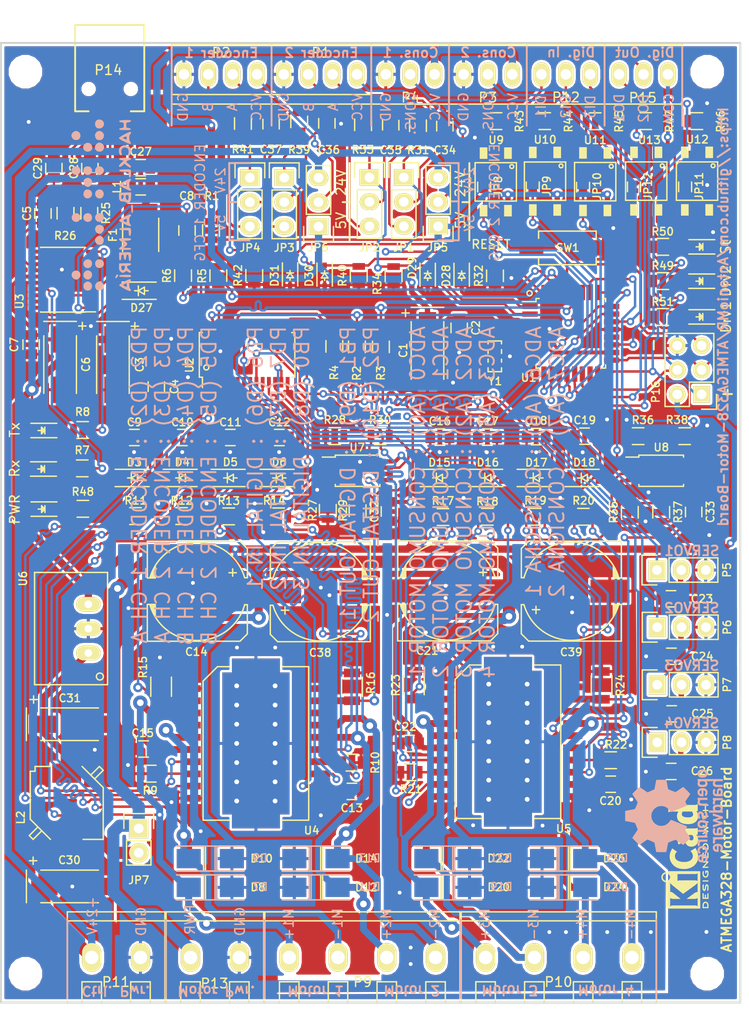
<source format=kicad_pcb>
(kicad_pcb (version 20240108) (generator "pcbnew") (generator_version "8.0")
  (layers (0 "F.Cu" signal) (31 "B.Cu" signal) (34 "B.Paste" user) (35 "F.Paste" user) (36 "B.SilkS" user "B.Silkscreen") (37 "F.SilkS" user "F.Silkscreen") (38 "B.Mask" user) (39 "F.Mask" user) (44 "Edge.Cuts" user))
  (net 0 "")
  (net 1 "GND")
  (net 2 "+5V")
  (net 3 "Net-(C5-Pad1)")
  (net 4 "RESET")
  (net 5 "Net-(C8-Pad2)")
  (net 6 "/Potencia/Motor1_A_in")
  (net 7 "MOTOR1_A")
  (net 8 "/Potencia/Motor1_B_in")
  (net 9 "MOTOR1_B")
  (net 10 "/Potencia/Motor2_A_in")
  (net 11 "MOTOR2_A")
  (net 12 "/Potencia/Motor2_B_in")
  (net 13 "MOTOR2_B")
  (net 14 "VSS")
  (net 15 "/Potencia/Motor3_A_in")
  (net 16 "MOTOR3_A")
  (net 17 "/Potencia/Motor3_B_in")
  (net 18 "MOTOR3_B")
  (net 19 "/Potencia/Motor4_A_in")
  (net 20 "MOTOR4_A")
  (net 21 "/Potencia/Motor4_B_in")
  (net 22 "MOTOR4_B")
  (net 23 "/Pines/XUSB")
  (net 24 "Net-(C28-Pad1)")
  (net 25 "Net-(C29-Pad1)")
  (net 26 "Net-(C31-Pad1)")
  (net 27 "ENC1_A")
  (net 28 "ENC1_B")
  (net 29 "ENC2_A")
  (net 30 "ENC2_B")
  (net 31 "Net-(D1-Pad1)")
  (net 32 "Net-(D2-Pad1)")
  (net 33 "Motor1+")
  (net 34 "Motor1-")
  (net 35 "Motor2+")
  (net 36 "Motor2-")
  (net 37 "Motor3+")
  (net 38 "Motor3-")
  (net 39 "Motor4+")
  (net 40 "Motor4-")
  (net 41 "VUSB")
  (net 42 "ENC1_A2")
  (net 43 "ENC1_B2")
  (net 44 "ENC2_A2")
  (net 45 "ENC2_B2")
  (net 46 "Net-(F1-Pad1)")
  (net 47 "Net-(JP1-Pad3)")
  (net 48 "Net-(JP2-Pad3)")
  (net 49 "Net-(JP3-Pad3)")
  (net 50 "Net-(JP4-Pad3)")
  (net 51 "ENC1_PWR")
  (net 52 "+24V")
  (net 53 "ENC2_PWR")
  (net 54 "CONSIGNA1")
  (net 55 "CONSIGNA2")
  (net 56 "SERVO1")
  (net 57 "SERVO2")
  (net 58 "SERVO3")
  (net 59 "SERVO4")
  (net 60 "DI3")
  (net 61 "DI2")
  (net 62 "DI1")
  (net 63 "Net-(P14-Pad4)")
  (net 64 "Net-(P14-Pad6)")
  (net 65 "DO1")
  (net 66 "DO2")
  (net 67 "MISO")
  (net 68 "SCK")
  (net 69 "MOSI")
  (net 70 "/Control/SDA")
  (net 71 "/Control/SCL")
  (net 72 "/Control/Rx")
  (net 73 "Net-(R5-Pad2)")
  (net 74 "/Control/Tx")
  (net 75 "Net-(R6-Pad2)")
  (net 76 "Net-(R7-Pad2)")
  (net 77 "Net-(R8-Pad1)")
  (net 78 "MOTOR1_EN")
  (net 79 "MOTOR2_EN")
  (net 80 "MOTOR1_SENSE")
  (net 81 "MOTOR2_SENSE")
  (net 82 "MOTOR3_EN")
  (net 83 "MOTOR4_EN")
  (net 84 "MOTOR3_SENSE")
  (net 85 "MOTOR4_SENSE")
  (net 86 "D-")
  (net 87 "D+")
  (net 88 "Net-(R27-Pad1)")
  (net 89 "Net-(R28-Pad1)")
  (net 90 "MOTOR1_CURRENT")
  (net 91 "MOTOR2_CURRENT")
  (net 92 "Net-(R35-Pad1)")
  (net 93 "Net-(R36-Pad1)")
  (net 94 "MOTOR3_CURRENT")
  (net 95 "MOTOR4_CURRENT")
  (net 96 "Net-(U1-Pad7)")
  (net 97 "Net-(U1-Pad8)")
  (net 98 "Net-(U1-Pad20)")
  (net 99 "Net-(U3-Pad2)")
  (net 100 "Net-(U3-Pad5)")
  (net 101 "Net-(U3-Pad7)")
  (net 102 "Net-(U3-Pad8)")
  (net 103 "Net-(U3-Pad9)")
  (net 104 "Net-(U3-Pad18)")
  (net 105 "Net-(U3-Pad19)")
  (net 106 "Net-(U4-Pad3)")
  (net 107 "Net-(U4-Pad18)")
  (net 108 "Net-(U5-Pad3)")
  (net 109 "Net-(U5-Pad18)")
  (net 110 "Net-(JP8-Pad1)")
  (net 111 "uC_DI1")
  (net 112 "Net-(JP9-Pad1)")
  (net 113 "uC_DI2")
  (net 114 "Net-(JP10-Pad1)")
  (net 115 "uC_DI3")
  (net 116 "Net-(JP11-Pad1)")
  (net 117 "Net-(JP12-Pad1)")
  (net 118 "uC_DO1")
  (net 119 "uC_DO2")
  (net 120 "Net-(D32-Pad1)")
  (net 121 "DO_COM")
  (net 122 "Net-(D33-Pad2)")
  (net 123 "Net-(D34-Pad2)")
  (net 124 "Net-(D35-Pad2)")
  (net 125 "Net-(R4-Pad1)")
  (footprint "Capacitors_SMD:C_0805" (layer "F.Cu") (at 156.17 69.7 -90)
    (property "Reference" "C2")
    (property "Value" "100n")
  )
  (footprint "Capacitors_SMD:C_0805" (layer "F.Cu") (at 124.63 75.82 -90)
    (property "Reference" "C4")
    (property "Value" "100n")
  )
  (footprint "Capacitors_SMD:C_0805" (layer "F.Cu") (at 112.825 57.775 90)
    (property "Reference" "C5")
    (property "Value" "100n")
  )
  (footprint "Capacitors_SMD:C_0805" (layer "F.Cu") (at 111.59 71.44 -90)
    (property "Reference" "C7")
    (property "Value" "100n")
  )
  (footprint "Capacitors_SMD:C_0805" (layer "F.Cu") (at 127.825 59.55 90)
    (property "Reference" "C8")
    (property "Value" "100n")
  )
  (footprint "Capacitors_SMD:C_0805" (layer "F.Cu") (at 122.34 81.12 180)
    (property "Reference" "C9")
    (property "Value" "1,5n")
  )
  (footprint "Capacitors_SMD:C_0805" (layer "F.Cu") (at 127.34 81.12 180)
    (property "Reference" "C10")
    (property "Value" "1,5n")
  )
  (footprint "Capacitors_SMD:C_0805" (layer "F.Cu") (at 132.34 81.12 180)
    (property "Reference" "C11")
    (property "Value" "1,5n")
  )
  (footprint "Capacitors_SMD:C_0805" (layer "F.Cu") (at 137.44 81.12 180)
    (property "Reference" "C12")
    (property "Value" "1,5n")
  )
  (footprint "Capacitors_SMD:C_0805" (layer "F.Cu") (at 145 118 180)
    (property "Reference" "C13")
    (property "Value" "100n")
  )
  (footprint "Condensadores:c_elec_10x10" (layer "F.Cu") (at 128.9 97.145)
    (property "Reference" "C14")
    (property "Value" "220u")
  )
  (footprint "Capacitors_SMD:C_0805" (layer "F.Cu") (at 123.31 113.58 180)
    (property "Reference" "C15")
    (property "Value" "100n")
  )
  (footprint "Capacitors_SMD:C_0805" (layer "F.Cu") (at 154.16 81.08 180)
    (property "Reference" "C16")
    (property "Value" "1,5n")
  )
  (footprint "Capacitors_SMD:C_0805" (layer "F.Cu") (at 159.11 81.08 180)
    (property "Reference" "C17")
    (property "Value" "1,5n")
  )
  (footprint "Capacitors_SMD:C_0805" (layer "F.Cu") (at 164.19 81.03 180)
    (property "Reference" "C18")
    (property "Value" "1,5n")
  )
  (footprint "Capacitors_SMD:C_0805" (layer "F.Cu") (at 169.23 80.98 180)
    (property "Reference" "C19")
    (property "Value" "1,5n")
  )
  (footprint "Capacitors_SMD:C_0805" (layer "F.Cu") (at 171.95 117.25 180)
    (property "Reference" "C20")
    (property "Value" "100n")
  )
  (footprint "Condensadores:c_elec_10x10" (layer "F.Cu") (at 154.98 97.105)
    (property "Reference" "C21")
    (property "Value" "220u")
  )
  (footprint "Capacitors_SMD:C_0805" (layer "F.Cu") (at 151 113 180)
    (property "Reference" "C22")
    (property "Value" "100n")
  )
  (footprint "Capacitors_SMD:C_0805" (layer "F.Cu") (at 178.23 97.93 180)
    (property "Reference" "C23")
    (property "Value" "100n")
  )
  (footprint "Capacitors_SMD:C_0805" (layer "F.Cu") (at 178.27 103.92 180)
    (property "Reference" "C24")
    (property "Value" "100n")
  )
  (footprint "Capacitors_SMD:C_0805" (layer "F.Cu") (at 178.3 109.92 180)
    (property "Reference" "C25")
    (property "Value" "100n")
  )
  (footprint "Capacitors_SMD:C_0805" (layer "F.Cu") (at 178.25 115.92 180)
    (property "Reference" "C26")
    (property "Value" "100n")
  )
  (footprint "Capacitors_SMD:C_0805" (layer "F.Cu") (at 123 53)
    (property "Reference" "C27")
    (property "Value" "10n")
  )
  (footprint "Capacitors_SMD:C_0805" (layer "F.Cu") (at 117.71 53.06 90)
    (property "Reference" "C28")
    (property "Value" "0,047n")
  )
  (footprint "Capacitors_SMD:C_0805" (layer "F.Cu") (at 113.96 53.06 90)
    (property "Reference" "C29")
    (property "Value" "0,047n")
  )
  (footprint "Capacitors_SMD:C_0805" (layer "F.Cu") (at 148.9 88.83 -90)
    (property "Reference" "C32")
    (property "Value" "100n")
  )
  (footprint "Capacitors_SMD:C_0805" (layer "F.Cu") (at 180.59 88.88 -90)
    (property "Reference" "C33")
    (property "Value" "100n")
  )
  (footprint "Capacitors_SMD:C_0805" (layer "F.Cu") (at 154.68 48.67 90)
    (property "Reference" "C34")
    (property "Value" "100n")
  )
  (footprint "Capacitors_SMD:C_0805" (layer "F.Cu") (at 149.04 48.57 90)
    (property "Reference" "C35")
    (property "Value" "100n")
  )
  (footprint "Capacitors_SMD:C_0805" (layer "F.Cu") (at 142.39 48.38 90)
    (property "Reference" "C36")
    (property "Value" "100n")
  )
  (footprint "Capacitors_SMD:C_0805" (layer "F.Cu") (at 136.58 48.46 90)
    (property "Reference" "C37")
    (property "Value" "100n")
  )
  (footprint "Leds:LED_0805" (layer "F.Cu") (at 112.63098 84.4 180)
    (property "Reference" "D1" (hide yes))
    (property "Value" "Rojo")
  )
  (footprint "Leds:LED_0805" (layer "F.Cu") (at 112.67 80.39 180)
    (property "Reference" "D2" (hide yes))
    (property "Value" "Rojo")
  )
  (footprint "Diodos:SOD-123" (layer "F.Cu") (at 122.34 85.335)
    (property "Reference" "D3")
    (property "Value" "1N4148")
  )
  (footprint "Diodos:SOD-123" (layer "F.Cu") (at 127.34 85.335)
    (property "Reference" "D4")
    (property "Value" "1N4148")
  )
  (footprint "Diodos:SOD-123" (layer "F.Cu") (at 132.34 85.335)
    (property "Reference" "D5")
    (property "Value" "1N4148")
  )
  (footprint "Diodos:SOD-123" (layer "F.Cu") (at 137.44 85.335)
    (property "Reference" "D6")
    (property "Value" "1N4148")
  )
  (footprint "Diodos:DO-214AC" (layer "F.Cu") (at 130.25 128)
    (property "Reference" "D8")
    (property "Value" "10MQ100")
  )
  (footprint "Diodos:DO-214AC" (layer "F.Cu") (at 130.25 125)
    (property "Reference" "D10")
    (property "Value" "10MQ100")
  )
  (footprint "Diodos:DO-214AC" (layer "F.Cu") (at 141.25 128 180)
    (property "Reference" "D12")
    (property "Value" "10MQ100")
  )
  (footprint "Diodos:DO-214AC" (layer "F.Cu") (at 141.25 125 180)
    (property "Reference" "D14")
    (property "Value" "10MQ100")
  )
  (footprint "Diodos:SOD-123" (layer "F.Cu") (at 154.11 85.335)
    (property "Reference" "D15")
    (property "Value" "1N4148")
  )
  (footprint "Diodos:SOD-123" (layer "F.Cu") (at 159.155 85.335)
    (property "Reference" "D16")
    (property "Value" "1N4148")
  )
  (footprint "Diodos:SOD-123" (layer "F.Cu") (at 164.205 85.335)
    (property "Reference" "D17")
    (property "Value" "1N4148")
  )
  (footprint "Diodos:SOD-123" (layer "F.Cu") (at 169.205 85.335)
    (property "Reference" "D18")
    (property "Value" "1N4148")
  )
  (footprint "Diodos:DO-214AC" (layer "F.Cu") (at 155 128)
    (property "Reference" "D20")
    (property "Value" "10MQ100")
  )
  (footprint "Diodos:DO-214AC" (layer "F.Cu") (at 155 125)
    (property "Reference" "D22")
    (property "Value" "10MQ100")
  )
  (footprint "Diodos:DO-214AC" (layer "F.Cu") (at 167.05 128 180)
    (property "Reference" "D24")
    (property "Value" "10MQ100")
  )
  (footprint "Diodos:DO-214AC" (layer "F.Cu") (at 167.05 125 180)
    (property "Reference" "D26")
    (property "Value" "10MQ100")
  )
  (footprint "Diodos:SOD-123" (layer "F.Cu") (at 123.075 65.825)
    (property "Reference" "D27")
    (property "Value" "MBR0520")
  )
  (footprint "Diodos:SOD-323" (layer "F.Cu") (at 156.43 64.26 -90)
    (property "Reference" "D28")
    (property "Value" "PDZ5")
  )
  (footprint "Diodos:SOD-323" (layer "F.Cu") (at 152.89 64.26 -90)
    (property "Reference" "D29")
    (property "Value" "PDZ5")
  )
  (footprint "Diodos:SOD-323" (layer "F.Cu") (at 142.16 64.24 -90)
    (property "Reference" "D30")
    (property "Value" "PDZ5")
  )
  (footprint "Diodos:SOD-323" (layer "F.Cu") (at 138.56 64.22 -90)
    (property "Reference" "D31")
    (property "Value" "PDZ5")
  )
  (footprint "Resistencias:R_1812" (layer "F.Cu") (at 123 60 -90)
    (property "Reference" "F1")
    (property "Value" "500 mA")
  )
  (footprint "Conectores:Pin_Header_Straight_1x03" (layer "F.Cu") (at 150.405 54.02)
    (property "Reference" "JP1")
    (property "Value" "JUMPER_3")
  )
  (footprint "Conectores:Pin_Header_Straight_1x03" (layer "F.Cu") (at 146.83 54.02)
    (property "Reference" "JP2")
    (property "Value" "JUMPER_3")
  )
  (footprint "Conectores:Pin_Header_Straight_1x03" (layer "F.Cu") (at 137.95 54.05)
    (property "Reference" "JP3")
    (property "Value" "JUMPER_3")
  )
  (footprint "Conectores:Pin_Header_Straight_1x03" (layer "F.Cu") (at 134.375 54.05)
    (property "Reference" "JP4")
    (property "Value" "JUMPER_3")
  )
  (footprint "Conectores:Pin_Header_Straight_1x03" (layer "F.Cu") (at 153.98 59.115 180)
    (property "Reference" "JP5")
    (property "Value" "JUMPER_3")
  )
  (footprint "Conectores:Pin_Header_Straight_1x03" (layer "F.Cu") (at 141.525 59.13 180)
    (property "Reference" "JP6")
    (property "Value" "JUMPER_3")
  )
  (footprint "Conectores:Pin_Header_Straight_1x02" (layer "F.Cu") (at 122.8 121.86)
    (property "Reference" "JP7")
    (property "Value" "JUMPER_2")
  )
  (footprint "Capacitors_SMD:C_0805" (layer "F.Cu") (at 123 55 180)
    (property "Reference" "L1")
    (property "Value" "BLM21")
  )
  (footprint "Conectores:Pin_Header_Straight_1x03" (layer "F.Cu") (at 176.76 94.93 90)
    (property "Reference" "P5")
    (property "Value" "CONN_01X03")
  )
  (footprint "Conectores:Pin_Header_Straight_1x03" (layer "F.Cu") (at 176.79 100.89 90)
    (property "Reference" "P6")
    (property "Value" "CONN_01X03")
  )
  (footprint "Conectores:Pin_Header_Straight_1x03" (layer "F.Cu") (at 176.79 106.89 90)
    (property "Reference" "P7")
    (property "Value" "CONN_01X03")
  )
  (footprint "Conectores:Pin_Header_Straight_1x03" (layer "F.Cu") (at 176.79 112.89 90)
    (property "Reference" "P8")
    (property "Value" "CONN_01X03")
  )
  (footprint "Conectores:usb_mini_molex_675031020" (layer "F.Cu") (at 119.775 47.125 -90)
    (property "Reference" "P14")
    (property "Value" "USB_MINI")
  )
  (footprint "Conectores:Pin_Header_Straight_2x03" (layer "F.Cu") (at 181.42 76.62 180)
    (property "Reference" "P16")
    (property "Value" "CONN_02X03")
  )
  (footprint "Resistors_SMD:R_0805" (layer "F.Cu") (at 130.325 59.55 -90)
    (property "Reference" "R1")
    (property "Value" "1K")
  )
  (footprint "Resistors_SMD:R_0805" (layer "F.Cu") (at 145.52 71.675 90)
    (property "Reference" "R2")
    (property "Value" "1K")
  )
  (footprint "Resistors_SMD:R_0805" (layer "F.Cu") (at 148.02 71.675 90)
    (property "Reference" "R3")
    (property "Value" "1K")
  )
  (footprint "Resistors_SMD:R_0805" (layer "F.Cu") (at 143.17 71.625 -90)
    (property "Reference" "R4")
    (property "Value" "10K")
  )
  (footprint "Resistors_SMD:R_0805" (layer "F.Cu") (at 131.09 64.25 -90)
    (property "Reference" "R5")
    (property "Value" "1K")
  )
  (footprint "Resistors_SMD:R_0805" (layer "F.Cu") (at 127.415 64.25 -90)
    (property "Reference" "R6")
    (property "Value" "1K")
  )
  (footprint "Resistors_SMD:R_0805" (layer "F.Cu") (at 116.915 84.335)
    (property "Reference" "R7")
    (property "Value" "270")
  )
  (footprint "Resistors_SMD:R_0805" (layer "F.Cu") (at 116.955 80.335 180)
    (property "Reference" "R8")
    (property "Value" "270")
  )
  (footprint "Resistors_SMD:R_0805" (layer "F.Cu") (at 124 116.15 180)
    (property "Reference" "R9")
    (property "Value" "10K")
  )
  (footprint "Resistors_SMD:R_0805" (layer "F.Cu") (at 145 115)
    (property "Reference" "R10")
    (property "Value" "10K")
  )
  (footprint "Resistors_SMD:R_0805" (layer "F.Cu") (at 122.46 89.31 180)
    (property "Reference" "R11")
    (property "Value" "10K")
  )
  (footprint "Resistors_SMD:R_0805" (layer "F.Cu") (at 127.265 89.31 180)
    (property "Reference" "R12")
    (property "Value" "10K")
  )
  (footprint "Resistors_SMD:R_0805" (layer "F.Cu") (at 132.165 89.34 180)
    (property "Reference" "R13")
    (property "Value" "10K")
  )
  (footprint "Resistors_SMD:R_0805" (layer "F.Cu") (at 137.365 89.34 180)
    (property "Reference" "R14")
    (property "Value" "10K")
  )
  (footprint "Resistors_SMD:R_1206" (layer "F.Cu") (at 125.13 107.09 90)
    (property "Reference" "R15")
    (property "Value" "0.02")
  )
  (footprint "Resistors_SMD:R_1206" (layer "F.Cu") (at 145 107.1 90)
    (property "Reference" "R16")
    (property "Value" "0.02")
  )
  (footprint "Resistors_SMD:R_0805" (layer "F.Cu") (at 154.485 89.41 180)
    (property "Reference" "R17")
    (property "Value" "10K")
  )
  (footprint "Resistors_SMD:R_0805" (layer "F.Cu") (at 159.105 89.38 180)
    (property "Reference" "R18")
    (property "Value" "10K")
  )
  (footprint "Resistors_SMD:R_0805" (layer "F.Cu") (at 164.105 89.38 180)
    (property "Reference" "R19")
    (property "Value" "10K")
  )
  (footprint "Resistors_SMD:R_0805" (layer "F.Cu") (at 169.105 89.38 180)
    (property "Reference" "R20")
    (property "Value" "10K")
  )
  (footprint "Resistors_SMD:R_0805" (layer "F.Cu") (at 151.05 116 180)
    (property "Reference" "R21")
    (property "Value" "10K")
  )
  (footprint "Resistors_SMD:R_0805" (layer "F.Cu") (at 171.95 114.75)
    (property "Reference" "R22")
    (property "Value" "10K")
  )
  (footprint "Resistors_SMD:R_1206" (layer "F.Cu") (at 151.45 106.93 90)
    (property "Reference" "R23")
    (property "Value" "0.02")
  )
  (footprint "Resistors_SMD:R_1206" (layer "F.Cu") (at 171 106.95 90)
    (property "Reference" "R24")
    (property "Value" "0.02")
  )
  (footprint "Resistors_SMD:R_0805" (layer "F.Cu") (at 117.65 57.75 90)
    (property "Reference" "R25")
    (property "Value" "22R")
  )
  (footprint "Resistors_SMD:R_0805" (layer "F.Cu") (at 115.17 57.75 90)
    (property "Reference" "R26")
    (property "Value" "22R")
  )
  (footprint "Resistors_SMD:R_0805" (layer "F.Cu") (at 142.49 88.7 -90)
    (property "Reference" "R27")
    (property "Value" "10K")
  )
  (footprint "Resistors_SMD:R_0805" (layer "F.Cu") (at 143.21 80.97 180)
    (property "Reference" "R28")
    (property "Value" "10K")
  )
  (footprint "Resistors_SMD:R_0805" (layer "F.Cu") (at 145.59 88.74 90)
    (property "Reference" "R29")
    (property "Value" "23K2")
  )
  (footprint "Resistors_SMD:R_0805" (layer "F.Cu") (at 147.94 80.97 180)
    (property "Reference" "R30")
    (property "Value" "23K2")
  )
  (footprint "Resistors_SMD:R_0805" (layer "F.Cu") (at 151.88 48.63 90)
    (property "Reference" "R31")
    (property "Value" "38K3")
  )
  (footprint "Resistors_SMD:R_0805" (layer "F.Cu") (at 159.9 64.27 -90)
    (property "Reference" "R32")
    (property "Value" "10K")
  )
  (footprint "Resistors_SMD:R_0805" (layer "F.Cu") (at 146.16 48.53 90)
    (property "Reference" "R33")
    (property "Value" "38K3")
  )
  (footprint "Resistors_SMD:R_0805" (layer "F.Cu") (at 149.34 64.26 -90)
    (property "Reference" "R34")
    (property "Value" "10K")
  )
  (footprint "Resistors_SMD:R_0805" (layer "F.Cu") (at 173.94 88.91 -90)
    (property "Reference" "R35")
    (property "Value" "10K")
  )
  (footprint "Resistors_SMD:R_0805" (layer "F.Cu") (at 174.81 80.98 180)
    (property "Reference" "R36")
    (property "Value" "10K")
  )
  (footprint "Resistors_SMD:R_0805" (layer "F.Cu") (at 177.21 88.91 90)
    (property "Reference" "R37")
    (property "Value" "23K2")
  )
  (footprint "Resistors_SMD:R_0805" (layer "F.Cu") (at 179.65 80.98 180)
    (property "Reference" "R38")
    (property "Value" "23K2")
  )
  (footprint "Resistors_SMD:R_0805" (layer "F.Cu") (at 139.51 48.23 90)
    (property "Reference" "R39")
    (property "Value" "38K3")
  )
  (footprint "Resistors_SMD:R_0805" (layer "F.Cu") (at 145.71 64.24 -90)
    (property "Reference" "R40")
    (property "Value" "10K")
  )
  (footprint "Resistors_SMD:R_0805" (layer "F.Cu") (at 133.65 48.4 90)
    (property "Reference" "R41")
    (property "Value" "38K3")
  )
  (footprint "Resistors_SMD:R_0805" (layer "F.Cu") (at 134.83 64.22 -90)
    (property "Reference" "R42")
    (property "Value" "10K")
  )
  (footprint "Housings_QFP:TQFP-32_7x7mm_Pitch0.8mm" (layer "F.Cu") (at 167.8 70.26)
    (property "Reference" "U1")
    (property "Value" "ATMEGA328")
  )
  (footprint "Housings_SSOP:TSSOP-28_4.4x9.7mm_Pitch0.65mm" (layer "F.Cu") (at 134.08 72.51 90)
    (property "Reference" "U2")
    (property "Value" "PCA9685")
  )
  (footprint "Housings_SSOP:SSOP-20_4.4x6.5mm_Pitch0.65mm" (layer "F.Cu") (at 114.9 64.675 180)
    (property "Reference" "U3")
    (property "Value" "FT231X")
  )
  (footprint "MotorDrivers:L298_PowerSO20" (layer "F.Cu") (at 135 113 -90)
    (property "Reference" "U4")
    (property "Value" "L298P")
  )
  (footprint "MotorDrivers:L298_PowerSO20" (layer "F.Cu") (at 161.25 112.825 -90)
    (property "Reference" "U5")
    (property "Value" "L298P")
  )
  (footprint "Traco:TSR-1" (layer "F.Cu") (at 119.55 106.88 90)
    (property "Reference" "U6")
    (property "Value" "TSR_1")
  )
  (footprint "Condensadores:TantalC_SizeC_EIA-6032_Wave" (layer "F.Cu") (at 152.87 72.05 -90)
    (property "Reference" "C1")
    (property "Value" "4,7u")
  )
  (footprint "Condensadores:TantalC_SizeC_EIA-6032_Wave" (layer "F.Cu") (at 120.11 73.53 -90)
    (property "Reference" "C3")
    (property "Value" "4,7u")
  )
  (footprint "Condensadores:TantalC_SizeC_EIA-6032_Wave" (layer "F.Cu") (at 114.61 73.52 -90)
    (property "Reference" "C6")
    (property "Value" "4,7u")
  )
  (footprint "Condensadores:TantalC_SizeC_EIA-6032_Wave" (layer "F.Cu") (at 115.6 127.9)
    (property "Reference" "C30")
    (property "Value" "4,7u")
  )
  (footprint "Condensadores:TantalC_SizeC_EIA-6032_Wave" (layer "F.Cu") (at 115.6 111)
    (property "Reference" "C31")
    (property "Value" "4,7u")
  )
  (footprint "PhoenixContact:PhoenixContact_MPT_0,5_4-2,54" (layer "F.Cu") (at 145.525 43.275 180)
    (property "Reference" "P1")
    (property "Value" "CONN_01X04")
  )
  (footprint "PhoenixContact:PhoenixContact_MPT_0,5_4-2,54" (layer "F.Cu") (at 135.125 43.275 180)
    (property "Reference" "P2")
    (property "Value" "CONN_01X04")
  )
  (footprint "PhoenixContact:PhoenixContact_MPT_0,5_3-2,54" (layer "F.Cu") (at 161.705 43.275 180)
    (property "Reference" "P3")
    (property "Value" "CONN_01X03")
  )
  (footprint "PhoenixContact:PhoenixContact_MPT_0,5_3-2,54" (layer "F.Cu") (at 153.605 43.275 180)
    (property "Reference" "P4")
    (property "Value" "CONN_01X03")
  )
  (footprint "PhoenixContact:PhoenixContact_mkdsn_4_5.08" (layer "F.Cu") (at 138.47 135.3)
    (property "Reference" "P9")
    (property "Value" "CONN_01X04")
  )
  (footprint "PhoenixContact:PhoenixContact_mkdsn_4_5.08" (layer "F.Cu") (at 158.92 135.3)
    (property "Reference" "P10")
    (property "Value" "CONN_01X04")
  )
  (footprint "PhoenixContact:PhoenixContact_mkdsn_2_5.08" (layer "F.Cu") (at 117.9 135.3)
    (property "Reference" "P11")
    (property "Value" "CONN_01X02")
  )
  (footprint "PhoenixContact:PhoenixContact_MPT_0,5_3-2,54" (layer "F.Cu") (at 169.815 43.275 180)
    (property "Reference" "P12")
    (property "Value" "CONN_01X03")
  )
  (footprint "PhoenixContact:PhoenixContact_mkdsn_2_5.08" (layer "F.Cu") (at 128.19 135.3)
    (property "Reference" "P13")
    (property "Value" "CONN_01X02")
  )
  (footprint "PhoenixContact:PhoenixContact_MPT_0,5_3-2,54" (layer "F.Cu") (at 177.905 43.275 180)
    (property "Reference" "P15")
    (property "Value" "CONN_01X03")
  )
  (footprint "Soportes_PCB:BOPLA_ABP_800_0100" (layer "F.Cu") (at 146.95 90)
    (property "Reference" "REF**" (hide yes))
    (property "Value" "BOPLA_ABP_800_0100")
    (fp_line (start -38.5 -50) (end -38.5 50) (stroke (width 0.2)) (layer "Edge.Cuts"))
    (fp_line (start -38.5 -50) (end 38.5 -50) (stroke (width 0.2)) (layer "Edge.Cuts"))
    (fp_line (start -38.5 50) (end 38.5 50) (stroke (width 0.2)) (layer "Edge.Cuts"))
    (fp_line (start 38.5 -50) (end 38.5 50) (stroke (width 0.2)) (layer "Edge.Cuts"))
  )
  (footprint "Magneticos:FERROCORE_SMD_0703" (layer "F.Cu") (at 115.3 119.2 90)
    (property "Reference" "L2")
    (property "Value" "10u")
  )
  (footprint "Vias:JMP_0603" (layer "F.Cu") (at 158.77 55.01 -90)
    (property "Reference" "JP8")
    (property "Value" "Jumper_NO_Small")
  )
  (footprint "Vias:JMP_0603" (layer "F.Cu") (at 163.83 55 -90)
    (property "Reference" "JP9")
    (property "Value" "Jumper_NO_Small")
  )
  (footprint "Vias:JMP_0603" (layer "F.Cu") (at 169.07 55.03 -90)
    (property "Reference" "JP10")
    (property "Value" "Jumper_NO_Small")
  )
  (footprint "Vias:JMP_0603" (layer "F.Cu") (at 179.7 55 -90)
    (property "Reference" "JP11")
    (property "Value" "Jumper_NO_Small")
  )
  (footprint "Vias:JMP_0603" (layer "F.Cu") (at 174.37 55 -90)
    (property "Reference" "JP12")
    (property "Value" "Jumper_NO_Small")
  )
  (footprint "Resistors_SMD:R_0805" (layer "F.Cu") (at 160.01 48.15)
    (property "Reference" "R43")
    (property "Value" "R")
  )
  (footprint "Resistors_SMD:R_0805" (layer "F.Cu") (at 165.08 48.15)
    (property "Reference" "R44")
    (property "Value" "R")
  )
  (footprint "Resistors_SMD:R_0805" (layer "F.Cu") (at 170.34 48.16)
    (property "Reference" "R45")
    (property "Value" "R")
  )
  (footprint "Resistors_SMD:R_0805" (layer "F.Cu") (at 180.93 48.15 180)
    (property "Reference" "R46")
    (property "Value" "R")
  )
  (footprint "Resistors_SMD:R_0805" (layer "F.Cu") (at 175.6 48.15 180)
    (property "Reference" "R47")
    (property "Value" "R")
  )
  (footprint "SOP:SOP-4" (layer "F.Cu") (at 161.25 51.481738 180)
    (property "Reference" "U9")
    (property "Value" "VOM617A")
  )
  (footprint "SOP:SOP-4" (layer "F.Cu") (at 166.38 51.41 180)
    (property "Reference" "U10")
    (property "Value" "VOM617A")
  )
  (footprint "SOP:SOP-4" (layer "F.Cu") (at 171.605 51.46 180)
    (property "Reference" "U11")
    (property "Value" "VOM617A")
  )
  (footprint "SOP:SOP-4" (layer "F.Cu") (at 182.21 51.4 180)
    (property "Reference" "U12")
    (property "Value" "ASSR-1218")
  )
  (footprint "SOP:SOP-4" (layer "F.Cu") (at 176.92 51.4 180)
    (property "Reference" "U13")
    (property "Value" "ASSR-1218")
  )
  (footprint "Cristal:Murata_CSTCE_V_A" (layer "F.Cu") (at 159.88 72.66 -90)
    (property "Reference" "Y1")
    (property "Value" "16MHz")
  )
  (footprint "Relays_and_Contacts:CANAL_ELECTRONIC_DTSM-31N-B" (layer "F.Cu") (at 167.44 61.36 180)
    (property "Reference" "SW1")
    (property "Value" "Pulsador_2p")
  )
  (footprint "Vias:Gnd-Via" (layer "F.Cu") (at 154.76 96.57)
    (property "Reference" "Gnd-Via" (hide yes))
    (property "Value" "VAL**" (hide yes))
  )
  (footprint "Vias:Gnd-Via" (layer "F.Cu") (at 141.76 96.76)
    (property "Reference" "Gnd-Via" (hide yes))
    (property "Value" "VAL**" (hide yes))
  )
  (footprint "Vias:Gnd-Via" (layer "F.Cu") (at 128.44 96.27)
    (property "Reference" "Gnd-Via" (hide yes))
    (property "Value" "VAL**" (hide yes))
  )
  (footprint "Vias:Gnd-Via" (layer "F.Cu") (at 121.725 98.9)
    (property "Reference" "Gnd-Via" (hide yes))
    (property "Value" "VAL**" (hide yes))
  )
  (footprint "Vias:Gnd-Via" (layer "F.Cu") (at 111 137)
    (property "Reference" "Gnd-Via" (hide yes))
    (property "Value" "VAL**" (hide yes))
  )
  (footprint "Vias:Gnd-Via" (layer "F.Cu") (at 111 43)
    (property "Reference" "Gnd-Via" (hide yes))
    (property "Value" "VAL**" (hide yes))
  )
  (footprint "Vias:Gnd-Via" (layer "F.Cu") (at 182 43)
    (property "Reference" "Gnd-Via" (hide yes))
    (property "Value" "VAL**" (hide yes))
  )
  (footprint "Vias:Gnd-Via" (layer "F.Cu") (at 182 137)
    (property "Reference" "Gnd-Via" (hide yes))
    (property "Value" "VAL**" (hide yes))
  )
  (footprint "Condensadores:c_elec_10x10" (layer "F.Cu") (at 141.71 97.19 180)
    (property "Reference" "C38")
    (property "Value" "220u")
  )
  (footprint "Condensadores:c_elec_10x10" (layer "F.Cu") (at 167.85 97.13 180)
    (property "Reference" "C39")
    (property "Value" "220u")
  )
  (footprint "Leds:LED_0805" (layer "F.Cu") (at 112.68 88.58 180)
    (property "Reference" "D32" (hide yes))
    (property "Value" "LED")
  )
  (footprint "Resistors_SMD:R_0805" (layer "F.Cu") (at 116.98 88.55)
    (property "Reference" "R48")
    (property "Value" "R")
  )
  (footprint "Housings_SSOP:TSSOP-8_4.4x3mm_Pitch0.65mm" (layer "F.Cu") (at 145.59 84.585)
    (property "Reference" "U7")
    (property "Value" "LM2903")
  )
  (footprint "Housings_SSOP:TSSOP-8_4.4x3mm_Pitch0.65mm" (layer "F.Cu") (at 177.21 84.585)
    (property "Reference" "U8")
    (property "Value" "LM2903")
  )
  (footprint "Vias:Gnd-Via" (layer "F.Cu") (at 161.45 72.66)
    (property "Reference" "Gnd-Via" (hide yes))
    (property "Value" "VAL**" (hide yes))
  )
  (footprint "Vias:Gnd-Via" (layer "F.Cu") (at 154.76 97.84)
    (property "Reference" "Gnd-Via" (hide yes))
    (property "Value" "VAL**" (hide yes))
  )
  (footprint "Vias:Gnd-Via" (layer "F.Cu") (at 153.7 105.44)
    (property "Reference" "Gnd-Via" (hide yes))
    (property "Value" "VAL**" (hide yes))
  )
  (footprint "Vias:Gnd-Via" (layer "F.Cu") (at 175.64 97.95)
    (property "Reference" "Gnd-Via" (hide yes))
    (property "Value" "VAL**" (hide yes))
  )
  (footprint "Vias:Gnd-Via" (layer "F.Cu") (at 175.64 103.92)
    (property "Reference" "Gnd-Via" (hide yes))
    (property "Value" "VAL**" (hide yes))
  )
  (footprint "Vias:Gnd-Via" (layer "F.Cu") (at 175.64 109.92)
    (property "Reference" "Gnd-Via" (hide yes))
    (property "Value" "VAL**" (hide yes))
  )
  (footprint "Vias:Gnd-Via" (layer "F.Cu") (at 175.61 115.94)
    (property "Reference" "Gnd-Via" (hide yes))
    (property "Value" "VAL**" (hide yes))
  )
  (footprint "Vias:Gnd-Via" (layer "F.Cu") (at 126.18 70.83)
    (property "Reference" "Gnd-Via" (hide yes))
    (property "Value" "VAL**" (hide yes))
  )
  (footprint "Vias:Gnd-Via" (layer "F.Cu") (at 164.19 82.66)
    (property "Reference" "Gnd-Via" (hide yes))
    (property "Value" "VAL**" (hide yes))
  )
  (footprint "Vias:Gnd-Via" (layer "F.Cu") (at 159.05 82.66)
    (property "Reference" "Gnd-Via" (hide yes))
    (property "Value" "VAL**" (hide yes))
  )
  (footprint "Vias:Gnd-Via" (layer "F.Cu") (at 154.15 82.65)
    (property "Reference" "Gnd-Via" (hide yes))
    (property "Value" "VAL**" (hide yes))
  )
  (footprint "Vias:Gnd-Via" (layer "F.Cu") (at 131.3 72.13)
    (property "Reference" "Gnd-Via" (hide yes))
    (property "Value" "VAL**" (hide yes))
  )
  (footprint "Vias:Gnd-Via" (layer "F.Cu") (at 146.25 90.97)
    (property "Reference" "Gnd-Via" (hide yes))
    (property "Value" "VAL**" (hide yes))
  )
  (footprint "Vias:Gnd-Via" (layer "F.Cu") (at 155.53 75.4)
    (property "Reference" "Gnd-Via" (hide yes))
    (property "Value" "VAL**" (hide yes))
  )
  (footprint "Vias:Gnd-Via" (layer "F.Cu") (at 156.17 72.26)
    (property "Reference" "Gnd-Via" (hide yes))
    (property "Value" "VAL**" (hide yes))
  )
  (footprint "Vias:Gnd-Via" (layer "F.Cu") (at 125 104.04)
    (property "Reference" "Gnd-Via" (hide yes))
    (property "Value" "VAL**" (hide yes))
  )
  (footprint "Vias:Gnd-Via" (layer "F.Cu") (at 129.25 122.15)
    (property "Reference" "Gnd-Via" (hide yes))
    (property "Value" "VAL**" (hide yes))
  )
  (footprint "Vias:Gnd-Via" (layer "F.Cu") (at 141.76 120.49)
    (property "Reference" "Gnd-Via" (hide yes))
    (property "Value" "VAL**" (hide yes))
  )
  (footprint "Vias:Gnd-Via" (layer "F.Cu") (at 151.12 134.27)
    (property "Reference" "Gnd-Via" (hide yes))
    (property "Value" "VAL**" (hide yes))
  )
  (footprint "Vias:Gnd-Via" (layer "F.Cu") (at 151.12 135.99)
    (property "Reference" "Gnd-Via" (hide yes))
    (property "Value" "VAL**" (hide yes))
  )
  (footprint "Vias:Gnd-Via" (layer "F.Cu") (at 141.38 86.57)
    (property "Reference" "Gnd-Via" (hide yes))
    (property "Value" "VAL**" (hide yes))
  )
  (footprint "Vias:Gnd-Via" (layer "F.Cu") (at 145.84 83.65)
    (property "Reference" "Gnd-Via" (hide yes))
    (property "Value" "VAL**" (hide yes))
  )
  (footprint "Vias:Gnd-Via" (layer "F.Cu") (at 149.97 128.55)
    (property "Reference" "Gnd-Via" (hide yes))
    (property "Value" "VAL**" (hide yes))
  )
  (footprint "Vias:Gnd-Via" (layer "F.Cu") (at 182.22 91.29)
    (property "Reference" "Gnd-Via" (hide yes))
    (property "Value" "VAL**" (hide yes))
  )
  (footprint "Vias:Gnd-Via" (layer "F.Cu") (at 175.58 89.86)
    (property "Reference" "Gnd-Via" (hide yes))
    (property "Value" "VAL**" (hide yes))
  )
  (footprint "Vias:Gnd-Via" (layer "F.Cu") (at 135.78 90.99)
    (property "Reference" "Gnd-Via" (hide yes))
    (property "Value" "VAL**" (hide yes))
  )
  (footprint "Vias:Gnd-Via" (layer "F.Cu") (at 174.09 118.84)
    (property "Reference" "Gnd-Via" (hide yes))
    (property "Value" "VAL**" (hide yes))
  )
  (footprint "Vias:Gnd-Via" (layer "F.Cu") (at 174.04 113.21)
    (property "Reference" "Gnd-Via" (hide yes))
    (property "Value" "VAL**" (hide yes))
  )
  (footprint "Vias:Gnd-Via" (layer "F.Cu") (at 169.72 119.96)
    (property "Reference" "Gnd-Via" (hide yes))
    (property "Value" "VAL**" (hide yes))
  )
  (footprint "Vias:Gnd-Via" (layer "F.Cu") (at 173.61 79.27)
    (property "Reference" "Gnd-Via" (hide yes))
    (property "Value" "VAL**" (hide yes))
  )
  (footprint "Vias:Gnd-Via" (layer "F.Cu") (at 171.57 79.24)
    (property "Reference" "Gnd-Via" (hide yes))
    (property "Value" "VAL**" (hide yes))
  )
  (footprint "Vias:Gnd-Via" (layer "F.Cu") (at 181.99 46.28)
    (property "Reference" "Gnd-Via" (hide yes))
    (property "Value" "VAL**" (hide yes))
  )
  (footprint "Vias:Gnd-Via" (layer "F.Cu") (at 182 54.81)
    (property "Reference" "Gnd-Via" (hide yes))
    (property "Value" "VAL**" (hide yes))
  )
  (footprint "Vias:Gnd-Via" (layer "F.Cu") (at 182.61 59.72)
    (property "Reference" "Gnd-Via" (hide yes))
    (property "Value" "VAL**" (hide yes))
  )
  (footprint "Vias:Gnd-Via" (layer "F.Cu") (at 172.22 59.3)
    (property "Reference" "Gnd-Via" (hide yes))
    (property "Value" "VAL**" (hide yes))
  )
  (footprint "Vias:Gnd-Via" (layer "F.Cu") (at 121.68 115.25)
    (property "Reference" "Gnd-Via" (hide yes))
    (property "Value" "VAL**" (hide yes))
  )
  (footprint "Vias:Gnd-Via" (layer "F.Cu") (at 157.8 49.87)
    (property "Reference" "Gnd-Via" (hide yes))
    (property "Value" "VAL**" (hide yes))
  )
  (footprint "Vias:Gnd-Via" (layer "F.Cu") (at 143.87 48.42)
    (property "Reference" "Gnd-Via" (hide yes))
    (property "Value" "VAL**" (hide yes))
  )
  (footprint "Vias:Gnd-Via" (layer "F.Cu") (at 114.79 63.62)
    (property "Reference" "Gnd-Via" (hide yes))
    (property "Value" "VAL**" (hide yes))
  )
  (footprint "Vias:Gnd-Via" (layer "F.Cu") (at 117.82 69.51)
    (property "Reference" "Gnd-Via" (hide yes))
    (property "Value" "VAL**" (hide yes))
  )
  (footprint "Vias:Gnd-Via" (layer "F.Cu") (at 111.34 48.23)
    (property "Reference" "Gnd-Via" (hide yes))
    (property "Value" "VAL**" (hide yes))
  )
  (footprint "Vias:Gnd-Via" (layer "F.Cu") (at 165.58 69.8)
    (property "Reference" "Gnd-Via" (hide yes))
    (property "Value" "VAL**" (hide yes))
  )
  (footprint "Vias:Gnd-Via" (layer "F.Cu") (at 161.61 64.5)
    (property "Reference" "Gnd-Via" (hide yes))
    (property "Value" "VAL**" (hide yes))
  )
  (footprint "Vias:Gnd-Via" (layer "F.Cu") (at 152.7 101.44)
    (property "Reference" "Gnd-Via" (hide yes))
    (property "Value" "VAL**" (hide yes))
  )
  (footprint "Vias:Gnd-Via" (layer "F.Cu") (at 167.93 97.8)
    (property "Reference" "Gnd-Via" (hide yes))
    (property "Value" "VAL**" (hide yes))
  )
  (footprint "Vias:Gnd-Via" (layer "F.Cu") (at 167.93 99.34)
    (property "Reference" "Gnd-Via" (hide yes))
    (property "Value" "VAL**" (hide yes))
  )
  (footprint "Vias:Gnd-Via" (layer "F.Cu") (at 128.43 97.74)
    (property "Reference" "Gnd-Via" (hide yes))
    (property "Value" "VAL**" (hide yes))
  )
  (footprint "Vias:Gnd-Via" (layer "F.Cu") (at 175.89 86.83)
    (property "Reference" "Gnd-Via" (hide yes))
    (property "Value" "VAL**" (hide yes))
  )
  (footprint "Vias:Gnd-Via" (layer "F.Cu") (at 137.42 82.64)
    (property "Reference" "Gnd-Via" (hide yes))
    (property "Value" "VAL**" (hide yes))
  )
  (footprint "Vias:Gnd-Via" (layer "F.Cu") (at 132.32 82.64)
    (property "Reference" "Gnd-Via" (hide yes))
    (property "Value" "VAL**" (hide yes))
  )
  (footprint "Vias:Gnd-Via" (layer "F.Cu") (at 127.33 82.64)
    (property "Reference" "Gnd-Via" (hide yes))
    (property "Value" "VAL**" (hide yes))
  )
  (footprint "Vias:Gnd-Via" (layer "F.Cu") (at 122.31 82.64)
    (property "Reference" "Gnd-Via" (hide yes))
    (property "Value" "VAL**" (hide yes))
  )
  (footprint "Vias:Gnd-Via" (layer "F.Cu") (at 133.03 103.01)
    (property "Reference" "Gnd-Via" (hide yes))
    (property "Value" "VAL**" (hide yes))
  )
  (footprint "Vias:Gnd-Via" (layer "F.Cu") (at 137.01 103.01)
    (property "Reference" "Gnd-Via" (hide yes))
    (property "Value" "VAL**" (hide yes))
  )
  (footprint "Vias:Gnd-Via" (layer "F.Cu") (at 159.71 102.92)
    (property "Reference" "Gnd-Via" (hide yes))
    (property "Value" "VAL**" (hide yes))
  )
  (footprint "Vias:Gnd-Via" (layer "F.Cu") (at 162.73 102.92)
    (property "Reference" "Gnd-Via" (hide yes))
    (property "Value" "VAL**" (hide yes))
  )
  (footprint "Vias:Gnd-Via" (layer "F.Cu") (at 157.62 121.53)
    (property "Reference" "Gnd-Via" (hide yes))
    (property "Value" "VAL**" (hide yes))
  )
  (footprint "Vias:Gnd-Via" (layer "F.Cu") (at 164.85 121.56)
    (property "Reference" "Gnd-Via" (hide yes))
    (property "Value" "VAL**" (hide yes))
  )
  (footprint "Vias:Gnd-Via" (layer "F.Cu") (at 169.03 82.66)
    (property "Reference" "Gnd-Via" (hide yes))
    (property "Value" "VAL**" (hide yes))
  )
  (footprint "Vias:Gnd-Via" (layer "F.Cu") (at 156.63 87.41)
    (property "Reference" "Gnd-Via" (hide yes))
    (property "Value" "VAL**" (hide yes))
  )
  (footprint "Vias:Gnd-Via" (layer "F.Cu") (at 166.7 87.41)
    (property "Reference" "Gnd-Via" (hide yes))
    (property "Value" "VAL**" (hide yes))
  )
  (footprint "Vias:Gnd-Via" (layer "F.Cu") (at 124.83 88)
    (property "Reference" "Gnd-Via" (hide yes))
    (property "Value" "VAL**" (hide yes))
  )
  (footprint "Vias:Gnd-Via" (layer "F.Cu") (at 129.86 88)
    (property "Reference" "Gnd-Via" (hide yes))
    (property "Value" "VAL**" (hide yes))
  )
  (footprint "Vias:Gnd-Via" (layer "F.Cu") (at 134.88 88)
    (property "Reference" "Gnd-Via" (hide yes))
    (property "Value" "VAL**" (hide yes))
  )
  (footprint "Vias:Gnd-Via" (layer "F.Cu") (at 126.21 119.12)
    (property "Reference" "Gnd-Via" (hide yes))
    (property "Value" "VAL**" (hide yes))
  )
  (footprint "Vias:Gnd-Via" (layer "F.Cu") (at 118.22 113.66)
    (property "Reference" "Gnd-Via" (hide yes))
    (property "Value" "VAL**" (hide yes))
  )
  (footprint "Vias:Gnd-Via" (layer "F.Cu") (at 115.88 127.91)
    (property "Reference" "Gnd-Via" (hide yes))
    (property "Value" "VAL**" (hide yes))
  )
  (footprint "Vias:Gnd-Via" (layer "F.Cu") (at 165.56 132.66)
    (property "Reference" "Gnd-Via" (hide yes))
    (property "Value" "VAL**" (hide yes))
  )
  (footprint "Vias:Gnd-Via" (layer "F.Cu") (at 167.29 132.66)
    (property "Reference" "Gnd-Via" (hide yes))
    (property "Value" "VAL**" (hide yes))
  )
  (footprint "Vias:Gnd-Via" (layer "F.Cu") (at 171.59 132.66)
    (property "Reference" "Gnd-Via" (hide yes))
    (property "Value" "VAL**" (hide yes))
  )
  (footprint "Vias:Gnd-Via" (layer "F.Cu") (at 176.13 132.66)
    (property "Reference" "Gnd-Via" (hide yes))
    (property "Value" "VAL**" (hide yes))
  )
  (footprint "Vias:Gnd-Via" (layer "F.Cu") (at 181.92 132.64)
    (property "Reference" "Gnd-Via" (hide yes))
    (property "Value" "VAL**" (hide yes))
  )
  (footprint "Vias:Gnd-Via" (layer "F.Cu") (at 182 79.87)
    (property "Reference" "Gnd-Via" (hide yes))
    (property "Value" "VAL**" (hide yes))
  )
  (footprint "Leds:LED_0805" (layer "F.Cu") (at 181.18 64.83 180)
    (property "Reference" "D33" (hide yes))
    (property "Value" "Rojo")
  )
  (footprint "Leds:LED_0805" (layer "F.Cu") (at 181.19098 61.25 180)
    (property "Reference" "D34" (hide yes))
    (property "Value" "Rojo")
  )
  (footprint "Leds:LED_0805" (layer "F.Cu") (at 181.19 68.55 180)
    (property "Reference" "D35" (hide yes))
    (property "Value" "Rojo")
  )
  (footprint "Resistors_SMD:R_0805" (layer "F.Cu") (at 177.38 64.82)
    (property "Reference" "R49")
    (property "Value" "270")
  )
  (footprint "Resistors_SMD:R_0805" (layer "F.Cu") (at 177.38 61.25)
    (property "Reference" "R50")
    (property "Value" "270")
  )
  (footprint "Resistors_SMD:R_0805" (layer "F.Cu") (at 177.38 68.56)
    (property "Reference" "R51")
    (property "Value" "270")
  )
  (footprint "Vias:Gnd-Via" (layer "F.Cu") (at 148.66 99.6)
    (property "Reference" "Gnd-Via" (hide yes))
    (property "Value" "VAL**" (hide yes))
  )
  (footprint "Vias:Gnd-Via" (layer "F.Cu") (at 142.66 97.56)
    (property "Reference" "Gnd-Via" (hide yes))
    (property "Value" "VAL**" (hide yes))
  )
  (footprint "logos:KiCad-Logo_11mmx5mm" (layer "F.Cu") (at 179.25 124.77 90)
    (property "Reference" "G***")
    (property "Value" "KiCad Logo" (hide yes))
  )
  (footprint "Vias:Gnd-Via" (layer "F.Cu") (at 127.92 74.84)
    (property "Reference" "Gnd-Via" (hide yes))
    (property "Value" "VAL**" (hide yes))
  )
  (footprint "Diodos:DO-214AC" (layer "B.Cu") (at 130.25 128 180)
    (property "Reference" "D7")
    (property "Value" "10MQ100")
  )
  (footprint "Diodos:DO-214AC" (layer "B.Cu") (at 130.25 125 180)
    (property "Reference" "D9")
    (property "Value" "10MQ100")
  )
  (footprint "Diodos:DO-214AC" (layer "B.Cu") (at 141.25 128)
    (property "Reference" "D11")
    (property "Value" "10MQ100")
  )
  (footprint "Diodos:DO-214AC" (layer "B.Cu") (at 141.25 125)
    (property "Reference" "D13")
    (property "Value" "10MQ100")
  )
  (footprint "Diodos:DO-214AC" (layer "B.Cu") (at 155 128 180)
    (property "Reference" "D19")
    (property "Value" "10MQ100")
  )
  (footprint "Diodos:DO-214AC" (layer "B.Cu") (at 155 125 180)
    (property "Reference" "D21")
    (property "Value" "10MQ100")
  )
  (footprint "Diodos:DO-214AC" (layer "B.Cu") (at 167.05 128)
    (property "Reference" "D23")
    (property "Value" "10MQ100")
  )
  (footprint "Diodos:DO-214AC" (layer "B.Cu") (at 167.05 125)
    (property "Reference" "D25")
    (property "Value" "10MQ100")
  )
  (footprint "logos:osh-logo" (layer "B.Cu") (at 178.54 120.55 -90)
    (property "Reference" "G***" (hide yes))
    (property "Value" "LOGO" (hide yes))
  )
  (footprint "logos:logo_HackLabAl" (layer "B.Cu") (at 118.89 57.11 -90)
    (property "Reference" "G***" (hide yes))
    (property "Value" "LOGO" (hide yes))
  )
  (gr_line (start 136.63 40.43) (end 136.63 48.62) (stroke (width 0.2)) (layer "B.SilkS"))
  (gr_line (start 147.01 40.44) (end 147.01 48.63) (stroke (width 0.2)) (layer "B.SilkS"))
  (gr_line (start 155.11 40.41) (end 155.11 48.6) (stroke (width 0.2)) (layer "B.SilkS"))
  (gr_line (start 163.21 40.43) (end 163.21 48.62) (stroke (width 0.2)) (layer "B.SilkS"))
  (gr_line (start 171.31 40.43) (end 171.31 48.62) (stroke (width 0.2)) (layer "B.SilkS"))
  (gr_line (start 179.4 40.44) (end 179.4 48.63) (stroke (width 0.2)) (layer "B.SilkS"))
  (gr_line (start 126.23 40.42) (end 126.23 48.61) (stroke (width 0.2)) (layer "B.SilkS"))
  (gr_line (start 176.7 131.35) (end 176.7 139.54) (stroke (width 0.2)) (layer "B.SilkS"))
  (gr_line (start 156.32 131.34) (end 156.32 139.53) (stroke (width 0.2)) (layer "B.SilkS"))
  (gr_line (start 135.87 131.35) (end 135.87 139.54) (stroke (width 0.2)) (layer "B.SilkS"))
  (gr_line (start 115.36 131.35) (end 115.36 139.54) (stroke (width 0.2)) (layer "B.SilkS"))
  (gr_line (start 125.59 131.36) (end 125.59 139.55) (stroke (width 0.2)) (layer "B.SilkS"))
  (gr_line (start 156.13 60.57) (end 153.98 60.57) (stroke (width 0.2)) (layer "B.SilkS"))
  (gr_line (start 156.11 56.51) (end 156.13 60.57) (stroke (width 0.2)) (layer "B.SilkS"))
  (gr_line (start 155.39 56.51) (end 156.11 56.51) (stroke (width 0.2)) (layer "B.SilkS"))
  (gr_line (start 156.11 56.52) (end 156.11 52.52) (stroke (width 0.2)) (layer "B.SilkS"))
  (gr_line (start 156.11 52.52) (end 154.03 52.52) (stroke (width 0.2)) (layer "B.SilkS"))
  (gr_line (start 132.96 56.58) (end 132.24 56.58) (stroke (width 0.2)) (layer "B.SilkS"))
  (gr_line (start 132.24 56.57) (end 132.24 60.57) (stroke (width 0.2)) (layer "B.SilkS"))
  (gr_line (start 132.24 56.58) (end 132.22 52.52) (stroke (width 0.2)) (layer "B.SilkS"))
  (gr_line (start 132.22 52.52) (end 134.37 52.52) (stroke (width 0.2)) (layer "B.SilkS"))
  (gr_line (start 132.24 60.57) (end 134.32 60.57) (stroke (width 0.2)) (layer "B.SilkS"))
  (gr_line (start 157.23 56.58) (end 157.23 60.58) (stroke (width 0.2)) (layer "F.SilkS"))
  (gr_line (start 156.51 56.59) (end 157.23 56.59) (stroke (width 0.2)) (layer "F.SilkS"))
  (gr_line (start 157.23 56.59) (end 157.23 52.52) (stroke (width 0.2)) (layer "F.SilkS"))
  (gr_line (start 144.76 56.59) (end 144.76 52.52) (stroke (width 0.2)) (layer "F.SilkS"))
  (gr_line (start 144.04 56.59) (end 144.76 56.59) (stroke (width 0.2)) (layer "F.SilkS"))
  (gr_line (start 144.76 56.58) (end 144.76 60.58) (stroke (width 0.2)) (layer "F.SilkS"))
  (gr_text "Encoder 2" (at 141.82 41.03 0) (layer "B.SilkS") (effects (font (size 1 1) (thickness 0.2)) (justify mirror)))
  (gr_text "Cons. 1" (at 151.11 41.02 0) (layer "B.SilkS") (effects (font (size 1 1) (thickness 0.2)) (justify mirror)))
  (gr_text "Cons. 2" (at 159.21 41 0) (layer "B.SilkS") (effects (font (size 1 1) (thickness 0.2)) (justify mirror)))
  (gr_text "Dig. In" (at 167.82 40.97 0) (layer "B.SilkS") (effects (font (size 1 1) (thickness 0.2)) (justify mirror)))
  (gr_text "Dig. Out" (at 175.52 41 0) (layer "B.SilkS") (effects (font (size 1 1) (thickness 0.2)) (justify mirror)))
  (gr_text "B" (at 130.01 46.68 90) (layer "B.SilkS") (effects (font (size 1 1)) (justify mirror)))
  (gr_text "A" (at 132.55 46.68 90) (layer "B.SilkS") (effects (font (size 1 1)) (justify mirror)))
  (gr_text "VCC" (at 135.06 46.68 90) (layer "B.SilkS") (effects (font (size 1 1)) (justify mirror)))
  (gr_text "GND" (at 137.91 46.69 90) (layer "B.SilkS") (effects (font (size 1 1)) (justify mirror)))
  (gr_text "B" (at 140.52 46.68 90) (layer "B.SilkS") (effects (font (size 1 1)) (justify mirror)))
  (gr_text "A" (at 143.06 46.68 90) (layer "B.SilkS") (effects (font (size 1 1)) (justify mirror)))
  (gr_text "VCC" (at 145.57 46.68 90) (layer "B.SilkS") (effects (font (size 1 1)) (justify mirror)))
  (gr_text "GND" (at 148.53 46.69 90) (layer "B.SilkS") (effects (font (size 1 1)) (justify mirror)))
  (gr_text "CONS." (at 151.13 47.32 90) (layer "B.SilkS") (effects (font (size 1 1)) (justify mirror)))
  (gr_text "VCC" (at 153.68 46.68 90) (layer "B.SilkS") (effects (font (size 1 1)) (justify mirror)))
  (gr_text "GND" (at 156.62 46.66 90) (layer "B.SilkS") (effects (font (size 1 1)) (justify mirror)))
  (gr_text "CONS." (at 159.22 47.29 90) (layer "B.SilkS") (effects (font (size 1 1)) (justify mirror)))
  (gr_text "VCC" (at 161.77 46.65 90) (layer "B.SilkS") (effects (font (size 1 1)) (justify mirror)))
  (gr_text "DI1" (at 164.69 46.66 90) (layer "B.SilkS") (effects (font (size 1 1)) (justify mirror)))
  (gr_text "DI2" (at 167.29 46.66 90) (layer "B.SilkS") (effects (font (size 1 1)) (justify mirror)))
  (gr_text "DI3" (at 169.84 46.65 90) (layer "B.SilkS") (effects (font (size 1 1)) (justify mirror)))
  (gr_text "DO1" (at 172.85 46.79 90) (layer "B.SilkS") (effects (font (size 1 1)) (justify mirror)))
  (gr_text "DO2" (at 175.37 46.81 90) (layer "B.SilkS") (effects (font (size 1 1)) (justify mirror)))
  (gr_text "COM" (at 178.02 46.84 90) (layer "B.SilkS") (effects (font (size 1 1)) (justify mirror)))
  (gr_text "Ctrl. Pwr." (at 120.41 138.79 180) (layer "B.SilkS") (effects (font (size 1 1) (thickness 0.2)) (justify mirror)))
  (gr_text "Motor Pwr." (at 130.87 138.79 180) (layer "B.SilkS") (effects (font (size 1 1) (thickness 0.2)) (justify mirror)))
  (gr_text "Motor 1" (at 141.22 138.78 180) (layer "B.SilkS") (effects (font (size 1 1) (thickness 0.2)) (justify mirror)))
  (gr_text "Motor 2" (at 151.24 138.74 180) (layer "B.SilkS") (effects (font (size 1 1) (thickness 0.2)) (justify mirror)))
  (gr_text "Motor 3" (at 161.44 138.72 180) (layer "B.SilkS") (effects (font (size 1 1) (thickness 0.2)) (justify mirror)))
  (gr_text "Motor 4" (at 171.46 138.68 180) (layer "B.SilkS") (effects (font (size 1 1) (thickness 0.2)) (justify mirror)))
  (gr_text "+24V" (at 117.96 130.97 90) (layer "B.SilkS") (effects (font (size 1 1)) (justify mirror)))
  (gr_text "GND" (at 123.05 131.56 90) (layer "B.SilkS") (effects (font (size 1 1)) (justify mirror)))
  (gr_text "PWR" (at 128.14 131.36 90) (layer "B.SilkS") (effects (font (size 1 1)) (justify mirror)))
  (gr_text "GND" (at 133.34 131.56 90) (layer "B.SilkS") (effects (font (size 1 1)) (justify mirror)))
  (gr_text "M1+" (at 138.42 131.83 90) (layer "B.SilkS") (effects (font (size 1 1)) (justify mirror)))
  (gr_text "M1-" (at 143.51 131.83 90) (layer "B.SilkS") (effects (font (size 1 1)) (justify mirror)))
  (gr_text "M2-" (at 153.65 131.83 90) (layer "B.SilkS") (effects (font (size 1 1)) (justify mirror)))
  (gr_text "M2+" (at 148.56 131.83 90) (layer "B.SilkS") (effects (font (size 1 1)) (justify mirror)))
  (gr_text "M3+" (at 158.83 131.83 90) (layer "B.SilkS") (effects (font (size 1 1)) (justify mirror)))
  (gr_text "M3-" (at 163.92 131.83 90) (layer "B.SilkS") (effects (font (size 1 1)) (justify mirror)))
  (gr_text "M4+" (at 168.97 131.83 90) (layer "B.SilkS") (effects (font (size 1 1)) (justify mirror)))
  (gr_text "M4-" (at 174.06 131.83 90) (layer "B.SilkS") (effects (font (size 1 1)) (justify mirror)))
  (gr_text "24V" (at 131.31 54.35 90) (layer "B.SilkS") (effects (font (size 1 1)) (justify mirror)))
  (gr_text "5V" (at 131.31 58.78 90) (layer "B.SilkS") (effects (font (size 1 1)) (justify mirror)))
  (gr_text "ENCODER 1 CFG" (at 129.19 56.65 90) (layer "B.SilkS") (effects (font (size 1 1)) (justify mirror)))
  (gr_text "ENCODER 2 CFG" (at 159.86 56.62 90) (layer "B.SilkS") (effects (font (size 1 1)) (justify mirror)))
  (gr_text "24V" (at 157.24 54.31 90) (layer "B.SilkS") (effects (font (size 1 1)) (justify mirror)))
  (gr_text "5V" (at 157.24 58.74 90) (layer "B.SilkS") (effects (font (size 1 1)) (justify mirror)))
  (gr_text "SERVO2" (at 180.39 98.89 0) (layer "B.SilkS") (effects (font (size 1 1) (thickness 0.2)) (justify mirror)))
  (gr_text "SERVO3" (at 180.38 104.9 0) (layer "B.SilkS") (effects (font (size 1 1) (thickness 0.2)) (justify mirror)))
  (gr_text "SERVO4" (at 180.37 110.89 0) (layer "B.SilkS") (effects (font (size 1 1) (thickness 0.2)) (justify mirror)))
  (gr_text "GND" (at 127.4 46.69 90) (layer "B.SilkS") (effects (font (size 1 1)) (justify mirror)))
  (gr_text "PD2 (D2) : ENCODER 1 CH A\nPD3 (D3) : ENCODER 2 CH A\nPD4 (D4) : ENCODER 1 CH B\nPD5 (D5) : ENCODER 2 CH B\n\nPD6 (D6) : DIGITAL IN 1\nPD7 (D7) : DIGITAL IN 2\nPB0 (D8) : DIGITAL IN 3\n\nPB1 (D9)  : DIGITAL OUT 1\nPB2 (D10) : DIGITAL OUT 2\n\nADC0 (A0) : CONSUMO MOTOR 1 \nADC1 (A1) : CONSUMO MOTOR 2 \nADC2 (A2) : CONSUMO MOTOR 3 \nADC3 (A3) : CONSUMO MOTOR 4 \n\nADC6 (A6) : CONSIGNA 1\nADC7 (A7) : CONSIGNA 2\n" (at 144.61 69.38 90) (layer "B.SilkS") (effects (font (size 1.5 1.5) (thickness 0.2)) (justify left mirror)))
  (gr_text "Encoder 1" (at 131.4 41.04 0) (layer "B.SilkS") (effects (font (size 1 1) (thickness 0.2)) (justify mirror)))
  (gr_text "SERVO1" (at 180.4 92.93 0) (layer "B.SilkS") (effects (font (size 1 1) (thickness 0.2)) (justify mirror)))
  (gr_text "https://github.com/AntonioMR/ATMEGA328-Motor-Board" (at 183.67 68.54 90) (layer "B.SilkS") (effects (font (size 1 1) (thickness 0.2)) (justify mirror)))
  (gr_text "5V" (at 156.32 58.49 90) (layer "F.SilkS") (effects (font (size 1 1))))
  (gr_text "24V" (at 156.29 54.69 90) (layer "F.SilkS") (effects (font (size 1 1))))
  (gr_text "24V" (at 143.87 54.55 90) (layer "F.SilkS") (effects (font (size 1 1))))
  (gr_text "5V" (at 143.88 58.52 90) (layer "F.SilkS") (effects (font (size 1 1))))
  (gr_text "Rx" (at 109.87 84.36 90) (layer "F.SilkS") (effects (font (size 1 1))))
  (gr_text "Tx" (at 109.88 80.33 90) (layer "F.SilkS") (effects (font (size 1 1))))
  (gr_text "Drv1" (at 183.96 68.57 90) (layer "F.SilkS") (effects (font (size 1 1))))
  (gr_text "+" (at 184.04 76.59 90) (layer "F.SilkS") (effects (font (size 1.2 1.2) (thickness 0.2))))
  (gr_text "-" (at 176.35 71.49 90) (layer "F.SilkS") (effects (font (size 1.2 1.2) (thickness 0.2))))
  (gr_text "Drv2" (at 183.94 64.78 90) (layer "F.SilkS") (effects (font (size 1 1))))
  (gr_text "St" (at 183.94 61.3 90) (layer "F.SilkS") (effects (font (size 1 1))))
  (gr_text "ATMEGA328-Motor-Board" (at 184.02 125.08 90) (layer "F.SilkS") (effects (font (size 1 1) (thickness 0.2))))
  (gr_text "RESET" (at 159.48 60.99 0) (layer "F.SilkS") (effects (font (size 0.9 0.9))))
  (gr_text "PWR" (at 109.89 88.6 90) (layer "F.SilkS") (effects (font (size 1 1))))
  (segment (start 142.64 85.56) (end 143.76 85.56) (width 0.2286) (layer "F.Cu") (net 1))
  (segment (start 142.64 85.56) (end 141.6864 85.56) (width 0.2286) (layer "F.Cu") (net 1))
  (segment (start 174.26 85.56) (end 174.26 86.34) (width 0.2286) (layer "F.Cu") (net 1))
  (segment (start 150.975782 97.101282) (end 150.9795 97.105) (width 1.27) (layer "F.Cu") (net 1))
  (segment (start 174.26 85.56) (end 173.3064 85.56) (width 0.2286) (layer "F.Cu") (net 1))
  (segment (start 174.26 85.56) (end 175.36 85.56) (width 0.2286) (layer "F.Cu") (net 1))
  (segment (start 142.64 85.56) (end 142.64 86.18) (width 0.2286) (layer "F.Cu") (net 1))
  (segment (start 170.95 118.4338) (end 170.95 117.25) (width 0.5588) (layer "F.Cu") (net 2))
  (segment (start 179.23 95.05) (end 179.16 94.98) (width 0.5588) (layer "F.Cu") (net 2))
  (segment (start 184.72 102.87) (end 184.72 99) (width 0.762) (layer "F.Cu") (net 2))
  (segment (start 112.799201 74.844389) (end 114.61 73.03359) (width 0.762) (layer "F.Cu") (net 2))
  (segment (start 184.72 99) (end 183.65 97.93) (width 0.762) (layer "F.Cu") (net 2))
  (segment (start 151.237135 64.961703) (end 151.237135 65.987135) (width 0.5588) (layer "F.Cu") (net 2))
  (segment (start 148.9 87.83) (end 151.067869 87.83) (width 0.4064) (layer "F.Cu") (net 2))
  (segment (start 170.93 117.27) (end 170.95 117.25) (width 0.254) (layer "F.Cu") (net 2))
  (segment (start 171.605 57.46) (end 171.605 55.775) (width 0.5588) (layer "F.Cu") (net 2))
  (segment (start 130.37 57.04) (end 130.37 48.580639) (width 0.762) (layer "F.Cu") (net 2))
  (segment (start 129.855 74.42) (end 129.855 75.36) (width 0.4064) (layer "F.Cu") (net 2))
  (segment (start 145.52 72.625) (end 148.02 72.625) (width 0.4064) (layer "F.Cu") (net 2))
  (segment (start 168 117.27) (end 170.93 117.27) (width 0.254) (layer "F.Cu") (net 2))
  (segment (start 161.08 69.86) (end 160.826975 69.86) (width 0.4064) (layer "F.Cu") (net 2))
  (segment (start 121.79 92.75) (end 131.77 92.75) (width 0.762) (layer "F.Cu") (net 2))
  (segment (start 156.17 68.7) (end 155.03 68.7) (width 0.4064) (layer "F.Cu") (net 2))
  (segment (start 155.03 68.7) (end 154.30382 69.42618) (width 0.4064) (layer "F.Cu") (net 2))
  (segment (start 111.62098 84.36098) (end 111.58196 84.4) (width 0.254) (layer "F.Cu") (net 2))
  (segment (start 166.38 55.78) (end 166.39 55.77) (width 0.5588) (layer "F.Cu") (net 2))
  (segment (start 129.16 73.49) (end 129.855 74.185) (width 0.4064) (layer "F.Cu") (net 2))
  (segment (start 179.23 97.93) (end 179.23 95.05) (width 0.5588) (layer "F.Cu") (net 2))
  (segment (start 179.27 103.92) (end 179.27 100.94) (width 0.5588) (layer "F.Cu") (net 2))
  (segment (start 129.855 74.39) (end 130.06 74.185) (width 0.4064) (layer "F.Cu") (net 2))
  (segment (start 131.155 74.4) (end 131.37 74.185) (width 0.4064) (layer "F.Cu") (net 2))
  (segment (start 112.84699 70.44) (end 111.59 70.44) (width 0.4064) (layer "F.Cu") (net 2))
  (segment (start 111.58196 84.4) (end 111.58196 88.53098) (width 0.254) (layer "F.Cu") (net 2))
  (segment (start 183.81 92.75) (end 183.68 92.75) (width 0.5588) (layer "F.Cu") (net 2))
  (segment (start 117.55 96.976) (end 110 89.426) (width 0.762) (layer "F.Cu") (net 2))
  (segment (start 131.77 92.75) (end 150.53 92.75) (width 0.762) (layer "F.Cu") (net 2))
  (segment (start 149.9314 87.83) (end 151.05 88.9486) (width 0.4064) (layer "F.Cu") (net 2))
  (segment (start 183.68 103.91) (end 184.72 102.87) (width 0.762) (layer "F.Cu") (net 2))
  (segment (start 160.769956 69.86) (end 159.609956 68.7) (width 0.4064) (layer "F.Cu") (net 2))
  (segment (start 109.65 67.765659) (end 109.65 65.25) (width 0.4064) (layer "F.Cu") (net 2))
  (segment (start 110 89.426) (end 110 77.78) (width 0.762) (layer "F.Cu") (net 2))
  (segment (start 129.16 73.21) (end 129.16 73.49) (width 0.4064) (layer "F.Cu") (net 2))
  (segment (start 163.55 71.46) (end 165.157404 71.46) (width 0.4064) (layer "F.Cu") (net 2))
  (segment (start 120.1 70.89618) (end 120.11 70.90618) (width 0.762) (layer "F.Cu") (net 2))
  (segment (start 126.9914 73.49) (end 128.84 73.49) (width 0.4064) (layer "F.Cu") (net 2))
  (segment (start 151.05 88.9486) (end 151.05 92.23) (width 0.4064) (layer "F.Cu") (net 2))
  (segment (start 139.885 117.445) (end 139.88 117.44) (width 0.4064) (layer "F.Cu") (net 2))
  (segment (start 132.85 92.75) (end 131.77 92.75) (width 0.254) (layer "F.Cu") (net 2))
  (segment (start 129.16 71.3114) (end 129.16 73.21) (width 0.4064) (layer "F.Cu") (net 2))
  (segment (start 151.05 92.23) (end 150.53 92.75) (width 0.4064) (layer "F.Cu") (net 2))
  (segment (start 143.15 118) (end 144 118) (width 0.508) (layer "F.Cu") (net 2))
  (segment (start 129.855 69.66) (end 129.855 70.6164) (width 0.4064) (layer "F.Cu") (net 2))
  (segment (start 165.157404 71.46) (end 165.957404 72.26) (width 0.4064) (layer "F.Cu") (net 2))
  (segment (start 111.58196 88.53098) (end 111.63098 88.58) (width 0.254) (layer "F.Cu") (net 2))
  (segment (start 131.155 74.4036) (end 130.9364 74.185) (width 0.4064) (layer "F.Cu") (net 2))
  (segment (start 149.52 83.61) (end 150.15 82.98) (width 0.4064) (layer "F.Cu") (net 2))
  (segment (start 117.55 98.5) (end 117.55 96.976) (width 0.762) (layer "F.Cu") (net 2))
  (segment (start 150.53 92.75) (end 151.56 92.75) (width 0.762) (layer "F.Cu") (net 2))
  (segment (start 132.224293 74.185) (end 131.37 74.185) (width 0.4064) (layer "F.Cu") (net 2))
  (segment (start 163.55 71.46) (end 162.3436 71.46) (width 0.4064) (layer "F.Cu") (net 2))
  (segment (start 129.855 74.185) (end 129.855 74.42) (width 0.4064) (layer "F.Cu") (net 2))
  (segment (start 149.0764 72.625) (end 150.06 71.6414) (width 0.4064) (layer "F.Cu") (net 2))
  (segment (start 118.51 96.03) (end 121.79 92.75) (width 0.762) (layer "F.Cu") (net 2))
  (segment (start 124.63 74.82) (end 125.6614 74.82) (width 0.4064) (layer "F.Cu") (net 2))
  (segment (start 130.9364 74.185) (end 130.06 74.185) (width 0.4064) (layer "F.Cu") (net 2))
  (segment (start 111.68 76.1) (end 112.799201 74.980799) (width 0.762) (layer "F.Cu") (net 2))
  (segment (start 113.30317 70.89618) (end 112.84699 70.44) (width 0.4064) (layer "F.Cu") (net 2))
  (segment (start 182.36 84.14) (end 182.36 87.1414) (width 0.4064) (layer "F.Cu") (net 2))
  (segment (start 179.221206 120.078794) (end 183.38 115.92) (width 0.5588) (layer "F.Cu") (net 2))
  (segment (start 184.68 111.29) (end 183.31 109.92) (width 0.5588) (layer "F.Cu") (net 2))
  (segment (start 114.61 70.89618) (end 113.30317 70.89618) (width 0.4064) (layer "F.Cu") (net 2))
  (segment (start 154.30382 69.42618) (end 152.87 69.42618) (width 0.4064) (layer "F.Cu") (net 2))
  (segment (start 120.11 70.90618) (end 122.48618 70.90618) (width 0.4064) (layer "F.Cu") (net 2))
  (segment (start 114.61 73.03359) (end 114.61 70.89618) (width 0.762) (layer "F.Cu") (net 2))
  (segment (start 110 77.78) (end 111.68 76.1) (width 0.762) (layer "F.Cu") (net 2))
  (segment (start 141.75 117.445) (end 139.885 117.445) (width 0.4064) (layer "F.Cu") (net 2))
  (segment (start 182.36 87.1414) (end 181.6214 87.88) (width 0.4064) (layer "F.Cu") (net 2))
  (segment (start 181.6214 87.88) (end 180.59 87.88) (width 0.4064) (layer "F.Cu") (net 2))
  (segment (start 161.25 57.481738) (end 161.25 55.77) (width 0.5588) (layer "F.Cu") (net 2))
  (segment (start 184.63 93.7) (end 184.63 96.95) (width 0.762) (layer "F.Cu") (net 2))
  (segment (start 130.06 74.185) (end 129.855 74.185) (width 0.4064) (layer "F.Cu") (net 2))
  (segment (start 152.87 69.42618) (end 152.87 67.62) (width 0.5588) (layer "F.Cu") (net 2))
  (segment (start 129.855 70.6164) (end 129.16 71.3114) (width 0.4064) (layer "F.Cu") (net 2))
  (segment (start 111.68 80.33098) (end 111.62098 80.39) (width 0.254) (layer "F.Cu") (net 2))
  (segment (start 125.6614 74.82) (end 126.9914 73.49) (width 0.4064) (layer "F.Cu") (net 2))
  (segment (start 128.84 73.49) (end 128.88 73.49) (width 0.4064) (layer "F.Cu") (net 2))
  (segment (start 184.43 92.13) (end 183.81 92.75) (width 0.5588) (layer "F.Cu") (net 2))
  (segment (start 160.826975 69.86) (end 160.769956 69.86) (width 0.4064) (layer "F.Cu") (net 2))
  (segment (start 171.605 55.775) (end 171.6 55.77) (width 0.5588) (layer "F.Cu") (net 2))
  (segment (start 183.68 89.95) (end 183.68 92.75) (width 0.4064) (layer "F.Cu") (net 2))
  (segment (start 181.83 83.61) (end 182.36 84.14) (width 0.4064) (layer "F.Cu") (net 2))
  (segment (start 180.16 83.61) (end 181.83 83.61) (width 0.4064) (layer "F.Cu") (net 2))
  (segment (start 179.25 115.92) (end 183.38 115.92) (width 0.5588) (layer "F.Cu") (net 2))
  (segment (start 142.595 117.445) (end 143.15 118) (width 0.508) (layer "F.Cu") (net 2))
  (segment (start 128.84 73.49) (end 129.16 73.49) (width 0.4064) (layer "F.Cu") (net 2))
  (segment (start 163.55 69.86) (end 161.08 69.86) (width 0.4064) (layer "F.Cu") (net 2))
  (segment (start 110.55 64.35) (end 112 64.35) (width 0.4064) (layer "F.Cu") (net 2))
  (segment (start 170.95 117.25) (end 168.02 117.25) (width 0.5588) (layer "F.Cu") (net 2))
  (segment (start 120.11 68.527) (end 120.11 70.90618) (width 0.762) (layer "F.Cu") (net 2))
  (segment (start 151.05 92.23) (end 151.05 92.24) (width 0.4064) (layer "F.Cu") (net 2))
  (segment (start 184.68 114.62) (end 184.68 111.29) (width 0.5588) (layer "F.Cu") (net 2))
  (segment (start 183.68 92.75) (end 184.63 93.7) (width 0.762) (layer "F.Cu") (net 2))
  (segment (start 114.61 70.89618) (end 120.1 70.89618) (width 0.762) (layer "F.Cu") (net 2))
  (segment (start 145.47 72.575) (end 145.52 72.625) (width 0.4064) (layer "F.Cu") (net 2))
  (segment (start 183.68 103.92) (end 179.27 103.92) (width 0.5588) (layer "F.Cu") (net 2))
  (segment (start 132.455 74.415707) (end 132.224293 74.185) (width 0.4064) (layer "F.Cu") (net 2))
  (segment (start 150.06 71.6414) (end 150.06 70.77) (width 0.4064) (layer "F.Cu") (net 2))
  (segment (start 131.37 74.185) (end 130.9364 74.185) (width 0.4064) (layer "F.Cu") (net 2))
  (segment (start 112.799201 74.980799) (end 112.799201 74.844389) (width 0.762) (layer "F.Cu") (net 2))
  (segment (start 183.31 109.92) (end 183.32 109.92) (width 0.5588) (layer "F.Cu") (net 2))
  (segment (start 121.44 65.825) (end 121.44 67.197) (width 0.762) (layer "F.Cu") (net 2))
  (segment (start 183.38 115.92) (end 184.68 114.62) (width 0.5588) (layer "F.Cu") (net 2))
  (segment (start 109.65 65.25) (end 110.55 64.35) (width 0.4064) (layer "F.Cu") (net 2))
  (segment (start 160.826975 69.943375) (end 161.08 70.1964) (width 0.4064) (layer "F.Cu") (net 2))
  (segment (start 183.65 97.93) (end 179.23 97.93) (width 0.5588) (layer "F.Cu") (net 2))
  (segment (start 148.02 72.625) (end 149.0764 72.625) (width 0.4064) (layer "F.Cu") (net 2))
  (segment (start 179.3 109.92) (end 179.3 106.97) (width 0.5588) (layer "F.Cu") (net 2))
  (segment (start 162.3436 71.46) (end 161.08 70.1964) (width 0.4064) (layer "F.Cu") (net 2))
  (segment (start 179.25 112.94) (end 179.26 112.93) (width 0.5588) (layer "F.Cu") (net 2))
  (segment (start 111.59 69.705659) (end 109.65 67.765659) (width 0.4064) (layer "F.Cu") (net 2))
  (segment (start 148.9 87.83) (end 149.9314 87.83) (width 0.4064) (layer "F.Cu") (net 2))
  (segment (start 151.067869 87.83) (end 151.077806 87.839937) (width 0.4064) (layer "F.Cu") (net 2))
  (segment (start 122.48618 70.90618) (end 124.63 73.05) (width 0.4064) (layer "F.Cu") (net 2))
  (segment (start 124.63 73.05) (end 124.63 74.82) (width 0.4064) (layer "F.Cu") (net 2))
  (segment (start 181.6214 87.8914) (end 183.68 89.95) (width 0.4064) (layer "F.Cu") (net 2))
  (segment (start 132.455 75.36) (end 132.455 74.415707) (width 0.4064) (layer "F.Cu") (net 2))
  (segment (start 151.56 92.75) (end 183.68 92.75) (width 0.762) (layer "F.Cu") (net 2))
  (segment (start 130.37 48.580639) (end 130.368044 48.578683) (width 0.762) (layer "F.Cu") (net 2))
  (segment (start 130.325 57.085) (end 130.37 57.04) (width 0.4064) (layer "F.Cu") (net 2))
  (segment (start 151.05 92.24) (end 151.56 92.75) (width 0.4064) (layer "F.Cu") (net 2))
  (segment (start 151.237135 65.987135) (end 152.87 67.62) (width 0.5588) (layer "F.Cu") (net 2))
  (segment (start 117.55 96.976) (end 118.496 96.03) (width 0.762) (layer "F.Cu") (net 2))
  (segment (start 128.88 73.49) (end 129.16 73.21) (width 0.4064) (layer "F.Cu") (net 2))
  (segment (start 141.75 117.445) (end 142.595 117.445) (width 0.508) (layer "F.Cu") (net 2))
  (segment (start 181.6214 87.88) (end 181.6214 87.8914) (width 0.4064) (layer "F.Cu") (net 2))
  (segment (start 131.155 74.4036) (end 131.155 74.4) (width 0.4064) (layer "F.Cu") (net 2))
  (segment (start 184.72 108.52) (end 184.72 104.96) (width 0.762) (layer "F.Cu") (net 2))
  (segment (start 159.609956 68.7) (end 156.17 68.7) (width 0.4064) (layer "F.Cu") (net 2))
  (segment (start 184.63 96.95) (end 183.65 97.93) (width 0.762) (layer "F.Cu") (net 2))
  (segment (start 184.72 104.96) (end 183.68 103.92) (width 0.762) (layer "F.Cu") (net 2))
  (segment (start 111.68 76.1) (end 111.68 80.33098) (width 0.254) (layer "F.Cu") (net 2))
  (segment (start 172.594994 120.078794) (end 179.221206 120.078794) (width 0.5588) (layer "F.Cu") (net 2))
  (segment (start 130.325 58.6) (end 130.325 57.085) (width 0.4064) (layer "F.Cu") (net 2))
  (segment (start 118.496 96.03) (end 118.51 96.03) (width 0.762) (layer "F.Cu") (net 2))
  (segment (start 179.3 106.97) (end 179.26 106.93) (width 0.5588) (layer "F.Cu") (net 2))
  (segment (start 150.06 70.77) (end 151.40382 69.42618) (width 0.4064) (layer "F.Cu") (net 2))
  (segment (start 111.62098 80.39) (end 111.62098 84.36098) (width 0.254) (layer "F.Cu") (net 2))
  (segment (start 121.44 67.197) (end 120.11 68.527) (width 0.762) (layer "F.Cu") (net 2))
  (segment (start 166.38 57.41) (end 166.38 55.78) (width 0.5588) (layer "F.Cu") (net 2))
  (segment (start 152.87 69.42618) (end 151.40382 69.42618) (width 0.4064) (layer "F.Cu") (net 2))
  (segment (start 168.02 117.25) (end 168 117.27) (width 0.5588) (layer "F.Cu") (net 2))
  (segment (start 161.08 70.1964) (end 161.08 69.86) (width 0.4064) (layer "F.Cu") (net 2))
  (segment (start 183.68 103.92) (end 183.68 103.91) (width 0.5588) (layer "F.Cu") (net 2))
  (segment (start 183.32 109.92) (end 184.72 108.52) (width 0.762) (layer "F.Cu") (net 2))
  (segment (start 160.826975 69.86) (end 160.826975 69.943375) (width 0.4064) (layer "F.Cu") (net 2))
  (segment (start 170.95 118.4338) (end 172.594994 120.078794) (width 0.5588) (layer "F.Cu") (net 2))
  (segment (start 129.855 74.42) (end 129.855 74.39) (width 0.4064) (layer "F.Cu") (net 2))
  (segment (start 179.27 100.94) (end 179.26 100.93) (width 0.5588) (layer "F.Cu") (net 2))
  (segment (start 148.54 83.61) (end 149.52 83.61) (width 0.4064) (layer "F.Cu") (net 2))
  (segment (start 131.155 75.36) (end 131.155 74.4036) (width 0.4064) (layer "F.Cu") (net 2))
  (segment (start 165.957404 72.26) (end 172.05 72.26) (width 0.4064) (layer "F.Cu") (net 2))
  (segment (start 111.59 70.44) (end 111.59 69.705659) (width 0.4064) (layer "F.Cu") (net 2))
  (segment (start 183.31 109.92) (end 179.3 109.92) (width 0.5588) (layer "F.Cu") (net 2))
  (segment (start 179.25 115.92) (end 179.25 112.94) (width 0.5588) (layer "F.Cu") (net 2))
  (via (at 151.077806 87.839937) (size 0.8) (drill 0.4) (layers "F.Cu" "B.Cu") (net 2))
  (via (at 111.68 76.1) (size 1.4) (drill 0.7) (layers "F.Cu" "B.Cu") (net 2))
  (via (at 130.37 57.04) (size 0.8) (drill 0.4) (layers "F.Cu" "B.Cu") (net 2))
  (via (at 161.25 55.77) (size 0.8) (drill 0.4) (layers "F.Cu" "B.Cu") (net 2))
  (via (at 130.368044 48.578683) (size 0.8) (drill 0.4) (layers "F.Cu" "B.Cu") (net 2))
  (via (at 184.43 92.13) (size 0.8) (drill 0.4) (layers "F.Cu" "B.Cu") (net 2))
  (via (at 139.88 117.44) (size 0.8) (drill 0.4) (layers "F.Cu" "B.Cu") (net 2))
  (via (at 171.6 55.77) (size 0.8) (drill 0.4) (layers "F.Cu" "B.Cu") (net 2))
  (via (at 150.15 82.98) (size 0.8) (drill 0.4) (layers "F.Cu" "B.Cu") (net 2))
  (via (at 151.237135 64.961703) (size 0.8) (drill 0.4) (layers "F.Cu" "B.Cu") (net 2))
  (via (at 166.39 55.77) (size 0.8) (drill 0.4) (layers "F.Cu" "B.Cu") (net 2))
  (via (at 132.85 92.75) (size 0.8) (drill 0.4) (layers "F.Cu" "B.Cu") (net 2))
  (segment (start 130.37 57.04) (end 130.37 56.44) (width 0.762) (layer "B.Cu") (net 2))
  (segment (start 128.06 54.13) (end 113.31 54.13) (width 0.762) (layer "B.Cu") (net 2))
  (segment (start 184.81 91.75) (end 184.81 80.51) (width 0.5588) (layer "B.Cu") (net 2))
  (segment (start 140.588403 116.731597) (end 140.588403 101.169386) (width 0.4064) (layer "B.Cu") (net 2))
  (segment (start 161.25 55.77) (end 158.8998 55.77) (width 0.5588) (layer "B.Cu") (net 2))
  (segment (start 141.525 59.13) (end 141.525 63.304756) (width 0.762) (layer "B.Cu") (net 2))
  (segment (start 130.37 56.44) (end 128.06 54.13) (width 0.762) (layer "B.Cu") (net 2))
  (segment (start 184.43 92.13) (end 184.81 91.75) (width 0.5588) (layer "B.Cu") (net 2))
  (segment (start 155.5548 59.115) (end 153.98 59.115) (width 0.5588) (layer "B.Cu") (net 2))
  (segment (start 150.10169 64.61891) (end 150.6506 64.07) (width 0.762) (layer "B.Cu") (net 2))
  (segment (start 153.605 41.263) (end 153.605 43.275) (width 0.762) (layer "B.Cu") (net 2))
  (segment (start 153.082 40.74) (end 153.605 41.263) (width 0.762) (layer "B.Cu") (net 2))
  (segment (start 151.077806 83.907806) (end 151.077806 87.839937) (width 0.4064) (layer "B.Cu") (net 2))
  (segment (start 142.878816 64.61891) (end 150.10169 64.61891) (width 0.762) (layer "B.Cu") (net 2))
  (segment (start 150.6506 64.07) (end 150.6506 64.375168) (width 0.5588) (layer "B.Cu") (net 2))
  (segment (start 171.6 55.77) (end 166.39 55.77) (width 0.5588) (layer "B.Cu") (net 2))
  (segment (start 154.148 40.72) (end 153.605 41.263) (width 0.762) (layer "B.Cu") (net 2))
  (segment (start 126.5 40.74) (end 153.082 40.74) (width 0.762) (layer "B.Cu") (net 2))
  (segment (start 153.98 60.7406) (end 153.98 59.115) (width 0.762) (layer "B.Cu") (net 2))
  (segment (start 150.6506 64.07) (end 153.98 60.7406) (width 0.762) (layer "B.Cu") (net 2))
  (segment (start 140.588403 101.169386) (end 132.85 93.430983) (width 0.4064) (layer "B.Cu") (net 2))
  (segment (start 178.88 78.13) (end 178.88 76.62) (width 0.5588) (layer "B.Cu") (net 2))
  (segment (start 140.309756 64.52) (end 132.96 64.52) (width 0.762) (layer "B.Cu") (net 2))
  (segment (start 184.81 80.51) (end 182.81 78.51) (width 0.5588) (layer "B.Cu") (net 2))
  (segment (start 161.705 41.263) (end 161.162 40.72) (width 0.762) (layer "B.Cu") (net 2))
  (segment (start 126.188684 48.178684) (end 124.69 46.68) (width 0.762) (layer "B.Cu") (net 2))
  (segment (start 132.96 64.52) (end 130.37 61.93) (width 0.762) (layer "B.Cu") (net 2))
  (segment (start 129.968045 48.178684) (end 126.188684 48.178684) (width 0.762) (layer "B.Cu") (net 2))
  (segment (start 141.519364 63.259458) (end 142.878816 64.61891) (width 0.762) (layer "B.Cu") (net 2))
  (segment (start 130.368044 48.578683) (end 129.968045 48.178684) (width 0.762) (layer "B.Cu") (net 2))
  (segment (start 161.162 40.72) (end 154.148 40.72) (width 0.762) (layer "B.Cu") (net 2))
  (segment (start 139.88 117.44) (end 140.588403 116.731597) (width 0.4064) (layer "B.Cu") (net 2))
  (segment (start 179.25 78.5) (end 178.88 78.13) (width 0.5588) (layer "B.Cu") (net 2))
  (segment (start 132.85 93.430983) (end 132.85 92.75) (width 0.4064) (layer "B.Cu") (net 2))
  (segment (start 141.525 63.304756) (end 140.309756 64.52) (width 0.762) (layer "B.Cu") (net 2))
  (segment (start 161.705 43.275) (end 161.705 41.263) (width 0.762) (layer "B.Cu") (net 2))
  (segment (start 182.81 78.51) (end 179.25 78.51) (width 0.5588) (layer "B.Cu") (net 2))
  (segment (start 111.68 55.76) (end 111.68 76.1) (width 0.762) (layer "B.Cu") (net 2))
  (segment (start 124.69 46.68) (end 124.69 42.55) (width 0.762) (layer "B.Cu") (net 2))
  (segment (start 113.31 54.13) (end 111.68 55.76) (width 0.762) (layer "B.Cu") (net 2))
  (segment (start 150.6506 64.375168) (end 151.237135 64.961703) (width 0.5588) (layer "B.Cu") (net 2))
  (segment (start 124.69 42.55) (end 126.5 40.74) (width 0.762) (layer "B.Cu") (net 2))
  (segment (start 179.25 78.51) (end 179.25 78.5) (width 0.5588) (layer "B.Cu") (net 2))
  (segment (start 130.37 61.93) (end 130.37 57.04) (width 0.762) (layer "B.Cu") (net 2))
  (segment (start 158.8998 55.77) (end 155.5548 59.115) (width 0.5588) (layer "B.Cu") (net 2))
  (segment (start 150.15 82.98) (end 151.077806 83.907806) (width 0.4064) (layer "B.Cu") (net 2))
  (segment (start 166.39 55.77) (end 161.25 55.77) (width 0.5588) (layer "B.Cu") (net 2))
  (segment (start 112 63.05) (end 112 63.7) (width 0.254) (layer "F.Cu") (net 3))
  (segment (start 112.754 63.7) (end 115.354 66.3) (width 0.254) (layer "F.Cu") (net 3))
  (segment (start 112 63.7) (end 112.754 63.7) (width 0.254) (layer "F.Cu") (net 3))
  (segment (start 111.946 58.775) (end 110.7 60.021) (width 0.254) (layer "F.Cu") (net 3))
  (segment (start 110.7 62.504) (end 111.246 63.05) (width 0.254) (layer "F.Cu") (net 3))
  (segment (start 111.246 63.05) (end 112 63.05) (width 0.254) (layer "F.Cu") (net 3))
  (segment (start 110.7 60.021) (end 110.7 62.504) (width 0.254) (layer "F.Cu") (net 3))
  (segment (start 115.354 66.3) (end 117.8 66.3) (width 0.254) (layer "F.Cu") (net 3))
  (segment (start 112.825 58.775) (end 111.946 58.775) (width 0.254) (layer "F.Cu") (net 3))
  (segment (start 166.07 61.36) (end 167.4 62.69) (width 0.254) (layer "F.Cu") (net 4))
  (segment (start 167.4 63.1) (end 167.75 63.1) (width 0.254) (layer "F.Cu") (net 4))
  (segment (start 167.4 62.69) (end 167.4 63.1) (width 0.254) (layer "F.Cu") (net 4))
  (segment (start 163.69 61.36) (end 166.07 61.36) (width 0.254) (layer "F.Cu") (net 4))
  (segment (start 127.825 60.55) (end 130.275 60.55) (width 0.254) (layer "F.Cu") (net 4))
  (segment (start 175.797211 70.267211) (end 175.09 69.56) (width 0.254) (layer "F.Cu") (net 4))
  (segment (start 161.54 61.36) (end 163.69 61.36) (width 0.254) (layer "F.Cu") (net 4))
  (segment (start 160.68 60.5) (end 161.54 61.36) (width 0.254) (layer "F.Cu") (net 4))
  (segment (start 175.09 64.13) (end 174.03 63.07) (width 0.254) (layer "F.Cu") (net 4))
  (segment (start 181.42 71.54) (end 180.147211 70.267211) (width 0.254) (layer "F.Cu") (net 4))
  (segment (start 130.275 60.55) (end 130.325 60.5) (width 0.254) (layer "F.Cu") (net 4))
  (segment (start 167.78 63.07) (end 167.4 62.69) (width 0.254) (layer "F.Cu") (net 4))
  (segment (start 174.03 63.07) (end 167.78 63.07) (width 0.254) (layer "F.Cu") (net 4))
  (segment (start 175.09 69.56) (end 175.09 64.13) (width 0.254) (layer "F.Cu") (net 4))
  (segment (start 130.325 60.5) (end 160.68 60.5) (width 0.254) (layer "F.Cu") (net 4))
  (segment (start 180.147211 70.267211) (end 175.797211 70.267211) (width 0.254) (layer "F.Cu") (net 4))
  (segment (start 167.75 63.1) (end 167.78 63.07) (width 0.254) (layer "F.Cu") (net 4))
  (segment (start 167.4 63.1) (end 167.4 66.01) (width 0.254) (layer "F.Cu") (net 4))
  (segment (start 127.8 57.04) (end 127.8 58.525) (width 0.254) (layer "F.Cu") (net 5))
  (segment (start 127.8 58.525) (end 127.825 58.55) (width 0.254) (layer "F.Cu") (net 5))
  (segment (start 117.8 67.6) (end 116.51 67.6) (width 0.254) (layer "F.Cu") (net 5))
  (via (at 116.51 67.6) (size 0.8) (drill 0.4) (layers "F.Cu" "B.Cu") (net 5))
  (via (at 127.8 57.04) (size 0.8) (drill 0.4) (layers "F.Cu" "B.Cu") (net 5))
  (segment (start 116.51 62.33) (end 121.8 57.04) (width 0.254) (layer "B.Cu") (net 5))
  (segment (start 116.51 67.6) (end 116.51 62.33) (width 0.254) (layer "B.Cu") (net 5))
  (segment (start 121.8 57.04) (end 127.8 57.04) (width 0.254) (layer "B.Cu") (net 5))
  (segment (start 120.509166 89.31) (end 119.419166 90.4) (width 0.254) (layer "F.Cu") (net 6))
  (segment (start 114.265551 118.386895) (end 113.960656 118.69179) (width 0.254) (layer "F.Cu") (net 6))
  (segment (start 121.51 87.091) (end 121.51 89.31) (width 0.254) (layer "F.Cu") (net 6))
  (segment (start 123.34 81.12) (end 123.34 81.999) (width 0.254) (layer "F.Cu") (net 6))
  (segment (start 126.2 116.95) (end 124.763105 118.386895) (width 0.254) (layer "F.Cu") (net 6))
  (segment (start 119.419166 90.4) (end 114.03 90.4) (width 0.254) (layer "F.Cu") (net 6))
  (segment (start 123.266 85.335) (end 121.51 87.091) (width 0.254) (layer "F.Cu") (net 6))
  (segment (start 128.25 114.905) (end 126.232116 114.905) (width 0.254) (layer "F.Cu") (net 6))
  (segment (start 123.975 85.335) (end 123.266 85.335) (width 0.254) (layer "F.Cu") (net 6))
  (segment (start 124.763105 118.386895) (end 114.265551 118.386895) (width 0.254) (layer "F.Cu") (net 6))
  (segment (start 123.975 82.634) (end 123.975 85.335) (width 0.254) (layer "F.Cu") (net 6))
  (segment (start 123.34 81.999) (end 123.975 82.634) (width 0.254) (layer "F.Cu") (net 6))
  (segment (start 121.51 89.31) (end 120.509166 89.31) (width 0.254) (layer "F.Cu") (net 6))
  (segment (start 113.960656 118.69179) (end 110.980124 118.69179) (width 0.254) (layer "F.Cu") (net 6))
  (segment (start 126.232116 114.905) (end 126.227116 114.9) (width 0.254) (layer "F.Cu") (net 6))
  (via (at 114.03 90.4) (size 0.8) (drill 0.4) (layers "F.Cu" "B.Cu") (net 6))
  (via (at 126.2 116.95) (size 0.8) (drill 0.4) (layers "F.Cu" "B.Cu") (net 6))
  (via (at 126.227116 114.9) (size 0.8) (drill 0.4) (layers "F.Cu" "B.Cu") (net 6))
  (via (at 110.980124 118.69179) (size 0.8) (drill 0.4) (layers "F.Cu" "B.Cu") (net 6))
  (segment (start 126.2 116.95) (end 126.2 114.927116) (width 0.254) (layer "B.Cu") (net 6))
  (segment (start 112.654954 91.775043) (end 112.622893 91.807106) (width 0.254) (layer "B.Cu") (net 6))
  (segment (start 113.147078 91.164007) (end 113.098322 91.152878) (width 0.254) (layer "B.Cu") (net 6))
  (segment (start 112.686135 91.498308) (end 112.707833 91.543365) (width 0.254) (layer "B.Cu") (net 6))
  (segment (start 113.197088 91.164007) (end 113.147078 91.164007) (width 0.254) (layer "B.Cu") (net 6))
  (segment (start 113.053265 91.13118) (end 112.975066 91.068818) (width 0.254) (layer "B.Cu") (net 6))
  (segment (start 112.707833 91.543365) (end 112.718961 91.592121) (width 0.254) (layer "B.Cu") (net 6))
  (segment (start 114.03 90.4) (end 113.33 91.1) (width 0.254) (layer "B.Cu") (net 6))
  (segment (start 113.33 91.1) (end 113.2909 91.13118) (width 0.254) (layer "B.Cu") (net 6))
  (segment (start 112.623773 91.42011) (end 112.686135 91.498308) (width 0.254) (layer "B.Cu") (net 6))
  (segment (start 112.718961 91.642131) (end 112.707833 91.690887) (width 0.254) (layer "B.Cu") (net 6))
  (segment (start 113.2909 91.13118) (end 113.245843 91.152878) (width 0.254) (layer "B.Cu") (net 6))
  (segment (start 112.831243 91.035992) (end 112.782487 91.04712) (width 0.254) (layer "B.Cu") (net 6))
  (segment (start 112.623773 91.182474) (end 112.602075 91.227531) (width 0.254) (layer "B.Cu") (net 6))
  (segment (start 112.975066 91.068818) (end 112.930009 91.04712) (width 0.254) (layer "B.Cu") (net 6))
  (segment (start 112.930009 91.04712) (end 112.881253 91.035992) (width 0.254) (layer "B.Cu") (net 6))
  (segment (start 113.245843 91.152878) (end 113.197088 91.164007) (width 0.254) (layer "B.Cu") (net 6))
  (segment (start 112.782487 91.04712) (end 112.73743 91.068818) (width 0.254) (layer "B.Cu") (net 6))
  (segment (start 112.590947 91.326297) (end 112.602075 91.375053) (width 0.254) (layer "B.Cu") (net 6))
  (segment (start 112.602075 91.227531) (end 112.590947 91.276287) (width 0.254) (layer "B.Cu") (net 6))
  (segment (start 112.698331 91.099999) (end 112.654954 91.143375) (width 0.254) (layer "B.Cu") (net 6))
  (segment (start 112.707833 91.690887) (end 112.686135 91.735944) (width 0.254) (layer "B.Cu") (net 6))
  (segment (start 112.73743 91.068818) (end 112.698331 91.099999) (width 0.254) (layer "B.Cu") (net 6))
  (segment (start 112.881253 91.035992) (end 112.831243 91.035992) (width 0.254) (layer "B.Cu") (net 6))
  (segment (start 113.098322 91.152878) (end 113.053265 91.13118) (width 0.254) (layer "B.Cu") (net 6))
  (segment (start 112.686135 91.735944) (end 112.654954 91.775043) (width 0.254) (layer "B.Cu") (net 6))
  (segment (start 112.718961 91.592121) (end 112.718961 91.642131) (width 0.254) (layer "B.Cu") (net 6))
  (segment (start 112.590947 91.276287) (end 112.590947 91.326297) (width 0.254) (layer "B.Cu") (net 6))
  (segment (start 126.2 114.927116) (end 126.227116 114.9) (width 0.254) (layer "B.Cu") (net 6))
  (segment (start 112.622893 91.807106) (end 110.980124 93.449876) (width 0.254) (layer "B.Cu") (net 6))
  (segment (start 112.602075 91.375053) (end 112.623773 91.42011) (width 0.254) (layer "B.Cu") (net 6))
  (segment (start 110.980124 93.449876) (end 110.980124 118.69179) (width 0.254) (layer "B.Cu") (net 6))
  (segment (start 112.654954 91.143375) (end 112.623773 91.182474) (width 0.254) (layer "B.Cu") (net 6))
  (segment (start 122.634237 78.97) (end 126.24 78.97) (width 0.254) (layer "F.Cu") (net 7))
  (segment (start 121.34 81.12) (end 121.34 82.07) (width 0.254) (layer "F.Cu") (net 7))
  (segment (start 121.34 80.264237) (end 122.634237 78.97) (width 0.254) (layer "F.Cu") (net 7))
  (segment (start 120.705 82.705) (end 120.705 85.335) (width 0.254) (layer "F.Cu") (net 7))
  (segment (start 132.271878 77.239263) (end 133.105 76.406141) (width 0.254) (layer "F.Cu") (net 7))
  (segment (start 127.970737 77.239263) (end 132.271878 77.239263) (width 0.254) (layer "F.Cu") (net 7))
  (segment (start 121.34 81.12) (end 121.34 80.264237) (width 0.254) (layer "F.Cu") (net 7))
  (segment (start 121.34 82.07) (end 120.705 82.705) (width 0.254) (layer "F.Cu") (net 7))
  (segment (start 126.24 78.97) (end 127.970737 77.239263) (width 0.254) (layer "F.Cu") (net 7))
  (segment (start 133.105 76.406141) (end 133.105 75.36) (width 0.254) (layer "F.Cu") (net 7))
  (segment (start 128.266 85.335) (end 126.315 87.286) (width 0.254) (layer "F.Cu") (net 8))
  (segment (start 124.623733 90.131523) (end 124.647215 90.180284) (width 0.254) (layer "F.Cu") (net 8))
  (segment (start 119.2579 92.141822) (end 118.87182 92.141822) (width 0.254) (layer "F.Cu") (net 8))
  (segment (start 118.87182 92.141822) (end 118.471821 92.541821) (width 0.254) (layer "F.Cu") (net 8))
  (segment (start 124.607401 89.729999) (end 124.589989 89.74741) (width 0.254) (layer "F.Cu") (net 8))
  (segment (start 124.805361 89.66073) (end 124.75124 89.66073) (width 0.254) (layer "F.Cu") (net 8))
  (segment (start 124.589989 89.74741) (end 124.556245 89.789724) (width 0.254) (layer "F.Cu") (net 8))
  (segment (start 125.147161 89.799269) (end 125.09304 89.799269) (width 0.254) (layer "F.Cu") (net 8))
  (segment (start 124.583893 90.437106) (end 123.64981 91.37119) (width 0.254) (layer "F.Cu") (net 8))
  (segment (start 125.040276 89.787226) (end 124.991515 89.763743) (width 0.254) (layer "F.Cu") (net 8))
  (segment (start 124.589989 90.431008) (end 124.583893 90.437106) (width 0.254) (layer "F.Cu") (net 8))
  (segment (start 128.34 81.12) (end 128.34 81.999) (width 0.254) (layer "F.Cu") (net 8))
  (segment (start 128.34 81.999) (end 128.98 82.639) (width 0.254) (layer "F.Cu") (net 8))
  (segment (start 123.64981 91.37119) (end 120.028532 91.37119) (width 0.254) (layer "F.Cu") (net 8))
  (segment (start 126.764722 117.445) (end 125.365616 118.844106) (width 0.254) (layer "F.Cu") (net 8))
  (segment (start 124.659258 90.233048) (end 124.659258 90.287169) (width 0.254) (layer "F.Cu") (net 8))
  (segment (start 128.25 117.445) (end 126.764722 117.445) (width 0.254) (layer "F.Cu") (net 8))
  (segment (start 124.647215 90.339933) (end 124.623733 90.388694) (width 0.254) (layer "F.Cu") (net 8))
  (segment (start 117.571024 119.118534) (end 117.005339 119.118534) (width 0.254) (layer "F.Cu") (net 8))
  (segment (start 124.623733 90.388694) (end 124.589989 90.431008) (width 0.254) (layer "F.Cu") (net 8))
  (segment (start 126.315 87.286) (end 126.315 89.31) (width 0.254) (layer "F.Cu") (net 8))
  (segment (start 124.649715 89.696255) (end 124.607401 89.729999) (width 0.254) (layer "F.Cu") (net 8))
  (segment (start 125.199925 89.787226) (end 125.147161 89.799269) (width 0.254) (layer "F.Cu") (net 8))
  (segment (start 117.845452 118.844106) (end 117.571024 119.118534) (width 0.254) (layer "F.Cu") (net 8))
  (segment (start 125.711 89.31) (end 125.291 89.73) (width 0.254) (layer "F.Cu") (net 8))
  (segment (start 124.698476 89.672773) (end 124.649715 89.696255) (width 0.254) (layer "F.Cu") (net 8))
  (segment (start 124.532763 89.998134) (end 124.556245 90.046895) (width 0.254) (layer "F.Cu") (net 8))
  (segment (start 124.556245 90.046895) (end 124.623733 90.131523) (width 0.254) (layer "F.Cu") (net 8))
  (segment (start 124.52072 89.94537) (end 124.532763 89.998134) (width 0.254) (layer "F.Cu") (net 8))
  (segment (start 125.291 89.73) (end 125.248686 89.763743) (width 0.254) (layer "F.Cu") (net 8))
  (segment (start 124.647215 90.180284) (end 124.659258 90.233048) (width 0.254) (layer "F.Cu") (net 8))
  (segment (start 124.556245 89.789724) (end 124.532763 89.838485) (width 0.254) (layer "F.Cu") (net 8))
  (segment (start 128.98 82.639) (end 128.975 82.644) (width 0.254) (layer "F.Cu") (net 8))
  (segment (start 125.365616 118.844106) (end 117.845452 118.844106) (width 0.254) (layer "F.Cu") (net 8))
  (segment (start 124.75124 89.66073) (end 124.698476 89.672773) (width 0.254) (layer "F.Cu") (net 8))
  (segment (start 124.52072 89.891249) (end 124.52072 89.94537) (width 0.254) (layer "F.Cu") (net 8))
  (segment (start 124.906886 89.696255) (end 124.858125 89.672773) (width 0.254) (layer "F.Cu") (net 8))
  (segment (start 125.248686 89.763743) (end 125.199925 89.787226) (width 0.254) (layer "F.Cu") (net 8))
  (segment (start 124.858125 89.672773) (end 124.805361 89.66073) (width 0.254) (layer "F.Cu") (net 8))
  (segment (start 120.028532 91.37119) (end 119.2579 92.141822) (width 0.254) (layer "F.Cu") (net 8))
  (segment (start 128.975 85.335) (end 128.266 85.335) (width 0.254) (layer "F.Cu") (net 8))
  (segment (start 124.991515 89.763743) (end 124.906886 89.696255) (width 0.254) (layer "F.Cu") (net 8))
  (segment (start 124.659258 90.287169) (end 124.647215 90.339933) (width 0.254) (layer "F.Cu") (net 8))
  (segment (start 126.315 89.31) (end 125.711 89.31) (width 0.254) (layer "F.Cu") (net 8))
  (segment (start 128.975 82.644) (end 128.975 85.335) (width 0.254) (layer "F.Cu") (net 8))
  (segment (start 124.532763 89.838485) (end 124.52072 89.891249) (width 0.254) (layer "F.Cu") (net 8))
  (segment (start 125.09304 89.799269) (end 125.040276 89.787226) (width 0.254) (layer "F.Cu") (net 8))
  (via (at 118.471821 92.541821) (size 0.8) (drill 0.4) (layers "F.Cu" "B.Cu") (net 8))
  (via (at 117.005339 119.118534) (size 0.8) (drill 0.4) (layers "F.Cu" "B.Cu") (net 8))
  (segment (start 115.842069 118.700398) (end 115.797599 118.664935) (width 0.254) (layer "B.Cu") (net 8))
  (segment (start 115.017697 117.749785) (end 115.030352 117.694333) (width 0.254) (layer "B.Cu") (net 8))
  (segment (start 115.615274 117.064832) (end 115.639954 117.013585) (width 0.254) (layer "B.Cu") (net 8))
  (segment (start 116.347059 117.720691) (end 116.359715 117.665239) (width 0.254) (layer "B.Cu") (net 8))
  (segment (start 114.042166 115.338438) (end 114.042166 115.327242) (width 0.254) (layer "B.Cu") (net 8))
  (segment (start 114.347925 117.206255) (end 114.323247 117.15501) (width 0.254) (layer "B.Cu") (net 8))
  (segment (start 115.639952 116.845804) (end 115.615275 116.794558) (width 0.254) (layer "B.Cu") (net 8))
  (segment (start 116.20252 117.40837) (end 116.147068 117.395714) (width 0.254) (layer "B.Cu") (net 8))
  (segment (start 114.344996 115.656694) (end 114.056497 115.368195) (width 0.254) (layer "B.Cu") (net 8))
  (segment (start 114.467576 115.644855) (end 114.45666 115.642363) (width 0.254) (layer "B.Cu") (net 8))
  (segment (start 115.591129 116.761404) (end 115.591128 116.761406) (width 0.254) (layer "B.Cu") (net 8))
  (segment (start 115.591128 116.761406) (end 115.546661 116.725943) (width 0.254) (layer "B.Cu") (net 8))
  (segment (start 115.724802 118.513769) (end 115.724802 118.456891) (width 0.254) (layer "B.Cu") (net 8))
  (segment (start 115.579812 116.750089) (end 115.591129 116.761404) (width 0.254) (layer "B.Cu") (net 8))
  (segment (start 115.017697 117.806663) (end 115.017697 117.749785) (width 0.254) (layer "B.Cu") (net 8))
  (segment (start 115.948766 118.737732) (end 115.893314 118.725076) (width 0.254) (layer "B.Cu") (net 8))
  (segment (start 114.068335 115.245616) (end 114.063477 115.235528) (width 0.254) (layer "B.Cu") (net 8))
  (segment (start 115.090494 117.957829) (end 115.055031 117.91336) (width 0.254) (layer "B.Cu") (net 8))
  (segment (start 114.068335 115.278644) (end 114.070827 115.267728) (width 0.254) (layer "B.Cu") (net 8))
  (segment (start 114.310591 117.099558) (end 114.310591 117.04268) (width 0.254) (layer "B.Cu") (net 8))
  (segment (start 116.322379 117.771938) (end 116.347059 117.720691) (width 0.254) (layer "B.Cu") (net 8))
  (segment (start 114.396865 115.668533) (end 114.38595 115.671024) (width 0.254) (layer "B.Cu") (net 8))
  (segment (start 114.872705 116.402196) (end 114.908168 116.357727) (width 0.254) (layer "B.Cu") (net 8))
  (segment (start 116.005644 118.737732) (end 115.948766 118.737732) (width 0.254) (layer "B.Cu") (net 8))
  (segment (start 114.591433 117.323521) (end 114.534555 117.323521) (width 0.254) (layer "B.Cu") (net 8))
  (segment (start 114.486417 115.656694) (end 114.477663 115.649713) (width 0.254) (layer "B.Cu") (net 8))
  (segment (start 114.063477 115.235528) (end 114.056497 115.226775) (width 0.254) (layer "B.Cu") (net 8))
  (segment (start 116.298234 117.468511) (end 116.253767 117.433048) (width 0.254) (layer "B.Cu") (net 8))
  (segment (start 114.044658 115.349354) (end 114.042166 115.338438) (width 0.254) (layer "B.Cu") (net 8))
  (segment (start 113.728955 96.719002) (end 117.906136 92.541821) (width 0.254) (layer "B.Cu") (net 8))
  (segment (start 115.762137 118.350194) (end 115.797598 118.305724) (width 0.254) (layer "B.Cu") (net 8))
  (segment (start 115.762136 118.620466) (end 115.737458 118.569221) (width 0.254) (layer "B.Cu") (net 8))
  (segment (start 115.327632 116.701265) (end 115.276387 116.725944) (width 0.254) (layer "B.Cu") (net 8))
  (segment (start 115.797599 118.664935) (end 115.762136 118.620466) (width 0.254) (layer "B.Cu") (net 8))
  (segment (start 116.359715 117.665239) (end 116.359715 117.608361) (width 0.254) (layer "B.Cu") (net 8))
  (segment (start 115.276387 116.725944) (end 115.231918 116.761407) (width 0.254) (layer "B.Cu") (net 8))
  (segment (start 114.945504 116.19415) (end 114.932846 116.138699) (width 0.254) (layer "B.Cu") (net 8))
  (segment (start 115.055032 117.643088) (end 115.090493 117.598618) (width 0.254) (layer "B.Cu") (net 8))
  (segment (start 114.323247 117.15501) (end 114.310591 117.099558) (width 0.254) (layer "B.Cu") (net 8))
  (segment (start 116.690598 118.140155) (end 116.646129 118.175618) (width 0.254) (layer "B.Cu") (net 8))
  (segment (start 115.639954 117.013585) (end 115.65261 116.958133) (width 0.254) (layer "B.Cu") (net 8))
  (segment (start 115.983493 117.433049) (end 115.939024 117.468512) (width 0.254) (layer "B.Cu") (net 8))
  (segment (start 116.854173 118.10282) (end 116.797295 118.10282) (width 0.254) (layer "B.Cu") (net 8))
  (segment (start 116.32238 117.501664) (end 116.286917 117.457195) (width 0.254) (layer "B.Cu") (net 8))
  (segment (start 114.742599 117.250723) (end 114.69813 117.286186) (width 0.254) (layer "B.Cu") (net 8))
  (segment (start 114.042166 115.327242) (end 114.044658 115.316326) (width 0.254) (layer "B.Cu") (net 8))
  (segment (start 117.005339 119.118534) (end 117.005339 118.175617) (width 0.254) (layer "B.Cu") (net 8))
  (segment (start 115.893314 118.725076) (end 115.842069 118.700398) (width 0.254) (layer "B.Cu") (net 8))
  (segment (start 114.908169 116.087453) (end 114.872706 116.042984) (width 0.254) (layer "B.Cu") (net 8))
  (segment (start 114.056497 115.368195) (end 114.049516 115.359441) (width 0.254) (layer "B.Cu") (net 8))
  (segment (start 114.434548 115.644855) (end 114.42446 115.649713) (width 0.254) (layer "B.Cu") (net 8))
  (segment (start 115.65261 116.901255) (end 115.639952 116.845804) (width 0.254) (layer "B.Cu") (net 8))
  (segment (start 114.310591 117.04268) (end 114.323246 116.987228) (width 0.254) (layer "B.Cu") (net 8))
  (segment (start 114.932848 116.30648) (end 114.945504 116.251028) (width 0.254) (layer "B.Cu") (net 8))
  (segment (start 114.374753 115.671024) (end 114.363837 115.668533) (width 0.254) (layer "B.Cu") (net 8))
  (segment (start 116.741843 118.115476) (end 116.690598 118.140155) (width 0.254) (layer "B.Cu") (net 8))
  (segment (start 116.253767 117.433048) (end 116.20252 117.40837) (width 0.254) (layer "B.Cu") (net 8))
  (segment (start 116.347057 117.55291) (end 116.32238 117.501664) (width 0.254) (layer "B.Cu") (net 8))
  (segment (start 114.323246 116.987228) (end 114.347926 116.935983) (width 0.254) (layer "B.Cu") (net 8))
  (segment (start 115.186209 118.01797) (end 115.134964 117.993292) (width 0.254) (layer "B.Cu") (net 8))
  (segment (start 114.477663 115.649713) (end 114.467576 115.644855) (width 0.254) (layer "B.Cu") (net 8))
  (segment (start 114.063477 115.288731) (end 114.068335 115.278644) (width 0.254) (layer "B.Cu") (net 8))
  (segment (start 114.35375 115.663675) (end 114.344996 115.656694) (width 0.254) (layer "B.Cu") (net 8))
  (segment (start 114.42446 115.649713) (end 114.406953 115.663675) (width 0.254) (layer "B.Cu") (net 8))
  (segment (start 114.044658 115.316326) (end 114.049516 115.306238) (width 0.254) (layer "B.Cu") (net 8))
  (segment (start 115.65261 116.958133) (end 115.65261 116.901255) (width 0.254) (layer "B.Cu") (net 8))
  (segment (start 114.070827 115.256532) (end 114.068335 115.245616) (width 0.254) (layer "B.Cu") (net 8))
  (segment (start 116.797295 118.10282) (end 116.741843 118.115476) (width 0.254) (layer "B.Cu") (net 8))
  (segment (start 116.646129 118.175618) (end 116.15681 118.664934) (width 0.254) (layer "B.Cu") (net 8))
  (segment (start 116.147068 117.395714) (end 116.09019 117.395714) (width 0.254) (layer "B.Cu") (net 8))
  (segment (start 116.112341 118.700397) (end 116.061096 118.725077) (width 0.254) (layer "B.Cu") (net 8))
  (segment (start 115.797598 118.305724) (end 116.286916 117.816407) (width 0.254) (layer "B.Cu") (net 8))
  (segment (start 117.906136 92.541821) (end 118.471821 92.541821) (width 0.254) (layer "B.Cu") (net 8))
  (segment (start 115.439962 116.688609) (end 115.383084 116.688609) (width 0.254) (layer "B.Cu") (net 8))
  (segment (start 115.615275 116.794558) (end 115.579812 116.750089) (width 0.254) (layer "B.Cu") (net 8))
  (segment (start 114.070827 115.267728) (end 114.070827 115.256532) (width 0.254) (layer "B.Cu") (net 8))
  (segment (start 115.939024 117.468512) (end 115.449705 117.957828) (width 0.254) (layer "B.Cu") (net 8))
  (segment (start 114.38595 115.671024) (end 114.374753 115.671024) (width 0.254) (layer "B.Cu") (net 8))
  (segment (start 115.030352 117.694333) (end 115.055032 117.643088) (width 0.254) (layer "B.Cu") (net 8))
  (segment (start 114.427858 117.286187) (end 114.383388 117.250724) (width 0.254) (layer "B.Cu") (net 8))
  (segment (start 115.449705 117.957828) (end 115.405236 117.993291) (width 0.254) (layer "B.Cu") (net 8))
  (segment (start 114.945504 116.251028) (end 114.945504 116.19415) (width 0.254) (layer "B.Cu") (net 8))
  (segment (start 116.15681 118.664934) (end 116.112341 118.700397) (width 0.254) (layer "B.Cu") (net 8))
  (segment (start 114.056497 115.226775) (end 113.728955 114.899233) (width 0.254) (layer "B.Cu") (net 8))
  (segment (start 116.034738 117.40837) (end 115.983493 117.433049) (width 0.254) (layer "B.Cu") (net 8))
  (segment (start 115.241661 118.030626) (end 115.186209 118.01797) (width 0.254) (layer "B.Cu") (net 8))
  (segment (start 114.049516 115.359441) (end 114.044658 115.349354) (width 0.254) (layer "B.Cu") (net 8))
  (segment (start 114.45666 115.642363) (end 114.445464 115.642363) (width 0.254) (layer "B.Cu") (net 8))
  (segment (start 116.286916 117.816407) (end 116.322379 117.771938) (width 0.254) (layer "B.Cu") (net 8))
  (segment (start 115.134964 117.993292) (end 115.090494 117.957829) (width 0.254) (layer "B.Cu") (net 8))
  (segment (start 115.055031 117.91336) (end 115.030353 117.862115) (width 0.254) (layer "B.Cu") (net 8))
  (segment (start 114.383388 117.250724) (end 114.347925 117.206255) (width 0.254) (layer "B.Cu") (net 8))
  (segment (start 115.090493 117.598618) (end 115.579811 117.109301) (width 0.254) (layer "B.Cu") (net 8))
  (segment (start 116.09019 117.395714) (end 116.034738 117.40837) (width 0.254) (layer "B.Cu") (net 8))
  (segment (start 115.579811 117.109301) (end 115.615274 117.064832) (width 0.254) (layer "B.Cu") (net 8))
  (segment (start 114.646885 117.310866) (end 114.591433 117.323521) (width 0.254) (layer "B.Cu") (net 8))
  (segment (start 115.737458 118.569221) (end 115.724802 118.513769) (width 0.254) (layer "B.Cu") (net 8))
  (segment (start 115.546661 116.725943) (end 115.495414 116.701265) (width 0.254) (layer "B.Cu") (net 8))
  (segment (start 115.405236 117.993291) (end 115.353991 118.017971) (width 0.254) (layer "B.Cu") (net 8))
  (segment (start 114.445464 115.642363) (end 114.434548 115.644855) (width 0.254) (layer "B.Cu") (net 8))
  (segment (start 115.724802 118.456891) (end 115.737457 118.401439) (width 0.254) (layer "B.Cu") (net 8))
  (segment (start 115.298539 118.030626) (end 115.241661 118.030626) (width 0.254) (layer "B.Cu") (net 8))
  (segment (start 114.479103 117.310865) (end 114.427858 117.286187) (width 0.254) (layer "B.Cu") (net 8))
  (segment (start 116.960872 118.140154) (end 116.909625 118.115476) (width 0.254) (layer "B.Cu") (net 8))
  (segment (start 114.908168 116.357727) (end 114.932848 116.30648) (width 0.254) (layer "B.Cu") (net 8))
  (segment (start 113.728955 114.899233) (end 113.728955 96.719002) (width 0.254) (layer "B.Cu") (net 8))
  (segment (start 115.495414 116.701265) (end 115.439962 116.688609) (width 0.254) (layer "B.Cu") (net 8))
  (segment (start 117.005339 118.175617) (end 116.960872 118.140154) (width 0.254) (layer "B.Cu") (net 8))
  (segment (start 114.347926 116.935983) (end 114.383387 116.891513) (width 0.254) (layer "B.Cu") (net 8))
  (segment (start 116.359715 117.608361) (end 116.347057 117.55291) (width 0.254) (layer "B.Cu") (net 8))
  (segment (start 114.777958 115.948235) (end 114.486417 115.656694) (width 0.254) (layer "B.Cu") (net 8))
  (segment (start 115.030353 117.862115) (end 115.017697 117.806663) (width 0.254) (layer "B.Cu") (net 8))
  (segment (start 115.383084 116.688609) (end 115.327632 116.701265) (width 0.254) (layer "B.Cu") (net 8))
  (segment (start 114.383387 116.891513) (end 114.872705 116.402196) (width 0.254) (layer "B.Cu") (net 8))
  (segment (start 116.909625 118.115476) (end 116.854173 118.10282) (width 0.254) (layer "B.Cu") (net 8))
  (segment (start 114.884023 116.054299) (end 114.777958 115.948235) (width 0.254) (layer "B.Cu") (net 8))
  (segment (start 114.69813 117.286186) (end 114.646885 117.310866) (width 0.254) (layer "B.Cu") (net 8))
  (segment (start 114.932846 116.138699) (end 114.908169 116.087453) (width 0.254) (layer "B.Cu") (net 8))
  (segment (start 115.231918 116.761407) (end 114.742599 117.250723) (width 0.254) (layer "B.Cu") (net 8))
  (segment (start 114.406953 115.663675) (end 114.396865 115.668533) (width 0.254) (layer "B.Cu") (net 8))
  (segment (start 114.872706 116.042984) (end 114.884023 116.054299) (width 0.254) (layer "B.Cu") (net 8))
  (segment (start 114.534555 117.323521) (end 114.479103 117.310865) (width 0.254) (layer "B.Cu") (net 8))
  (segment (start 114.049516 115.306238) (end 114.063477 115.288731) (width 0.254) (layer "B.Cu") (net 8))
  (segment (start 116.286917 117.457195) (end 116.298234 117.468511) (width 0.254) (layer "B.Cu") (net 8))
  (segment (start 116.061096 118.725077) (end 116.005644 118.737732) (width 0.254) (layer "B.Cu") (net 8))
  (segment (start 114.363837 115.668533) (end 114.35375 115.663675) (width 0.254) (layer "B.Cu") (net 8))
  (segment (start 115.353991 118.017971) (end 115.298539 118.030626) (width 0.254) (layer "B.Cu") (net 8))
  (segment (start 115.737457 118.401439) (end 115.762137 118.350194) (width 0.254) (layer "B.Cu") (net 8))
  (segment (start 126.701566 79.447636) (end 126.692207 79.40664) (width 0.254) (layer "F.Cu") (net 9))
  (segment (start 126.692208 79.364588) (end 126.701565 79.323592) (width 0.254) (layer "F.Cu") (net 9))
  (segment (start 127.309222 80.520733) (end 127.353691 80.48527) (width 0.254) (layer "F.Cu") (net 9))
  (segment (start 127.202524 80.558068) (end 127.257976 80.545412) (width 0.254) (layer "F.Cu") (net 9))
  (segment (start 127.711898 78.38695) (end 127.752895 78.396307) (width 0.254) (layer "F.Cu") (net 9))
  (segment (start 126.746029 79.518399) (end 126.71981 79.485523) (width 0.254) (layer "F.Cu") (net 9))
  (segment (start 127.976395 79.826993) (end 128.027641 79.802314) (width 0.254) (layer "F.Cu") (net 9))
  (segment (start 127.257976 80.545412) (end 127.309222 80.520733) (width 0.254) (layer "F.Cu") (net 9))
  (segment (start 126.692207 79.40664) (end 126.692208 79.364588) (width 0.254) (layer "F.Cu") (net 9))
  (segment (start 127.935419 78.494594) (end 127.977471 78.494593) (width 0.254) (layer "F.Cu") (net 9))
  (segment (start 126.34 81.999) (end 125.7 82.639) (width 0.254) (layer "F.Cu") (net 9))
  (segment (start 125.705 82.644) (end 125.705 85.335) (width 0.254) (layer "F.Cu") (net 9))
  (segment (start 127.419984 78.605173) (end 127.438229 78.567286) (width 0.254) (layer "F.Cu") (net 9))
  (segment (start 133.755 76.641363) (end 133.755 75.36) (width 0.254) (layer "F.Cu") (net 9))
  (segment (start 127.894423 78.485235) (end 127.935419 78.494594) (width 0.254) (layer "F.Cu") (net 9))
  (segment (start 127.389153 80.440801) (end 127.413832 80.389555) (width 0.254) (layer "F.Cu") (net 9))
  (segment (start 127.669846 78.386951) (end 127.711898 78.38695) (width 0.254) (layer "F.Cu") (net 9))
  (segment (start 126.69921 80.19) (end 126.99448 80.48527) (width 0.254) (layer "F.Cu") (net 9))
  (segment (start 127.10524 79.15919) (end 127.712899 79.766851) (width 0.254) (layer "F.Cu") (net 9))
  (segment (start 127.464448 78.79998) (end 127.438229 78.767104) (width 0.254) (layer "F.Cu") (net 9))
  (segment (start 128.144907 79.558806) (end 128.132251 79.503354) (width 0.254) (layer "F.Cu") (net 9))
  (segment (start 126.951427 79.10537) (end 126.993479 79.105369) (width 0.254) (layer "F.Cu") (net 9))
  (segment (start 127.790782 78.414552) (end 127.856536 78.46699) (width 0.254) (layer "F.Cu") (net 9))
  (segment (start 128.107572 79.722382) (end 128.132251 79.671136) (width 0.254) (layer "F.Cu") (net 9))
  (segment (start 127.426488 80.334103) (end 127.426488 80.277225) (width 0.254) (layer "F.Cu") (net 9))
  (segment (start 126.839666 79.159191) (end 126.872543 79.132972) (width 0.254) (layer "F.Cu") (net 9))
  (segment (start 126.91043 79.114727) (end 126.951427 79.10537) (width 0.254) (layer "F.Cu") (net 9))
  (segment (start 126.34 81.12) (end 126.34 81.999) (width 0.254) (layer "F.Cu") (net 9))
  (segment (start 126.34 81.12) (end 126.34 80.19) (width 0.254) (layer "F.Cu") (net 9))
  (segment (start 126.34 80.19) (end 126.384468 80.154537) (width 0.254) (layer "F.Cu") (net 9))
  (segment (start 128.056354 78.466991) (end 128.089231 78.440772) (width 0.254) (layer "F.Cu") (net 9))
  (segment (start 127.353691 80.126059) (end 126.746029 79.518399) (width 0.254) (layer "F.Cu") (net 9))
  (segment (start 127.438229 78.767104) (end 127.419985 78.729217) (width 0.254) (layer "F.Cu") (net 9))
  (segment (start 126.435714 80.129858) (end 126.491166 80.117202) (width 0.254) (layer "F.Cu") (net 9))
  (segment (start 127.410627 78.646169) (end 127.419984 78.605173) (width 0.254) (layer "F.Cu") (net 9))
  (segment (start 126.384468 80.154537) (end 126.435714 80.129858) (width 0.254) (layer "F.Cu") (net 9))
  (segment (start 127.712899 79.766851) (end 127.757368 79.802314) (width 0.254) (layer "F.Cu") (net 9))
  (segment (start 127.038949 80.520733) (end 127.090195 80.545412) (width 0.254) (layer "F.Cu") (net 9))
  (segment (start 127.413832 80.389555) (end 127.426488 80.334103) (width 0.254) (layer "F.Cu") (net 9))
  (segment (start 127.590962 78.414553) (end 127.628849 78.396308) (width 0.254) (layer "F.Cu") (net 9))
  (segment (start 127.464448 78.534408) (end 127.558085 78.440772) (width 0.254) (layer "F.Cu") (net 9))
  (segment (start 127.808614 79.826993) (end 127.864066 79.839649) (width 0.254) (layer "F.Cu") (net 9))
  (segment (start 126.993479 79.105369) (end 127.034476 79.114726) (width 0.254) (layer "F.Cu") (net 9))
  (segment (start 126.701565 79.323592) (end 126.71981 79.285705) (width 0.254) (layer "F.Cu") (net 9))
  (segment (start 127.558085 78.440772) (end 127.590962 78.414553) (width 0.254) (layer "F.Cu") (net 9))
  (segment (start 126.603496 80.129858) (end 126.654741 80.154537) (width 0.254) (layer "F.Cu") (net 9))
  (segment (start 126.71981 79.285705) (end 126.746029 79.252827) (width 0.254) (layer "F.Cu") (net 9))
  (segment (start 125.7 82.639) (end 125.705 82.644) (width 0.254) (layer "F.Cu") (net 9))
  (segment (start 127.413832 80.221773) (end 127.389153 80.170528) (width 0.254) (layer "F.Cu") (net 9))
  (segment (start 128.089231 78.440772) (end 128.592789 77.937211) (width 0.254) (layer "F.Cu") (net 9))
  (segment (start 127.034476 79.114726) (end 127.072363 79.132971) (width 0.254) (layer "F.Cu") (net 9))
  (segment (start 126.491166 80.117202) (end 126.548044 80.117202) (width 0.254) (layer "F.Cu") (net 9))
  (segment (start 127.410626 78.688221) (end 127.410627 78.646169) (width 0.254) (layer "F.Cu") (net 9))
  (segment (start 127.090195 80.545412) (end 127.145646 80.558068) (width 0.254) (layer "F.Cu") (net 9))
  (segment (start 126.746029 79.252827) (end 126.839666 79.159191) (width 0.254) (layer "F.Cu") (net 9))
  (segment (start 126.654741 80.154537) (end 126.69921 80.19) (width 0.254) (layer "F.Cu") (net 9))
  (segment (start 127.856536 78.46699) (end 127.894423 78.485235) (width 0.254) (layer "F.Cu") (net 9))
  (segment (start 127.752895 78.396307) (end 127.790782 78.414552) (width 0.254) (layer "F.Cu") (net 9))
  (segment (start 127.864066 79.839649) (end 127.920944 79.839649) (width 0.254) (layer "F.Cu") (net 9))
  (segment (start 128.07211 79.40764) (end 127.464448 78.79998) (width 0.254) (layer "F.Cu") (net 9))
  (segment (start 127.072363 79.132971) (end 127.10524 79.15919) (width 0.254) (layer "F.Cu") (net 9))
  (segment (start 128.018467 78.485236) (end 128.056354 78.466991) (width 0.254) (layer "F.Cu") (net 9))
  (segment (start 128.132251 79.671136) (end 128.144907 79.615684) (width 0.254) (layer "F.Cu") (net 9))
  (segment (start 128.144907 79.615684) (end 128.144907 79.558806) (width 0.254) (layer "F.Cu") (net 9))
  (segment (start 132.459152 77.937211) (end 133.755 76.641363) (width 0.254) (layer "F.Cu") (net 9))
  (segment (start 127.977471 78.494593) (end 128.018467 78.485236) (width 0.254) (layer "F.Cu") (net 9))
  (segment (start 128.132251 79.503354) (end 128.107572 79.452109) (width 0.254) (layer "F.Cu") (net 9))
  (segment (start 127.757368 79.802314) (end 127.808614 79.826993) (width 0.254) (layer "F.Cu") (net 9))
  (segment (start 127.145646 80.558068) (end 127.202524 80.558068) (width 0.254) (layer "F.Cu") (net 9))
  (segment (start 126.99448 80.48527) (end 127.038949 80.520733) (width 0.254) (layer "F.Cu") (net 9))
  (segment (start 127.389153 80.170528) (end 127.353691 80.126059) (width 0.254) (layer "F.Cu") (net 9))
  (segment (start 128.107572 79.452109) (end 128.07211 79.40764) (width 0.254) (layer "F.Cu") (net 9))
  (segment (start 127.628849 78.396308) (end 127.669846 78.386951) (width 0.254) (layer "F.Cu") (net 9))
  (segment (start 127.426488 80.277225) (end 127.413832 80.221773) (width 0.254) (layer "F.Cu") (net 9))
  (segment (start 126.548044 80.117202) (end 126.603496 80.129858) (width 0.254) (layer "F.Cu") (net 9))
  (segment (start 128.027641 79.802314) (end 128.07211 79.766851) (width 0.254) (layer "F.Cu") (net 9))
  (segment (start 128.07211 79.766851) (end 128.107572 79.722382) (width 0.254) (layer "F.Cu") (net 9))
  (segment (start 127.353691 80.48527) (end 127.389153 80.440801) (width 0.254) (layer "F.Cu") (net 9))
  (segment (start 126.71981 79.485523) (end 126.701566 79.447636) (width 0.254) (layer "F.Cu") (net 9))
  (segment (start 127.920944 79.839649) (end 127.976395 79.826993) (width 0.254) (layer "F.Cu") (net 9))
  (segment (start 128.592789 77.937211) (end 132.459152 77.937211) (width 0.254) (layer "F.Cu") (net 9))
  (segment (start 126.872543 79.132972) (end 126.91043 79.114727) (width 0.254) (layer "F.Cu") (net 9))
  (segment (start 127.419985 78.729217) (end 127.410626 78.688221) (width 0.254) (layer "F.Cu") (net 9))
  (segment (start 127.438229 78.567286) (end 127.464448 78.534408) (width 0.254) (layer "F.Cu") (net 9))
  (segment (start 133.34 81.999) (end 133.975 82.634) (width 0.254) (layer "F.Cu") (net 10))
  (segment (start 133.975 85.335) (end 133.266 85.335) (width 0.254) (layer "F.Cu") (net 10))
  (segment (start 131.24 89.365) (end 131.215 89.34) (width 0.254) (layer "F.Cu") (net 10))
  (segment (start 131.24 90.85) (end 131.24 89.365) (width 0.254) (layer "F.Cu") (net 10))
  (segment (start 141.75 116.175) (end 143.004 116.175) (width 0.254) (layer "F.Cu") (net 10))
  (segment (start 143.38886 116.55986) (end 143.38886 116.730834) (width 0.254) (layer "F.Cu") (net 10))
  (segment (start 133.975 82.634) (end 133.975 85.335) (width 0.254) (layer "F.Cu") (net 10))
  (segment (start 133.34 81.12) (end 133.34 81.999) (width 0.254) (layer "F.Cu") (net 10))
  (segment (start 131.215 87.386) (end 131.215 89.34) (width 0.254) (layer "F.Cu") (net 10))
  (segment (start 143.004 116.175) (end 143.38886 116.55986) (width 0.254) (layer "F.Cu") (net 10))
  (segment (start 133.266 85.335) (end 131.215 87.386) (width 0.254) (layer "F.Cu") (net 10))
  (via (at 143.38886 116.730834) (size 0.8) (drill 0.4) (layers "F.Cu" "B.Cu") (net 10))
  (via (at 131.24 90.85) (size 0.8) (drill 0.4) (layers "F.Cu" "B.Cu") (net 10))
  (segment (start 138.651026 98.41009) (end 138.675705 98.461335) (width 0.254) (layer "B.Cu") (net 10))
  (segment (start 139.275931 96.898985) (end 139.331383 96.886329) (width 0.254) (layer "B.Cu") (net 10))
  (segment (start 134.608703 94.268093) (end 134.664155 94.255437) (width 0.254) (layer "B.Cu") (net 10))
  (segment (start 135.058936 94.818) (end 135.083615 94.869245) (width 0.254) (layer "B.Cu") (net 10))
  (segment (start 134.365197 94.150827) (end 134.400659 94.195296) (width 0.254) (layer "B.Cu") (net 10))
  (segment (start 136.701217 94.400195) (end 136.665754 94.444663) (width 0.254) (layer "B.Cu") (net 10))
  (segment (start 139.857112 98.473057) (end 139.844456 98.528509) (width 0.254) (layer "B.Cu") (net 10))
  (segment (start 135.796171 93.294239) (end 135.851623 93.306895) (width 0.254) (layer "B.Cu") (net 10))
  (segment (start 137.21419 96.973254) (end 137.238869 97.024499) (width 0.254) (layer "B.Cu") (net 10))
  (segment (start 136.870654 96.386012) (end 136.915123 96.35055) (width 0.254) (layer "B.Cu") (net 10))
  (segment (start 135.119077 94.554504) (end 135.083615 94.598973) (width 0.254) (layer "B.Cu") (net 10))
  (segment (start 136.665754 94.444663) (end 135.837495 95.272922) (width 0.254) (layer "B.Cu") (net 10))
  (segment (start 135.28906 92.744332) (end 135.301716 92.799784) (width 0.254) (layer "B.Cu") (net 10))
  (segment (start 134.914178 92.613156) (end 134.965423 92.588477) (width 0.254) (layer "B.Cu") (net 10))
  (segment (start 135.28906 92.912114) (end 135.264381 92.963359) (width 0.254) (layer "B.Cu") (net 10))
  (segment (start 135.683841 93.306895) (end 135.739293 93.294239) (width 0.254) (layer "B.Cu") (net 10))
  (segment (start 137.201534 96.917802) (end 137.21419 96.973254) (width 0.254) (layer "B.Cu") (net 10))
  (segment (start 138.162732 95.618004) (end 138.175388 95.673456) (width 0.254) (layer "B.Cu") (net 10))
  (segment (start 137.589072 97.10443) (end 137.633541 97.068968) (width 0.254) (layer "B.Cu") (net 10))
  (segment (start 138.711167 98.505804) (end 138.755635 98.541266) (width 0.254) (layer "B.Cu") (net 10))
  (segment (start 139.943104 97.642082) (end 139.994349 97.617403) (width 0.254) (layer "B.Cu") (net 10))
  (segment (start 133.846162 92.674468) (end 133.870841 92.725714) (width 0.254) (layer "B.Cu") (net 10))
  (segment (start 139.539426 97.318335) (end 138.711167 98.146594) (width 0.254) (layer "B.Cu") (net 10))
  (segment (start 138.138053 95.837031) (end 138.10259 95.881499) (width 0.254) (layer "B.Cu") (net 10))
  (segment (start 136.520451 96.035809) (end 136.495772 96.087054) (width 0.254) (layer "B.Cu") (net 10))
  (segment (start 140.330642 97.885588) (end 140.317986 97.94104) (width 0.254) (layer "B.Cu") (net 10))
  (segment (start 134.445127 94.230758) (end 134.496373 94.255437) (width 0.254) (layer "B.Cu") (net 10))
  (segment (start 139.388261 96.886329) (end 139.443713 96.898985) (width 0.254) (layer "B.Cu") (net 10))
  (segment (start 137.024964 94.803873) (end 137.069432 94.76841) (width 0.254) (layer "B.Cu") (net 10))
  (segment (start 135.083615 94.598973) (end 135.058936 94.650218) (width 0.254) (layer "B.Cu") (net 10))
  (segment (start 140.257844 98.036753) (end 139.917254 98.377344) (width 0.254) (layer "B.Cu") (net 10))
  (segment (start 138.88115 96.504204) (end 138.856471 96.555449) (width 0.254) (layer "B.Cu") (net 10))
  (segment (start 139.612224 97.110292) (end 139.612224 97.16717) (width 0.254) (layer "B.Cu") (net 10))
  (segment (start 137.384172 95.163081) (end 136.555913 95.99134) (width 0.254) (layer "B.Cu") (net 10))
  (segment (start 137.419634 94.848339) (end 137.444314 94.899586) (width 0.254) (layer "B.Cu") (net 10))
  (segment (start 137.339704 94.76841) (end 137.384172 94.803871) (width 0.254) (layer "B.Cu") (net 10))
  (segment (start 136.351014 94.049992) (end 136.402259 94.025313) (width 0.254) (layer "B.Cu") (net 10))
  (segment (start 136.738552 94.293498) (end 136.725896 94.34895) (width 0.254) (layer "B.Cu") (net 10))
  (segment (start 136.152236 95.667594) (end 136.196705 95.632132) (width 0.254) (layer "B.Cu") (net 10))
  (segment (start 137.482375 97.141765) (end 137.537827 97.129109) (width 0.254) (layer "B.Cu") (net 10))
  (segment (start 135.133205 92.588477) (end 135.18445 92.613156) (width 0.254) (layer "B.Cu") (net 10))
  (segment (start 133.646779 93.162136) (end 133.6221 93.213382) (width 0.254) (layer "B.Cu") (net 10))
  (segment (start 135.433818 94.949176) (end 135.478287 94.913714) (width 0.254) (layer "B.Cu") (net 10))
  (segment (start 136.555913 95.99134) (end 136.520451 96.035809) (width 0.254) (layer "B.Cu") (net 10))
  (segment (start 138.85647 96.285175) (end 138.88115 96.336422) (width 0.254) (layer "B.Cu") (net 10))
  (segment (start 138.175388 95.730334) (end 138.162732 95.785786) (width 0.254) (layer "B.Cu") (net 10))
  (segment (start 140.162131 97.617403) (end 140.213376 97.642082) (width 0.254) (layer "B.Cu") (net 10))
  (segment (start 133.609444 93.268834) (end 133.609444 93.325712) (width 0.254) (layer "B.Cu") (net 10))
  (segment (start 134.349514 93.168814) (end 134.86971 92.648619) (width 0.254) (layer "B.Cu") (net 10))
  (segment (start 135.327121 94.986511) (end 135.382573 94.973855) (width 0.254) (layer "B.Cu") (net 10))
  (segment (start 138.862333 98.578601) (end 138.919211 98.578601) (width 0.254) (layer "B.Cu") (net 10))
  (segment (start 137.201534 96.860924) (end 137.201534 96.917802) (width 0.254) (layer "B.Cu") (net 10))
  (segment (start 135.214791 94.973855) (end 135.270243 94.986511) (width 0.254) (layer "B.Cu") (net 10))
  (segment (start 135.851623 93.306895) (end 135.902868 93.331574) (width 0.254) (layer "B.Cu") (net 10))
  (segment (start 136.196705 95.632132) (end 137.024964 94.803873) (width 0.254) (layer "B.Cu") (net 10))
  (segment (start 141.121814 114.463788) (end 143.38886 116.730834) (width 0.254) (layer "B.Cu") (net 10))
  (segment (start 134.041452 93.476878) (end 134.349514 93.168814) (width 0.254) (layer "B.Cu") (net 10))
  (segment (start 135.947336 93.367035) (end 135.982798 93.411503) (width 0.254) (layer "B.Cu") (net 10))
  (segment (start 136.495772 96.254836) (end 136.520451 96.306081) (width 0.254) (layer "B.Cu") (net 10))
  (segment (start 134.551825 94.268093) (end 134.608703 94.268093) (width 0.254) (layer "B.Cu") (net 10))
  (segment (start 138.256245 97.847527) (end 138.30749 97.822848) (width 0.254) (layer "B.Cu") (net 10))
  (segment (start 139.599568 97.222622) (end 139.574889 97.273867) (width 0.254) (layer "B.Cu") (net 10))
  (segment (start 134.86971 92.648619) (end 134.914178 92.613156) (width 0.254) (layer "B.Cu") (net 10))
  (segment (start 135.18445 92.613156) (end 135.228918 92.648617) (width 0.254) (layer "B.Cu") (net 10))
  (segment (start 139.539426 96.959125) (end 139.574888 97.003593) (width 0.254) (layer "B.Cu") (net 10))
  (segment (start 137.120677 94.743731) (end 137.176129 94.731075) (width 0.254) (layer "B.Cu") (net 10))
  (segment (start 133.777956 93.537019) (end 133.833408 93.549675) (width 0.254) (layer "B.Cu") (net 10))
  (segment (start 135.228918 92.648617) (end 135.26438 92.693085) (width 0.254) (layer "B.Cu") (net 10))
  (segment (start 138.200793 97.860183) (end 138.256245 97.847527) (width 0.254) (layer "B.Cu") (net 10))
  (segment (start 137.238869 96.754227) (end 137.21419 96.805472) (width 0.254) (layer "B.Cu") (net 10))
  (segment (start 134.327862 94.04413) (end 134.340518 94.099582) (width 0.254) (layer "B.Cu") (net 10))
  (segment (start 138.037217 97.822848) (end 138.088463 97.847527) (width 0.254) (layer "B.Cu") (net 10))
  (segment (start 140.293307 97.992285) (end 140.257844 98.036753) (width 0.254) (layer "B.Cu") (net 10))
  (segment (start 138.821008 96.599917) (end 137.992749 97.428176) (width 0.254) (layer "B.Cu") (net 10))
  (segment (start 137.919952 97.63622) (end 137.932608 97.691672) (width 0.254) (layer "B.Cu") (net 10))
  (segment (start 133.945738 93.537019) (end 133.996983 93.51234) (width 0.254) (layer "B.Cu") (net 10))
  (segment (start 138.162732 95.785786) (end 138.138053 95.837031) (width 0.254) (layer "B.Cu") (net 10))
  (segment (start 134.400659 94.195296) (end 134.445127 94.230758) (width 0.254) (layer "B.Cu") (net 10))
  (segment (start 135.802033 95.317391) (end 135.777354 95.368636) (width 0.254) (layer "B.Cu") (net 10))
  (segment (start 135.119077 94.913714) (end 135.163545 94.949176) (width 0.254) (layer "B.Cu") (net 10))
  (segment (start 138.821008 96.240707) (end 138.85647 96.285175) (width 0.254) (layer "B.Cu") (net 10))
  (segment (start 138.058122 95.486828) (end 138.10259 95.522289) (width 0.254) (layer "B.Cu") (net 10))
  (segment (start 135.764698 95.480966) (end 135.777354 95.536418) (width 0.254) (layer "B.Cu") (net 10))
  (segment (start 135.739293 93.294239) (end 135.796171 93.294239) (width 0.254) (layer "B.Cu") (net 10))
  (segment (start 136.763957 96.423347) (end 136.819409 96.410691) (width 0.254) (layer "B.Cu") (net 10))
  (segment (start 138.651026 98.242308) (end 138.63837 98.29776) (width 0.254) (layer "B.Cu") (net 10))
  (segment (start 139.331383 96.886329) (end 139.388261 96.886329) (width 0.254) (layer "B.Cu") (net 10))
  (segment (start 137.45697 94.955038) (end 137.45697 95.011916) (width 0.254) (layer "B.Cu") (net 10))
  (segment (start 137.633541 97.068968) (end 138.4618 96.240709) (width 0.254) (layer "B.Cu") (net 10))
  (segment (start 136.520451 96.306081) (end 136.555913 96.35055) (width 0.254) (layer "B.Cu") (net 10))
  (segment (start 137.370045 97.129109) (end 137.425497 97.141765) (width 0.254) (layer "B.Cu") (net 10))
  (segment (start 138.088463 97.847527) (end 138.143915 97.860183) (width 0.254) (layer "B.Cu") (net 10))
  (segment (start 139.443713 96.898985) (end 139.494958 96.923664) (width 0.254) (layer "B.Cu") (net 10))
  (segment (start 135.777354 95.368636) (end 135.764698 95.424088) (width 0.254) (layer "B.Cu") (net 10))
  (segment (start 135.264381 92.963359) (end 135.228918 93.007827) (width 0.254) (layer "B.Cu") (net 10))
  (segment (start 139.574889 97.273867) (end 139.539426 97.318335) (width 0.254) (layer "B.Cu") (net 10))
  (segment (start 139.844456 98.528509) (end 139.844456 98.585387) (width 0.254) (layer "B.Cu") (net 10))
  (segment (start 136.483116 96.142506) (end 136.483116 96.199384) (width 0.254) (layer "B.Cu") (net 10))
  (segment (start 139.180218 96.959127) (end 139.224686 96.923664) (width 0.254) (layer "B.Cu") (net 10))
  (segment (start 135.301716 92.856662) (end 135.28906 92.912114) (width 0.254) (layer "B.Cu") (net 10))
  (segment (start 134.400659 93.836086) (end 134.365197 93.880555) (width 0.254) (layer "B.Cu") (net 10))
  (segment (start 138.77654 96.205246) (end 138.821008 96.240707) (width 0.254) (layer "B.Cu") (net 10))
  (segment (start 136.007478 93.630532) (end 135.982799 93.681777) (width 0.254) (layer "B.Cu") (net 10))
  (segment (start 138.806881 98.565945) (end 138.862333 98.578601) (width 0.254) (layer "B.Cu") (net 10))
  (segment (start 139.881792 98.421812) (end 139.857112 98.473057) (width 0.254) (layer "B.Cu") (net 10))
  (segment (start 136.020134 93.518202) (end 136.020134 93.57508) (width 0.254) (layer "B.Cu") (net 10))
  (segment (start 131.24 90.85) (end 132.0307 90.85) (width 0.254) (layer "B.Cu") (net 10))
  (segment (start 138.856471 96.555449) (end 138.821008 96.599917) (width 0.254) (layer "B.Cu") (net 10))
  (segment (start 136.738552 94.23662) (end 136.738552 94.293498) (width 0.254) (layer "B.Cu") (net 10))
  (segment (start 139.994349 97.617403) (end 140.049801 97.604747) (width 0.254) (layer "B.Cu") (net 10))
  (segment (start 136.306546 94.085455) (end 136.351014 94.049992) (width 0.254) (layer "B.Cu") (net 10))
  (segment (start 133.609444 93.325712) (end 133.6221 93.381163) (width 0.254) (layer "B.Cu") (net 10))
  (segment (start 133.833408 93.549675) (end 133.890286 93.549675) (width 0.254) (layer "B.Cu") (net 10))
  (segment (start 134.365197 93.880555) (end 134.340518 93.9318) (width 0.254) (layer "B.Cu") (net 10))
  (segment (start 136.402259 94.025313) (end 136.457711 94.012657) (width 0.254) (layer "B.Cu") (net 10))
  (segment (start 138.88115 96.336422) (end 138.893806 96.391874) (width 0.254) (layer "B.Cu") (net 10))
  (segment (start 140.330642 97.82871) (end 140.330642 97.885588) (width 0.254) (layer "B.Cu") (net 10))
  (segment (start 137.176129 94.731075) (end 137.233007 94.731075) (width 0.254) (layer "B.Cu") (net 10))
  (segment (start 134.340518 93.9318) (end 134.327862 93.987252) (width 0.254) (layer "B.Cu") (net 10))
  (segment (start 139.844456 98.585387) (end 139.857112 98.640839) (width 0.254) (layer "B.Cu") (net 10))
  (segment (start 134.664155 94.255437) (end 134.7154 94.230758) (width 0.254) (layer "B.Cu") (net 10))
  (segment (start 135.881963 95.667594) (end 135.933209 95.692273) (width 0.254) (layer "B.Cu") (net 10))
  (segment (start 135.777354 95.536418) (end 135.802033 95.587663) (width 0.254) (layer "B.Cu") (net 10))
  (segment (start 139.224686 96.923664) (end 139.275931 96.898985) (width 0.254) (layer "B.Cu") (net 10))
  (segment (start 138.669843 96.167911) (end 138.725295 96.180567) (width 0.254) (layer "B.Cu") (net 10))
  (segment (start 139.494958 96.923664) (end 139.539426 96.959125) (width 0.254) (layer "B.Cu") (net 10))
  (segment (start 136.100991 95.692273) (end 136.152236 95.667594) (width 0.254) (layer "B.Cu") (net 10))
  (segment (start 137.425497 97.141765) (end 137.482375 97.141765) (width 0.254) (layer "B.Cu") (net 10))
  (segment (start 138.63837 98.354638) (end 138.651026 98.41009) (width 0.254) (layer "B.Cu") (net 10))
  (segment (start 140.106679 97.604747) (end 140.162131 97.617403) (width 0.254) (layer "B.Cu") (net 10))
  (segment (start 135.04628 94.762548) (end 135.058936 94.818) (width 0.254) (layer "B.Cu") (net 10))
  (segment (start 139.574888 97.003593) (end 139.599568 97.05484) (width 0.254) (layer "B.Cu") (net 10))
  (segment (start 137.233007 94.731075) (end 137.288459 94.743731) (width 0.254) (layer "B.Cu") (net 10))
  (segment (start 137.21419 96.805472) (end 137.201534 96.860924) (width 0.254) (layer "B.Cu") (net 10))
  (segment (start 133.870841 92.725714) (end 133.883497 92.781166) (width 0.254) (layer "B.Cu") (net 10))
  (segment (start 133.682242 93.476878) (end 133.72671 93.51234) (width 0.254) (layer "B.Cu") (net 10))
  (segment (start 138.351959 97.787386) (end 139.180218 96.959127) (width 0.254) (layer "B.Cu") (net 10))
  (segment (start 136.651627 96.410691) (end 136.707079 96.423347) (width 0.254) (layer "B.Cu") (net 10))
  (segment (start 137.839095 95.462149) (end 137.894547 95.449493) (width 0.254) (layer "B.Cu") (net 10))
  (segment (start 140.213376 97.642082) (end 140.257844 97.677543) (width 0.254) (layer "B.Cu") (net 10))
  (segment (start 133.682242 93.117667) (end 133.646779 93.162136) (width 0.254) (layer "B.Cu") (net 10))
  (segment (start 137.318799 97.10443) (end 137.370045 97.129109) (width 0.254) (layer "B.Cu") (net 10))
  (segment (start 133.6221 93.213382) (end 133.609444 93.268834) (width 0.254) (layer "B.Cu") (net 10))
  (segment (start 135.020875 92.575821) (end 135.077753 92.575821) (width 0.254) (layer "B.Cu") (net 10))
  (segment (start 136.915123 96.35055) (end 137.743382 95.522291) (width 0.254) (layer "B.Cu") (net 10))
  (segment (start 136.514589 94.012657) (end 136.570041 94.025313) (width 0.254) (layer "B.Cu") (net 10))
  (segment (start 137.288459 94.743731) (end 137.339704 94.76841) (width 0.254) (layer "B.Cu") (net 10))
  (segment (start 134.327862 93.987252) (end 134.327862 94.04413) (width 0.254) (layer "B.Cu") (net 10))
  (segment (start 133.72671 93.51234) (end 133.777956 93.537019) (width 0.254) (layer "B.Cu") (net 10))
  (segment (start 138.919211 98.578601) (end 138.974663 98.565945) (width 0.254) (layer "B.Cu") (net 10))
  (segment (start 133.883497 92.838044) (end 133.870841 92.893496) (width 0.254) (layer "B.Cu") (net 10))
  (segment (start 135.982798 93.411503) (end 136.007478 93.46275) (width 0.254) (layer "B.Cu") (net 10))
  (segment (start 135.588128 93.367037) (end 135.632596 93.331574) (width 0.254) (layer "B.Cu") (net 10))
  (segment (start 136.007478 93.46275) (end 136.020134 93.518202) (width 0.254) (layer "B.Cu") (net 10))
  (segment (start 138.4618 96.240709) (end 138.506268 96.205246) (width 0.254) (layer "B.Cu") (net 10))
  (segment (start 136.483116 96.199384) (end 136.495772 96.254836) (width 0.254) (layer "B.Cu") (net 10))
  (segment (start 138.612965 96.167911) (end 138.669843 96.167911) (width 0.254) (layer "B.Cu") (net 10))
  (segment (start 136.045539 95.704929) (end 136.100991 95.692273) (width 0.254) (layer "B.Cu") (net 10))
  (segment (start 137.932608 97.691672) (end 137.957287 97.742917) (width 0.254) (layer "B.Cu") (net 10))
  (segment (start 139.599568 97.05484) (end 139.612224 97.110292) (width 0.254) (layer "B.Cu") (net 10))
  (segment (start 135.982799 93.681777) (end 135.947336 93.726245) (width 0.254) (layer "B.Cu") (net 10))
  (segment (start 135.077753 92.575821) (end 135.133205 92.588477) (width 0.254) (layer "B.Cu") (net 10))
  (segment (start 137.274331 96.709758) (end 137.238869 96.754227) (width 0.254) (layer "B.Cu") (net 10))
  (segment (start 137.444314 94.899586) (end 137.45697 94.955038) (width 0.254) (layer "B.Cu") (net 10))
  (segment (start 133.846162 92.944741) (end 133.8107 92.98921) (width 0.254) (layer "B.Cu") (net 10))
  (segment (start 137.951425 95.449493) (end 138.006877 95.462149) (width 0.254) (layer "B.Cu") (net 10))
  (segment (start 138.30749 97.822848) (end 138.351959 97.787386) (width 0.254) (layer "B.Cu") (net 10))
  (segment (start 139.070377 98.505804) (end 139.898636 97.677545) (width 0.254) (layer "B.Cu") (net 10))
  (segment (start 135.933209 95.692273) (end 135.988661 95.704929) (width 0.254) (layer "B.Cu") (net 10))
  (segment (start 135.802033 95.587663) (end 135.837495 95.632132) (width 0.254) (layer "B.Cu") (net 10))
  (segment (start 136.621286 94.049992) (end 136.665754 94.085453) (width 0.254) (layer "B.Cu") (net 10))
  (segment (start 137.384172 94.803871) (end 137.419634 94.848339) (width 0.254) (layer "B.Cu") (net 10))
  (segment (start 138.10259 95.881499) (end 137.274331 96.709758) (width 0.254) (layer "B.Cu") (net 10))
  (segment (start 137.992749 97.428176) (end 137.957287 97.472645) (width 0.254) (layer "B.Cu") (net 10))
  (segment (start 136.457711 94.012657) (end 136.514589 94.012657) (width 0.254) (layer "B.Cu") (net 10))
  (segment (start 136.701216 94.129921) (end 136.725896 94.181168) (width 0.254) (layer "B.Cu") (net 10))
  (segment (start 136.819409 96.410691) (end 136.870654 96.386012) (width 0.254) (layer "B.Cu") (net 10))
  (segment (start 134.496373 94.255437) (end 134.551825 94.268093) (width 0.254) (layer "B.Cu") (net 10))
  (segment (start 137.069432 94.76841) (end 137.120677 94.743731) (width 0.254) (layer "B.Cu") (net 10))
  (segment (start 140.317986 97.94104) (end 140.293307 97.992285) (width 0.254) (layer "B.Cu") (net 10))
  (segment (start 136.555913 96.35055) (end 136.600381 96.386012) (width 0.254) (layer "B.Cu") (net 10))
  (segment (start 139.025908 98.541266) (end 139.070377 98.505804) (width 0.254) (layer "B.Cu") (net 10))
  (segment (start 133.8107 92.63) (end 133.846162 92.674468) (width 0.254) (layer "B.Cu") (net 10))
  (segment (start 136.570041 94.025313) (end 136.621286 94.049992) (width 0.254) (layer "B.Cu") (net 10))
  (segment (start 135.270243 94.986511) (end 135.327121 94.986511) (width 0.254) (layer "B.Cu") (net 10))
  (segment (start 138.175388 95.673456) (end 138.175388 95.730334) (width 0.254) (layer "B.Cu") (net 10))
  (segment (start 138.506268 96.205246) (end 138.557513 96.180567) (width 0.254) (layer "B.Cu") (net 10))
  (segment (start 137.894547 95.449493) (end 137.951425 95.449493) (width 0.254) (layer "B.Cu") (net 10))
  (segment (start 138.711167 98.146594) (end 138.675705 98.191063) (width 0.254) (layer "B.Cu") (net 10))
  (segment (start 137.238869 97.024499) (end 137.274331 97.068968) (width 0.254) (layer "B.Cu") (net 10))
  (segment (start 137.419635 95.118613) (end 137.384172 95.163081) (width 0.254) (layer "B.Cu") (net 10))
  (segment (start 137.932608 97.52389) (end 137.919952 97.579342) (width 0.254) (layer "B.Cu") (net 10))
  (segment (start 137.957287 97.742917) (end 137.992749 97.787386) (width 0.254) (layer "B.Cu") (net 10))
  (segment (start 138.006877 95.462149) (end 138.058122 95.486828) (width 0.254) (layer "B.Cu") (net 10))
  (segment (start 135.301716 92.799784) (end 135.301716 92.856662) (width 0.254) (layer "B.Cu") (net 10))
  (segment (start 137.45697 95.011916) (end 137.444314 95.067368) (width 0.254) (layer "B.Cu") (net 10))
  (segment (start 134.965423 92.588477) (end 135.020875 92.575821) (width 0.254) (layer "B.Cu") (net 10))
  (segment (start 140.317986 97.773258) (end 140.330642 97.82871) (width 0.254) (layer "B.Cu") (net 10))
  (segment (start 135.04628 94.70567) (end 135.04628 94.762548) (width 0.254) (layer "B.Cu") (net 10))
  (segment (start 133.890286 93.549675) (end 133.945738 93.537019) (width 0.254) (layer "B.Cu") (net 10))
  (segment (start 138.10259 95.522289) (end 138.138052 95.566757) (width 0.254) (layer "B.Cu") (net 10))
  (segment (start 139.881791 98.692084) (end 139.917254 98.736554) (width 0.254) (layer "B.Cu") (net 10))
  (segment (start 139.898636 97.677545) (end 139.943104 97.642082) (width 0.254) (layer "B.Cu") (net 10))
  (segment (start 138.138052 95.566757) (end 138.162732 95.618004) (width 0.254) (layer "B.Cu") (net 10))
  (segment (start 140.293306 97.722011) (end 140.317986 97.773258) (width 0.254) (layer "B.Cu") (net 10))
  (segment (start 134.7154 94.230758) (end 134.759869 94.195296) (width 0.254) (layer "B.Cu") (net 10))
  (segment (start 136.665754 94.085453) (end 136.701216 94.129921) (width 0.254) (layer "B.Cu") (net 10))
  (segment (start 136.725896 94.181168) (end 136.738552 94.23662) (width 0.254) (layer "B.Cu") (net 10))
  (segment (start 132.0307 90.85) (end 133.8107 92.63) (width 0.254) (layer "B.Cu") (net 10))
  (segment (start 135.228918 93.007827) (end 134.400659 93.836086) (width 0.254) (layer "B.Cu") (net 10))
  (segment (start 134.340518 94.099582) (end 134.365197 94.150827) (width 0.254) (layer "B.Cu") (net 10))
  (segment (start 135.083615 94.869245) (end 135.119077 94.913714) (width 0.254) (layer "B.Cu") (net 10))
  (segment (start 133.883497 92.781166) (end 133.883497 92.838044) (width 0.254) (layer "B.Cu") (net 10))
  (segment (start 133.6221 93.381163) (end 133.646779 93.432409) (width 0.254) (layer "B.Cu") (net 10))
  (segment (start 138.974663 98.565945) (end 139.025908 98.541266) (width 0.254) (layer "B.Cu") (net 10))
  (segment (start 140.049801 97.604747) (end 140.106679 97.604747) (width 0.254) (layer "B.Cu") (net 10))
  (segment (start 135.988661 95.704929) (end 136.045539 95.704929) (width 0.254) (layer "B.Cu") (net 10))
  (segment (start 138.143915 97.860183) (end 138.200793 97.860183) (width 0.254) (layer "B.Cu") (net 10))
  (segment (start 135.947336 93.726245) (end 135.119077 94.554504) (width 0.254) (layer "B.Cu") (net 10))
  (segment (start 135.478287 94.913714) (end 136.306546 94.085455) (width 0.254) (layer "B.Cu") (net 10))
  (segment (start 138.893806 96.448752) (end 138.88115 96.504204) (width 0.254) (layer "B.Cu") (net 10))
  (segment (start 135.764698 95.424088) (end 135.764698 95.480966) (width 0.254) (layer "B.Cu") (net 10))
  (segment (start 139.857112 98.640839) (end 139.881791 98.692084) (width 0.254) (layer "B.Cu") (net 10))
  (segment (start 133.870841 92.893496) (end 133.846162 92.944741) (width 0.254) (layer "B.Cu") (net 10))
  (segment (start 133.996983 93.51234) (end 134.041452 93.476878) (width 0.254) (layer "B.Cu") (net 10))
  (segment (start 137.78785 95.486828) (end 137.839095 95.462149) (width 0.254) (layer "B.Cu") (net 10))
  (segment (start 138.675705 98.461335) (end 138.711167 98.505804) (width 0.254) (layer "B.Cu") (net 10))
  (segment (start 137.992749 97.787386) (end 138.037217 97.822848) (width 0.254) (layer "B.Cu") (net 10))
  (segment (start 133.646779 93.432409) (end 133.682242 93.476878) (width 0.254) (layer "B.Cu") (net 10))
  (segment (start 138.63837 98.29776) (end 138.63837 98.354638) (width 0.254) (layer "B.Cu") (net 10))
  (segment (start 135.837495 95.632132) (end 135.881963 95.667594) (width 0.254) (layer "B.Cu") (net 10))
  (segment (start 135.163545 94.949176) (end 135.214791 94.973855) (width 0.254) (layer "B.Cu") (net 10))
  (segment (start 140.257844 97.677543) (end 140.293306 97.722011) (width 0.254) (layer "B.Cu") (net 10))
  (segment (start 135.26438 92.693085) (end 135.28906 92.744332) (width 0.254) (layer "B.Cu") (net 10))
  (segment (start 136.495772 96.087054) (end 136.483116 96.142506) (width 0.254) (layer "B.Cu") (net 10))
  (segment (start 136.020134 93.57508) (end 136.007478 93.630532) (width 0.254) (layer "B.Cu") (net 10))
  (segment (start 137.743382 95.522291) (end 137.78785 95.486828) (width 0.254) (layer "B.Cu") (net 10))
  (segment (start 135.837495 95.272922) (end 135.802033 95.317391) (width 0.254) (layer "B.Cu") (net 10))
  (segment (start 138.675705 98.191063) (end 138.651026 98.242308) (width 0.254) (layer "B.Cu") (net 10))
  (segment (start 138.893806 96.391874) (end 138.893806 96.448752) (width 0.254) (layer "B.Cu") (net 10))
  (segment (start 139.612224 97.16717) (end 139.599568 97.222622) (width 0.254) (layer "B.Cu") (net 10))
  (segment (start 136.725896 94.34895) (end 136.701217 94.400195) (width 0.254) (layer "B.Cu") (net 10))
  (segment (start 138.557513 96.180567) (end 138.612965 96.167911) (width 0.254) (layer "B.Cu") (net 10))
  (segment (start 138.755635 98.541266) (end 138.806881 98.565945) (width 0.254) (layer "B.Cu") (net 10))
  (segment (start 139.917254 98.736554) (end 141.121814 99.941114) (width 0.254) (layer "B.Cu") (net 10))
  (segment (start 136.707079 96.423347) (end 136.763957 96.423347) (width 0.254) (layer "B.Cu") (net 10))
  (segment (start 139.917254 98.377344) (end 139.881792 98.421812) (width 0.254) (layer "B.Cu") (net 10))
  (segment (start 135.058936 94.650218) (end 135.04628 94.70567) (width 0.254) (layer "B.Cu") (net 10))
  (segment (start 137.537827 97.129109) (end 137.589072 97.10443) (width 0.254) (layer "B.Cu") (net 10))
  (segment (start 135.902868 93.331574) (end 135.947336 93.367035) (width 0.254) (layer "B.Cu") (net 10))
  (segment (start 135.382573 94.973855) (end 135.433818 94.949176) (width 0.254) (layer "B.Cu") (net 10))
  (segment (start 137.957287 97.472645) (end 137.932608 97.52389) (width 0.254) (layer "B.Cu") (net 10))
  (segment (start 138.725295 96.180567) (end 138.77654 96.205246) (width 0.254) (layer "B.Cu") (net 10))
  (segment (start 137.919952 97.579342) (end 137.919952 97.63622) (width 0.254) (layer "B.Cu") (net 10))
  (segment (start 136.600381 96.386012) (end 136.651627 96.410691) (width 0.254) (layer "B.Cu") (net 10))
  (segment (start 137.444314 95.067368) (end 137.419635 95.118613) (width 0.254) (layer "B.Cu") (net 10))
  (segment (start 141.121814 99.941114) (end 141.121814 114.463788) (width 0.254) (layer "B.Cu") (net 10))
  (segment (start 133.8107 92.98921) (end 133.682242 93.117667) (width 0.254) (layer "B.Cu") (net 10))
  (segment (start 134.759869 94.195296) (end 135.588128 93.367037) (width 0.254) (layer "B.Cu") (net 10))
  (segment (start 137.274331 97.068968) (end 137.318799 97.10443) (width 0.254) (layer "B.Cu") (net 10))
  (segment (start 135.632596 93.331574) (end 135.683841 93.306895) (width 0.254) (layer "B.Cu") (net 10))
  (segment (start 132.495149 79.534163) (end 132.550601 79.546819) (width 0.254) (layer "F.Cu") (net 11))
  (segment (start 132.994211 78.899855) (end 133.038679 78.864392) (width 0.254) (layer "F.Cu") (net 11))
  (segment (start 134.578994 78.70221) (end 134.630239 78.726888) (width 0.254) (layer "F.Cu") (net 11))
  (segment (start 131.106002 79.121648) (end 131.15047 79.086187) (width 0.254) (layer "F.Cu") (net 11))
  (segment (start 134.359595 77.737823) (end 134.346938 77.682371) (width 0.254) (layer "F.Cu") (net 11))
  (segment (start 132.945383 79.152035) (end 132.932727 79.096583) (width 0.254) (layer "F.Cu") (net 11))
  (segment (start 133.516965 79.837559) (end 133.504309 79.782107) (width 0.254) (layer "F.Cu") (net 11))
  (segment (start 131.04586 79.385145) (end 131.033204 79.329692) (width 0.254) (layer "F.Cu") (net 11))
  (segment (start 132.147255 79.668446) (end 132.202708 79.655788) (width 0.254) (layer "F.Cu") (net 11))
  (segment (start 134.259426 79.165808) (end 134.24677 79.110356) (width 0.254) (layer "F.Cu") (net 11))
  (segment (start 134.798021 78.726888) (end 134.849266 78.70221) (width 0.254) (layer "F.Cu") (net 11))
  (segment (start 131.98368 79.631111) (end 132.034926 79.655788) (width 0.254) (layer "F.Cu") (net 11))
  (segment (start 131.106002 79.480858) (end 131.070539 79.436389) (width 0.254) (layer "F.Cu") (net 11))
  (segment (start 133.701317 78.192749) (end 133.745785 78.157286) (width 0.254) (layer "F.Cu") (net 11))
  (segment (start 134.685691 78.739545) (end 134.742569 78.739545) (width 0.254) (layer "F.Cu") (net 11))
  (segment (start 132.932727 79.039705) (end 132.945383 78.984253) (width 0.254) (layer "F.Cu") (net 11))
  (segment (start 133.827419 79.373853) (end 133.871888 79.409316) (width 0.254) (layer "F.Cu") (net 11))
  (segment (start 134.346938 77.682371) (end 134.346938 77.625493) (width 0.254) (layer "F.Cu") (net 11))
  (segment (start 132.090377 79.668446) (end 132.147255 79.668446) (width 0.254) (layer "F.Cu") (net 11))
  (segment (start 134.259426 79.222686) (end 134.259426 79.165808) (width 0.254) (layer "F.Cu") (net 11))
  (segment (start 132.382819 79.546819) (end 132.438271 79.534163) (width 0.254) (layer "F.Cu") (net 11))
  (segment (start 133.652489 78.277147) (end 133.677167 78.225902) (width 0.254) (layer "F.Cu") (net 11))
  (segment (start 134.953876 78.40325) (end 134.929197 78.352005) (width 0.254) (layer "F.Cu") (net 11))
  (segment (start 131.070539 79.436389) (end 131.04586 79.385145) (width 0.254) (layer "F.Cu") (net 11))
  (segment (start 133.399699 80.081066) (end 133.444168 80.045604) (width 0.254) (layer "F.Cu") (net 11))
  (segment (start 133.871888 79.409316) (end 133.923133 79.433994) (width 0.254) (layer "F.Cu") (net 11))
  (segment (start 133.089925 78.839713) (end 133.145377 78.827057) (width 0.254) (layer "F.Cu") (net 11))
  (segment (start 131.615462 80.269599) (end 131.640142 80.218352) (width 0.254) (layer "F.Cu") (net 11))
  (segment (start 133.202255 78.827057) (end 133.257707 78.839713) (width 0.254) (layer "F.Cu") (net 11))
  (segment (start 133.444168 80.045604) (end 133.47963 80.001135) (width 0.254) (layer "F.Cu") (net 11))
  (segment (start 133.47963 79.730862) (end 133.444168 79.686393) (width 0.254) (layer "F.Cu") (net 11))
  (segment (start 134.060527 78.192749) (end 134.534525 78.666747) (width 0.254) (layer "F.Cu") (net 11))
  (segment (start 133.293002 80.118401) (end 133.348454 80.105745) (width 0.254) (layer "F.Cu") (net 11))
  (segment (start 133.923133 79.433994) (end 133.978585 79.446651) (width 0.254) (layer "F.Cu") (net 11))
  (segment (start 132.646315 79.606961) (end 133.084958 80.045604) (width 0.254) (layer "F.Cu") (net 11))
  (segment (start 131.465212 79.121649) (end 131.939211 79.595648) (width 0.254) (layer "F.Cu") (net 11))
  (segment (start 134.514488 77.379578) (end 135.705 76.189066) (width 0.254) (layer "F.Cu") (net 11))
  (segment (start 131.652798 80.1629) (end 131.652798 80.106022) (width 0.254) (layer "F.Cu") (net 11))
  (segment (start 133.71263 78.181433) (end 133.701317 78.192749) (width 0.254) (layer "F.Cu") (net 11))
  (segment (start 133.129427 80.081066) (end 133.180672 80.105745) (width 0.254) (layer "F.Cu") (net 11))
  (segment (start 133.978585 79.446651) (end 134.035463 79.446651) (width 0.254) (layer "F.Cu") (net 11))
  (segment (start 134.893735 78.307536) (end 134.419736 77.833537) (width 0.254) (layer "F.Cu") (net 11))
  (segment (start 132.438271 79.534163) (end 132.495149 79.534163) (width 0.254) (layer "F.Cu") (net 11))
  (segment (start 132.970062 78.933008) (end 133.005524 78.888539) (width 0.254) (layer "F.Cu") (net 11))
  (segment (start 133.504309 79.782107) (end 133.47963 79.730862) (width 0.254) (layer "F.Cu") (net 11))
  (segment (start 133.745785 78.157286) (end 133.797031 78.132607) (width 0.254) (layer "F.Cu") (net 11))
  (segment (start 132.601846 79.571498) (end 132.646315 79.606961) (width 0.254) (layer "F.Cu") (net 11))
  (segment (start 131.420744 79.086186) (end 131.465212 79.121649) (width 0.254) (layer "F.Cu") (net 11))
  (segment (start 134.408423 77.485642) (end 134.514488 77.379578) (width 0.254) (layer "F.Cu") (net 11))
  (segment (start 133.504309 79.949889) (end 133.516965 79.894437) (width 0.254) (layer "F.Cu") (net 11))
  (segment (start 131.58 80.314066) (end 131.615462 80.269599) (width 0.254) (layer "F.Cu") (net 11))
  (segment (start 132.932727 79.096583) (end 132.932727 79.039705) (width 0.254) (layer "F.Cu") (net 11))
  (segment (start 133.852483 78.119951) (end 133.909361 78.119951) (width 0.254) (layer "F.Cu") (net 11))
  (segment (start 134.966532 78.458702) (end 134.953876 78.40325) (width 0.254) (layer "F.Cu") (net 11))
  (segment (start 132.034926 79.655788) (end 132.090377 79.668446) (width 0.254) (layer "F.Cu") (net 11))
  (segment (start 132.331573 79.571498) (end 132.382819 79.546819) (width 0.254) (layer "F.Cu") (net 11))
  (segment (start 132.945383 78.984253) (end 132.970062 78.933008) (width 0.254) (layer "F.Cu") (net 11))
  (segment (start 133.348454 80.105745) (end 133.399699 80.081066) (width 0.254) (layer "F.Cu") (net 11))
  (segment (start 132.202708 79.655788) (end 132.253952 79.631111) (width 0.254) (layer "F.Cu") (net 11))
  (segment (start 131.070539 79.166117) (end 131.106002 79.121648) (width 0.254) (layer "F.Cu") (net 11))
  (segment (start 134.419736 77.474327) (end 134.408423 77.485642) (width 0.254) (layer "F.Cu") (net 11))
  (segment (start 134.346938 77.625493) (end 134.359595 77.570041) (width 0.254) (layer "F.Cu") (net 11))
  (segment (start 131.640142 80.218352) (end 131.652798 80.1629) (width 0.254) (layer "F.Cu") (net 11))
  (segment (start 132.253952 79.631111) (end 132.298421 79.595648) (width 0.254) (layer "F.Cu") (net 11))
  (segment (start 134.966532 78.51558) (end 134.966532 78.458702) (width 0.254) (layer "F.Cu") (net 11))
  (segment (start 133.444168 79.686393) (end 133.005524 79.247749) (width 0.254) (layer "F.Cu") (net 11))
  (segment (start 131.04586 79.217363) (end 131.070539 79.166117) (width 0.254) (layer "F.Cu") (net 11))
  (segment (start 131.257169 79.048851) (end 131.314047 79.048851) (width 0.254) (layer "F.Cu") (net 11))
  (segment (start 133.964813 78.132607) (end 134.016058 78.157286) (width 0.254) (layer "F.Cu") (net 11))
  (segment (start 132.970062 79.20328) (end 132.945383 79.152035) (width 0.254) (layer "F.Cu") (net 11))
  (segment (start 133.71263 78.540643) (end 133.677167 78.496174) (width 0.254) (layer "F.Cu") (net 11))
  (segment (start 134.419736 77.833537) (end 134.384273 77.789068) (width 0.254) (layer "F.Cu") (net 11))
  (segment (start 134.893735 78.666747) (end 134.929197 78.622278) (width 0.254) (layer "F.Cu") (net 11))
  (segment (start 134.849266 78.70221) (end 134.893735 78.666747) (width 0.254) (layer "F.Cu") (net 11))
  (segment (start 130.705 82.634) (end 130.705 85.335) (width 0.254) (layer "F.Cu") (net 11))
  (segment (start 131.15047 79.086187) (end 131.201717 79.061507) (width 0.254) (layer "F.Cu") (net 11))
  (segment (start 133.236124 80.118401) (end 133.293002 80.118401) (width 0.254) (layer "F.Cu") (net 11))
  (segment (start 133.639832 78.332599) (end 133.652489 78.277147) (width 0.254) (layer "F.Cu") (net 11))
  (segment (start 133.909361 78.119951) (end 133.964813 78.132607) (width 0.254) (layer "F.Cu") (net 11))
  (segment (start 134.359595 77.570041) (end 134.384273 77.518796) (width 0.254) (layer "F.Cu") (net 11))
  (segment (start 131.369499 79.061507) (end 131.420744 79.086186) (width 0.254) (layer "F.Cu") (net 11))
  (segment (start 133.516965 79.894437) (end 133.516965 79.837559) (width 0.254) (layer "F.Cu") (net 11))
  (segment (start 133.145377 78.827057) (end 133.202255 78.827057) (width 0.254) (layer "F.Cu") (net 11))
  (segment (start 131.58 79.954856) (end 131.106002 79.480858) (width 0.254) (layer "F.Cu") (net 11))
  (segment (start 133.005524 79.247749) (end 132.970062 79.20328) (width 0.254) (layer "F.Cu") (net 11))
  (segment (start 131.033204 79.272814) (end 131.04586 79.217363) (width 0.254) (layer "F.Cu") (net 11))
  (segment (start 134.929197 78.352005) (end 134.893735 78.307536) (width 0.254) (layer "F.Cu") (net 11))
  (segment (start 133.005524 78.888539) (end 132.994211 78.899855) (width 0.254) (layer "F.Cu") (net 11))
  (segment (start 134.222091 79.329384) (end 134.24677 79.278138) (width 0.254) (layer "F.Cu") (net 11))
  (segment (start 132.298421 79.595648) (end 132.287105 79.606961) (width 0.254) (layer "F.Cu") (net 11))
  (segment (start 133.038679 78.864392) (end 133.089925 78.839713) (width 0.254) (layer "F.Cu") (net 11))
  (segment (start 131.314047 79.048851) (end 131.369499 79.061507) (width 0.254) (layer "F.Cu") (net 11))
  (segment (start 133.47963 80.001135) (end 133.504309 79.949889) (width 0.254) (layer "F.Cu") (net 11))
  (segment (start 134.222091 79.059111) (end 134.186629 79.014642) (width 0.254) (layer "F.Cu") (net 11))
  (segment (start 134.14216 79.409316) (end 134.186629 79.373853) (width 0.254) (layer "F.Cu") (net 11))
  (segment (start 132.287105 79.606961) (end 132.331573 79.571498) (width 0.254) (layer "F.Cu") (net 11))
  (segment (start 131.34 81.999) (end 130.705 82.634) (width 0.254) (layer "F.Cu") (net 11))
  (segment (start 134.742569 78.739545) (end 134.798021 78.726888) (width 0.254) (layer "F.Cu") (net 11))
  (segment (start 133.652489 78.444929) (end 133.639832 78.389477) (width 0.254) (layer "F.Cu") (net 11))
  (segment (start 134.24677 79.278138) (end 134.259426 79.222686) (width 0.254) (layer "F.Cu") (net 11))
  (segment (start 131.34 81.12) (end 131.34 80.554066) (width 0.254) (layer "F.Cu") (net 11))
  (segment (start 131.34 80.554066) (end 131.58 80.314066) (width 0.254) (layer "F.Cu") (net 11))
  (segment (start 134.929197 78.622278) (end 134.953876 78.571032) (width 0.254) (layer "F.Cu") (net 11))
  (segment (start 134.534525 78.666747) (end 134.578994 78.70221) (width 0.254) (layer "F.Cu") (net 11))
  (segment (start 133.353421 78.899855) (end 133.827419 79.373853) (width 0.254) (layer "F.Cu") (net 11))
  (segment (start 134.090915 79.433994) (end 134.14216 79.409316) (width 0.254) (layer "F.Cu") (net 11))
  (segment (start 134.24677 79.110356) (end 134.222091 79.059111) (width 0.254) (layer "F.Cu") (net 11))
  (segment (start 133.180672 80.105745) (end 133.236124 80.118401) (width 0.254) (layer "F.Cu") (net 11))
  (segment (start 135.705 76.189066) (end 135.705 75.36) (width 0.254) (layer "F.Cu") (net 11))
  (segment (start 133.084958 80.045604) (end 133.129427 80.081066) (width 0.254) (layer "F.Cu") (net 11))
  (segment (start 133.677167 78.225902) (end 133.71263 78.181433) (width 0.254) (layer "F.Cu") (net 11))
  (segment (start 133.257707 78.839713) (end 133.308952 78.864392) (width 0.254) (layer "F.Cu") (net 11))
  (segment (start 134.035463 79.446651) (end 134.090915 79.433994) (width 0.254) (layer "F.Cu") (net 11))
  (segment (start 131.615463 79.999325) (end 131.58 79.954856) (width 0.254) (layer "F.Cu") (net 11))
  (segment (start 134.186629 79.014642) (end 133.71263 78.540643) (width 0.254) (layer "F.Cu") (net 11))
  (segment (start 134.384273 77.518796) (end 134.419736 77.474327) (width 0.254) (layer "F.Cu") (net 11))
  (segment (start 134.384273 77.789068) (end 134.359595 77.737823) (width 0.254) (layer "F.Cu") (net 11))
  (segment (start 134.953876 78.571032) (end 134.966532 78.51558) (width 0.254) (layer "F.Cu") (net 11))
  (segment (start 131.033204 79.329692) (end 131.033204 79.272814) (width 0.254) (layer "F.Cu") (net 11))
  (segment (start 131.652798 80.106022) (end 131.640142 80.05057) (width 0.254) (layer "F.Cu") (net 11))
  (segment (start 133.639832 78.389477) (end 133.639832 78.332599) (width 0.254) (layer "F.Cu") (net 11))
  (segment (start 134.630239 78.726888) (end 134.685691 78.739545) (width 0.254) (layer "F.Cu") (net 11))
  (segment (start 131.201717 79.061507) (end 131.257169 79.048851) (width 0.254) (layer "F.Cu") (net 11))
  (segment (start 132.550601 79.546819) (end 132.601846 79.571498) (width 0.254) (layer "F.Cu") (net 11))
  (segment (start 131.640142 80.05057) (end 131.615463 79.999325) (width 0.254) (layer "F.Cu") (net 11))
  (segment (start 133.677167 78.496174) (end 133.652489 78.444929) (width 0.254) (layer "F.Cu") (net 11))
  (segment (start 134.186629 79.373853) (end 134.222091 79.329384) (width 0.254) (layer "F.Cu") (net 11))
  (segment (start 133.797031 78.132607) (end 133.852483 78.119951) (width 0.254) (layer "F.Cu") (net 11))
  (segment (start 133.308952 78.864392) (end 133.353421 78.899855) (width 0.254) (layer "F.Cu") (net 11))
  (segment (start 134.016058 78.157286) (end 134.060527 78.192749) (width 0.254) (layer "F.Cu") (net 11))
  (segment (start 131.939211 79.595648) (end 131.98368 79.631111) (width 0.254) (layer "F.Cu") (net 11))
  (segment (start 131.34 81.12) (end 131.34 81.999) (width 0.254) (layer "F.Cu") (net 11))
  (segment (start 138.366 85.335) (end 136.415 87.286) (width 0.254) (layer "F.Cu") (net 12))
  (segment (start 139.075 85.335) (end 138.366 85.335) (width 0.254) (layer "F.Cu") (net 12))
  (segment (start 136.415 87.88) (end 136.415 88.436) (width 0.254) (layer "F.Cu") (net 12))
  (segment (start 140.88 90.73) (end 136.87 90.73) (width 0.254) (layer "F.Cu") (net 12))
  (segment (start 136.87 90.73) (end 136.415 90.275) (width 0.254) (layer "F.Cu") (net 12))
  (segment (start 136.415 88.436) (end 136.415 89.34) (width 0.254) (layer "F.Cu") (net 12))
  (segment (start 138.44 81.999) (end 139.075 82.634) (width 0.254) (layer "F.Cu") (net 12))
  (segment (start 136.415 87.286) (end 136.415 87.88) (width 0.254) (layer "F.Cu") (net 12))
  (segment (start 144.473471 113.635) (end 144.605135 113.503336) (width 0.254) (layer "F.Cu") (net 12))
  (segment (start 139.075 82.634) (end 139.075 85.335) (width 0.254) (layer "F.Cu") (net 12))
  (segment (start 136.415 90.275) (end 136.415 89.34) (width 0.254) (layer "F.Cu") (net 12))
  (segment (start 138.44 81.12) (end 138.44 81.999) (width 0.254) (layer "F.Cu") (net 12))
  (segment (start 136.415 87.88) (end 136.415 87.904) (width 0.254) (layer "F.Cu") (net 12))
  (segment (start 141.75 113.635) (end 144.473471 113.635) (width 0.254) (layer "F.Cu") (net 12))
  (via (at 140.88 90.73) (size 0.8) (drill 0.4) (layers "F.Cu" "B.Cu") (net 12))
  (via (at 144.605135 113.503336) (size 0.8) (drill 0.4) (layers "F.Cu" "B.Cu") (net 12))
  (segment (start 144.566261 100.400368) (end 144.512575 100.419153) (width 0.254) (layer "B.Cu") (net 12))
  (segment (start 143.601176 93.453679) (end 143.608036 93.467925) (width 0.254) (layer "B.Cu") (net 12))
  (segment (start 144.566261 97.352368) (end 144.512575 97.371153) (width 0.254) (layer "B.Cu") (net 12))
  (segment (start 142.188419 92.038419) (end 142.177106 92.027106) (width 0.254) (layer "B.Cu") (net 12))
  (segment (start 142.385149 92.099902) (end 142.440601 92.087246) (width 0.254) (layer "B.Cu") (net 12))
  (segment (start 144.393935 102.569793) (end 144.37515 102.623479) (width 0.254) (layer "B.Cu") (net 12))
  (segment (start 142.152956 91.99395) (end 142.188419 92.038419) (width 0.254) (layer "B.Cu") (net 12))
  (segment (start 145.753739 99.892368) (end 145.807425 99.911153) (width 0.254) (layer "B.Cu") (net 12))
  (segment (start 144.424196 97.758366) (end 144.464415 97.798585) (width 0.254) (layer "B.Cu") (net 12))
  (segment (start 140.88 90.73) (end 141.47 91.32) (width 0.254) (layer "B.Cu") (net 12))
  (segment (start 145.926065 100.250206) (end 145.895804 100.298366) (width 0.254) (layer "B.Cu") (net 12))
  (segment (start 143.944317 92.392524) (end 143.979779 92.436992) (width 0.254) (layer "B.Cu") (net 12))
  (segment (start 144.464415 101.465414) (end 144.424196 101.505633) (width 0.254) (layer "B.Cu") (net 12))
  (segment (start 143.611554 93.48334) (end 143.611554 93.499151) (width 0.254) (layer "B.Cu") (net 12))
  (segment (start 144.000456 93.850455) (end 144.00356 93.85356) (width 0.254) (layer "B.Cu") (net 12))
  (segment (start 144.706 103.934) (end 144.76252 103.940368) (width 0.254) (layer "B.Cu") (net 12))
  (segment (start 144.464415 100.846585) (end 144.512575 100.876846) (width 0.254) (layer "B.Cu") (net 12))
  (segment (start 144.393935 103.569793) (end 144.37515 103.623479) (width 0.254) (layer "B.Cu") (net 12))
  (segment (start 145.951218 97.092) (end 145.94485 97.14852) (width 0.254) (layer "B.Cu") (net 12))
  (segment (start 144.368782 101.664) (end 144.37515 101.72052) (width 0.254) (layer "B.Cu") (net 12))
  (segment (start 144.706 102.934) (end 144.76252 102.940368) (width 0.254) (layer "B.Cu") (net 12))
  (segment (start 143.944317 92.751734) (end 143.602631 93.093421) (width 0.254) (layer "B.Cu") (net 12))
  (segment (start 143.198952 92.769673) (end 143.243422 92.734212) (width 0.254) (layer "B.Cu") (net 12))
  (segment (start 144.368782 97.6) (end 144.37515 97.65652) (width 0.254) (layer "B.Cu") (net 12))
  (segment (start 141.47 91.32) (end 141.514468 91.355462) (width 0.254) (layer "B.Cu") (net 12))
  (segment (start 145.085814 100.928585) (end 145.094226 100.941972) (width 0.254) (layer "B.Cu") (net 12))
  (segment (start 144.512575 97.828846) (end 144.566261 97.847631) (width 0.254) (layer "B.Cu") (net 12))
  (segment (start 144.368782 98.616) (end 144.37515 98.67252) (width 0.254) (layer "B.Cu") (net 12))
  (segment (start 143.581459 93.628668) (end 143.591318 93.64103) (width 0.254) (layer "B.Cu") (net 12))
  (segment (start 143.97978 92.707266) (end 143.944317 92.751734) (width 0.254) (layer "B.Cu") (net 12))
  (segment (start 145.855585 100.338585) (end 145.807425 100.368846) (width 0.254) (layer "B.Cu") (net 12))
  (segment (start 144.566261 98.368368) (end 144.512575 98.387153) (width 0.254) (layer "B.Cu") (net 12))
  (segment (start 142.221574 92.062568) (end 142.272819 92.087246) (width 0.254) (layer "B.Cu") (net 12))
  (segment (start 144.368782 99.632) (end 144.37515 99.68852) (width 0.254) (layer "B.Cu") (net 12))
  (segment (start 143.950528 93.900384) (end 144.000456 93.850455) (width 0.254) (layer "B.Cu") (net 12))
  (segment (start 144.37515 96.527479) (end 144.368782 96.584) (width 0.254) (layer "B.Cu") (net 12))
  (segment (start 144.512575 104.908846) (end 144.566261 104.927631) (width 0.254) (layer "B.Cu") (net 12))
  (segment (start 143.591318 93.64103) (end 143.850672 93.900384) (width 0.254) (layer "B.Cu") (net 12))
  (segment (start 142.979925 92.794352) (end 143.035377 92.807008) (width 0.254) (layer "B.Cu") (net 12))
  (segment (start 143.035377 92.807008) (end 143.092255 92.807008) (width 0.254) (layer "B.Cu") (net 12))
  (segment (start 143.297353 91.948915) (end 143.272674 92.00016) (width 0.254) (layer "B.Cu") (net 12))
  (segment (start 142.188419 91.679209) (end 142.152956 91.723678) (width 0.254) (layer "B.Cu") (net 12))
  (segment (start 144.904585 104.029633) (end 144.934846 104.077793) (width 0.254) (layer "B.Cu") (net 12))
  (segment (start 144.512575 96.355153) (end 144.464415 96.385414) (width 0.254) (layer "B.Cu") (net 12))
  (segment (start 144.37515 98.559479) (end 144.368782 98.616) (width 0.254) (layer "B.Cu") (net 12))
  (segment (start 144.622782 102.426) (end 144.566261 102.432368) (width 0.254) (layer "B.Cu") (net 12))
  (segment (start 145.697218 96.33) (end 144.622782 96.33) (width 0.254) (layer "B.Cu") (net 12))
  (segment (start 144.393935 96.694206) (end 144.424196 96.742366) (width 0.254) (layer "B.Cu") (net 12))
  (segment (start 143.680822 92.332384) (end 143.736273 92.319726) (width 0.254) (layer "B.Cu") (net 12))
  (segment (start 142.170895 90.978312) (end 142.215364 90.942849) (width 0.254) (layer "B.Cu") (net 12))
  (segment (start 145.951218 98.108) (end 145.94485 98.16452) (width 0.254) (layer "B.Cu") (net 12))
  (segment (start 145.926065 100.029793) (end 145.94485 100.083479) (width 0.254) (layer "B.Cu") (net 12))
  (segment (start 144.424196 96.742366) (end 144.464415 96.782585) (width 0.254) (layer "B.Cu") (net 12))
  (segment (start 143.611554 93.499151) (end 143.608036 93.514566) (width 0.254) (layer "B.Cu") (net 12))
  (segment (start 144.864366 95.258585) (end 144.816206 95.288846) (width 0.254) (layer "B.Cu") (net 12))
  (segment (start 144.424196 100.489633) (end 144.393935 100.537793) (width 0.254) (layer "B.Cu") (net 12))
  (segment (start 144.566261 103.432368) (end 144.512575 103.451153) (width 0.254) (layer "B.Cu") (net 12))
  (segment (start 144.706 101.918) (end 144.76252 101.924368) (width 0.254) (layer "B.Cu") (net 12))
  (segment (start 145.753739 96.323631) (end 145.697218 96.33) (width 0.254) (layer "B.Cu") (net 12))
  (segment (start 145.951218 96.076) (end 145.94485 96.13252) (width 0.254) (layer "B.Cu") (net 12))
  (segment (start 144.566261 103.927631) (end 144.622782 103.934) (width 0.254) (layer "B.Cu") (net 12))
  (segment (start 144.864366 103.989414) (end 144.904585 104.029633) (width 0.254) (layer "B.Cu") (net 12))
  (segment (start 144.512575 99.860846) (end 144.566261 99.879631) (width 0.254) (layer "B.Cu") (net 12))
  (segment (start 144.393935 97.710206) (end 144.424196 97.758366) (width 0.254) (layer "B.Cu") (net 12))
  (segment (start 144.017115 92.600569) (end 144.004459 92.656021) (width 0.254) (layer "B.Cu") (net 12))
  (segment (start 144.420401 113.318602) (end 144.605135 113.503336) (width 0.254) (layer "B.Cu") (net 12))
  (segment (start 144.512575 96.812846) (end 144.566261 96.831631) (width 0.254) (layer "B.Cu") (net 12))
  (segment (start 144.37515 101.72052) (end 144.393935 101.774206) (width 0.254) (layer "B.Cu") (net 12))
  (segment (start 144.566261 97.847631) (end 144.622782 97.854) (width 0.254) (layer "B.Cu") (net 12))
  (segment (start 143.092255 92.807008) (end 143.147707 92.794352) (width 0.254) (layer "B.Cu") (net 12))
  (segment (start 143.310009 91.836585) (end 143.310009 91.893463) (width 0.254) (layer "B.Cu") (net 12))
  (segment (start 144.953631 105.131479) (end 144.96 105.188) (width 0.254) (layer "B.Cu") (net 12))
  (segment (start 144.76252 102.940368) (end 144.816206 102.959153) (width 0.254) (layer "B.Cu") (net 12))
  (segment (start 144.464415 104.878585) (end 144.512575 104.908846) (width 0.254) (layer "B.Cu") (net 12))
  (segment (start 145.926065 98.218206) (end 145.895804 98.266366) (width 0.254) (layer "B.Cu") (net 12))
  (segment (start 141.733495 91.38014) (end 141.78474 91.355461) (width 0.254) (layer "B.Cu") (net 12))
  (segment (start 144.37515 103.623479) (end 144.368782 103.68) (width 0.254) (layer "B.Cu") (net 12))
  (segment (start 144.469576 94.184329) (end 144.469576 94.241207) (width 0.254) (layer "B.Cu") (net 12))
  (segment (start 144.243935 95.457793) (end 144.22515 95.511479) (width 0.254) (layer "B.Cu") (net 12))
  (segment (start 144.424196 99.473633) (end 144.393935 99.521793) (width 0.254) (layer "B.Cu") (net 12))
  (segment (start 143.602631 93.452631) (end 143.591318 93.441318) (width 0.254) (layer "B.Cu") (net 12))
  (segment (start 144.37515 101.607479) (end 144.368782 101.664) (width 0.254) (layer "B.Cu") (net 12))
  (segment (start 145.753739 97.860368) (end 145.807425 97.879153) (width 0.254) (layer "B.Cu") (net 12))
  (segment (start 145.697218 98.362) (end 144.622782 98.362) (width 0.254) (layer "B.Cu") (net 12))
  (segment (start 145.94485 100.083479) (end 145.951218 100.14) (width 0.254) (layer "B.Cu") (net 12))
  (segment (start 144.464415 102.878585) (end 144.512575 102.908846) (width 0.254) (layer "B.Cu") (net 12))
  (segment (start 144.676016 93.259469) (end 144.732894 93.259469) (width 0.254) (layer "B.Cu") (net 12))
  (segment (start 144.464415 104.481414) (end 144.424196 104.521633) (width 0.254) (layer "B.Cu") (net 12))
  (segment (start 144.622782 101.918) (end 144.706 101.918) (width 0.254) (layer "B.Cu") (net 12))
  (segment (start 143.272674 92.00016) (end 143.237211 92.044628) (width 0.254) (layer "B.Cu") (net 12))
  (segment (start 144.622782 98.87) (end 145.697218 98.87) (width 0.254) (layer "B.Cu") (net 12))
  (segment (start 145.855585 97.290585) (end 145.807425 97.320846) (width 0.254) (layer "B.Cu") (net 12))
  (segment (start 145.94485 97.14852) (end 145.926065 97.202206) (width 0.254) (layer "B.Cu") (net 12))
  (segment (start 144.393935 98.505793) (end 144.37515 98.559479) (width 0.254) (layer "B.Cu") (net 12))
  (segment (start 144.482234 94.29666) (end 144.506911 94.347904) (width 0.254) (layer "B.Cu") (net 12))
  (segment (start 144.424196 103.521633) (end 144.393935 103.569793) (width 0.254) (layer "B.Cu") (net 12))
  (segment (start 144.904585 103.029633) (end 144.934846 103.077793) (width 0.254) (layer "B.Cu") (net 12))
  (segment (start 142.895525 92.745525) (end 142.884212 92.734212) (width 0.254) (layer "B.Cu") (net 12))
  (segment (start 144.934846 102.061793) (end 144.953631 102.115479) (width 0.254) (layer "B.Cu") (net 12))
  (segment (start 144.524852 93.332269) (end 144.569319 93.296804) (width 0.254) (layer "B.Cu") (net 12))
  (segment (start 143.979779 92.436992) (end 144.004459 92.488239) (width 0.254) (layer "B.Cu") (net 12))
  (segment (start 142.565568 91.293054) (end 142.530105 91.337522) (width 0.254) (layer "B.Cu") (net 12))
  (segment (start 144.864366 103.370585) (end 144.816206 103.400846) (width 0.254) (layer "B.Cu") (net 12))
  (segment (start 142.115621 91.887253) (end 142.128277 91.942704) (width 0.254) (layer "B.Cu") (net 12))
  (segment (start 142.440601 92.087246) (end 142.491846 92.062567) (width 0.254) (layer "B.Cu") (net 12))
  (segment (start 144.816206 101.943153) (end 144.864366 101.973414) (width 0.254) (layer "B.Cu") (net 12))
  (segment (start 144.368782 104.68) (end 144.37515 104.73652) (width 0.254) (layer "B.Cu") (net 12))
  (segment (start 144.904585 102.013633) (end 144.934846 102.061793) (width 0.254) (layer "B.Cu") (net 12))
  (segment (start 144.566261 101.911631) (end 144.622782 101.918) (width 0.254) (layer "B.Cu") (net 12))
  (segment (start 144.393935 102.790206) (end 144.424196 102.838366) (width 0.254) (layer "B.Cu") (net 12))
  (segment (start 145.94485 98.051479) (end 145.951218 98.108) (width 0.254) (layer "B.Cu") (net 12))
  (segment (start 144.472782 95.314) (end 144.416261 95.320368) (width 0.254) (layer "B.Cu") (net 12))
  (segment (start 143.629576 92.357061) (end 143.680822 92.332384) (width 0.254) (layer "B.Cu") (net 12))
  (segment (start 144.464415 98.417414) (end 144.424196 98.457633) (width 0.254) (layer "B.Cu") (net 12))
  (segment (start 145.807425 99.911153) (end 145.855585 99.941414) (width 0.254) (layer "B.Cu") (net 12))
  (segment (start 145.855585 98.925414) (end 145.895804 98.965633) (width 0.254) (layer "B.Cu") (net 12))
  (segment (start 145.807425 96.863153) (end 145.855585 96.893414) (width 0.254) (layer "B.Cu") (net 12))
  (segment (start 143.243422 92.734212) (end 143.585107 92.392524) (width 0.254) (layer "B.Cu") (net 12))
  (segment (start 144.368782 102.68) (end 144.37515 102.73652) (width 0.254) (layer "B.Cu") (net 12))
  (segment (start 144.393935 97.489793) (end 144.37515 97.543479) (width 0.254) (layer "B.Cu") (net 12))
  (segment (start 144.512575 100.419153) (end 144.464415 100.449414) (width 0.254) (layer "B.Cu") (net 12))
  (segment (start 142.895525 92.386315) (end 142.860062 92.430784) (width 0.254) (layer "B.Cu") (net 12))
  (segment (start 144.566261 104.432368) (end 144.512575 104.451153) (width 0.254) (layer "B.Cu") (net 12))
  (segment (start 145.951218 99.124) (end 145.94485 99.18052) (width 0.254) (layer "B.Cu") (net 12))
  (segment (start 145.807425 95.847153) (end 145.855585 95.877414) (width 0.254) (layer "B.Cu") (net 12))
  (segment (start 143.529833 93.301465) (end 143.542489 93.356916) (width 0.254) (layer "B.Cu") (net 12))
  (segment (start 143.571081 93.583196) (end 143.571081 93.599007) (width 0.254) (layer "B.Cu") (net 12))
  (segment (start 142.973716 91.625278) (end 143.029167 91.61262) (width 0.254) (layer "B.Cu") (net 12))
  (segment (start 144.566261 96.336368) (end 144.512575 96.355153) (width 0.254) (layer "B.Cu") (net 12))
  (segment (start 145.855585 99.322585) (end 145.807425 99.352846) (width 0.254) (layer "B.Cu") (net 12))
  (segment (start 144.393935 96.473793) (end 144.37515 96.527479) (width 0.254) (layer "B.Cu") (net 12))
  (segment (start 142.322061 90.905514) (end 142.378939 90.905514) (width 0.254) (layer "B.Cu") (net 12))
  (segment (start 142.565567 91.02278) (end 142.590247 91.074027) (width 0.254) (layer "B.Cu") (net 12))
  (segment (start 144.472782 95.822) (end 145.697218 95.822) (width 0.254) (layer "B.Cu") (net 12))
  (segment (start 144.569319 93.296804) (end 144.620566 93.272126) (width 0.254) (layer "B.Cu") (net 12))
  (segment (start 143.848604 92.332384) (end 143.899848 92.357061) (width 0.254) (layer "B.Cu") (net 12))
  (segment (start 144.506911 94.077632) (end 144.482234 94.128878) (width 0.254) (layer "B.Cu") (net 12))
  (segment (start 143.147707 92.794352) (end 143.198952 92.769673) (width 0.254) (layer "B.Cu") (net 12))
  (segment (start 144.274196 95.726366) (end 144.314415 95.766585) (width 0.254) (layer "B.Cu") (net 12))
  (segment (start 142.115621 91.830375) (end 142.115621 91.887253) (width 0.254) (layer "B.Cu") (net 12))
  (segment (start 144.424196 101.822366) (end 144.464415 101.862585) (width 0.254) (layer "B.Cu") (net 12))
  (segment (start 145.895804 97.949633) (end 145.926065 97.997793) (width 0.254) (layer "B.Cu") (net 12))
  (segment (start 144.816206 103.400846) (end 144.76252 103.419631) (width 0.254) (layer "B.Cu") (net 12))
  (segment (start 145.855585 96.274585) (end 145.807425 96.304846) (width 0.254) (layer "B.Cu") (net 12))
  (segment (start 143.529833 93.244587) (end 143.529833 93.301465) (width 0.254) (layer "B.Cu") (net 12))
  (segment (start 145.753739 99.371631) (end 145.697218 99.378) (width 0.254) (layer "B.Cu") (net 12))
  (segment (start 144.566261 104.927631) (end 144.622782 104.934) (width 0.254) (layer "B.Cu") (net 12))
  (segment (start 144.706 102.426) (end 144.622782 102.426) (width 0.254) (layer "B.Cu") (net 12))
  (segment (start 144.96 110.89) (end 144.420401 111.429599) (width 0.254) (layer "B.Cu") (net 12))
  (segment (start 145.94485 96.019479) (end 145.951218 96.076) (width 0.254) (layer "B.Cu") (net 12))
  (segment (start 144.393935 104.790206) (end 144.424196 104.838366) (width 0.254) (layer "B.Cu") (net 12))
  (segment (start 144.393935 99.742206) (end 144.424196 99.790366) (width 0.254) (layer "B.Cu") (net 12))
  (segment (start 145.895804 98.965633) (end 145.926065 99.013793) (width 0.254) (layer "B.Cu") (net 12))
  (segment (start 144.004459 92.656021) (end 143.97978 92.707266) (width 0.254) (layer "B.Cu") (net 12))
  (segment (start 144.566261 102.432368) (end 144.512575 102.451153) (width 0.254) (layer "B.Cu") (net 12))
  (segment (start 144.424196 104.838366) (end 144.464415 104.878585) (width 0.254) (layer "B.Cu") (net 12))
  (segment (start 145.895804 99.282366) (end 145.855585 99.322585) (width 0.254) (layer "B.Cu") (net 12))
  (segment (start 144.956858 93.483433) (end 144.956858 93.540311) (width 0.254) (layer "B.Cu") (net 12))
  (segment (start 144.706 104.934) (end 144.76252 104.940368) (width 0.254) (layer "B.Cu") (net 12))
  (segment (start 143.086045 91.61262) (end 143.141498 91.625278) (width 0.254) (layer "B.Cu") (net 12))
  (segment (start 145.753739 97.339631) (end 145.697218 97.346) (width 0.254) (layer "B.Cu") (net 12))
  (segment (start 143.601176 93.528812) (end 143.581459 93.553535) (width 0.254) (layer "B.Cu") (net 12))
  (segment (start 144.393935 103.790206) (end 144.424196 103.838366) (width 0.254) (layer "B.Cu") (net 12))
  (segment (start 145.895804 95.917633) (end 145.926065 95.965793) (width 0.254) (layer "B.Cu") (net 12))
  (segment (start 144.864366 101.973414) (end 144.904585 102.013633) (width 0.254) (layer "B.Cu") (net 12))
  (segment (start 143.574599 93.614422) (end 143.581459 93.628668) (width 0.254) (layer "B.Cu") (net 12))
  (segment (start 144.620566 93.272126) (end 144.676016 93.259469) (width 0.254) (layer "B.Cu") (net 12))
  (segment (start 144.314415 95.766585) (end 144.362575 95.796846) (width 0.254) (layer "B.Cu") (net 12))
  (segment (start 144.464415 96.782585) (end 144.512575 96.812846) (width 0.254) (layer "B.Cu") (net 12))
  (segment (start 143.237211 91.685418) (end 143.272673 91.729886) (width 0.254) (layer "B.Cu") (net 12))
  (segment (start 144.542374 94.392373) (end 144.96 94.81) (width 0.254) (layer "B.Cu") (net 12))
  (segment (start 144.96 104.188) (end 144.96 104.172) (width 0.254) (layer "B.Cu") (net 12))
  (segment (start 144.76252 104.940368) (end 144.816206 104.959153) (width 0.254) (layer "B.Cu") (net 12))
  (segment (start 145.046321 100.90377) (end 145.061246 100.908992) (width 0.254) (layer "B.Cu") (net 12))
  (segment (start 143.938166 93.910242) (end 143.950528 93.900384) (width 0.254) (layer "B.Cu") (net 12))
  (segment (start 144.622782 97.854) (end 145.697218 97.854) (width 0.254) (layer "B.Cu") (net 12))
  (segment (start 144.243935 95.678206) (end 144.274196 95.726366) (width 0.254) (layer "B.Cu") (net 12))
  (segment (start 143.850672 93.900384) (end 143.863033 93.910242) (width 0.254) (layer "B.Cu") (net 12))
  (segment (start 145.094226 101.370027) (end 145.085814 101.383414) (width 0.254) (layer "B.Cu") (net 12))
  (segment (start 142.860062 92.430784) (end 142.835383 92.482028) (width 0.254) (layer "B.Cu") (net 12))
  (segment (start 144.934846 104.282206) (end 144.904585 104.330366) (width 0.254) (layer "B.Cu") (net 12))
  (segment (start 141.621165 91.392796) (end 141.678043 91.392796) (width 0.254) (layer "B.Cu") (net 12))
  (segment (start 144.839593 93.296805) (end 144.884062 93.332268) (width 0.254) (layer "B.Cu") (net 12))
  (segment (start 141.78474 91.355461) (end 141.82921 91.32) (width 0.254) (layer "B.Cu") (net 12))
  (segment (start 142.215364 90.942849) (end 142.26661 90.918172) (width 0.254) (layer "B.Cu") (net 12))
  (segment (start 145.855585 98.306585) (end 145.807425 98.336846) (width 0.254) (layer "B.Cu") (net 12))
  (segment (start 144.512575 100.876846) (end 144.566261 100.895631) (width 0.254) (layer "B.Cu") (net 12))
  (segment (start 144.706 95.314) (end 144.472782 95.314) (width 0.254) (layer "B.Cu") (net 12))
  (segment (start 145.099448 100.956897) (end 145.101218 100.972609) (width 0.254) (layer "B.Cu") (net 12))
  (segment (start 144.816206 104.959153) (end 144.864366 104.989414) (width 0.254) (layer "B.Cu") (net 12))
  (segment (start 142.92868 92.769674) (end 142.979925 92.794352) (width 0.254) (layer "B.Cu") (net 12))
  (segment (start 141.82921 91.32) (end 142.170895 90.978312) (width 0.254) (layer "B.Cu") (net 12))
  (segment (start 144.506911 94.347904) (end 144.542374 94.392373) (width 0.254) (layer "B.Cu") (net 12))
  (segment (start 145.895804 96.933633) (end 145.926065 96.981793) (width 0.254) (layer "B.Cu") (net 12))
  (segment (start 145.926065 95.965793) (end 145.94485 96.019479) (width 0.254) (layer "B.Cu") (net 12))
  (segment (start 144.37515 96.64052) (end 144.393935 96.694206) (width 0.254) (layer "B.Cu") (net 12))
  (segment (start 144.622782 98.362) (end 144.566261 98.368368) (width 0.254) (layer "B.Cu") (net 12))
  (segment (start 144.22515 95.62452) (end 144.243935 95.678206) (width 0.254) (layer "B.Cu") (net 12))
  (segment (start 144.393935 104.569793) (end 144.37515 104.623479) (width 0.254) (layer "B.Cu") (net 12))
  (segment (start 142.491846 92.062567) (end 142.536316 92.027106) (width 0.254) (layer "B.Cu") (net 12))
  (segment (start 145.895804 100.298366) (end 145.855585 100.338585) (width 0.254) (layer "B.Cu") (net 12))
  (segment (start 145.807425 97.320846) (end 145.753739 97.339631) (width 0.254) (layer "B.Cu") (net 12))
  (segment (start 143.237211 92.044628) (end 142.895525 92.386315) (width 0.254) (layer "B.Cu") (net 12))
  (segment (start 144.622782 101.41) (end 144.566261 101.416368) (width 0.254) (layer "B.Cu") (net 12))
  (segment (start 145.697218 99.886) (end 145.753739 99.892368) (width 0.254) (layer "B.Cu") (net 12))
  (segment (start 144.816206 103.959153) (end 144.864366 103.989414) (width 0.254) (layer "B.Cu") (net 12))
  (segment (start 144.424196 100.806366) (end 144.464415 100.846585) (width 0.254) (layer "B.Cu") (net 12))
  (segment (start 145.753739 100.387631) (end 145.697218 100.394) (width 0.254) (layer "B.Cu") (net 12))
  (segment (start 144.934846 104.077793) (end 144.953631 104.131479) (width 0.254) (layer "B.Cu") (net 12))
  (segment (start 142.536316 92.027106) (end 142.878001 91.685418) (width 0.254) (layer "B.Cu") (net 12))
  (segment (start 141.565713 91.38014) (end 141.621165 91.392796) (width 0.254) (layer "B.Cu") (net 12))
  (segment (start 144.566261 102.927631) (end 144.622782 102.934) (width 0.254) (layer "B.Cu") (net 12))
  (segment (start 144.424196 101.505633) (end 144.393935 101.553793) (width 0.254) (layer "B.Cu") (net 12))
  (segment (start 144.274196 95.409633) (end 144.243935 95.457793) (width 0.254) (layer "B.Cu") (net 12))
  (segment (start 144.904585 102.330366) (end 144.864366 102.370585) (width 0.254) (layer "B.Cu") (net 12))
  (segment (start 144.420401 111.429599) (end 144.420401 113.318602) (width 0.254) (layer "B.Cu") (net 12))
  (segment (start 143.602631 93.093421) (end 143.567168 93.13789) (width 0.254) (layer "B.Cu") (net 12))
  (segment (start 144.622782 103.934) (end 144.706 103.934) (width 0.254) (layer "B.Cu") (net 12))
  (segment (start 145.926065 97.997793) (end 145.94485 98.051479) (width 0.254) (layer "B.Cu") (net 12))
  (segment (start 145.697218 95.822) (end 145.753739 95.828368) (width 0.254) (layer "B.Cu") (net 12))
  (segment (start 143.567168 93.408162) (end 143.602631 93.452631) (width 0.254) (layer "B.Cu") (net 12))
  (segment (start 144.464415 102.481414) (end 144.424196 102.521633) (width 0.254) (layer "B.Cu") (net 12))
  (segment (start 144.566261 101.416368) (end 144.512575 101.435153) (width 0.254) (layer "B.Cu") (net 12))
  (segment (start 144.953631 103.131479) (end 144.96 103.188) (width 0.254) (layer "B.Cu") (net 12))
  (segment (start 144.362575 95.339153) (end 144.314415 95.369414) (width 0.254) (layer "B.Cu") (net 12))
  (segment (start 144.393935 98.726206) (end 144.424196 98.774366) (width 0.254) (layer "B.Cu") (net 12))
  (segment (start 144.37515 97.65652) (end 144.393935 97.710206) (width 0.254) (layer "B.Cu") (net 12))
  (segment (start 144.904585 103.330366) (end 144.864366 103.370585) (width 0.254) (layer "B.Cu") (net 12))
  (segment (start 144.37515 100.70452) (end 144.393935 100.758206) (width 0.254) (layer "B.Cu") (net 12))
  (segment (start 144.424196 103.838366) (end 144.464415 103.878585) (width 0.254) (layer "B.Cu") (net 12))
  (segment (start 144.37515 100.591479) (end 144.368782 100.648) (width 0.254) (layer "B.Cu") (net 12))
  (segment (start 144.464415 97.401414) (end 144.424196 97.441633) (width 0.254) (layer "B.Cu") (net 12))
  (segment (start 143.297353 91.781133) (end 143.310009 91.836585) (width 0.254) (layer "B.Cu") (net 12))
  (segment (start 144.368782 103.68) (end 144.37515 103.73652) (width 0.254) (layer "B.Cu") (net 12))
  (segment (start 142.272819 92.087246) (end 142.328271 92.099902) (width 0.254) (layer "B.Cu") (net 12))
  (segment (start 143.608036 93.514566) (end 143.601176 93.528812) (width 0.254) (layer "B.Cu") (net 12))
  (segment (start 144.362575 95.796846) (end 144.416261 95.815631) (width 0.254) (layer "B.Cu") (net 12))
  (segment (start 144.864366 104.370585) (end 144.816206 104.400846) (width 0.254) (layer "B.Cu") (net 12))
  (segment (start 144.469576 94.241207) (end 144.482234 94.29666) (width 0.254) (layer "B.Cu") (net 12))
  (segment (start 144.953631 104.131479) (end 144.96 104.188) (width 0.254) (layer "B.Cu") (net 12))
  (segment (start 143.863033 93.910242) (end 143.877279 93.917102) (width 0.254) (layer "B.Cu") (net 12))
  (segment (start 145.697218 98.87) (end 145.753739 98.876368) (width 0.254) (layer "B.Cu") (net 12))
  (segment (start 142.485636 90.942849) (end 142.530105 90.978312) (width 0.254) (layer "B.Cu") (net 12))
  (segment (start 144.732894 93.259469) (end 144.788346 93.272125) (width 0.254) (layer "B.Cu") (net 12))
  (segment (start 144.953631 102.22852) (end 144.934846 102.282206) (width 0.254) (layer "B.Cu") (net 12))
  (segment (start 143.585107 92.392524) (end 143.629576 92.357061) (width 0.254) (layer "B.Cu") (net 12))
  (segment (start 142.26661 90.918172) (end 142.322061 90.905514) (width 0.254) (layer "B.Cu") (net 12))
  (segment (start 144.424196 102.521633) (end 144.393935 102.569793) (width 0.254) (layer "B.Cu") (net 12))
  (segment (start 145.807425 99.352846) (end 145.753739 99.371631) (width 0.254) (layer "B.Cu") (net 12))
  (segment (start 145.951218 100.14) (end 145.94485 100.19652) (width 0.254) (layer "B.Cu") (net 12))
  (segment (start 144.864366 104.989414) (end 144.904585 105.029633) (width 0.254) (layer "B.Cu") (net 12))
  (segment (start 143.908505 93.92062) (end 143.92392 93.917102) (width 0.254) (layer "B.Cu") (net 12))
  (segment (start 143.899848 92.357061) (end 143.944317 92.392524) (width 0.254) (layer "B.Cu") (net 12))
  (segment (start 144.96 105.188) (end 144.96 110.89) (width 0.254) (layer "B.Cu") (net 12))
  (segment (start 143.141498 91.625278) (end 143.192742 91.649955) (width 0.254) (layer "B.Cu") (net 12))
  (segment (start 144.864366 102.989414) (end 144.904585 103.029633) (width 0.254) (layer "B.Cu") (net 12))
  (segment (start 142.884212 92.734212) (end 142.92868 92.769674) (width 0.254) (layer "B.Cu") (net 12))
  (segment (start 145.697218 100.394) (end 144.622782 100.394) (width 0.254) (layer "B.Cu") (net 12))
  (segment (start 144.953631 104.22852) (end 144.934846 104.282206) (width 0.254) (layer "B.Cu") (net 12))
  (segment (start 142.602903 91.129479) (end 142.602903 91.186357) (width 0.254) (layer "B.Cu") (net 12))
  (segment (start 145.074633 100.917404) (end 145.085814 100.928585) (width 0.254) (layer "B.Cu") (net 12))
  (segment (start 143.571081 93.599007) (end 143.574599 93.614422) (width 0.254) (layer "B.Cu") (net 12))
  (segment (start 144.934846 103.077793) (end 144.953631 103.131479) (width 0.254) (layer "B.Cu") (net 12))
  (segment (start 144.368782 100.648) (end 144.37515 100.70452) (width 0.254) (layer "B.Cu") (net 12))
  (segment (start 145.101218 101.339391) (end 145.099448 101.355102) (width 0.254) (layer "B.Cu") (net 12))
  (segment (start 144.76252 104.419631) (end 144.706 104.426) (width 0.254) (layer "B.Cu") (net 12))
  (segment (start 142.92247 91.649955) (end 142.973716 91.625278) (width 0.254) (layer "B.Cu") (net 12))
  (segment (start 144.512575 104.451153) (end 144.464415 104.481414) (width 0.254) (layer "B.Cu") (net 12))
  (segment (start 142.328271 92.099902) (end 142.385149 92.099902) (width 0.254) (layer "B.Cu") (net 12))
  (segment (start 144.464415 100.449414) (end 144.424196 100.489633) (width 0.254) (layer "B.Cu") (net 12))
  (segment (start 143.574599 93.567781) (end 143.571081 93.583196) (width 0.254) (layer "B.Cu") (net 12))
  (segment (start 144.00356 93.85356) (end 144.524852 93.332269) (width 0.254) (layer "B.Cu") (net 12))
  (segment (start 145.926065 99.013793) (end 145.94485 99.067479) (width 0.254) (layer "B.Cu") (net 12))
  (segment (start 145.753739 96.844368) (end 145.807425 96.863153) (width 0.254) (layer "B.Cu") (net 12))
  (segment (start 145.895804 98.266366) (end 145.855585 98.306585) (width 0.254) (layer "B.Cu") (net 12))
  (segment (start 144.953631 103.22852) (end 144.934846 103.282206) (width 0.254) (layer "B.Cu") (net 12))
  (segment (start 145.926065 97.202206) (end 145.895804 97.250366) (width 0.254) (layer "B.Cu") (net 12))
  (segment (start 144.622782 99.886) (end 145.697218 99.886) (width 0.254) (layer "B.Cu") (net 12))
  (segment (start 145.046321 101.408229) (end 145.030609 101.41) (width 0.254) (layer "B.Cu") (net 12))
  (segment (start 144.22515 95.511479) (end 144.218782 95.568) (width 0.254) (layer "B.Cu") (net 12))
  (segment (start 144.566261 100.895631) (end 144.622782 100.902) (width 0.254) (layer "B.Cu") (net 12))
  (segment (start 144.368782 96.584) (end 144.37515 96.64052) (width 0.254) (layer "B.Cu") (net 12))
  (segment (start 145.926065 96.186206) (end 145.895804 96.234366) (width 0.254) (layer "B.Cu") (net 12))
  (segment (start 144.464415 98.814585) (end 144.512575 98.844846) (width 0.254) (layer "B.Cu") (net 12))
  (segment (start 144.934846 102.282206) (end 144.904585 102.330366) (width 0.254) (layer "B.Cu") (net 12))
  (segment (start 143.793151 92.319726) (end 143.848604 92.332384) (width 0.254) (layer "B.Cu") (net 12))
  (segment (start 142.128277 91.774922) (end 142.115621 91.830375) (width 0.254) (layer "B.Cu") (net 12))
  (segment (start 142.434392 90.918172) (end 142.485636 90.942849) (width 0.254) (layer "B.Cu") (net 12))
  (segment (start 144.934846 95.170206) (end 144.904585 95.218366) (width 0.254) (layer "B.Cu") (net 12))
  (segment (start 145.101218 100.972609) (end 145.101218 101.339391) (width 0.254) (layer "B.Cu") (net 12))
  (segment (start 144.944202 93.427981) (end 144.956858 93.483433) (width 0.254) (layer "B.Cu") (net 12))
  (segment (start 143.567168 93.13789) (end 143.542489 93.189134) (width 0.254) (layer "B.Cu") (net 12))
  (segment (start 142.590247 91.241809) (end 142.565568 91.293054) (width 0.254) (layer "B.Cu") (net 12))
  (segment (start 145.855585 96.893414) (end 145.895804 96.933633) (width 0.254) (layer "B.Cu") (net 12))
  (segment (start 144.464415 103.481414) (end 144.424196 103.521633) (width 0.254) (layer "B.Cu") (net 12))
  (segment (start 144.622782 99.378) (end 144.566261 99.384368) (width 0.254) (layer "B.Cu") (net 12))
  (segment (start 144.566261 99.879631) (end 144.622782 99.886) (width 0.254) (layer "B.Cu") (net 12))
  (segment (start 144.424196 99.790366) (end 144.464415 99.830585) (width 0.254) (layer "B.Cu") (net 12))
  (segment (start 144.37515 103.73652) (end 144.393935 103.790206) (width 0.254) (layer "B.Cu") (net 12))
  (segment (start 144.76252 103.940368) (end 144.816206 103.959153) (width 0.254) (layer "B.Cu") (net 12))
  (segment (start 142.602903 91.186357) (end 142.590247 91.241809) (width 0.254) (layer "B.Cu") (net 12))
  (segment (start 145.061246 101.403007) (end 145.046321 101.408229) (width 0.254) (layer "B.Cu") (net 12))
  (segment (start 144.512575 103.451153) (end 144.464415 103.481414) (width 0.254) (layer "B.Cu") (net 12))
  (segment (start 145.807425 97.879153) (end 145.855585 97.909414) (width 0.254) (layer "B.Cu") (net 12))
  (segment (start 143.192742 91.649955) (end 143.237211 91.685418) (width 0.254) (layer "B.Cu") (net 12))
  (segment (start 145.926065 99.234206) (end 145.895804 99.282366) (width 0.254) (layer "B.Cu") (net 12))
  (segment (start 142.177106 92.027106) (end 142.221574 92.062568) (width 0.254) (layer "B.Cu") (net 12))
  (segment (start 145.697218 99.378) (end 144.622782 99.378) (width 0.254) (layer "B.Cu") (net 12))
  (segment (start 144.953631 95.11652) (end 144.934846 95.170206) (width 0.254) (layer "B.Cu") (net 12))
  (segment (start 144.464415 96.385414) (end 144.424196 96.425633) (width 0.254) (layer "B.Cu") (net 12))
  (segment (start 145.94485 96.13252) (end 145.926065 96.186206) (width 0.254) (layer "B.Cu") (net 12))
  (segment (start 144.622782 103.426) (end 144.566261 103.432368) (width 0.254) (layer "B.Cu") (net 12))
  (segment (start 142.822727 92.537481) (end 142.822727 92.594359) (width 0.254) (layer "B.Cu") (net 12))
  (segment (start 145.895804 97.250366) (end 145.855585 97.290585) (width 0.254) (layer "B.Cu") (net 12))
  (segment (start 144.512575 98.387153) (end 144.464415 98.417414) (width 0.254) (layer "B.Cu") (net 12))
  (segment (start 142.860062 92.701056) (end 142.895525 92.745525) (width 0.254) (layer "B.Cu") (net 12))
  (segment (start 144.017115 92.543691) (end 144.017115 92.600569) (width 0.254) (layer "B.Cu") (net 12))
  (segment (start 144.622782 96.33) (end 144.566261 96.336368) (width 0.254) (layer "B.Cu") (net 12))
  (segment (start 145.807425 100.368846) (end 145.753739 100.387631) (width 0.254) (layer "B.Cu") (net 12))
  (segment (start 144.816206 102.400846) (end 144.76252 102.419631) (width 0.254) (layer "B.Cu") (net 12))
  (segment (start 145.753739 95.828368) (end 145.807425 95.847153) (width 0.254) (layer "B.Cu") (net 12))
  (segment (start 142.835383 92.482028) (end 142.822727 92.537481) (width 0.254) (layer "B.Cu") (net 12))
  (segment (start 144.622782 97.346) (end 144.566261 97.352368) (width 0.254) (layer "B.Cu") (net 12))
  (segment (start 144.76252 103.419631) (end 144.706 103.426) (width 0.254) (layer "B.Cu") (net 12))
  (segment (start 145.855585 95.877414) (end 145.895804 95.917633) (width 0.254) (layer "B.Cu") (net 12))
  (segment (start 144.512575 97.371153) (end 144.464415 97.401414) (width 0.254) (layer "B.Cu") (net 12))
  (segment (start 144.706 104.426) (end 144.622782 104.426) (width 0.254) (layer "B.Cu") (net 12))
  (segment (start 144.956858 93.540311) (end 144.944202 93.595763) (width 0.254) (layer "B.Cu") (net 12))
  (segment (start 144.622782 102.934) (end 144.706 102.934) (width 0.254) (layer "B.Cu") (net 12))
  (segment (start 144.884062 93.691478) (end 144.542374 94.033163) (width 0.254) (layer "B.Cu") (net 12))
  (segment (start 144.37515 97.543479) (end 144.368782 97.6) (width 0.254) (layer "B.Cu") (net 12))
  (segment (start 144.919524 93.376736) (end 144.944202 93.427981) (width 0.254) (layer "B.Cu") (net 12))
  (segment (start 144.218782 95.568) (end 144.22515 95.62452) (width 0.254) (layer "B.Cu") (net 12))
  (segment (start 143.029167 91.61262) (end 143.086045 91.61262) (width 0.254) (layer "B.Cu") (net 12))
  (segment (start 145.094226 100.941972) (end 145.099448 100.956897) (width 0.254) (layer "B.Cu") (net 12))
  (segment (start 144.464415 99.830585) (end 144.512575 99.860846) (width 0.254) (layer "B.Cu") (net 12))
  (segment (start 144.96 94.81) (end 144.96 95.06) (width 0.254) (layer "B.Cu") (net 12))
  (segment (start 145.855585 97.909414) (end 145.895804 97.949633) (width 0.254) (layer "B.Cu") (net 12))
  (segment (start 144.622782 104.426) (end 144.566261 104.432368) (width 0.254) (layer "B.Cu") (net 12))
  (segment (start 144.37515 102.623479) (end 144.368782 102.68) (width 0.254) (layer "B.Cu") (net 12))
  (segment (start 144.788346 93.272125) (end 144.839593 93.296805) (width 0.254) (layer "B.Cu") (net 12))
  (segment (start 143.272673 91.729886) (end 143.297353 91.781133) (width 0.254) (layer "B.Cu") (net 12))
  (segment (start 144.96 103.172) (end 144.953631 103.22852) (width 0.254) (layer "B.Cu") (net 12))
  (segment (start 143.877279 93.917102) (end 143.892694 93.92062) (width 0.254) (layer "B.Cu") (net 12))
  (segment (start 143.542489 93.189134) (end 143.529833 93.244587) (width 0.254) (layer "B.Cu") (net 12))
  (segment (start 144.622782 100.902) (end 145.030609 100.902) (width 0.254) (layer "B.Cu") (net 12))
  (segment (start 144.76252 102.419631) (end 144.706 102.426) (width 0.254) (layer "B.Cu") (net 12))
  (segment (start 141.678043 91.392796) (end 141.733495 91.38014) (width 0.254) (layer "B.Cu") (net 12))
  (segment (start 145.697218 97.346) (end 144.622782 97.346) (width 0.254) (layer "B.Cu") (net 12))
  (segment (start 144.464415 103.878585) (end 144.512575 103.908846) (width 0.254) (layer "B.Cu") (net 12))
  (segment (start 144.393935 101.774206) (end 144.424196 101.822366) (width 0.254) (layer "B.Cu") (net 12))
  (segment (start 142.835383 92.64981) (end 142.860062 92.701056) (width 0.254) (layer "B.Cu") (net 12))
  (segment (start 144.424196 104.521633) (end 144.393935 104.569793) (width 0.254) (layer "B.Cu") (net 12))
  (segment (start 144.424196 102.838366) (end 144.464415 102.878585) (width 0.254) (layer "B.Cu") (net 12))
  (segment (start 144.904585 95.218366) (end 144.864366 95.258585) (width 0.254) (layer "B.Cu") (net 12))
  (segment (start 143.736273 92.319726) (end 143.793151 92.319726) (width 0.254) (layer "B.Cu") (net 12))
  (segment (start 145.807425 98.895153) (end 145.855585 98.925414) (width 0.254) (layer "B.Cu") (net 12))
  (segment (start 144.416261 95.815631) (end 144.472782 95.822) (width 0.254) (layer "B.Cu") (net 12))
  (segment (start 144.464415 99.433414) (end 144.424196 99.473633) (width 0.254) (layer "B.Cu") (net 12))
  (segment (start 143.542489 93.356916) (end 143.567168 93.408162) (width 0.254) (layer "B.Cu") (net 12))
  (segment (start 142.128277 91.942704) (end 142.152956 91.99395) (width 0.254) (layer "B.Cu") (net 12))
  (segment (start 144.424196 98.457633) (end 144.393935 98.505793) (width 0.254) (layer "B.Cu") (net 12))
  (segment (start 144.934846 103.282206) (end 144.904585 103.330366) (width 0.254) (layer "B.Cu") (net 12))
  (segment (start 145.94485 97.035479) (end 145.951218 97.092) (width 0.254) (layer "B.Cu") (net 12))
  (segment (start 143.892694 93.92062) (end 143.908505 93.92062) (width 0.254) (layer "B.Cu") (net 12))
  (segment (start 143.581459 93.553535) (end 143.574599 93.567781) (width 0.254) (layer "B.Cu") (net 12))
  (segment (start 144.566261 99.384368) (end 144.512575 99.403153) (width 0.254) (layer "B.Cu") (net 12))
  (segment (start 144.004459 92.488239) (end 144.017115 92.543691) (width 0.254) (layer "B.Cu") (net 12))
  (segment (start 144.512575 99.403153) (end 144.464415 99.433414) (width 0.254) (layer "B.Cu") (net 12))
  (segment (start 145.099448 101.355102) (end 145.094226 101.370027) (width 0.254) (layer "B.Cu") (net 12))
  (segment (start 145.895804 96.234366) (end 145.855585 96.274585) (width 0.254) (layer "B.Cu") (net 12))
  (segment (start 145.926065 96.981793) (end 145.94485 97.035479) (width 0.254) (layer "B.Cu") (net 12))
  (segment (start 145.94485 98.16452) (end 145.926065 98.218206) (width 0.254) (layer "B.Cu") (net 12))
  (segment (start 144.96 104.172) (end 144.953631 104.22852) (width 0.254) (layer "B.Cu") (net 12))
  (segment (start 144.464415 97.798585) (end 144.512575 97.828846) (width 0.254) (layer "B.Cu") (net 12))
  (segment (start 144.37515 99.575479) (end 144.368782 99.632) (width 0.254) (layer "B.Cu") (net 12))
  (segment (start 145.807425 96.304846) (end 145.753739 96.323631) (width 0.254) (layer "B.Cu") (net 12))
  (segment (start 144.96 102.172) (end 144.953631 102.22852) (width 0.254) (layer "B.Cu") (net 12))
  (segment (start 145.697218 96.838) (end 145.753739 96.844368) (width 0.254) (layer "B.Cu") (net 12))
  (segment (start 144.424196 96.425633) (end 144.393935 96.473793) (width 0.254) (layer "B.Cu") (net 12))
  (segment (start 142.590247 91.074027) (end 142.602903 91.129479) (width 0.254) (layer "B.Cu") (net 12))
  (segment (start 145.807425 98.336846) (end 145.753739 98.355631) (width 0.254) (layer "B.Cu") (net 12))
  (segment (start 144.512575 101.892846) (end 144.566261 101.911631) (width 0.254) (layer "B.Cu") (net 12))
  (segment (start 144.96 103.188) (end 144.96 103.172) (width 0.254) (layer "B.Cu") (net 12))
  (segment (start 141.514468 91.355462) (end 141.565713 91.38014) (width 0.254) (layer "B.Cu") (net 12))
  (segment (start 144.816206 102.959153) (end 144.864366 102.989414) (width 0.254) (layer "B.Cu") (net 12))
  (segment (start 144.393935 100.758206) (end 144.424196 100.806366) (width 0.254) (layer "B.Cu") (net 12))
  (segment (start 143.310009 91.893463) (end 143.297353 91.948915) (width 0.254) (layer "B.Cu") (net 12))
  (segment (start 144.37515 99.68852) (end 144.393935 99.742206) (width 0.254) (layer "B.Cu") (net 12))
  (segment (start 145.753739 98.876368) (end 145.807425 98.895153) (width 0.254) (layer "B.Cu") (net 12))
  (segment (start 144.314415 95.369414) (end 144.274196 95.409633) (width 0.254) (layer "B.Cu") (net 12))
  (segment (start 145.697218 97.854) (end 145.753739 97.860368) (width 0.254) (layer "B.Cu") (net 12))
  (segment (start 144.622782 104.934) (end 144.706 104.934) (width 0.254) (layer "B.Cu") (net 12))
  (segment (start 144.512575 98.844846) (end 144.566261 98.863631) (width 0.254) (layer "B.Cu") (net 12))
  (segment (start 144.566261 98.863631) (end 144.622782 98.87) (width 0.254) (layer "B.Cu") (net 12))
  (segment (start 144.864366 102.370585) (end 144.816206 102.400846) (width 0.254) (layer "B.Cu") (net 12))
  (segment (start 144.512575 102.908846) (end 144.566261 102.927631) (width 0.254) (layer "B.Cu") (net 12))
  (segment (start 142.530105 90.978312) (end 142.565567 91.02278) (width 0.254) (layer "B.Cu") (net 12))
  (segment (start 144.416261 95.320368) (end 144.362575 95.339153) (width 0.254) (layer "B.Cu") (net 12))
  (segment (start 144.393935 101.553793) (end 144.37515 101.607479) (width 0.254) (layer "B.Cu") (net 12))
  (segment (start 145.94485 99.18052) (end 145.926065 99.234206) (width 0.254) (layer "B.Cu") (net 12))
  (segment (start 143.92392 93.917102) (end 143.938166 93.910242) (width 0.254) (layer "B.Cu") (net 12))
  (segment (start 143.591318 93.441318) (end 143.601176 93.453679) (width 0.254) (layer "B.Cu") (net 12))
  (segment (start 144.393935 99.521793) (end 144.37515 99.575479) (width 0.254) (layer "B.Cu") (net 12))
  (segment (start 145.030609 100.902) (end 145.046321 100.90377) (width 0.254) (layer "B.Cu") (net 12))
  (segment (start 144.884062 93.332268) (end 144.919524 93.376736) (width 0.254) (layer "B.Cu") (net 12))
  (segment (start 144.37515 102.73652) (end 144.393935 102.790206) (width 0.254) (layer "B.Cu") (net 12))
  (segment (start 144.424196 98.774366) (end 144.464415 98.814585) (width 0.254) (layer "B.Cu") (net 12))
  (segment (start 144.512575 102.451153) (end 144.464415 102.481414) (width 0.254) (layer "B.Cu") (net 12))
  (segment (start 142.530105 91.337522) (end 142.188419 91.679209) (width 0.254) (layer "B.Cu") (net 12))
  (segment (start 145.94485 99.067479) (end 145.951218 99.124) (width 0.254) (layer "B.Cu") (net 12))
  (segment (start 145.074633 101.394595) (end 145.061246 101.403007) (width 0.254) (layer "B.Cu") (net 12))
  (segment (start 145.030609 101.41) (end 144.622782 101.41) (width 0.254) (layer "B.Cu") (net 12))
  (segment (start 145.895804 99.981633) (end 145.926065 100.029793) (width 0.254) (layer "B.Cu") (net 12))
  (segment (start 143.608036 93.467925) (end 143.611554 93.48334) (width 0.254) (layer "B.Cu") (net 12))
  (segment (start 144.37515 98.67252) (end 144.393935 98.726206) (width 0.254) (layer "B.Cu") (net 12))
  (segment (start 144.482234 94.128878) (end 144.469576 94.184329) (width 0.254) (layer "B.Cu") (net 12))
  (segment (start 144.464415 101.862585) (end 144.512575 101.892846) (width 0.254) (layer "B.Cu") (net 12))
  (segment (start 144.512575 101.435153) (end 144.464415 101.465414) (width 0.254) (layer "B.Cu") (net 12))
  (segment (start 145.753739 98.355631) (end 145.697218 98.362) (width 0.254) (layer "B.Cu") (net 12))
  (segment (start 144.622782 100.394) (end 144.566261 100.400368) (width 0.254) (layer "B.Cu") (net 12))
  (segment (start 145.085814 101.383414) (end 145.074633 101.394595) (width 0.254) (layer "B.Cu") (net 12))
  (segment (start 144.96 95.06) (end 144.953631 95.11652) (width 0.254) (layer "B.Cu") (net 12))
  (segment (start 144.706 103.426) (end 144.622782 103.426) (width 0.254) (layer "B.Cu") (net 12))
  (segment (start 142.378939 90.905514) (end 142.434392 90.918172) (width 0.254) (layer "B.Cu") (net 12))
  (segment (start 144.76252 95.307631) (end 144.706 95.314) (width 0.254) (layer "B.Cu") (net 12))
  (segment (start 144.904585 104.330366) (end 144.864366 104.370585) (width 0.254) (layer "B.Cu") (net 12))
  (segment (start 144.393935 100.537793) (end 144.37515 100.591479) (width 0.254) (layer "B.Cu") (net 12))
  (segment (start 144.76252 101.924368) (end 144.816206 101.943153) (width 0.254) (layer "B.Cu") (net 12))
  (segment (start 144.37515 104.623479) (end 144.368782 104.68) (width 0.254) (layer "B.Cu") (net 12))
  (segment (start 144.934846 105.077793) (end 144.953631 105.131479) (width 0.254) (layer "B.Cu") (net 12))
  (segment (start 145.061246 100.908992) (end 145.074633 100.917404) (width 0.254) (layer "B.Cu") (net 12))
  (segment (start 142.878001 91.685418) (end 142.92247 91.649955) (width 0.254) (layer "B.Cu") (net 12))
  (segment (start 145.855585 99.941414) (end 145.895804 99.981633) (width 0.254) (layer "B.Cu") (net 12))
  (segment (start 142.822727 92.594359) (end 142.835383 92.64981) (width 0.254) (layer "B.Cu") (net 12))
  (segment (start 144.953631 102.115479) (end 144.96 102.172) (width 0.254) (layer "B.Cu") (net 12))
  (segment (start 144.512575 103.908846) (end 144.566261 103.927631) (width 0.254) (layer "B.Cu") (net 12))
  (segment (start 144.37515 104.73652) (end 144.393935 104.790206) (width 0.254) (layer "B.Cu") (net 12))
  (segment (start 144.622782 96.838) (end 145.697218 96.838) (width 0.254) (layer "B.Cu") (net 12))
  (segment (start 145.94485 100.19652) (end 145.926065 100.250206) (width 0.254) (layer "B.Cu") (net 12))
  (segment (start 144.542374 94.033163) (end 144.506911 94.077632) (width 0.254) (layer "B.Cu") (net 12))
  (segment (start 144.566261 96.831631) (end 144.622782 96.838) (width 0.254) (layer "B.Cu") (net 12))
  (segment (start 144.424196 97.441633) (end 144.393935 97.489793) (width 0.254) (layer "B.Cu") (net 12))
  (segment (start 144.816206 95.288846) (end 144.76252 95.307631) (width 0.254) (layer "B.Cu") (net 12))
  (segment (start 144.919523 93.647008) (end 144.884062 93.691478) (width 0.254) (layer "B.Cu") (net 12))
  (segment (start 144.816206 104.400846) (end 144.76252 104.419631) (width 0.254) (layer "B.Cu") (net 12))
  (segment (start 144.904585 105.029633) (end 144.934846 105.077793) (width 0.254) (layer "B.Cu") (net 12))
  (segment (start 142.152956 91.723678) (end 142.128277 91.774922) (width 0.254) (layer "B.Cu") (net 12))
  (segment (start 144.944202 93.595763) (end 144.919523 93.647008) (width 0.254) (layer "B.Cu") (net 12))
  (segment (start 137.178523 79.218846) (end 137.124837 79.237631) (width 0.254) (layer "F.Cu") (net 13))
  (segment (start 137.068316 77.72) (end 137.124837 77.726368) (width 0.254) (layer "F.Cu") (net 13))
  (segment (start 135.412837 77.355793) (end 135.394052 77.409479) (width 0.254) (layer "F.Cu") (net 13))
  (segment (start 135.685163 78.234368) (end 135.631477 78.253153) (width 0.254) (layer "F.Cu") (net 13))
  (segment (start 137.266902 79.148366) (end 137.226683 79.188585) (width 0.254) (layer "F.Cu") (net 13))
  (segment (start 137.099586 76.799633) (end 137.129847 76.847793) (width 0.254) (layer "F.Cu") (net 13))
  (segment (start 135.585163 77.713631) (end 135.641684 77.72) (width 0.254) (layer "F.Cu") (net 13))
  (segment (start 136.15752 79.758368) (end 136.211206 79.777153) (width 0.254) (layer "F.Cu") (net 13))
  (segment (start 135.483317 77.267414) (end 135.443098 77.307633) (width 0.254) (layer "F.Cu") (net 13))
  (segment (start 137.322316 78.99) (end 137.315948 79.04652) (width 0.254) (layer "F.Cu") (net 13))
  (segment (start 137.155 76.958) (end 137.148632 77.01452) (width 0.254) (layer "F.Cu") (net 13))
  (segment (start 135.585163 79.250368) (end 135.531477 79.269153) (width 0.254) (layer "F.Cu") (net 13))
  (segment (start 137.011207 77.186846) (end 136.957521 77.205631) (width 0.254) (layer "F.Cu") (net 13))
  (segment (start 135.631477 78.710846) (end 135.685163 78.729631) (width 0.254) (layer "F.Cu") (net 13))
  (segment (start 137.297163 78.084206) (end 137.266902 78.132366) (width 0.254) (layer "F.Cu") (net 13))
  (segment (start 137.124837 77.726368) (end 137.178523 77.745153) (width 0.254) (layer "F.Cu") (net 13))
  (segment (start 135.483317 79.696585) (end 135.531477 79.726846) (width 0.254) (layer "F.Cu") (net 13))
  (segment (start 135.531477 77.694846) (end 135.585163 77.713631) (width 0.254) (layer "F.Cu") (net 13))
  (segment (start 135.531477 79.726846) (end 135.585163 79.745631) (width 0.254) (layer "F.Cu") (net 13))
  (segment (start 136.957521 77.205631) (end 136.901 77.212) (width 0.254) (layer "F.Cu") (net 13))
  (segment (start 136.901 77.212) (end 135.641684 77.212) (width 0.254) (layer "F.Cu") (net 13))
  (segment (start 135.394052 77.52252) (end 135.412837 77.576206) (width 0.254) (layer "F.Cu") (net 13))
  (segment (start 137.226683 78.172585) (end 137.178523 78.202846) (width 0.254) (layer "F.Cu") (net 13))
  (segment (start 137.178523 78.202846) (end 137.124837 78.221631) (width 0.254) (layer "F.Cu") (net 13))
  (segment (start 136.355 75.36) (end 136.355 76.45) (width 0.254) (layer "F.Cu") (net 13))
  (segment (start 135.443098 79.656366) (end 135.483317 79.696585) (width 0.254) (layer "F.Cu") (net 13))
  (segment (start 137.148632 76.901479) (end 137.155 76.958) (width 0.254) (layer "F.Cu") (net 13))
  (segment (start 135.583317 78.680585) (end 135.631477 78.710846) (width 0.254) (layer "F.Cu") (net 13))
  (segment (start 135.394052 77.409479) (end 135.387684 77.466) (width 0.254) (layer "F.Cu") (net 13))
  (segment (start 137.068316 79.244) (end 135.641684 79.244) (width 0.254) (layer "F.Cu") (net 13))
  (segment (start 136.901 76.704) (end 136.957521 76.710368) (width 0.254) (layer "F.Cu") (net 13))
  (segment (start 137.068316 78.228) (end 135.741684 78.228) (width 0.254) (layer "F.Cu") (net 13))
  (segment (start 135.631477 78.253153) (end 135.583317 78.283414) (width 0.254) (layer "F.Cu") (net 13))
  (segment (start 135.483317 79.299414) (end 135.443098 79.339633) (width 0.254) (layer "F.Cu") (net 13))
  (segment (start 136.450634 76.648585) (end 136.498794 76.678846) (width 0.254) (layer "F.Cu") (net 13))
  (segment (start 135.412837 79.387793) (end 135.394052 79.441479) (width 0.254) (layer "F.Cu") (net 13))
  (segment (start 137.226683 77.775414) (end 137.266902 77.815633) (width 0.254) (layer "F.Cu") (net 13))
  (segment (start 136.101 79.752) (end 136.15752 79.758368) (width 0.254) (layer "F.Cu") (net 13))
  (segment (start 137.266902 77.815633) (end 137.297163 77.863793) (width 0.254) (layer "F.Cu") (net 13))
  (segment (start 135.641684 79.244) (end 135.585163 79.250368) (width 0.254) (layer "F.Cu") (net 13))
  (segment (start 136.355 76.45) (end 136.361369 76.50652) (width 0.254) (layer "F.Cu") (net 13))
  (segment (start 137.148632 77.01452) (end 137.129847 77.068206) (width 0.254) (layer "F.Cu") (net 13))
  (segment (start 137.266902 78.831633) (end 137.297163 78.879793) (width 0.254) (layer "F.Cu") (net 13))
  (segment (start 135.531477 79.269153) (end 135.483317 79.299414) (width 0.254) (layer "F.Cu") (net 13))
  (segment (start 136.211206 79.777153) (end 136.259366 79.807414) (width 0.254) (layer "F.Cu") (net 13))
  (segment (start 135.543098 78.640366) (end 135.583317 78.680585) (width 0.254) (layer "F.Cu") (net 13))
  (segment (start 135.583317 78.283414) (end 135.543098 78.323633) (width 0.254) (layer "F.Cu") (net 13))
  (segment (start 137.124837 78.742368) (end 137.178523 78.761153) (width 0.254) (layer "F.Cu") (net 13))
  (segment (start 136.348631 79.949479) (end 136.355 80.006) (width 0.254) (layer "F.Cu") (net 13))
  (segment (start 137.178523 77.745153) (end 137.226683 77.775414) (width 0.254) (layer "F.Cu") (net 13))
  (segment (start 137.129847 76.847793) (end 137.148632 76.901479) (width 0.254) (layer "F.Cu") (net 13))
  (segment (start 136.329846 79.895793) (end 136.348631 79.949479) (width 0.254) (layer "F.Cu") (net 13))
  (segment (start 137.124837 79.237631) (end 137.068316 79.244) (width 0.254) (layer "F.Cu") (net 13))
  (segment (start 136.380154 76.560206) (end 136.410415 76.608366) (width 0.254) (layer "F.Cu") (net 13))
  (segment (start 137.315948 77.917479) (end 137.322316 77.974) (width 0.254) (layer "F.Cu") (net 13))
  (segment (start 136.410415 76.608366) (end 136.450634 76.648585) (width 0.254) (layer "F.Cu") (net 13))
  (segment (start 135.394052 79.55452) (end 135.412837 79.608206) (width 0.254) (layer "F.Cu") (net 13))
  (segment (start 137.099586 77.116366) (end 137.059367 77.156585) (width 0.254) (layer "F.Cu") (net 13))
  (segment (start 137.297163 77.863793) (end 137.315948 77.917479) (width 0.254) (layer "F.Cu") (net 13))
  (segment (start 136.498794 76.678846) (end 136.55248 76.697631) (width 0.254) (layer "F.Cu") (net 13))
  (segment (start 135.585163 77.218368) (end 135.531477 77.237153) (width 0.254) (layer "F.Cu") (net 13))
  (segment (start 135.387684 77.466) (end 135.394052 77.52252) (width 0.254) (layer "F.Cu") (net 13))
  (segment (start 136.957521 76.710368) (end 137.011207 76.729153) (width 0.254) (layer "F.Cu") (net 13))
  (segment (start 136.609 76.704) (end 136.901 76.704) (width 0.254) (layer "F.Cu") (net 13))
  (segment (start 135.494052 78.53852) (end 135.512837 78.592206) (width 0.254) (layer "F.Cu") (net 13))
  (segment (start 137.178523 78.761153) (end 137.226683 78.791414) (width 0.254) (layer "F.Cu") (net 13))
  (segment (start 137.059367 77.156585) (end 137.011207 77.186846) (width 0.254) (layer "F.Cu") (net 13))
  (segment (start 135.641684 77.212) (end 135.585163 77.218368) (width 0.254) (layer "F.Cu") (net 13))
  (segment (start 137.297163 79.100206) (end 137.266902 79.148366) (width 0.254) (layer "F.Cu") (net 13))
  (segment (start 136.259366 79.807414) (end 136.299585 79.847633) (width 0.254) (layer "F.Cu") (net 13))
  (segment (start 135.387684 79.498) (end 135.394052 79.55452) (width 0.254) (layer "F.Cu") (net 13))
  (segment (start 135.531477 77.237153) (end 135.483317 77.267414) (width 0.254) (layer "F.Cu") (net 13))
  (segment (start 135.494052 78.425479) (end 135.487684 78.482) (width 0.254) (layer "F.Cu") (net 13))
  (segment (start 137.226683 79.188585) (end 137.178523 79.218846) (width 0.254) (layer "F.Cu") (net 13))
  (segment (start 136.55248 76.697631) (end 136.609 76.704) (width 0.254) (layer "F.Cu") (net 13))
  (segment (start 135.685163 78.729631) (end 135.741684 78.736) (width 0.254) (layer "F.Cu") (net 13))
  (segment (start 136.44 81.999) (end 135.805 82.634) (width 0.254) (layer "F.Cu") (net 13))
  (segment (start 137.315948 79.04652) (end 137.297163 79.100206) (width 0.254) (layer "F.Cu") (net 13))
  (segment (start 135.741684 78.228) (end 135.685163 78.234368) (width 0.254) (layer "F.Cu") (net 13))
  (segment (start 135.512837 78.371793) (end 135.494052 78.425479) (width 0.254) (layer "F.Cu") (net 13))
  (segment (start 137.315948 78.933479) (end 137.322316 78.99) (width 0.254) (layer "F.Cu") (net 13))
  (segment (start 135.412837 79.608206) (end 135.443098 79.656366) (width 0.254) (layer "F.Cu") (net 13))
  (segment (start 136.44 81.12) (end 136.44 81.999) (width 0.254) (layer "F.Cu") (net 13))
  (segment (start 135.443098 77.307633) (end 135.412837 77.355793) (width 0.254) (layer "F.Cu") (net 13))
  (segment (start 137.068316 78.736) (end 137.124837 78.742368) (width 0.254) (layer "F.Cu") (net 13))
  (segment (start 135.585163 79.745631) (end 135.641684 79.752) (width 0.254) (layer "F.Cu") (net 13))
  (segment (start 136.355 81.035) (end 136.44 81.12) (width 0.254) (layer "F.Cu") (net 13))
  (segment (start 135.805 82.634) (end 135.805 85.335) (width 0.254) (layer "F.Cu") (net 13))
  (segment (start 137.059367 76.759414) (end 137.099586 76.799633) (width 0.254) (layer "F.Cu") (net 13))
  (segment (start 137.322316 77.974) (end 137.315948 78.03052) (width 0.254) (layer "F.Cu") (net 13))
  (segment (start 135.443098 77.624366) (end 135.483317 77.664585) (width 0.254) (layer "F.Cu") (net 13))
  (segment (start 137.315948 78.03052) (end 137.297163 78.084206) (width 0.254) (layer "F.Cu") (net 13))
  (segment (start 135.443098 79.339633) (end 135.412837 79.387793) (width 0.254) (layer "F.Cu") (net 13))
  (segment (start 135.543098 78.323633) (end 135.512837 78.371793) (width 0.254) (layer "F.Cu") (net 13))
  (segment (start 137.011207 76.729153) (end 137.059367 76.759414) (width 0.254) (layer "F.Cu") (net 13))
  (segment (start 137.226683 78.791414) (end 137.266902 78.831633) (width 0.254) (layer "F.Cu") (net 13))
  (segment (start 136.355 80.006) (end 136.355 81.035) (width 0.254) (layer "F.Cu") (net 13))
  (segment (start 135.487684 78.482) (end 135.494052 78.53852) (width 0.254) (layer "F.Cu") (net 13))
  (segment (start 135.412837 77.576206) (end 135.443098 77.624366) (width 0.254) (layer "F.Cu") (net 13))
  (segment (start 135.641684 79.752) (end 136.101 79.752) (width 0.254) (layer "F.Cu") (net 13))
  (segment (start 135.483317 77.664585) (end 135.531477 77.694846) (width 0.254) (layer "F.Cu") (net 13))
  (segment (start 137.266902 78.132366) (end 137.226683 78.172585) (width 0.254) (layer "F.Cu") (net 13))
  (segment (start 136.299585 79.847633) (end 136.329846 79.895793) (width 0.254) (layer "F.Cu") (net 13))
  (segment (start 135.394052 79.441479) (end 135.387684 79.498) (width 0.254) (layer "F.Cu") (net 13))
  (segment (start 137.297163 78.879793) (end 137.315948 78.933479) (width 0.254) (layer "F.Cu") (net 13))
  (segment (start 135.512837 78.592206) (end 135.543098 78.640366) (width 0.254) (layer "F.Cu") (net 13))
  (segment (start 137.124837 78.221631) (end 137.068316 78.228) (width 0.254) (layer "F.Cu") (net 13))
  (segment (start 135.741684 78.736) (end 137.068316 78.736) (width 0.254) (layer "F.Cu") (net 13))
  (segment (start 135.641684 77.72) (end 137.068316 77.72) (width 0.254) (layer "F.Cu") (net 13))
  (segment (start 137.129847 77.068206) (end 137.099586 77.116366) (width 0.254) (layer "F.Cu") (net 13))
  (segment (start 136.361369 76.50652) (end 136.380154 76.560206) (width 0.254) (layer "F.Cu") (net 13))
  (segment (start 135.79 94.070811) (end 160.530811 94.070811) (width 1.27) (layer "F.Cu") (net 14))
  (segment (start 135.14 94.720811) (end 135.08 94.720811) (width 1.27) (layer "F.Cu") (net 14))
  (segment (start 121.549862 110.694862) (end 124.31 113.455) (width 0.7112) (layer "F.Cu") (net 14))
  (segment (start 134.41101 94.089801) (end 123.346949 94.089801) (width 1.27) (layer "F.Cu") (net 14))
  (segment (start 135.08 94.720811) (end 134.43 94.070811) (width 1.27) (layer "F.Cu") (net 14))
  (segment (start 154.5 113.46) (end 152.46 113.46) (width 0.5588) (layer "F.Cu") (net 14))
  (segment (start 135.79 94.070811) (end 134.43 94.070811) (width 1.27) (layer "F.Cu") (net 14))
  (segment (start 149.654656 101.085344) (end 149.654656 109.935833) (width 0.7112) (layer "F.Cu") (net 14))
  (segment (start 135.14 97.145) (end 135.14 94.720811) (width 1.27) (layer "F.Cu") (net 14))
  (segment (start 124.850068 99.882765) (end 121.549862 103.182971) (width 0.7112) (layer "F.Cu") (net 14))
  (segment (start 149.654656 109.935833) (end 152 112.281177) (width 0.7112) (layer "F.Cu") (net 14))
  (segment (start 135.14 97.145) (end 137.6645 97.145) (width 1.27) (layer "F.Cu") (net 14))
  (segment (start 161.37 97.07) (end 161.335 97.105) (width 1.27) (layer "F.Cu") (net 14))
  (segment (start 128.25 113.635) (end 126.13451 113.635) (width 0.7112) (layer "F.Cu") (net 14))
  (segment (start 161.354537 99.763054) (end 161.354537 97.124537) (width 1.27) (layer "F.Cu") (net 14))
  (segment (start 124.31 113.455) (end 124.31 113.58) (width 0.7112) (layer "F.Cu") (net 14))
  (segment (start 135.288524 97.293524) (end 135.14 97.145) (width 0.762) (layer "F.Cu") (net 14))
  (segment (start 135.288524 99.882765) (end 124.850068 99.882765) (width 0.7112) (layer "F.Cu") (net 14))
  (segment (start 135.14 94.720811) (end 135.79 94.070811) (width 1.27) (layer "F.Cu") (net 14))
  (segment (start 160.530811 94.070811) (end 161.37 94.91) (width 1.27) (layer "F.Cu") (net 14))
  (segment (start 161.335 97.105) (end 158.9805 97.105) (width 1.27) (layer "F.Cu") (net 14))
  (segment (start 161.354537 99.763054) (end 150.976946 99.763054) (width 0.7112) (layer "F.Cu") (net 14))
  (segment (start 135.288524 99.882765) (end 135.288524 97.293524) (width 0.8382) (layer "F.Cu") (net 14))
  (segment (start 126.13451 113.635) (end 126.07951 113.58) (width 0.7112) (layer "F.Cu") (net 14))
  (segment (start 161.37 94.91) (end 161.37 97.07) (width 1.27) (layer "F.Cu") (net 14))
  (segment (start 150.976946 99.763054) (end 149.654656 101.085344) (width 0.7112) (layer "F.Cu") (net 14))
  (segment (start 152.46 113.46) (end 152 113) (width 0.5588) (layer "F.Cu") (net 14))
  (segment (start 123.346949 94.089801) (end 120.586082 96.850668) (width 1.27) (layer "F.Cu") (net 14))
  (segment (start 121.549862 103.182971) (end 121.549862 110.694862) (width 0.7112) (layer "F.Cu") (net 14))
  (segment (start 134.43 94.070811) (end 134.41101 94.089801) (width 1.27) (layer "F.Cu") (net 14))
  (segment (start 161.335 97.105) (end 163.8245 97.105) (width 1.27) (layer "F.Cu") (net 14))
  (segment (start 152 112.281177) (end 152 113) (width 0.7112) (layer "F.Cu") (net 14))
  (segment (start 126.07951 113.58) (end 124.31 113.58) (width 0.7112) (layer "F.Cu") (net 14))
  (segment (start 163.8245 97.105) (end 163.8495 97.13) (width 1.27) (layer "F.Cu") (net 14))
  (segment (start 132.9005 97.145) (end 135.14 97.145) (width 1.27) (layer "F.Cu") (net 14))
  (segment (start 161.354537 97.124537) (end 161.335 97.105) (width 1.27) (layer "F.Cu") (net 14))
  (segment (start 137.6645 97.145) (end 137.7095 97.19) (width 1.27) (layer "F.Cu") (net 14))
  (via (at 135.288524 99.882765) (size 1.5) (drill 0.7) (layers "F.Cu" "B.Cu") (net 14))
  (via (at 161.354537 99.763054) (size 1.5) (drill 0.7) (layers "F.Cu" "B.Cu") (net 14))
  (via (at 120.586082 96.850668) (size 1.5) (drill 0.7) (layers "F.Cu" "B.Cu") (net 14))
  (segment (start 122.8 119.574) (end 120.12381 116.89781) (width 1.27) (layer "B.Cu") (net 14))
  (segment (start 132.5 123.2888) (end 129.648106 120.436906) (width 0.7112) (layer "B.Cu") (net 14))
  (segment (start 128.19 134.54) (end 124.45 130.8) (width 1.27) (layer "B.Cu") (net 14))
  (segment (start 135.271571 99.865812) (end 135.288524 99.882765) (width 0.7112) (layer "B.Cu") (net 14))
  (segment (start 155.2888 105.13233) (end 160.204218 100.216912) (width 0.7112) (layer "B.Cu") (net 14))
  (segment (start 160.204218 100.216912) (end 160.900679 100.216912) (width 0.7112) (layer "B.Cu") (net 14))
  (segment (start 120.12381 116.89781) (end 120.12381 97.31294) (width 1.27) (layer "B.Cu") (net 14))
  (segment (start 120.12381 97.31294) (end 120.586082 96.850668) (width 1.27) (layer "B.Cu") (net 14))
  (segment (start 133.066527 99.865812) (end 135.271571 99.865812) (width 0.7112) (layer "B.Cu") (net 14))
  (segment (start 120.15 122.224) (end 120.8 121.574) (width 1.27) (layer "B.Cu") (net 14))
  (segment (start 157.25 123.2888) (end 155.2888 121.3276) (width 0.7112) (layer "B.Cu") (net 14))
  (segment (start 122.8 121.86) (end 122.8 119.574) (width 1.27) (layer "B.Cu") (net 14))
  (segment (start 124.45 130.8) (end 122.45 130.8) (width 1.27) (layer "B.Cu") (net 14))
  (segment (start 128.19 135.3) (end 128.19 134.54) (width 1.27) (layer "B.Cu") (net 14))
  (segment (start 122.45 130.8) (end 120.15 128.5) (width 1.27) (layer "B.Cu") (net 14))
  (segment (start 155.2888 121.3276) (end 155.2888 105.13233) (width 0.7112) (layer "B.Cu") (net 14))
  (segment (start 129.648106 103.284233) (end 133.066527 99.865812) (width 0.7112) (layer "B.Cu") (net 14))
  (segment (start 120.15 128.5) (end 120.15 122.224) (width 1.27) (layer "B.Cu") (net 14))
  (segment (start 122.514 121.574) (end 122.8 121.86) (width 1.27) (layer "B.Cu") (net 14))
  (segment (start 120.8 121.574) (end 122.514 121.574) (width 1.27) (layer "B.Cu") (net 14))
  (segment (start 160.900679 100.216912) (end 161.354537 99.763054) (width 0.7112) (layer "B.Cu") (net 14))
  (segment (start 129.648106 120.436906) (end 129.648106 103.284233) (width 0.7112) (layer "B.Cu") (net 14))
  (segment (start 155.036 85.335) (end 155.745 85.335) (width 0.254) (layer "F.Cu") (net 15))
  (segment (start 153.45 89.495) (end 153.535 89.41) (width 0.254) (layer "F.Cu") (net 15))
  (segment (start 155.16 81.165) (end 155.16 82.044) (width 0.254) (layer "F.Cu") (net 15))
  (segment (start 150.552031 114.73) (end 150.312031 114.49) (width 0.254) (layer "F.Cu") (net 15))
  (segment (start 155.16 81.165) (end 155.16 81.04) (width 0.254) (layer "F.Cu") (net 15))
  (segment (start 153.45 91.19) (end 153.45 89.495) (width 0.254) (layer "F.Cu") (net 15))
  (segment (start 153.535 86.836) (end 155.036 85.335) (width 0.254) (layer "F.Cu") (net 15))
  (segment (start 155.16 82.044) (end 155.745 82.629) (width 0.254) (layer "F.Cu") (net 15))
  (segment (start 154.5 114.73) (end 150.552031 114.73) (width 0.254) (layer "F.Cu") (net 15))
  (segment (start 155.745 82.629) (end 155.745 85.335) (width 0.254) (layer "F.Cu") (net 15))
  (segment (start 153.535 89.41) (end 153.535 86.836) (width 0.254) (layer "F.Cu") (net 15))
  (via (at 150.312031 114.49) (size 0.8) (drill 0.4) (layers "F.Cu" "B.Cu") (net 15))
  (via (at 153.45 91.19) (size 0.8) (drill 0.4) (layers "F.Cu" "B.Cu") (net 15))
  (segment (start 150.084662 94.555338) (end 150.084662 113.696946) (width 0.254) (layer "B.Cu") (net 15))
  (segment (start 153.45 91.19) (end 150.084662 94.555338) (width 0.254) (layer "B.Cu") (net 15))
  (segment (start 150.312031 113.924315) (end 150.312031 114.49) (width 0.254) (layer "B.Cu") (net 15))
  (segment (start 150.084662 113.696946) (end 150.312031 113.924315) (width 0.254) (layer "B.Cu") (net 15))
  (segment (start 144.59125 75.159823) (end 144.61593 75.21107) (width 0.254) (layer "F.Cu") (net 16))
  (segment (start 147.569227 77.383317) (end 147.617387 77.353056) (width 0.254) (layer "F.Cu") (net 16))
  (segment (start 143.629327 74.324141) (end 143.686205 74.324141) (width 0.254) (layer "F.Cu") (net 16))
  (segment (start 143.269184 75.330948) (end 143.266831 75.341261) (width 0.254) (layer "F.Cu") (net 16))
  (segment (start 142.954564 74.920536) (end 143.478162 74.396939) (width 0.254) (layer "F.Cu") (net 16))
  (segment (start 148.4185 77.402102) (end 148.475021 77.408471) (width 0.254) (layer "F.Cu") (net 16))
  (segment (start 144.211796 76.177767) (end 144.448021 76.413993) (width 0.254) (layer "F.Cu") (net 16))
  (segment (start 144.628586 75.266522) (end 144.628586 75.3234) (width 0.254) (layer "F.Cu") (net 16))
  (segment (start 147.211389 77.210991) (end 147.230174 77.264677) (width 0.254) (layer "F.Cu") (net 16))
  (segment (start 145.706174 75.563309) (end 145.736435 75.515149) (width 0.254) (layer "F.Cu") (net 16))
  (segment (start 142.553404 74.651313) (end 142.56 74.659584) (width 0.254) (layer "F.Cu") (net 16))
  (segment (start 151.05405 76.782652) (end 151.098518 76.818113) (width 0.254) (layer "F.Cu") (net 16))
  (segment (start 146.093387 75.47493) (end 146.133606 75.515149) (width 0.254) (layer "F.Cu") (net 16))
  (segment (start 149.696204 77.725975) (end 149.753082 77.725975) (width 0.254) (layer "F.Cu") (net 16))
  (segment (start 150.719063 77.836056) (end 150.754526 77.880525) (width 0.254) (layer "F.Cu") (net 16))
  (segment (start 146.19865 76.553422) (end 146.210235 76.571859) (width 0.254) (layer "F.Cu") (net 16))
  (segment (start 146.244069 76.598841) (end 146.264622 76.606033) (width 0.254) (layer "F.Cu") (net 16))
  (segment (start 147.706652 77.210991) (end 147.713021 77.154471) (width 0.254) (layer "F.Cu") (net 16))
  (segment (start 144.151655 76.082053) (end 144.176333 76.133298) (width 0.254) (layer "F.Cu") (net 16))
  (segment (start 145.296073 76.836462) (end 145.343046 76.852899) (width 0.254) (layer "F.Cu") (net 16))
  (segment (start 145.552446 76.836462) (end 145.594584 76.809985) (width 0.254) (layer "F.Cu") (net 16))
  (segment (start 147.768435 75.515149) (end 147.808654 75.47493) (width 0.254) (layer "F.Cu") (net 16))
  (segment (start 148.9265 76.420361) (end 148.983021 76.413993) (width 0.254) (layer "F.Cu") (net 16))
  (segment (start 146.225632 76.587256) (end 146.244069 76.598841) (width 0.254) (layer "F.Cu") (net 16))
  (segment (start 148.077227 75.444669) (end 148.125387 75.47493) (width 0.254) (layer "F.Cu") (net 16))
  (segment (start 148.824654 76.469407) (end 148.872814 76.439146) (width 0.254) (layer "F.Cu") (net 16))
  (segment (start 149.676898 77.162108) (end 149.545038 77.293967) (width 0.254) (layer "F.Cu") (net 16))
  (segment (start 144.151654 75.914271) (end 144.138998 75.969723) (width 0.254) (layer "F.Cu") (net 16))
  (segment (start 146.163867 75.563309) (end 146.182652 75.616995) (width 0.254) (layer "F.Cu") (net 16))
  (segment (start 151.364765 78.490765) (end 153.16 80.286) (width 0.254) (layer "F.Cu") (net 16))
  (segment (start 149.47224 77.445134) (end 149.47224 77.502011) (width 0.254) (layer "F.Cu") (net 16))
  (segment (start 145.086584 76.462478) (end 145.121774 76.497668) (width 0.254) (layer "F.Cu") (net 16))
  (segment (start 142.891096 74.965527) (end 142.901409 74.963173) (width 0.254) (layer "F.Cu") (net 16))
  (segment (start 148.729021 76.667993) (end 148.735389 76.611472) (width 0.254) (layer "F.Cu") (net 16))
  (segment (start 146.951021 75.419515) (end 147.007541 75.425884) (width 0.254) (layer "F.Cu") (net 16))
  (segment (start 147.007541 75.425884) (end 147.061227 75.444669) (width 0.254) (layer "F.Cu") (net 16))
  (segment (start 142.573538 74.554085) (end 142.573538 74.564664) (width 0.254) (layer "F.Cu") (net 16))
  (segment (start 148.364814 77.383317) (end 148.4185 77.402102) (width 0.254) (layer "F.Cu") (net 16))
  (segment (start 147.205021 77.154471) (end 147.211389 77.210991) (width 0.254) (layer "F.Cu") (net 16))
  (segment (start 143.672982 75.638954) (end 144.19658 75.115357) (width 0.254) (layer "F.Cu") (net 16))
  (segment (start 144.997473 76.419564) (end 145.044446 76.436001) (width 0.254) (layer "F.Cu") (net 16))
  (segment (start 143.611465 75.685897) (end 143.621778 75.683543) (width 0.254) (layer "F.Cu") (net 16))
  (segment (start 144.628586 75.3234) (end 144.61593 75.378852) (width 0.254) (layer "F.Cu") (net 16))
  (segment (start 150.681728 77.672481) (end 150.681729 77.729359) (width 0.254) (layer "F.Cu") (net 16))
  (segment (start 142.571185 74.543772) (end 142.573538 74.554085) (width 0.254) (layer "F.Cu") (net 16))
  (segment (start 150.694384 77.617029) (end 150.681728 77.672481) (width 0.254) (layer "F.Cu") (net 16))
  (segment (start 145.192268 76.732657) (end 145.218745 76.774795) (width 0.254) (layer "F.Cu") (net 16))
  (segment (start 142.548814 74.610578) (end 142.546461 74.620891) (width 0.254) (layer "F.Cu") (net 16))
  (segment (start 143.273774 75.321418) (end 143.269184 75.330948) (width 0.254) (layer "F.Cu") (net 16))
  (segment (start 142.852404 74.951988) (end 142.860674 74.958583) (width 0.254) (layer "F.Cu") (net 16))
  (segment (start 145.67826 76.413993) (end 145.681021 76.413993) (width 0.254) (layer "F.Cu") (net 16))
  (segment (start 145.456021 76.858471) (end 145.505473 76.852899) (width 0.254) (layer "F.Cu") (net 16))
  (segment (start 142.901409 74.963173) (end 142.910939 74.958583) (width 0.254) (layer "F.Cu") (net 16))
  (segment (start 147.657606 77.312837) (end 147.687867 77.264677) (width 0.254) (layer "F.Cu") (net 16))
  (segment (start 149.287993 76.413993) (end 149.676898 76.802898) (width 0.254) (layer "F.Cu") (net 16))
  (segment (start 148.754174 76.557786) (end 148.784435 76.509626) (width 0.254) (layer "F.Cu") (net 16))
  (segment (start 142.56 74.659584) (end 142.852404 74.951988) (width 0.254) (layer "F.Cu") (net 16))
  (segment (start 146.599782 76.608471) (end 146.621419 76.606033) (width 0.254) (layer "F.Cu") (net 16))
  (segment (start 144.460075 75.055215) (end 144.51132 75.079894) (width 0.254) (layer "F.Cu") (net 16))
  (segment (start 146.641972 76.598841) (end 146.660409 76.587256) (width 0.254) (layer "F.Cu") (net 16))
  (segment (start 148.531541 77.402102) (end 148.585227 77.383317) (width 0.254) (layer "F.Cu") (net 16))
  (segment (start 143.897512 74.492652) (end 143.910168 74.548104) (width 0.254) (layer "F.Cu") (net 16))
  (segment (start 147.205021 75.673515) (end 147.205021 77.154471) (width 0.254) (layer "F.Cu") (net 16))
  (segment (start 145.505473 76.852899) (end 145.552446 76.836462) (width 0.254) (layer "F.Cu") (net 16))
  (segment (start 143.631308 75.678953) (end 143.639579 75.672358) (width 0.254) (layer "F.Cu") (net 16))
  (segment (start 149.47224 77.502011) (end 149.484896 77.557463) (width 0.254) (layer "F.Cu") (net 16))
  (segment (start 147.738174 75.563309) (end 147.768435 75.515149) (width 0.254) (layer "F.Cu") (net 16))
  (segment (start 144.404623 75.042559) (end 144.460075 75.055215) (width 0.254) (layer "F.Cu") (net 16))
  (segment (start 142.910939 74.958583) (end 142.91921 74.951988) (width 0.254) (layer "F.Cu") (net 16))
  (segment (start 151.171316 76.96928) (end 151.171316 77.026158) (width 0.254) (layer "F.Cu") (net 16))
  (segment (start 142.566595 74.534242) (end 142.571185 74.543772) (width 0.254) (layer "F.Cu") (net 16))
  (segment (start 143.872833 74.711679) (end 143.83737 74.756147) (width 0.254) (layer "F.Cu") (net 16))
  (segment (start 148.722652 77.210991) (end 148.729021 77.154471) (width 0.254) (layer "F.Cu") (net 16))
  (segment (start 145.67826 76.636232) (end 145.67826 76.413993) (width 0.254) (layer "F.Cu") (net 16))
  (segment (start 143.741657 74.336797) (end 143.792902 74.361476) (width 0.254) (layer "F.Cu") (net 16))
  (segment (start 145.824814 75.444669) (end 145.8785 75.425884) (width 0.254) (layer "F.Cu") (net 16))
  (segment (start 143.897512 74.660434) (end 143.872833 74.711679) (width 0.254) (layer "F.Cu") (net 16))
  (segment (start 149.808534 77.713319) (end 149.859779 77.68864) (width 0.254) (layer "F.Cu") (net 16))
  (segment (start 148.633387 77.353056) (end 148.673606 77.312837) (width 0.254) (layer "F.Cu") (net 16))
  (segment (start 145.392499 76.858471) (end 145.456021 76.858471) (width 0.254) (layer "F.Cu") (net 16))
  (segment (start 147.713021 77.154471) (end 147.713021 75.673515) (width 0.254) (layer "F.Cu") (net 16))
  (segment (start 147.4025 77.402102) (end 147.459021 77.408471) (width 0.254) (layer "F.Cu") (net 16))
  (segment (start 147.856814 75.444669) (end 147.9105 75.425884) (width 0.254) (layer "F.Cu") (net 16))
  (segment (start 147.515541 77.402102) (end 147.569227 77.383317) (width 0.254) (layer "F.Cu") (net 16))
  (segment (start 144.61593 75.378852) (end 144.591251 75.430097) (width 0.254) (layer "F.Cu") (net 16))
  (segment (start 149.484896 77.389682) (end 149.47224 77.445134) (width 0.254) (layer "F.Cu") (net 16))
  (segment (start 146.675806 76.571859) (end 146.687391 76.553422) (width 0.254) (layer "F.Cu") (net 16))
  (segment (start 148.023541 75.425884) (end 148.077227 75.444669) (width 0.254) (layer "F.Cu") (net 16))
  (segment (start 143.910168 74.548104) (end 143.910168 74.604982) (width 0.254) (layer "F.Cu") (net 16))
  (segment (start 149.71236 77.117639) (end 149.676898 77.162108) (width 0.254) (layer "F.Cu") (net 16))
  (segment (start 150.719064 77.565784) (end 150.694384 77.617029) (width 0.254) (layer "F.Cu") (net 16))
  (segment (start 143.83737 74.756147) (end 143.280369 75.313148) (width 0.254) (layer "F.Cu") (net 16))
  (segment (start 143.572773 75.672358) (end 143.581043 75.678953) (width 0.254) (layer "F.Cu") (net 16))
  (segment (start 146.840814 75.444669) (end 146.8945 75.425884) (width 0.254) (layer "F.Cu") (net 16))
  (segment (start 142.546461 74.620891) (end 142.546461 74.63147) (width 0.254) (layer "F.Cu") (net 16))
  (segment (start 144.19658 75.115357) (end 144.241046 75.079893) (width 0.254) (layer "F.Cu") (net 16))
  (segment (start 142.573538 74.564664) (end 142.571185 74.574977) (width 0.254) (layer "F.Cu") (net 16))
  (segment (start 143.686205 74.324141) (end 143.741657 74.336797) (width 0.254) (layer "F.Cu") (net 16))
  (segment (start 148.585227 77.383317) (end 148.633387 77.353056) (width 0.254) (layer "F.Cu") (net 16))
  (segment (start 143.910168 74.604982) (end 143.897512 74.660434) (width 0.254) (layer "F.Cu") (net 16))
  (segment (start 146.722174 75.563309) (end 146.752435 75.515149) (width 0.254) (layer "F.Cu") (net 16))
  (segment (start 145.175831 76.685684) (end 145.192268 76.732657) (width 0.254) (layer "F.Cu") (net 16))
  (segment (start 153.16 80.286) (end 153.16 81.08) (width 0.254) (layer "F.Cu") (net 16))
  (segment (start 148.673606 77.312837) (end 148.703867 77.264677) (width 0.254) (layer "F.Cu") (net 16))
  (segment (start 142.571185 74.574977) (end 142.566595 74.584507) (width 0.254) (layer "F.Cu") (net 16))
  (segment (start 148.276435 77.312837) (end 148.316654 77.353056) (width 0.254) (layer "F.Cu") (net 16))
  (segment (start 146.697021 76.511232) (end 146.697021 75.673515) (width 0.254) (layer "F.Cu") (net 16))
  (segment (start 143.639579 75.672358) (end 143.672982 75.638954) (width 0.254) (layer "F.Cu") (net 16))
  (segment (start 150.835023 76.757973) (end 150.890475 76.745317) (width 0.254) (layer "F.Cu") (net 16))
  (segment (start 143.522628 74.361475) (end 143.573875 74.336797) (width 0.254) (layer "F.Cu") (net 16))
  (segment (start 138.305 70.270972) (end 142.56 74.525972) (width 0.254) (layer "F.Cu") (net 16))
  (segment (start 150.694385 77.784811) (end 150.719063 77.836056) (width 0.254) (layer "F.Cu") (net 16))
  (segment (start 145.044446 76.436001) (end 145.086584 76.462478) (width 0.254) (layer "F.Cu") (net 16))
  (segment (start 146.752435 75.515149) (end 146.792654 75.47493) (width 0.254) (layer "F.Cu") (net 16))
  (segment (start 144.138999 76.026601) (end 144.151655 76.082053) (width 0.254) (layer "F.Cu") (net 16))
  (segment (start 142.870205 74.963173) (end 142.880518 74.965527) (width 0.254) (layer "F.Cu") (net 16))
  (segment (start 142.553404 74.601048) (end 142.548814 74.610578) (width 0.254) (layer "F.Cu") (net 16))
  (segment (start 151.15866 76.913828) (end 151.171316 76.96928) (width 0.254) (layer "F.Cu") (net 16))
  (segment (start 144.176333 76.133298) (end 144.211796 76.177767) (width 0.254) (layer "F.Cu") (net 16))
  (segment (start 146.189021 76.511232) (end 146.191458 76.532869) (width 0.254) (layer "F.Cu") (net 16))
  (segment (start 148.475021 77.408471) (end 148.531541 77.402102) (width 0.254) (layer "F.Cu") (net 16))
  (segment (start 142.566595 74.584507) (end 142.553404 74.601048) (width 0.254) (layer "F.Cu") (net 16))
  (segment (start 150.947353 76.745317) (end 151.002805 76.757973) (width 0.254) (layer "F.Cu") (net 16))
  (segment (start 144.61593 75.21107) (end 144.628586 75.266522) (width 0.254) (layer "F.Cu") (net 16))
  (segment (start 143.266831 75.35184) (end 143.269184 75.362153) (width 0.254) (layer "F.Cu") (net 16))
  (segment (start 151.13398 76.862581) (end 151.15866 76.913828) (width 0.254) (layer "F.Cu") (net 16))
  (segment (start 144.292293 75.055215) (end 144.347745 75.042559) (width 0.254) (layer "F.Cu") (net 16))
  (segment (start 149.904248 77.653178) (end 150.395318 77.162107) (width 0.254) (layer "F.Cu") (net 16))
  (segment (start 144.347745 75.042559) (end 144.404623 75.042559) (width 0.254) (layer "F.Cu") (net 16))
  (segment (start 149.676898 76.802898) (end 149.71236 76.847366) (width 0.254) (layer "F.Cu") (net 16))
  (segment (start 149.545038 77.293967) (end 149.509575 77.338436) (width 0.254) (layer "F.Cu") (net 16))
  (segment (start 148.703867 77.264677) (end 148.722652 77.210991) (width 0.254) (layer "F.Cu") (net 16))
  (segment (start 146.8945 75.425884) (end 146.951021 75.419515) (width 0.254) (layer "F.Cu") (net 16))
  (segment (start 143.792902 74.361476) (end 143.83737 74.396937) (width 0.254) (layer "F.Cu") (net 16))
  (segment (start 146.703389 75.616995) (end 146.722174 75.563309) (width 0.254) (layer "F.Cu") (net 16))
  (segment (start 148.165606 75.515149) (end 148.195867 75.563309) (width 0.254) (layer "F.Cu") (net 16))
  (segment (start 145.991541 75.425884) (end 146.045227 75.444669) (width 0.254) (layer "F.Cu") (net 16))
  (segment (start 153.16 82.18) (end 152.475 82.865) (width 0.254) (layer "F.Cu") (net 16))
  (segment (start 146.045227 75.444669) (end 146.093387 75.47493) (width 0.254) (layer "F.Cu") (net 16))
  (segment (start 151.133981 77.132855) (end 151.098518 77.177323) (width 0.254) (layer "F.Cu") (net 16))
  (segment (start 149.509575 77.338436) (end 149.484896 77.389682) (width 0.254) (layer "F.Cu") (net 16))
  (segment (start 148.316654 77.353056) (end 148.364814 77.383317) (width 0.254) (layer "F.Cu") (net 16))
  (segment (start 145.681021 75.673515) (end 145.687389 75.616995) (width 0.254) (layer "F.Cu") (net 16))
  (segment (start 145.687389 75.616995) (end 145.706174 75.563309) (width 0.254) (layer "F.Cu") (net 16))
  (segment (start 149.737039 77.066394) (end 149.71236 77.117639) (width 0.254) (layer "F.Cu") (net 16))
  (segment (start 149.749695 77.010942) (end 149.737039 77.066394) (width 0.254) (layer "F.Cu") (net 16))
  (segment (start 146.182652 75.616995) (end 146.189021 75.673515) (width 0.254) (layer "F.Cu") (net 16))
  (segment (start 145.672688 76.685684) (end 145.67826 76.636232) (width 0.254) (layer "F.Cu") (net 16))
  (segment (start 150.681729 77.729359) (end 150.694385 77.784811) (width 0.254) (layer "F.Cu") (net 16))
  (segment (start 143.478162 74.396939) (end 143.522628 74.361475) (width 0.254) (layer "F.Cu") (net 16))
  (segment (start 146.264622 76.606033) (end 146.28626 76.608471) (width 0.254) (layer "F.Cu") (net 16))
  (segment (start 144.51132 75.079894) (end 144.555788 75.115355) (width 0.254) (layer "F.Cu") (net 16))
  (segment (start 149.859779 77.68864) (end 149.904248 77.653178) (width 0.254) (layer "F.Cu") (net 16))
  (segment (start 146.189021 75.673515) (end 146.189021 76.511232) (width 0.254) (layer "F.Cu") (net 16))
  (segment (start 149.545038 77.653178) (end 149.589506 77.68864) (width 0.254) (layer "F.Cu") (net 16))
  (segment (start 152.475 82.865) (end 152.475 85.335) (width 0.254) (layer "F.Cu") (net 16))
  (segment (start 148.983021 76.413993) (end 149.287993 76.413993) (width 0.254) (layer "F.Cu") (net 16))
  (segment (start 151.098518 76.818113) (end 151.13398 76.862581) (width 0.254) (layer "F.Cu") (net 16))
  (segment (start 149.737039 76.898612) (end 149.749695 76.954064) (width 0.254) (layer "F.Cu") (net 16))
  (segment (start 143.273774 75.371683) (end 143.280369 75.379954) (width 0.254) (layer "F.Cu") (net 16))
  (segment (start 143.280369 75.313148) (end 143.273774 75.321418) (width 0.254) (layer "F.Cu") (net 16))
  (segment (start 142.546461 74.63147) (end 142.548814 74.641783) (width 0.254) (layer "F.Cu") (net 16))
  (segment (start 147.260435 77.312837) (end 147.300654 77.353056) (width 0.254) (layer "F.Cu") (net 16))
  (segment (start 151.171316 77.026158) (end 151.15866 77.08161) (width 0.254) (layer "F.Cu") (net 16))
  (segment (start 146.191458 76.532869) (end 146.19865 76.553422) (width 0.254) (layer "F.Cu") (net 16))
  (segment (start 145.629774 76.774795) (end 145.656251 76.732657) (width 0.254) (layer "F.Cu") (net 16))
  (segment (start 145.164688 76.586779) (end 145.175831 76.685684) (width 0.254) (layer "F.Cu") (net 16))
  (segment (start 147.808654 75.47493) (end 147.856814 75.444669) (width 0.254) (layer "F.Cu") (net 16))
  (segment (start 151.002805 76.757973) (end 151.05405 76.782652) (width 0.254) (layer "F.Cu") (net 16))
  (segment (start 145.736435 75.515149) (end 145.776654 75.47493) (width 0.254) (layer "F.Cu") (net 16))
  (segment (start 142.548814 74.641783) (end 142.553404 74.651313) (width 0.254) (layer "F.Cu") (net 16))
  (segment (start 143.269184 75.362153) (end 143.273774 75.371683) (width 0.254) (layer "F.Cu") (net 16))
  (segment (start 149.71236 76.847366) (end 149.737039 76.898612) (width 0.254) (layer "F.Cu") (net 16))
  (segment (start 149.484896 77.557463) (end 149.509575 77.608709) (width 0.254) (layer "F.Cu") (net 16))
  (segment (start 143.581043 75.678953) (end 143.590574 75.683543) (width 0.254) (layer "F.Cu") (net 16))
  (segment (start 145.148251 76.539806) (end 145.164688 76.586779) (width 0.254) (layer "F.Cu") (net 16))
  (segment (start 146.133606 75.515149) (end 146.163867 75.563309) (width 0.254) (layer "F.Cu") (net 16))
  (segment (start 144.555788 75.474565) (end 144.211797 75.818557) (width 0.254) (layer "F.Cu") (net 16))
  (segment (start 145.121774 76.497668) (end 145.148251 76.539806) (width 0.254) (layer "F.Cu") (net 16))
  (segment (start 147.198652 75.616995) (end 147.205021 75.673515) (width 0.254) (layer "F.Cu") (net 16))
  (segment (start 142.91921 74.951988) (end 142.952613 74.918584) (width 0.254) (layer "F.Cu") (net 16))
  (segment (start 148.195867 75.563309) (end 148.214652 75.616995) (width 0.254) (layer "F.Cu") (net 16))
  (segment (start 145.594584 76.809985) (end 145.629774 76.774795) (width 0.254) (layer "F.Cu") (net 16))
  (segment (start 150.783776 76.782651) (end 150.835023 76.757973) (width 0.254) (layer "F.Cu") (net 16))
  (segment (start 144.241046 75.079893) (end 144.292293 75.055215) (width 0.254) (layer "F.Cu") (net 16))
  (segment (start 144.448021 76.413993) (end 144.948021 76.413993) (width 0.254) (layer "F.Cu") (net 16))
  (segment (start 148.784435 76.509626) (end 148.824654 76.469407) (width 0.254) (layer "F.Cu") (net 16))
  (segment (start 148.214652 75.616995) (end 148.221021 75.673515) (width 0.254) (layer "F.Cu") (net 16))
  (segment (start 150.754526 77.880525) (end 151.364765 78.490765) (width 0.254) (layer "F.Cu") (net 16))
  (segment (start 143.83737 74.396937) (end 143.872832 74.441405) (width 0.254) (layer "F.Cu") (net 16))
  (segment (start 146.694583 76.532869) (end 146.697021 76.511232) (width 0.254) (layer "F.Cu") (net 16))
  (segment (start 153.16 80.286) (end 153.16 82.18) (width 0.254) (layer "F.Cu") (net 16))
  (segment (start 145.343046 76.852899) (end 145.392499 76.858471) (width 0.254) (layer "F.Cu") (net 16))
  (segment (start 147.348814 77.383317) (end 147.4025 77.402102) (width 0.254) (layer "F.Cu") (net 16))
  (segment (start 150.73931 76.818115) (end 150.783776 76.782651) (width 0.254) (layer "F.Cu") (net 16))
  (segment (start 147.230174 77.264677) (end 147.260435 77.312837) (width 0.254) (layer "F.Cu") (net 16))
  (segment (start 148.221021 75.673515) (end 148.221021 77.154471) (width 0.254) (layer "F.Cu") (net 16))
  (segment (start 146.621419 76.606033) (end 146.641972 76.598841) (width 0.254) (layer "F.Cu") (net 16))
  (segment (start 147.967021 75.419515) (end 148.023541 75.425884) (width 0.254) (layer "F.Cu") (net 16))
  (segment (start 144.555788 75.115355) (end 144.59125 75.159823) (width 0.254) (layer "F.Cu") (net 16))
  (segment (start 138.305 69.66) (end 138.305 70.270972) (width 0.254) (layer "F.Cu") (net 16))
  (segment (start 145.218745 76.774795) (end 145.253935 76.809985) (width 0.254) (layer "F.Cu") (net 16))
  (segment (start 143.872832 74.441405) (end 143.897512 74.492652) (width 0.254) (layer "F.Cu") (net 16))
  (segment (start 142.860674 74.958583) (end 142.870205 74.963173) (width 0.254) (layer "F.Cu") (net 16))
  (segment (start 150.890475 76.745317) (end 150.947353 76.745317) (width 0.254) (layer "F.Cu") (net 16))
  (segment (start 146.660409 76.587256) (end 146.675806 76.571859) (width 0.254) (layer "F.Cu") (net 16))
  (segment (start 146.697021 75.673515) (end 146.703389 75.616995) (width 0.254) (layer "F.Cu") (net 16))
  (segment (start 146.28626 76.608471) (end 146.599782 76.608471) (width 0.254) (layer "F.Cu") (net 16))
  (segment (start 145.8785 75.425884) (end 145.935021 75.419515) (width 0.254) (layer "F.Cu") (net 16))
  (segment (start 145.776654 75.47493) (end 145.824814 75.444669) (width 0.254) (layer "F.Cu") (net 16))
  (segment (start 149.589506 77.68864) (end 149.640752 77.713319) (width 0.254) (layer "F.Cu") (net 16))
  (segment (start 149.640752 77.713319) (end 149.696204 77.725975) (width 0.254) (layer "F.Cu") (net 16))
  (segment (start 145.656251 76.732657) (end 145.672688 76.685684) (width 0.254) (layer "F.Cu") (net 16))
  (segment (start 145.253935 76.809985) (end 145.296073 76.836462) (width 0.254) (layer "F.Cu") (net 16))
  (segment (start 146.687391 76.553422) (end 146.694583 76.532869) (width 0.254) (layer "F.Cu") (net 16))
  (segment (start 147.109387 75.47493) (end 147.149606 75.515149) (width 0.254) (layer "F.Cu") (net 16))
  (segment (start 148.125387 75.47493) (end 148.165606 75.515149) (width 0.254) (layer "F.Cu") (net 16))
  (segment (start 142.56 74.525972) (end 142.566595 74.534242) (width 0.254) (layer "F.Cu") (net 16))
  (segment (start 148.221021 77.154471) (end 148.227389 77.210991) (width 0.254) (layer "F.Cu") (net 16))
  (segment (start 147.713021 75.673515) (end 147.719389 75.616995) (width 0.254) (layer "F.Cu") (net 16))
  (segment (start 147.300654 77.353056) (end 147.348814 77.383317) (width 0.254) (layer "F.Cu") (net 16))
  (segment (start 147.687867 77.264677) (end 147.706652 77.210991) (width 0.254) (layer "F.Cu") (net 16))
  (segment (start 144.591251 75.430097) (end 144.555788 75.474565) (width 0.254) (layer "F.Cu") (net 16))
  (segment (start 143.600887 75.685897) (end 143.611465 75.685897) (width 0.254) (layer "F.Cu") (net 16))
  (segment (start 148.729021 77.154471) (end 148.729021 76.667993) (width 0.254) (layer "F.Cu") (net 16))
  (segment (start 147.149606 75.515149) (end 147.179867 75.563309) (width 0.254) (layer "F.Cu") (net 16))
  (segment (start 147.719389 75.616995) (end 147.738174 75.563309) (width 0.254) (layer "F.Cu") (net 16))
  (segment (start 144.176334 75.863026) (end 144.151654 75.914271) (width 0.254) (layer "F.Cu") (net 16))
  (segment (start 143.266831 75.341261) (end 143.266831 75.35184) (width 0.254) (layer "F.Cu") (net 16))
  (segment (start 148.246174 77.264677) (end 148.276435 77.312837) (width 0.254) (layer "F.Cu") (net 16))
  (segment (start 148.735389 76.611472) (end 148.754174 76.557786) (width 0.254) (layer "F.Cu") (net 16))
  (segment (start 151.15866 77.08161) (end 151.133981 77.132855) (width 0.254) (layer "F.Cu") (net 16))
  (segment (start 147.9105 75.425884) (end 147.967021 75.419515) (width 0.254) (layer "F.Cu") (net 16))
  (segment (start 145.935021 75.419515) (end 145.991541 75.425884) (width 0.254) (layer "F.Cu") (net 16))
  (segment (start 146.210235 76.571859) (end 146.225632 76.587256) (width 0.254) (layer "F.Cu") (net 16))
  (segment (start 143.280369 75.379954) (end 143.572773 75.672358) (width 0.254) (layer "F.Cu") (net 16))
  (segment (start 148.227389 77.210991) (end 148.246174 77.264677) (width 0.254) (layer "F.Cu") (net 16))
  (segment (start 142.952613 74.918584) (end 142.954564 74.920536) (width 0.254) (layer "F.Cu") (net 16))
  (segment (start 142.880518 74.965527) (end 142.891096 74.965527) (width 0.254) (layer "F.Cu") (net 16))
  (segment (start 143.590574 75.683543) (end 143.600887 75.685897) (width 0.254) (layer "F.Cu") (net 16))
  (segment (start 144.948021 76.413993) (end 144.997473 76.419564) (width 0.254) (layer "F.Cu") (net 16))
  (segment (start 150.754527 77.521315) (end 150.719064 77.565784) (width 0.254) (layer "F.Cu") (net 16))
  (segment (start 147.179867 75.563309) (end 147.198652 75.616995) (width 0.254) (layer "F.Cu") (net 16))
  (segment (start 146.792654 75.47493) (end 146.840814 75.444669) (width 0.254) (layer "F.Cu") (net 16))
  (segment (start 143.621778 75.683543) (end 143.631308 75.678953) (width 0.254) (layer "F.Cu") (net 16))
  (segment (start 145.681021 76.413993) (end 145.681021 75.673515) (width 0.254) (layer "F.Cu") (net 16))
  (segment (start 147.617387 77.353056) (end 147.657606 77.312837) (width 0.254) (layer "F.Cu") (net 16))
  (segment (start 143.573875 74.336797) (end 143.629327 74.324141) (width 0.254) (layer "F.Cu") (net 16))
  (segment (start 144.211797 75.818557) (end 144.176334 75.863026) (width 0.254) (layer "F.Cu") (net 16))
  (segment (start 150.395318 77.162107) (end 150.73931 76.818115) (width 0.254) (layer "F.Cu") (net 16))
  (segment (start 144.138998 75.969723) (end 144.138999 76.026601) (width 0.254) (layer "F.Cu") (net 16))
  (segment (start 147.061227 75.444669) (end 147.109387 75.47493) (width 0.254) (layer "F.Cu") (net 16))
  (segment (start 148.872814 76.439146) (end 148.9265 76.420361) (width 0.254) (layer "F.Cu") (net 16))
  (segment (start 147.459021 77.408471) (end 147.515541 77.402102) (width 0.254) (layer "F.Cu") (net 16))
  (segment (start 151.098518 77.177323) (end 150.754527 77.521315) (width 0.254) (layer "F.Cu") (net 16))
  (segment (start 149.509575 77.608709) (end 149.545038 77.653178) (width 0.254) (layer "F.Cu") (net 16))
  (segment (start 149.753082 77.725975) (end 149.808534 77.713319) (width 0.254) (layer "F.Cu") (net 16))
  (segment (start 149.749695 76.954064) (end 149.749695 77.010942) (width 0.254) (layer "F.Cu") (net 16))
  (segment (start 158.155 87.261) (end 160.081 85.335) (width 0.254) (layer "F.Cu") (net 17))
  (segment (start 160.11 81.08) (end 160.11 81.959) (width 0.254) (layer "F.Cu") (net 17))
  (segment (start 160.11 81.959) (end 160.79 82.639) (width 0.254) (layer "F.Cu") (net 17))
  (segment (start 160.081 85.335) (end 160.79 85.335) (width 0.254) (layer "F.Cu") (net 17))
  (segment (start 158.155 89.38) (end 158.155 87.261) (width 0.254) (layer "F.Cu") (net 17))
  (segment (start 160.79 82.639) (end 160.79 85.335) (width 0.254) (layer "F.Cu") (net 17))
  (segment (start 158.155 90.87319) (end 158.15 90.87819) (width 0.254) (layer "F.Cu") (net 17))
  (segment (start 152.79181 117.27) (end 150.93181 119.13) (width 0.254) (layer "F.Cu") (net 17))
  (segment (start 154.5 117.27) (end 152.79181 117.27) (width 0.254) (layer "F.Cu") (net 17))
  (segment (start 158.155 89.38) (end 158.155 90.87319) (width 0.254) (layer "F.Cu") (net 17))
  (via (at 158.15 90.87819) (size 0.8) (drill 0.4) (layers "F.Cu" "B.Cu") (net 17))
  (via (at 150.93181 119.13) (size 0.8) (drill 0.4) (layers "F.Cu" "B.Cu") (net 17))
  (segment (start 151.331809 118.730001) (end 150.93181 119.13) (width 0.254) (layer "B.Cu") (net 17))
  (segment (start 158.15 90.87819) (end 151.202284 97.825906) (width 0.254) (layer "B.Cu") (net 17))
  (segment (start 151.702643 118.359167) (end 151.331809 118.730001) (width 0.254) (layer "B.Cu") (net 17))
  (segment (start 151.702643 113.372365) (end 151.702643 118.359167) (width 0.254) (layer "B.Cu") (net 17))
  (segment (start 151.202284 112.872006) (end 151.702643 113.372365) (width 0.254) (layer "B.Cu") (net 17))
  (segment (start 151.202284 97.825906) (end 151.202284 112.872006) (width 0.254) (layer "B.Cu") (net 17))
  (segment (start 157.15404 78.367793) (end 157.135255 78.421479) (width 0.254) (layer "F.Cu") (net 18))
  (segment (start 157.135255 78.421479) (end 157.128887 78.478) (width 0.254) (layer "F.Cu") (net 18))
  (segment (start 159.035699 78.827633) (end 159.06596 78.875793) (width 0.254) (layer "F.Cu") (net 18))
  (segment (start 137.655 69.66) (end 137.655 70.442008) (width 0.254) (layer "F.Cu") (net 18))
  (segment (start 157.52 82.549) (end 158.11 81.959) (width 0.254) (layer "F.Cu") (net 18))
  (segment (start 158.014366 78.168585) (end 157.966206 78.198846) (width 0.254) (layer "F.Cu") (net 18))
  (segment (start 159.035699 79.144366) (end 158.99548 79.184585) (width 0.254) (layer "F.Cu") (net 18))
  (segment (start 157.382887 78.224) (end 157.326366 78.230368) (width 0.254) (layer "F.Cu") (net 18))
  (segment (start 158.103631 78.02652) (end 158.084846 78.080206) (width 0.254) (layer "F.Cu") (net 18))
  (segment (start 158.30748 79.246368) (end 158.253794 79.265153) (width 0.254) (layer "F.Cu") (net 18))
  (segment (start 158.837113 79.24) (end 158.364 79.24) (width 0.254) (layer "F.Cu") (net 18))
  (segment (start 158.165415 79.335633) (end 158.135154 79.383793) (width 0.254) (layer "F.Cu") (net 18))
  (segment (start 157.27268 78.706846) (end 157.326366 78.725631) (width 0.254) (layer "F.Cu") (net 18))
  (segment (start 158.11 81.959) (end 158.11 81.08) (width 0.254) (layer "F.Cu") (net 18))
  (segment (start 157.966206 78.198846) (end 157.91252 78.217631) (width 0.254) (layer "F.Cu") (net 18))
  (segment (start 158.94732 78.757153) (end 158.99548 78.787414) (width 0.254) (layer "F.Cu") (net 18))
  (segment (start 159.084745 78.929479) (end 159.091113 78.986) (width 0.254) (layer "F.Cu") (net 18))
  (segment (start 137.655 70.442008) (end 144.583202 77.37021) (width 0.254) (layer "F.Cu") (net 18))
  (segment (start 157.52 85.335) (end 157.52 82.549) (width 0.254) (layer "F.Cu") (net 18))
  (segment (start 157.382887 78.732) (end 158.837113 78.732) (width 0.254) (layer "F.Cu") (net 18))
  (segment (start 158.11 79.494) (end 158.11 79.780401) (width 0.254) (layer "F.Cu") (net 18))
  (segment (start 157.184301 78.636366) (end 157.22452 78.676585) (width 0.254) (layer "F.Cu") (net 18))
  (segment (start 158.99548 79.184585) (end 158.94732 79.214846) (width 0.254) (layer "F.Cu") (net 18))
  (segment (start 158.084846 78.080206) (end 158.054585 78.128366) (width 0.254) (layer "F.Cu") (net 18))
  (segment (start 157.128887 78.478) (end 157.135255 78.53452) (width 0.254) (layer "F.Cu") (net 18))
  (segment (start 157.91252 78.217631) (end 157.856 78.224) (width 0.254) (layer "F.Cu") (net 18))
  (segment (start 158.11 79.780401) (end 158.11 81.08) (width 0.254) (layer "F.Cu") (net 18))
  (segment (start 158.205634 79.295414) (end 158.165415 79.335633) (width 0.254) (layer "F.Cu") (net 18))
  (segment (start 159.084745 79.04252) (end 159.06596 79.096206) (width 0.254) (layer "F.Cu") (net 18))
  (segment (start 157.27268 78.249153) (end 157.22452 78.279414) (width 0.254) (layer "F.Cu") (net 18))
  (segment (start 158.11 77.38021) (end 158.11 77.97) (width 0.254) (layer "F.Cu") (net 18))
  (segment (start 158.893634 79.233631) (end 158.837113 79.24) (width 0.254) (layer "F.Cu") (net 18))
  (segment (start 157.22452 78.279414) (end 157.184301 78.319633) (width 0.254) (layer "F.Cu") (net 18))
  (segment (start 144.583202 77.37021) (end 146.31 77.37021) (width 0.254) (layer "F.Cu") (net 18))
  (segment (start 158.135154 79.383793) (end 158.116369 79.437479) (width 0.254) (layer "F.Cu") (net 18))
  (segment (start 158.11 77.97) (end 158.103631 78.02652) (width 0.254) (layer "F.Cu") (net 18))
  (segment (start 158.837113 78.732) (end 158.893634 78.738368) (width 0.254) (layer "F.Cu") (net 18))
  (segment (start 157.326366 78.230368) (end 157.27268 78.249153) (width 0.254) (layer "F.Cu") (net 18))
  (segment (start 159.06596 78.875793) (end 159.084745 78.929479) (width 0.254) (layer "F.Cu") (net 18))
  (segment (start 158.364 79.24) (end 158.30748 79.246368) (width 0.254) (layer "F.Cu") (net 18))
  (segment (start 157.15404 78.588206) (end 157.184301 78.636366) (width 0.254) (layer "F.Cu") (net 18))
  (segment (start 157.184301 78.319633) (end 157.15404 78.367793) (width 0.254) (layer "F.Cu") (net 18))
  (segment (start 158.253794 79.265153) (end 158.205634 79.295414) (width 0.254) (layer "F.Cu") (net 18))
  (segment (start 157.326366 78.725631) (end 157.382887 78.732) (width 0.254) (layer "F.Cu") (net 18))
  (segment (start 159.091113 78.986) (end 159.084745 79.04252) (width 0.254) (layer "F.Cu") (net 18))
  (segment (start 157.856 78.224) (end 157.382887 78.224) (width 0.254) (layer "F.Cu") (net 18))
  (segment (start 158.94732 79.214846) (end 158.893634 79.233631) (width 0.254) (layer "F.Cu") (net 18))
  (segment (start 157.135255 78.53452) (end 157.15404 78.588206) (width 0.254) (layer "F.Cu") (net 18))
  (segment (start 158.893634 78.738368) (end 158.94732 78.757153) (width 0.254) (layer "F.Cu") (net 18))
  (segment (start 159.06596 79.096206) (end 159.035699 79.144366) (width 0.254) (layer "F.Cu") (net 18))
  (segment (start 158.1 77.37021) (end 158.11 77.38021) (width 0.254) (layer "F.Cu") (net 18))
  (segment (start 158.054585 78.128366) (end 158.014366 78.168585) (width 0.254) (layer "F.Cu") (net 18))
  (segment (start 158.116369 79.437479) (end 158.11 79.494) (width 0.254) (layer "F.Cu") (net 18))
  (segment (start 158.99548 78.787414) (end 159.035699 78.827633) (width 0.254) (layer "F.Cu") (net 18))
  (segment (start 157.22452 78.676585) (end 157.27268 78.706846) (width 0.254) (layer "F.Cu") (net 18))
  (via (at 158.1 77.37021) (size 0.8) (drill 0.4) (layers "F.Cu" "B.Cu") (net 18))
  (via (at 146.31 77.37021) (size 0.8) (drill 0.4) (layers "F.Cu" "B.Cu") (net 18))
  (segment (start 150.041235 77.132589) (end 150.064936 77.147482) (width 0.254) (layer "B.Cu") (net 18))
  (segment (start 152.679271 77.167274) (end 152.699063 77.147482) (width 0.254) (layer "B.Cu") (net 18))
  (segment (start 155.7 77.54521) (end 155.7 77.24521) (width 0.254) (layer "B.Cu") (net 18))
  (segment (start 146.31 77.37021) (end 146.81 77.37021) (width 0.254) (layer "B.Cu") (net 18))
  (segment (start 154.731063 77.147482) (end 154.754764 77.132589) (width 0.254) (layer "B.Cu") (net 18))
  (segment (start 150.112 77.54521) (end 150.116387 77.584151) (width 0.254) (layer "B.Cu") (net 18))
  (segment (start 148.998815 77.123345) (end 149.025235 77.132589) (width 0.254) (layer "B.Cu") (net 18))
  (segment (start 149.604 77.44521) (end 149.604 77.24521) (width 0.254) (layer "B.Cu") (net 18))
  (segment (start 156.711612 77.584151) (end 156.716 77.54521) (width 0.254) (layer "B.Cu") (net 18))
  (segment (start 157.211621 77.190975) (end 157.220865 77.217395) (width 0.254) (layer "B.Cu") (net 18))
  (segment (start 157.220865 77.217395) (end 157.227134 77.273026) (width 0.254) (layer "B.Cu") (net 18))
  (segment (start 156.208 77.54521) (end 156.212387 77.584151) (width 0.254) (layer "B.Cu") (net 18))
  (segment (start 155.703134 77.217395) (end 155.712378 77.190975) (width 0.254) (layer "B.Cu") (net 18))
  (segment (start 152.477 77.72021) (end 152.515941 77.715822) (width 0.254) (layer "B.Cu") (net 18))
  (segment (start 152.652 77.54521) (end 152.652 77.24521) (width 0.254) (layer "B.Cu") (net 18))
  (segment (start 154.214179 77.65432) (end 154.241889 77.68203) (width 0.254) (layer "B.Cu") (net 18))
  (segment (start 154.128936 77.147482) (end 154.148728 77.167274) (width 0.254) (layer "B.Cu") (net 18))
  (segment (start 149.616378 77.190975) (end 149.631271 77.167274) (width 0.254) (layer "B.Cu") (net 18))
  (segment (start 150.602669 77.621139) (end 150.615612 77.584151) (width 0.254) (layer "B.Cu") (net 18))
  (segment (start 154.584929 77.702879) (end 154.61811 77.68203) (width 0.254) (layer "B.Cu") (net 18))
  (segment (start 147.516585 78.274576) (end 147.546846 78.226416) (width 0.254) (layer "B.Cu") (net 18))
  (segment (start 154.172865 77.217395) (end 154.176 77.24521) (width 0.254) (layer "B.Cu") (net 18))
  (segment (start 149.987 77.12021) (end 150.014815 77.123345) (width 0.254) (layer "B.Cu") (net 18))
  (segment (start 156.22533 77.621139) (end 156.246179 77.65432) (width 0.254) (layer "B.Cu") (net 18))
  (segment (start 153.738764 77.132589) (end 153.765184 77.123345) (width 0.254) (layer "B.Cu") (net 18))
  (segment (start 154.105235 77.132589) (end 154.128936 77.147482) (width 0.254) (layer "B.Cu") (net 18))
  (segment (start 148.101816 77.532558) (end 148.117651 77.548393) (width 0.254) (layer "B.Cu") (net 18))
  (segment (start 154.781184 77.123345) (end 154.809 77.12021) (width 0.254) (layer "B.Cu") (net 18))
  (segment (start 153.668 77.54521) (end 153.668 77.24521) (width 0.254) (layer "B.Cu") (net 18))
  (segment (start 151.648378 77.190975) (end 151.663271 77.167274) (width 0.254) (layer "B.Cu") (net 18))
  (segment (start 154.176 77.24521) (end 154.176 77.54521) (width 0.254) (layer "B.Cu") (net 18))
  (segment (start 153.164387 77.584151) (end 153.17733 77.621139) (width 0.254) (layer "B.Cu") (net 18))
  (segment (start 155.7 77.24521) (end 155.703134 77.217395) (width 0.254) (layer "B.Cu") (net 18))
  (segment (start 153.198179 77.65432) (end 153.225889 77.68203) (width 0.254) (layer "B.Cu") (net 18))
  (segment (start 150.58182 77.65432) (end 150.602669 77.621139) (width 0.254) (layer "B.Cu") (net 18))
  (segment (start 148.566183 77.532558) (end 148.578096 77.513598) (width 0.254) (layer "B.Cu") (net 18))
  (segment (start 149.092865 77.217395) (end 149.096 77.24521) (width 0.254) (layer "B.Cu") (net 18))
  (segment (start 149.083621 77.190975) (end 149.092865 77.217395) (width 0.254) (layer "B.Cu") (net 18))
  (segment (start 150.745 77.12021) (end 151.003 77.12021) (width 0.254) (layer "B.Cu") (net 18))
  (segment (start 152.515941 77.715822) (end 152.552929 77.702879) (width 0.254) (layer "B.Cu") (net 18))
  (segment (start 151.663271 77.167274) (end 151.683063 77.147482) (width 0.254) (layer "B.Cu") (net 18))
  (segment (start 153.16 77.24521) (end 153.16 77.54521) (width 0.254) (layer "B.Cu") (net 18))
  (segment (start 150.21107 77.702879) (end 150.248058 77.715822) (width 0.254) (layer "B.Cu") (net 18))
  (segment (start 155.682669 77.621139) (end 155.695612 77.584151) (width 0.254) (layer "B.Cu") (net 18))
  (segment (start 146.968366 77.425624) (end 147.008585 77.465843) (width 0.254) (layer "B.Cu") (net 18))
  (segment (start 155.727271 77.167274) (end 155.747063 77.147482) (width 0.254) (layer "B.Cu") (net 18))
  (segment (start 156.160936 77.147482) (end 156.180728 77.167274) (width 0.254) (layer "B.Cu") (net 18))
  (segment (start 153.671134 77.217395) (end 153.680378 77.190975) (width 0.254) (layer "B.Cu") (net 18))
  (segment (start 150.483941 77.715822) (end 150.520929 77.702879) (width 0.254) (layer "B.Cu") (net 18))
  (segment (start 148.032936 77.147482) (end 148.052728 77.167274) (width 0.254) (layer "B.Cu") (net 18))
  (segment (start 154.666669 77.621139) (end 154.679612 77.584151) (width 0.254) (layer "B.Cu") (net 18))
  (segment (start 147.669184 77.123345) (end 147.697 77.12021) (width 0.254) (layer "B.Cu") (net 18))
  (segment (start 152.131621 77.190975) (end 152.140865 77.217395) (width 0.254) (layer "B.Cu") (net 18))
  (segment (start 155.196387 77.584151) (end 155.20933 77.621139) (width 0.254) (layer "B.Cu") (net 18))
  (segment (start 148.971 77.12021) (end 148.998815 77.123345) (width 0.254) (layer "B.Cu") (net 18))
  (segment (start 152.749184 77.123345) (end 152.777 77.12021) (width 0.254) (layer "B.Cu") (net 18))
  (segment (start 157.176936 77.147482) (end 157.196728 77.167274) (width 0.254) (layer "B.Cu") (net 18))
  (segment (start 147.070368 78.17273) (end 147.089153 78.226416) (width 0.254) (layer "B.Cu") (net 18))
  (segment (start 147.572 78.11621) (end 147.572 77.24521) (width 0.254) (layer "B.Cu") (net 18))
  (segment (start 151.683063 77.147482) (end 151.706764 77.132589) (width 0.254) (layer "B.Cu") (net 18))
  (segment (start 147.584378 77.190975) (end 147.599271 77.167274) (width 0.254) (layer "B.Cu") (net 18))
  (segment (start 152.24307 77.702879) (end 152.280058 77.715822) (width 0.254) (layer "B.Cu") (net 18))
  (segment (start 151.639134 77.217395) (end 151.648378 77.190975) (width 0.254) (layer "B.Cu") (net 18))
  (segment (start 156.195621 77.190975) (end 156.204865 77.217395) (width 0.254) (layer "B.Cu") (net 18))
  (segment (start 155.367 77.72021) (end 155.525 77.72021) (width 0.254) (layer "B.Cu") (net 18))
  (segment (start 154.684 77.24521) (end 154.687134 77.217395) (width 0.254) (layer "B.Cu") (net 18))
  (segment (start 154.64582 77.65432) (end 154.666669 77.621139) (width 0.254) (layer "B.Cu") (net 18))
  (segment (start 154.148728 77.167274) (end 154.163621 77.190975) (width 0.254) (layer "B.Cu") (net 18))
  (segment (start 153.60211 77.68203) (end 153.62982 77.65432) (width 0.254) (layer "B.Cu") (net 18))
  (segment (start 148.157747 77.567702) (end 148.18 77.57021) (width 0.254) (layer "B.Cu") (net 18))
  (segment (start 150.099621 77.190975) (end 150.108865 77.217395) (width 0.254) (layer "B.Cu") (net 18))
  (segment (start 155.144936 77.147482) (end 155.164728 77.167274) (width 0.254) (layer "B.Cu") (net 18))
  (segment (start 156.246179 77.65432) (end 156.273889 77.68203) (width 0.254) (layer "B.Cu") (net 18))
  (segment (start 151.193889 77.68203) (end 151.22707 77.702879) (width 0.254) (layer "B.Cu") (net 18))
  (segment (start 154.687134 77.217395) (end 154.696378 77.190975) (width 0.254) (layer "B.Cu") (net 18))
  (segment (start 151.461 77.72021) (end 151.499941 77.715822) (width 0.254) (layer "B.Cu") (net 18))
  (segment (start 152.552929 77.702879) (end 152.58611 77.68203) (width 0.254) (layer "B.Cu") (net 18))
  (segment (start 157.153235 77.132589) (end 157.176936 77.147482) (width 0.254) (layer "B.Cu") (net 18))
  (segment (start 157.236378 77.299446) (end 157.251271 77.323147) (width 0.254) (layer "B.Cu") (net 18))
  (segment (start 156.344058 77.715822) (end 156.383 77.72021) (width 0.254) (layer "B.Cu") (net 18))
  (segment (start 155.121235 77.132589) (end 155.144936 77.147482) (width 0.254) (layer "B.Cu") (net 18))
  (segment (start 153.680378 77.190975) (end 153.695271 77.167274) (width 0.254) (layer "B.Cu") (net 18))
  (segment (start 155.230179 77.65432) (end 155.257889 77.68203) (width 0.254) (layer "B.Cu") (net 18))
  (segment (start 150.248058 77.715822) (end 150.287 77.72021) (width 0.254) (layer "B.Cu") (net 18))
  (segment (start 151.57011 77.68203) (end 151.59782 77.65432) (width 0.254) (layer "B.Cu") (net 18))
  (segment (start 150.520929 77.702879) (end 150.55411 77.68203) (width 0.254) (layer "B.Cu") (net 18))
  (segment (start 157.196728 77.167274) (end 157.211621 77.190975) (width 0.254) (layer "B.Cu") (net 18))
  (segment (start 153.132728 77.167274) (end 153.147621 77.190975) (width 0.254) (layer "B.Cu") (net 18))
  (segment (start 150.108865 77.217395) (end 150.112 77.24521) (width 0.254) (layer "B.Cu") (net 18))
  (segment (start 148.531388 77.560306) (end 148.550348 77.548393) (width 0.254) (layer "B.Cu") (net 18))
  (segment (start 148.117651 77.548393) (end 148.136611 77.560306) (width 0.254) (layer "B.Cu") (net 18))
  (segment (start 149.631271 77.167274) (end 149.651063 77.147482) (width 0.254) (layer "B.Cu") (net 18))
  (segment (start 148.076865 77.217395) (end 148.08 77.24521) (width 0.254) (layer "B.Cu") (net 18))
  (segment (start 150.55411 77.68203) (end 150.58182 77.65432) (width 0.254) (layer "B.Cu") (net 18))
  (segment (start 148.08 77.47021) (end 148.082507 77.492462) (width 0.254) (layer "B.Cu") (net 18))
  (segment (start 153.062815 77.123345) (end 153.089235 77.132589) (width 0.254) (layer "B.Cu") (net 18))
  (segment (start 147.038846 77.514003) (end 147.057631 77.567689) (width 0.254) (layer "B.Cu") (net 18))
  (segment (start 149.112362 77.491971) (end 149.124238 77.503847) (width 0.254) (layer "B.Cu") (net 18))
  (segment (start 146.86652 77.376578) (end 146.920206 77.395363) (width 0.254) (layer "B.Cu") (net 18))
  (segment (start 154.684 77.54521) (end 154.684 77.24521) (width 0.254) (layer "B.Cu") (net 18))
  (segment (start 156.579941 77.715822) (end 156.616929 77.702879) (width 0.254) (layer "B.Cu") (net 18))
  (segment (start 148.089903 77.513598) (end 148.101816 77.532558) (width 0.254) (layer "B.Cu") (net 18))
  (segment (start 150.112 77.24521) (end 150.112 77.54521) (width 0.254) (layer "B.Cu") (net 18))
  (segment (start 150.667063 77.147482) (end 150.690764 77.132589) (width 0.254) (layer "B.Cu") (net 18))
  (segment (start 150.064936 77.147482) (end 150.084728 77.167274) (width 0.254) (layer "B.Cu") (net 18))
  (segment (start 150.647271 77.167274) (end 150.667063 77.147482) (width 0.254) (layer "B.Cu") (net 18))
  (segment (start 147.546846 78.226416) (end 147.565631 78.17273) (width 0.254) (layer "B.Cu") (net 18))
  (segment (start 156.786764 77.132589) (end 156.813184 77.123345) (width 0.254) (layer "B.Cu") (net 18))
  (segment (start 155.20933 77.621139) (end 155.230179 77.65432) (width 0.254) (layer "B.Cu") (net 18))
  (segment (start 150.116387 77.584151) (end 150.12933 77.621139) (width 0.254) (layer "B.Cu") (net 18))
  (segment (start 148.713 77.12021) (end 148.971 77.12021) (width 0.254) (layer "B.Cu") (net 18))
  (segment (start 148.685184 77.123345) (end 148.713 77.12021) (width 0.254) (layer "B.Cu") (net 18))
  (segment (start 154.679612 77.584151) (end 154.684 77.54521) (width 0.254) (layer "B.Cu") (net 18))
  (segment (start 149.729 77.12021) (end 149.987 77.12021) (width 0.254) (layer "B.Cu") (net 18))
  (segment (start 150.690764 77.132589) (end 150.717184 77.123345) (width 0.254) (layer "B.Cu") (net 18))
  (segment (start 148.082507 77.492462) (end 148.089903 77.513598) (width 0.254) (layer "B.Cu") (net 18))
  (segment (start 153.089235 77.132589) (end 153.112936 77.147482) (width 0.254) (layer "B.Cu") (net 18))
  (segment (start 149.529 77.52021) (end 149.545689 77.518329) (width 0.254) (layer "B.Cu") (net 18))
  (segment (start 151.100728 77.167274) (end 151.115621 77.190975) (width 0.254) (layer "B.Cu") (net 18))
  (segment (start 153.16 77.54521) (end 153.164387 77.584151) (width 0.254) (layer "B.Cu") (net 18))
  (segment (start 153.568929 77.702879) (end 153.60211 77.68203) (width 0.254) (layer "B.Cu") (net 18))
  (segment (start 148.009235 77.132589) (end 148.032936 77.147482) (width 0.254) (layer "B.Cu") (net 18))
  (segment (start 154.051 77.12021) (end 154.078815 77.123345) (width 0.254) (layer "B.Cu") (net 18))
  (segment (start 149.096 77.24521) (end 149.096 77.44521) (width 0.254) (layer "B.Cu") (net 18))
  (segment (start 147.318 78.37021) (end 147.37452 78.363841) (width 0.254) (layer "B.Cu") (net 18))
  (segment (start 149.068728 77.167274) (end 149.083621 77.190975) (width 0.254) (layer "B.Cu") (net 18))
  (segment (start 154.809 77.12021) (end 155.067 77.12021) (width 0.254) (layer "B.Cu") (net 18))
  (segment (start 154.351 77.72021) (end 154.509 77.72021) (width 0.254) (layer "B.Cu") (net 18))
  (segment (start 154.312058 77.715822) (end 154.351 77.72021) (width 0.254) (layer "B.Cu") (net 18))
  (segment (start 148.600378 77.190975) (end 148.615271 77.167274) (width 0.254) (layer "B.Cu") (net 18))
  (segment (start 156.698669 77.621139) (end 156.711612 77.584151) (width 0.254) (layer "B.Cu") (net 18))
  (segment (start 148.18 77.57021) (end 148.488 77.57021) (width 0.254) (layer "B.Cu") (net 18))
  (segment (start 155.29107 77.702879) (end 155.328058 77.715822) (width 0.254) (layer "B.Cu") (net 18))
  (segment (start 147.476366 78.314795) (end 147.516585 78.274576) (width 0.254) (layer "B.Cu") (net 18))
  (segment (start 157.251271 77.323147) (end 157.271063 77.342939) (width 0.254) (layer "B.Cu") (net 18))
  (segment (start 154.241889 77.68203) (end 154.27507 77.702879) (width 0.254) (layer "B.Cu") (net 18))
  (segment (start 152.148387 77.584151) (end 152.16133 77.621139) (width 0.254) (layer "B.Cu") (net 18))
  (segment (start 155.63411 77.68203) (end 155.66182 77.65432) (width 0.254) (layer "B.Cu") (net 18))
  (segment (start 152.140865 77.217395) (end 152.144 77.24521) (width 0.254) (layer "B.Cu") (net 18))
  (segment (start 153.715063 77.147482) (end 153.738764 77.132589) (width 0.254) (layer "B.Cu") (net 18))
  (segment (start 150.445 77.72021) (end 150.483941 77.715822) (width 0.254) (layer "B.Cu") (net 18))
  (segment (start 152.116728 77.167274) (end 152.131621 77.190975) (width 0.254) (layer "B.Cu") (net 18))
  (segment (start 147.565631 78.17273) (end 147.572 78.11621) (width 0.254) (layer "B.Cu") (net 18))
  (segment (start 156.208 77.24521) (end 156.208 77.54521) (width 0.254) (layer "B.Cu") (net 18))
  (segment (start 149.025235 77.132589) (end 149.048936 77.147482) (width 0.254) (layer "B.Cu") (net 18))
  (segment (start 153.296058 77.715822) (end 153.335 77.72021) (width 0.254) (layer "B.Cu") (net 18))
  (segment (start 153.225889 77.68203) (end 153.25907 77.702879) (width 0.254) (layer "B.Cu") (net 18))
  (segment (start 148.635063 77.147482) (end 148.658764 77.132589) (width 0.254) (layer "B.Cu") (net 18))
  (segment (start 156.813184 77.123345) (end 156.841 77.12021) (width 0.254) (layer "B.Cu") (net 18))
  (segment (start 154.078815 77.123345) (end 154.105235 77.132589) (width 0.254) (layer "B.Cu") (net 18))
  (segment (start 149.103427 77.477751) (end 149.112362 77.491971) (width 0.254) (layer "B.Cu") (net 18))
  (segment (start 153.035 77.12021) (end 153.062815 77.123345) (width 0.254) (layer "B.Cu") (net 18))
  (segment (start 149.651063 77.147482) (end 149.674764 77.132589) (width 0.254) (layer "B.Cu") (net 18))
  (segment (start 157.874802 77.37021) (end 158.1 77.37021) (width 0.254) (layer "B.Cu") (net 18))
  (segment (start 152.046815 77.123345) (end 152.073235 77.132589) (width 0.254) (layer "B.Cu") (net 18))
  (segment (start 152.699063 77.147482) (end 152.722764 77.132589) (width 0.254) (layer "B.Cu") (net 18))
  (segment (start 146.81 77.37021) (end 146.86652 77.376578) (width 0.254) (layer "B.Cu") (net 18))
  (segment (start 151.14533 77.621139) (end 151.166179 77.65432) (width 0.254) (layer "B.Cu") (net 18))
  (segment (start 152.073235 77.132589) (end 152.096936 77.147482) (width 0.254) (layer "B.Cu") (net 18))
  (segment (start 151.264058 77.715822) (end 151.303 77.72021) (width 0.254) (layer "B.Cu") (net 18))
  (segment (start 151.303 77.72021) (end 151.461 77.72021) (width 0.254) (layer "B.Cu") (net 18))
  (segment (start 149.138458 77.512782) (end 149.15431 77.518329) (width 0.254) (layer "B.Cu") (net 18))
  (segment (start 149.096 77.44521) (end 149.09788 77.461899) (width 0.254) (layer "B.Cu") (net 18))
  (segment (start 156.841 77.12021) (end 157.099 77.12021) (width 0.254) (layer "B.Cu") (net 18))
  (segment (start 147.008585 77.465843) (end 147.038846 77.514003) (width 0.254) (layer "B.Cu") (net 18))
  (segment (start 148.136611 77.560306) (end 148.157747 77.567702) (width 0.254) (layer "B.Cu") (net 18))
  (segment (start 149.602119 77.461899) (end 149.604 77.44521) (width 0.254) (layer "B.Cu") (net 18))
  (segment (start 151.618669 77.621139) (end 151.631612 77.584151) (width 0.254) (layer "B.Cu") (net 18))
  (segment (start 154.176 77.54521) (end 154.180387 77.584151) (width 0.254) (layer "B.Cu") (net 18))
  (segment (start 156.616929 77.702879) (end 156.65011 77.68203) (width 0.254) (layer "B.Cu") (net 18))
  (segment (start 148.550348 77.548393) (end 148.566183 77.532558) (width 0.254) (layer "B.Cu") (net 18))
  (segment (start 151.115621 77.190975) (end 151.124865 77.217395) (width 0.254) (layer "B.Cu") (net 18))
  (segment (start 147.064 77.62421) (end 147.064 78.11621) (width 0.254) (layer "B.Cu") (net 18))
  (segment (start 149.701184 77.123345) (end 149.729 77.12021) (width 0.254) (layer "B.Cu") (net 18))
  (segment (start 147.572 77.24521) (end 147.575134 77.217395) (width 0.254) (layer "B.Cu") (net 18))
  (segment (start 155.747063 77.147482) (end 155.770764 77.132589) (width 0.254) (layer "B.Cu") (net 18))
  (segment (start 152.664378 77.190975) (end 152.679271 77.167274) (width 0.254) (layer "B.Cu") (net 18))
  (segment (start 148.08 77.24521) (end 148.08 77.47021) (width 0.254) (layer "B.Cu") (net 18))
  (segment (start 153.147621 77.190975) (end 153.156865 77.217395) (width 0.254) (layer "B.Cu") (net 18))
  (segment (start 156.716 77.24521) (end 156.719134 77.217395) (width 0.254) (layer "B.Cu") (net 18))
  (segment (start 148.510252 77.567702) (end 148.531388 77.560306) (width 0.254) (layer "B.Cu") (net 18))
  (segment (start 152.319 77.72021) (end 152.477 77.72021) (width 0.254) (layer "B.Cu") (net 18))
  (segment (start 155.192 77.54521) (end 155.196387 77.584151) (width 0.254) (layer "B.Cu") (net 18))
  (segment (start 154.163621 77.190975) (end 154.172865 77.217395) (width 0.254) (layer "B.Cu") (net 18))
  (segment (start 155.164728 77.167274) (end 155.179621 77.190975) (width 0.254) (layer "B.Cu") (net 18))
  (segment (start 147.642764 77.132589) (end 147.669184 77.123345) (width 0.254) (layer "B.Cu") (net 18))
  (segment (start 156.743271 77.167274) (end 156.763063 77.147482) (width 0.254) (layer "B.Cu") (net 18))
  (segment (start 151.636 77.24521) (end 151.639134 77.217395) (width 0.254) (layer "B.Cu") (net 18))
  (segment (start 153.663612 77.584151) (end 153.668 77.54521) (width 0.254) (layer "B.Cu") (net 18))
  (segment (start 147.119414 78.274576) (end 147.159633 78.314795) (width 0.254) (layer "B.Cu") (net 18))
  (segment (start 151.166179 77.65432) (end 151.193889 77.68203) (width 0.254) (layer "B.Cu") (net 18))
  (segment (start 148.591134 77.217395) (end 148.600378 77.190975) (width 0.254) (layer "B.Cu") (net 18))
  (segment (start 153.17733 77.621139) (end 153.198179 77.65432) (width 0.254) (layer "B.Cu") (net 18))
  (segment (start 157.126815 77.123345) (end 157.153235 77.132589) (width 0.254) (layer "B.Cu") (net 18))
  (segment (start 152.58611 77.68203) (end 152.61382 77.65432) (width 0.254) (layer "B.Cu") (net 18))
  (segment (start 151.132387 77.584151) (end 151.14533 77.621139) (width 0.254) (layer "B.Cu") (net 18))
  (segment (start 154.27507 77.702879) (end 154.312058 77.715822) (width 0.254) (layer "B.Cu") (net 18))
  (segment (start 151.536929 77.702879) (end 151.57011 77.68203) (width 0.254) (layer "B.Cu") (net 18))
  (segment (start 150.12933 77.621139) (end 150.150179 77.65432) (width 0.254) (layer "B.Cu") (net 18))
  (segment (start 154.547941 77.715822) (end 154.584929 77.702879) (width 0.254) (layer "B.Cu") (net 18))
  (segment (start 147.057631 77.567689) (end 147.064 77.62421) (width 0.254) (layer "B.Cu") (net 18))
  (segment (start 156.083 77.12021) (end 156.110815 77.123345) (width 0.254) (layer "B.Cu") (net 18))
  (segment (start 152.144 77.24521) (end 152.144 77.54521) (width 0.254) (layer "B.Cu") (net 18))
  (segment (start 154.19333 77.621139) (end 154.214179 77.65432) (width 0.254) (layer "B.Cu") (net 18))
  (segment (start 154.754764 77.132589) (end 154.781184 77.123345) (width 0.254) (layer "B.Cu") (net 18))
  (segment (start 148.578096 77.513598) (end 148.585492 77.492462) (width 0.254) (layer "B.Cu") (net 18))
  (segment (start 147.159633 78.314795) (end 147.207793 78.345056) (width 0.254) (layer "B.Cu") (net 18))
  (segment (start 154.180387 77.584151) (end 154.19333 77.621139) (width 0.254) (layer "B.Cu") (net 18))
  (segment (start 156.212387 77.584151) (end 156.22533 77.621139) (width 0.254) (layer "B.Cu") (net 18))
  (segment (start 155.067 77.12021) (end 155.094815 77.123345) (width 0.254) (layer "B.Cu") (net 18))
  (segment (start 153.695271 77.167274) (end 153.715063 77.147482) (width 0.254) (layer "B.Cu") (net 18))
  (segment (start 155.563941 77.715822) (end 155.600929 77.702879) (width 0.254) (layer "B.Cu") (net 18))
  (segment (start 151.124865 77.217395) (end 151.128 77.24521) (width 0.254) (layer "B.Cu") (net 18))
  (segment (start 151.080936 77.147482) (end 151.100728 77.167274) (width 0.254) (layer "B.Cu") (net 18))
  (segment (start 152.019 77.12021) (end 152.046815 77.123345) (width 0.254) (layer "B.Cu") (net 18))
  (segment (start 152.647612 77.584151) (end 152.652 77.54521) (width 0.254) (layer "B.Cu") (net 18))
  (segment (start 149.575761 77.503847) (end 149.587637 77.491971) (width 0.254) (layer "B.Cu") (net 18))
  (segment (start 153.765184 77.123345) (end 153.793 77.12021) (width 0.254) (layer "B.Cu") (net 18))
  (segment (start 155.600929 77.702879) (end 155.63411 77.68203) (width 0.254) (layer "B.Cu") (net 18))
  (segment (start 152.280058 77.715822) (end 152.319 77.72021) (width 0.254) (layer "B.Cu") (net 18))
  (segment (start 152.634669 77.621139) (end 152.647612 77.584151) (width 0.254) (layer "B.Cu") (net 18))
  (segment (start 153.62982 77.65432) (end 153.650669 77.621139) (width 0.254) (layer "B.Cu") (net 18))
  (segment (start 147.619063 77.147482) (end 147.642764 77.132589) (width 0.254) (layer "B.Cu") (net 18))
  (segment (start 155.797184 77.123345) (end 155.825 77.12021) (width 0.254) (layer "B.Cu") (net 18))
  (segment (start 150.177889 77.68203) (end 150.21107 77.702879) (width 0.254) (layer "B.Cu") (net 18))
  (segment (start 155.825 77.12021) (end 156.083 77.12021) (width 0.254) (layer "B.Cu") (net 18))
  (segment (start 153.668 77.24521) (end 153.671134 77.217395) (width 0.254) (layer "B.Cu") (net 18))
  (segment (start 157.349 77.37021) (end 157.874802 77.37021) (width 0.254) (layer "B.Cu") (net 18))
  (segment (start 148.588 77.47021) (end 148.588 77.24521) (width 0.254) (layer "B.Cu") (net 18))
  (segment (start 150.084728 77.167274) (end 150.099621 77.190975) (width 0.254) (layer "B.Cu") (net 18))
  (segment (start 152.777 77.12021) (end 153.035 77.12021) (width 0.254) (layer "B.Cu") (net 18))
  (segment (start 152.722764 77.132589) (end 152.749184 77.123345) (width 0.254) (layer "B.Cu") (net 18))
  (segment (start 150.623134 77.217395) (end 150.632378 77.190975) (width 0.254) (layer "B.Cu") (net 18))
  (segment (start 156.204865 77.217395) (end 156.208 77.24521) (width 0.254) (layer "B.Cu") (net 18))
  (segment (start 151.631612 77.584151) (end 151.636 77.54521) (width 0.254) (layer "B.Cu") (net 18))
  (segment (start 149.09788 77.461899) (end 149.103427 77.477751) (width 0.254) (layer "B.Cu") (net 18))
  (segment (start 155.094815 77.123345) (end 155.121235 77.132589) (width 0.254) (layer "B.Cu") (net 18))
  (segment (start 156.67782 77.65432) (end 156.698669 77.621139) (width 0.254) (layer "B.Cu") (net 18))
  (segment (start 157.321184 77.367076) (end 157.349 77.37021) (width 0.254) (layer "B.Cu") (net 18))
  (segment (start 155.66182 77.65432) (end 155.682669 77.621139) (width 0.254) (layer "B.Cu") (net 18))
  (segment (start 154.509 77.72021) (end 154.547941 77.715822) (width 0.254) (layer "B.Cu") (net 18))
  (segment (start 151.128 77.54521) (end 151.132387 77.584151) (width 0.254) (layer "B.Cu") (net 18))
  (segment (start 150.287 77.72021) (end 150.445 77.72021) (width 0.254) (layer "B.Cu") (net 18))
  (segment (start 147.089153 78.226416) (end 147.119414 78.274576) (width 0.254) (layer "B.Cu") (net 18))
  (segment (start 156.110815 77.123345) (end 156.137235 77.132589) (width 0.254) (layer "B.Cu") (net 18))
  (segment (start 157.227134 77.273026) (end 157.236378 77.299446) (width 0.254) (layer "B.Cu") (net 18))
  (segment (start 153.25907 77.702879) (end 153.296058 77.715822) (width 0.254) (layer "B.Cu") (net 18))
  (segment (start 149.545689 77.518329) (end 149.561541 77.512782) (width 0.254) (layer "B.Cu") (net 18))
  (segment (start 153.493 77.72021) (end 153.531941 77.715822) (width 0.254) (layer "B.Cu") (net 18))
  (segment (start 148.052728 77.167274) (end 148.067621 77.190975) (width 0.254) (layer "B.Cu") (net 18))
  (segment (start 157.271063 77.342939) (end 157.294764 77.357832) (width 0.254) (layer "B.Cu") (net 18))
  (segment (start 157.099 77.12021) (end 157.126815 77.123345) (width 0.254) (layer "B.Cu") (net 18))
  (segment (start 154.711271 77.167274) (end 154.731063 77.147482) (width 0.254) (layer "B.Cu") (net 18))
  (segment (start 147.575134 77.217395) (end 147.584378 77.190975) (width 0.254) (layer "B.Cu") (net 18))
  (segment (start 148.615271 77.167274) (end 148.635063 77.147482) (width 0.254) (layer "B.Cu") (net 18))
  (segment (start 156.65011 77.68203) (end 156.67782 77.65432) (width 0.254) (layer "B.Cu") (net 18))
  (segment (start 147.261479 78.363841) (end 147.318 78.37021) (width 0.254) (layer "B.Cu") (net 18))
  (segment (start 154.696378 77.190975) (end 154.711271 77.167274) (width 0.254) (layer "B.Cu") (net 18))
  (segment (start 156.30707 77.702879) (end 156.344058 77.715822) (width 0.254) (layer "B.Cu") (net 18))
  (segment (start 148.488 77.57021) (end 148.510252 77.567702) (width 0.254) (layer "B.Cu") (net 18))
  (segment (start 151.733184 77.123345) (end 151.761 77.12021) (width 0.254) (layer "B.Cu") (net 18))
  (segment (start 151.499941 77.715822) (end 151.536929 77.702879) (width 0.254) (layer "B.Cu") (net 18))
  (segment (start 156.763063 77.147482) (end 156.786764 77.132589) (width 0.254) (layer "B.Cu") (net 18))
  (segment (start 151.128 77.24521) (end 151.128 77.54521) (width 0.254) (layer "B.Cu") (net 18))
  (segment (start 156.728378 77.190975) (end 156.743271 77.167274) (width 0.254) (layer "B.Cu") (net 18))
  (segment (start 155.712378 77.190975) (end 155.727271 77.167274) (width 0.254) (layer "B.Cu") (net 18))
  (segment (start 153.335 77.72021) (end 153.493 77.72021) (width 0.254) (layer "B.Cu") (net 18))
  (segment (start 155.257889 77.68203) (end 155.29107 77.702879) (width 0.254) (layer "B.Cu") (net 18))
  (segment (start 156.273889 77.68203) (end 156.30707 77.702879) (width 0.254) (layer "B.Cu") (net 18))
  (segment (start 147.697 77.12021) (end 147.955 77.12021) (width 0.254) (layer "B.Cu") (net 18))
  (segment (start 151.761 77.12021) (end 152.019 77.12021) (width 0.254) (layer "B.Cu") (net 18))
  (segment (start 150.717184 77.123345) (end 150.745 77.12021) (width 0.254) (layer "B.Cu") (net 18))
  (segment (start 152.655134 77.217395) (end 152.664378 77.190975) (width 0.254) (layer "B.Cu") (net 18))
  (segment (start 156.541 77.72021) (end 156.579941 77.715822) (width 0.254) (layer "B.Cu") (net 18))
  (segment (start 151.057235 77.132589) (end 151.080936 77.147482) (width 0.254) (layer "B.Cu") (net 18))
  (segment (start 149.596572 77.477751) (end 149.602119 77.461899) (width 0.254) (layer "B.Cu") (net 18))
  (segment (start 152.16133 77.621139) (end 152.182179 77.65432) (width 0.254) (layer "B.Cu") (net 18))
  (segment (start 155.695612 77.584151) (end 155.7 77.54521) (width 0.254) (layer "B.Cu") (net 18))
  (segment (start 149.587637 77.491971) (end 149.596572 77.477751) (width 0.254) (layer "B.Cu") (net 18))
  (segment (start 147.955 77.12021) (end 147.982815 77.123345) (width 0.254) (layer "B.Cu") (net 18))
  (segment (start 147.37452 78.363841) (end 147.428206 78.345056) (width 0.254) (layer "B.Cu") (net 18))
  (segment (start 153.531941 77.715822) (end 153.568929 77.702879) (width 0.254) (layer "B.Cu") (net 18))
  (segment (start 156.180728 77.167274) (end 156.195621 77.190975) (width 0.254) (layer "B.Cu") (net 18))
  (segment (start 150.615612 77.584151) (end 150.62 77.54521) (width 0.254) (layer "B.Cu") (net 18))
  (segment (start 148.585492 77.492462) (end 148.588 77.47021) (width 0.254) (layer "B.Cu") (net 18))
  (segment (start 155.188865 77.217395) (end 155.192 77.24521) (width 0.254) (layer "B.Cu") (net 18))
  (segment (start 147.982815 77.123345) (end 148.009235 77.132589) (width 0.254) (layer "B.Cu") (net 18))
  (segment (start 155.192 77.24521) (end 155.192 77.54521) (width 0.254) (layer "B.Cu") (net 18))
  (segment (start 150.632378 77.190975) (end 150.647271 77.167274) (width 0.254) (layer "B.Cu") (net 18))
  (segment (start 156.719134 77.217395) (end 156.728378 77.190975) (width 0.254) (layer "B.Cu") (net 18))
  (segment (start 147.207793 78.345056) (end 147.261479 78.363841) (width 0.254) (layer "B.Cu") (net 18))
  (segment (start 153.650669 77.621139) (end 153.663612 77.584151) (width 0.254) (layer "B.Cu") (net 18))
  (segment (start 149.674764 77.132589) (end 149.701184 77.123345) (width 0.254) (layer "B.Cu") (net 18))
  (segment (start 149.171 77.52021) (end 149.529 77.52021) (width 0.254) (layer "B.Cu") (net 18))
  (segment (start 147.428206 78.345056) (end 147.476366 78.314795) (width 0.254) (layer "B.Cu") (net 18))
  (segment (start 147.599271 77.167274) (end 147.619063 77.147482) (width 0.254) (layer "B.Cu") (net 18))
  (segment (start 151.706764 77.132589) (end 151.733184 77.123345) (width 0.254) (layer "B.Cu") (net 18))
  (segment (start 152.096936 77.147482) (end 152.116728 77.167274) (width 0.254) (layer "B.Cu") (net 18))
  (segment (start 149.607134 77.217395) (end 149.616378 77.190975) (width 0.254) (layer "B.Cu") (net 18))
  (segment (start 147.064 78.11621) (end 147.070368 78.17273) (width 0.254) (layer "B.Cu") (net 18))
  (segment (start 157.294764 77.357832) (end 157.321184 77.367076) (width 0.254) (layer "B.Cu") (net 18))
  (segment (start 146.920206 77.395363) (end 146.968366 77.425624) (width 0.254) (layer "B.Cu") (net 18))
  (segment (start 149.561541 77.512782) (end 149.575761 77.503847) (width 0.254) (layer "B.Cu") (net 18))
  (segment (start 152.144 77.54521) (end 152.148387 77.584151) (width 0.254) (layer "B.Cu") (net 18))
  (segment (start 153.156865 77.217395) (end 153.16 77.24521) (width 0.254) (layer "B.Cu") (net 18))
  (segment (start 150.150179 77.65432) (end 150.177889 77.68203) (width 0.254) (layer "B.Cu") (net 18))
  (segment (start 150.62 77.24521) (end 150.623134 77.217395) (width 0.254) (layer "B.Cu") (net 18))
  (segment (start 150.014815 77.123345) (end 150.041235 77.132589) (width 0.254) (layer "B.Cu") (net 18))
  (segment (start 153.793 77.12021) (end 154.051 77.12021) (width 0.254) (layer "B.Cu") (net 18))
  (segment (start 152.182179 77.65432) (end 152.209889 77.68203) (width 0.254) (layer "B.Cu") (net 18))
  (segment (start 155.525 77.72021) (end 155.563941 77.715822) (width 0.254) (layer "B.Cu") (net 18))
  (segment (start 149.604 77.24521) (end 149.607134 77.217395) (width 0.254) (layer "B.Cu") (net 18))
  (segment (start 151.636 77.54521) (end 151.636 77.24521) (width 0.254) (layer "B.Cu") (net 18))
  (segment (start 153.112936 77.147482) (end 153.132728 77.167274) (width 0.254) (layer "B.Cu") (net 18))
  (segment (start 151.59782 77.65432) (end 151.618669 77.621139) (width 0.254) (layer "B.Cu") (net 18))
  (segment (start 152.652 77.24521) (end 152.655134 77.217395) (width 0.254) (layer "B.Cu") (net 18))
  (segment (start 151.003 77.12021) (end 151.030815 77.123345) (width 0.254) (layer "B.Cu") (net 18))
  (segment (start 156.716 77.54521) (end 156.716 77.24521) (width 0.254) (layer "B.Cu") (net 18))
  (segment (start 149.048936 77.147482) (end 149.068728 77.167274) (width 0.254) (layer "B.Cu") (net 18))
  (segment (start 149.124238 77.503847) (end 149.138458 77.512782) (width 0.254) (layer "B.Cu") (net 18))
  (segment (start 149.15431 77.518329) (end 149.171 77.52021) (width 0.254) (layer "B.Cu") (net 18))
  (segment (start 156.383 77.72021) (end 156.541 77.72021) (width 0.254) (layer "B.Cu") (net 18))
  (segment (start 154.61811 77.68203) (end 154.64582 77.65432) (width 0.254) (layer "B.Cu") (net 18))
  (segment (start 148.658764 77.132589) (end 148.685184 77.123345) (width 0.254) (layer "B.Cu") (net 18))
  (segment (start 155.328058 77.715822) (end 155.367 77.72021) (width 0.254) (layer "B.Cu") (net 18))
  (segment (start 152.209889 77.68203) (end 152.24307 77.702879) (width 0.254) (layer "B.Cu") (net 18))
  (segment (start 156.137235 77.132589) (end 156.160936 77.147482) (width 0.254) (layer "B.Cu") (net 18))
  (segment (start 152.61382 77.65432) (end 152.634669 77.621139) (width 0.254) (layer "B.Cu") (net 18))
  (segment (start 150.62 77.54521) (end 150.62 77.24521) (width 0.254) (layer "B.Cu") (net 18))
  (segment (start 148.067621 77.190975) (end 148.076865 77.217395) (width 0.254) (layer "B.Cu") (net 18))
  (segment (start 148.588 77.24521) (end 148.591134 77.217395) (width 0.254) (layer "B.Cu") (net 18))
  (segment (start 151.030815 77.123345) (end 151.057235 77.132589) (width 0.254) (layer "B.Cu") (net 18))
  (segment (start 155.179621 77.190975) (end 155.188865 77.217395) (width 0.254) (layer "B.Cu") (net 18))
  (segment (start 151.22707 77.702879) (end 151.264058 77.715822) (width 0.254) (layer "B.Cu") (net 18))
  (segment (start 155.770764 77.132589) (end 155.797184 77.123345) (width 0.254) (layer "B.Cu") (net 18))
  (segment (start 165.84 82.639) (end 165.84 85.335) (width 0.254) (layer "F.Cu") (net 19))
  (segment (start 165.19 81.03) (end 165.19 81.909) (width 0.254) (layer "F.Cu") (net 19))
  (segment (start 163.155 87.311) (end 165.131 85.335) (width 0.254) (layer "F.Cu") (net 19))
  (segment (start 163.155 89.38) (end 163.155 87.311) (width 0.254) (layer "F.Cu") (net 19))
  (segment (start 168 116) (end 169.71 116) (width 0.254) (layer "F.Cu") (net 19))
  (segment (start 163.155 89.38) (end 163.155 90.815) (width 0.254) (layer "F.Cu") (net 19))
  (segment (start 165.131 85.335) (end 165.84 85.335) (width 0.254) (layer "F.Cu") (net 19))
  (segment (start 165.88 82.599) (end 165.84 82.639) (width 0.254) (layer "F.Cu") (net 19))
  (segment (start 163.155 90.815) (end 163.16 90.82) (width 0.254) (layer "F.Cu") (net 19))
  (segment (start 165.19 81.909) (end 165.88 82.599) (width 0.254) (layer "F.Cu") (net 19))
  (via (at 163.16 90.82) (size 0.8) (drill 0.4) (layers "F.Cu" "B.Cu") (net 19))
  (via (at 169.71 116) (size 0.8) (drill 0.4) (layers "F.Cu" "B.Cu") (net 19))
  (segment (start 164.446607 93.136227) (end 164.491076 93.100765) (width 0.254) (layer "B.Cu") (net 19))
  (segment (start 164.882029 92.745384) (end 164.937481 92.732727) (width 0.254) (layer "B.Cu") (net 19))
  (segment (start 164.071725 92.837269) (end 164.059068 92.892721) (width 0.254) (layer "B.Cu") (net 19))
  (segment (start 164.830784 92.770062) (end 164.882029 92.745384) (width 0.254) (layer "B.Cu") (net 19))
  (segment (start 164.230375 92.025621) (end 164.287253 92.025621) (width 0.254) (layer "B.Cu") (net 19))
  (segment (start 164.838972 93.807871) (end 164.88344 93.843333) (width 0.254) (layer "B.Cu") (net 19))
  (segment (start 165.153713 93.843333) (end 165.198182 93.807871) (width 0.254) (layer "B.Cu") (net 19))
  (segment (start 165.546078 94.514977) (end 165.590546 94.550439) (width 0.254) (layer "B.Cu") (net 19))
  (segment (start 165.102468 93.868012) (end 165.153713 93.843333) (width 0.254) (layer "B.Cu") (net 19))
  (segment (start 165.644587 93.439833) (end 165.701465 93.439833) (width 0.254) (layer "B.Cu") (net 19))
  (segment (start 165.134212 92.794212) (end 165.169674 92.83868) (width 0.254) (layer "B.Cu") (net 19))
  (segment (start 166.351693 94.146939) (end 166.408571 94.146939) (width 0.254) (layer "B.Cu") (net 19))
  (segment (start 164.342705 92.038278) (end 164.39395 92.062956) (width 0.254) (layer "B.Cu") (net 19))
  (segment (start 164.462568 92.131574) (end 164.487247 92.18282) (width 0.254) (layer "B.Cu") (net 19))
  (segment (start 165.194353 92.889926) (end 165.207009 92.945378) (width 0.254) (layer "B.Cu") (net 19))
  (segment (start 164.487247 92.350602) (end 164.462568 92.401847) (width 0.254) (layer "B.Cu") (net 19))
  (segment (start 164.499903 92.238272) (end 164.499903 92.29515) (width 0.254) (layer "B.Cu") (net 19))
  (segment (start 164.395362 93.160906) (end 164.446607 93.136227) (width 0.254) (layer "B.Cu") (net 19))
  (segment (start 164.487247 92.18282) (end 164.499903 92.238272) (width 0.254) (layer "B.Cu") (net 19))
  (segment (start 164.838972 93.448661) (end 164.803509 93.49313) (width 0.254) (layer "B.Cu") (net 19))
  (segment (start 164.123678 92.062956) (end 164.174923 92.038278) (width 0.254) (layer "B.Cu") (net 19))
  (segment (start 164.786315 92.805525) (end 164.830784 92.770062) (width 0.254) (layer "B.Cu") (net 19))
  (segment (start 165.049811 92.745384) (end 165.101056 92.770062) (width 0.254) (layer "B.Cu") (net 19))
  (segment (start 163.351962 92.242493) (end 163.364619 92.297945) (width 0.254) (layer "B.Cu") (net 19))
  (segment (start 163.792797 91.531166) (end 163.792797 91.588044) (width 0.254) (layer "B.Cu") (net 19))
  (segment (start 165.510615 94.200236) (end 165.485937 94.251481) (width 0.254) (layer "B.Cu") (net 19))
  (segment (start 165.207009 93.002256) (end 165.194353 93.057708) (width 0.254) (layer "B.Cu") (net 19))
  (segment (start 165.047016 93.880668) (end 165.102468 93.868012) (width 0.254) (layer "B.Cu") (net 19))
  (segment (start 163.632804 92.466456) (end 163.688256 92.4538) (width 0.254) (layer "B.Cu") (net 19))
  (segment (start 164.934686 93.868012) (end 164.990138 93.880668) (width 0.254) (layer "B.Cu") (net 19))
  (segment (start 165.841318 93.860528) (end 165.546078 94.155767) (width 0.254) (layer "B.Cu") (net 19))
  (segment (start 164.994359 92.732727) (end 165.049811 92.745384) (width 0.254) (layer "B.Cu") (net 19))
  (segment (start 163.16 90.82) (end 163.72 91.38) (width 0.254) (layer "B.Cu") (net 19))
  (segment (start 165.510615 94.470508) (end 165.546078 94.514977) (width 0.254) (layer "B.Cu") (net 19))
  (segment (start 164.88344 93.843333) (end 164.934686 93.868012) (width 0.254) (layer "B.Cu") (net 19))
  (segment (start 165.701465 93.439833) (end 165.756917 93.45249) (width 0.254) (layer "B.Cu") (net 19))
  (segment (start 164.990138 93.880668) (end 165.047016 93.880668) (width 0.254) (layer "B.Cu") (net 19))
  (segment (start 163.792797 91.588044) (end 163.780141 91.643496) (width 0.254) (layer "B.Cu") (net 19))
  (segment (start 165.808162 93.477168) (end 165.852631 93.512631) (width 0.254) (layer "B.Cu") (net 19))
  (segment (start 165.641792 94.575118) (end 165.697244 94.587774) (width 0.254) (layer "B.Cu") (net 19))
  (segment (start 165.485937 94.419263) (end 165.510615 94.470508) (width 0.254) (layer "B.Cu") (net 19))
  (segment (start 163.469228 92.429121) (end 163.520474 92.4538) (width 0.254) (layer "B.Cu") (net 19))
  (segment (start 165.809574 94.575118) (end 165.860819 94.550439) (width 0.254) (layer "B.Cu") (net 19))
  (segment (start 164.176334 93.136227) (end 164.22758 93.160906) (width 0.254) (layer "B.Cu") (net 19))
  (segment (start 165.485937 94.251481) (end 165.47328 94.306933) (width 0.254) (layer "B.Cu") (net 19))
  (segment (start 166.559737 94.219737) (end 170.16 97.82) (width 0.254) (layer "B.Cu") (net 19))
  (segment (start 165.145525 92.805525) (end 165.134212 92.794212) (width 0.254) (layer "B.Cu") (net 19))
  (segment (start 165.87678 93.545786) (end 165.901459 93.597032) (width 0.254) (layer "B.Cu") (net 19))
  (segment (start 169.71 112.854767) (end 169.71 116) (width 0.254) (layer "B.Cu") (net 19))
  (segment (start 165.207009 92.945378) (end 165.207009 93.002256) (width 0.254) (layer "B.Cu") (net 19))
  (segment (start 164.131866 92.741555) (end 164.096403 92.786024) (width 0.254) (layer "B.Cu") (net 19))
  (segment (start 166.296241 94.159596) (end 166.351693 94.146939) (width 0.254) (layer "B.Cu") (net 19))
  (segment (start 163.780141 91.643496) (end 163.755462 91.694741) (width 0.254) (layer "B.Cu") (net 19))
  (segment (start 165.169674 92.83868) (end 165.194353 92.889926) (width 0.254) (layer "B.Cu") (net 19))
  (segment (start 163.575926 92.466456) (end 163.632804 92.466456) (width 0.254) (layer "B.Cu") (net 19))
  (segment (start 170.16 109.389475) (end 171.134767 110.364242) (width 0.254) (layer "B.Cu") (net 19))
  (segment (start 163.389297 92.34919) (end 163.42476 92.393659) (width 0.254) (layer "B.Cu") (net 19))
  (segment (start 165.53789 93.477168) (end 165.589135 93.45249) (width 0.254) (layer "B.Cu") (net 19))
  (segment (start 164.937481 92.732727) (end 164.994359 92.732727) (width 0.254) (layer "B.Cu") (net 19))
  (segment (start 164.096403 92.786024) (end 164.071725 92.837269) (width 0.254) (layer "B.Cu") (net 19))
  (segment (start 164.766174 93.656705) (end 164.778831 93.712157) (width 0.254) (layer "B.Cu") (net 19))
  (segment (start 165.914115 93.652484) (end 165.914115 93.709362) (width 0.254) (layer "B.Cu") (net 19))
  (segment (start 164.283032 93.173562) (end 164.33991 93.173562) (width 0.254) (layer "B.Cu") (net 19))
  (segment (start 163.42476 92.393659) (end 163.469228 92.429121) (width 0.254) (layer "B.Cu") (net 19))
  (segment (start 164.39395 92.062956) (end 164.438419 92.098419) (width 0.254) (layer "B.Cu") (net 19))
  (segment (start 164.287253 92.025621) (end 164.342705 92.038278) (width 0.254) (layer "B.Cu") (net 19))
  (segment (start 163.364619 92.130163) (end 163.351962 92.185615) (width 0.254) (layer "B.Cu") (net 19))
  (segment (start 165.493421 93.512631) (end 165.53789 93.477168) (width 0.254) (layer "B.Cu") (net 19))
  (segment (start 166.244996 94.184274) (end 166.296241 94.159596) (width 0.254) (layer "B.Cu") (net 19))
  (segment (start 165.101056 92.770062) (end 165.145525 92.805525) (width 0.254) (layer "B.Cu") (net 19))
  (segment (start 164.803509 93.49313) (end 164.778831 93.544375) (width 0.254) (layer "B.Cu") (net 19))
  (segment (start 164.766174 93.599827) (end 164.766174 93.656705) (width 0.254) (layer "B.Cu") (net 19))
  (segment (start 163.78397 92.393659) (end 164.079209 92.098419) (width 0.254) (layer "B.Cu") (net 19))
  (segment (start 165.589135 93.45249) (end 165.644587 93.439833) (width 0.254) (layer "B.Cu") (net 19))
  (segment (start 164.462568 92.401847) (end 164.427106 92.446316) (width 0.254) (layer "B.Cu") (net 19))
  (segment (start 163.351962 92.185615) (end 163.351962 92.242493) (width 0.254) (layer "B.Cu") (net 19))
  (segment (start 163.520474 92.4538) (end 163.575926 92.466456) (width 0.254) (layer "B.Cu") (net 19))
  (segment (start 170.16 97.82) (end 170.16 109.389475) (width 0.254) (layer "B.Cu") (net 19))
  (segment (start 166.464023 94.159596) (end 166.515268 94.184274) (width 0.254) (layer "B.Cu") (net 19))
  (segment (start 164.438419 92.098419) (end 164.427106 92.087106) (width 0.254) (layer "B.Cu") (net 19))
  (segment (start 163.72 91.73921) (end 163.42476 92.034449) (width 0.254) (layer "B.Cu") (net 19))
  (segment (start 164.071725 93.005051) (end 164.096403 93.056296) (width 0.254) (layer "B.Cu") (net 19))
  (segment (start 165.47328 94.306933) (end 165.47328 94.363811) (width 0.254) (layer "B.Cu") (net 19))
  (segment (start 163.780141 91.475714) (end 163.792797 91.531166) (width 0.254) (layer "B.Cu") (net 19))
  (segment (start 165.546078 94.155767) (end 165.510615 94.200236) (width 0.254) (layer "B.Cu") (net 19))
  (segment (start 164.22758 93.160906) (end 164.283032 93.173562) (width 0.254) (layer "B.Cu") (net 19))
  (segment (start 164.059068 92.892721) (end 164.059068 92.949599) (width 0.254) (layer "B.Cu") (net 19))
  (segment (start 164.491076 93.100765) (end 164.786315 92.805525) (width 0.254) (layer "B.Cu") (net 19))
  (segment (start 163.42476 92.034449) (end 163.389297 92.078918) (width 0.254) (layer "B.Cu") (net 19))
  (segment (start 164.803509 93.763402) (end 164.838972 93.807871) (width 0.254) (layer "B.Cu") (net 19))
  (segment (start 165.169674 93.108953) (end 165.134212 93.153422) (width 0.254) (layer "B.Cu") (net 19))
  (segment (start 163.72 91.38) (end 163.755462 91.424468) (width 0.254) (layer "B.Cu") (net 19))
  (segment (start 165.905288 94.514977) (end 166.200527 94.219737) (width 0.254) (layer "B.Cu") (net 19))
  (segment (start 165.852631 93.512631) (end 165.841318 93.501318) (width 0.254) (layer "B.Cu") (net 19))
  (segment (start 171.134767 110.364242) (end 171.134767 111.43) (width 0.254) (layer "B.Cu") (net 19))
  (segment (start 165.198182 93.807871) (end 165.493421 93.512631) (width 0.254) (layer "B.Cu") (net 19))
  (segment (start 166.515268 94.184274) (end 166.559737 94.219737) (width 0.254) (layer "B.Cu") (net 19))
  (segment (start 165.901459 93.764814) (end 165.87678 93.816059) (width 0.254) (layer "B.Cu") (net 19))
  (segment (start 165.860819 94.550439) (end 165.905288 94.514977) (width 0.254) (layer "B.Cu") (net 19))
  (segment (start 165.754122 94.587774) (end 165.809574 94.575118) (width 0.254) (layer "B.Cu") (net 19))
  (segment (start 165.841318 93.501318) (end 165.87678 93.545786) (width 0.254) (layer "B.Cu") (net 19))
  (segment (start 164.427106 92.446316) (end 164.131866 92.741555) (width 0.254) (layer "B.Cu") (net 19))
  (segment (start 164.778831 93.544375) (end 164.766174 93.599827) (width 0.254) (layer "B.Cu") (net 19))
  (segment (start 163.364619 92.297945) (end 163.389297 92.34919) (width 0.254) (layer "B.Cu") (net 19))
  (segment (start 165.87678 93.816059) (end 165.841318 93.860528) (width 0.254) (layer "B.Cu") (net 19))
  (segment (start 163.755462 91.694741) (end 163.72 91.73921) (width 0.254) (layer "B.Cu") (net 19))
  (segment (start 164.174923 92.038278) (end 164.230375 92.025621) (width 0.254) (layer "B.Cu") (net 19))
  (segment (start 163.688256 92.4538) (end 163.739501 92.429121) (width 0.254) (layer "B.Cu") (net 19))
  (segment (start 164.778831 93.712157) (end 164.803509 93.763402) (width 0.254) (layer "B.Cu") (net 19))
  (segment (start 164.079209 92.098419) (end 164.123678 92.062956) (width 0.254) (layer "B.Cu") (net 19))
  (segment (start 163.389297 92.078918) (end 163.364619 92.130163) (width 0.254) (layer "B.Cu") (net 19))
  (segment (start 165.134212 93.153422) (end 164.838972 93.448661) (width 0.254) (layer "B.Cu") (net 19))
  (segment (start 164.096403 93.056296) (end 164.131866 93.100765) (width 0.254) (layer "B.Cu") (net 19))
  (segment (start 165.901459 93.597032) (end 165.914115 93.652484) (width 0.254) (layer "B.Cu") (net 19))
  (segment (start 164.131866 93.100765) (end 164.176334 93.136227) (width 0.254) (layer "B.Cu") (net 19))
  (segment (start 166.408571 94.146939) (end 166.464023 94.159596) (width 0.254) (layer "B.Cu") (net 19))
  (segment (start 165.756917 93.45249) (end 165.808162 93.477168) (width 0.254) (layer "B.Cu") (net 19))
  (segment (start 164.499903 92.29515) (end 164.487247 92.350602) (width 0.254) (layer "B.Cu") (net 19))
  (segment (start 165.194353 93.057708) (end 165.169674 93.108953) (width 0.254) (layer "B.Cu") (net 19))
  (segment (start 165.590546 94.550439) (end 165.641792 94.575118) (width 0.254) (layer "B.Cu") (net 19))
  (segment (start 164.059068 92.949599) (end 164.071725 93.005051) (width 0.254) (layer "B.Cu") (net 19))
  (segment (start 164.427106 92.087106) (end 164.462568 92.131574) (width 0.254) (layer "B.Cu") (net 19))
  (segment (start 165.697244 94.587774) (end 165.754122 94.587774) (width 0.254) (layer "B.Cu") (net 19))
  (segment (start 171.134767 111.43) (end 169.71 112.854767) (width 0.254) (layer "B.Cu") (net 19))
  (segment (start 165.914115 93.709362) (end 165.901459 93.764814) (width 0.254) (layer "B.Cu") (net 19))
  (segment (start 164.33991 93.173562) (end 164.395362 93.160906) (width 0.254) (layer "B.Cu") (net 19))
  (segment (start 163.755462 91.424468) (end 163.780141 91.475714) (width 0.254) (layer "B.Cu") (net 19))
  (segment (start 165.47328 94.363811) (end 165.485937 94.419263) (width 0.254) (layer "B.Cu") (net 19))
  (segment (start 163.739501 92.429121) (end 163.78397 92.393659) (width 0.254) (layer "B.Cu") (net 19))
  (segment (start 166.200527 94.219737) (end 166.244996 94.184274) (width 0.254) (layer "B.Cu") (net 19))
  (segment (start 135.705 69.66) (end 135.705 70.487707) (width 0.254) (layer "F.Cu") (net 20))
  (segment (start 163.19 81.03) (end 163.19 81.909) (width 0.254) (layer "F.Cu") (net 20))
  (segment (start 140.518469 76.569169) (end 142.015778 76.569169) (width 0.254) (layer "F.Cu") (net 20))
  (segment (start 163.19 80.1) (end 159.73 76.64) (width 0.254) (layer "F.Cu") (net 20))
  (segment (start 139.569798 74.352505) (end 139.569798 75.620498) (width 0.254) (layer "F.Cu") (net 20))
  (segment (start 162.57 82.529) (end 162.57 85.335) (width 0.254) (layer "F.Cu") (net 20))
  (segment (start 163.19 81.03) (end 163.19 80.1) (width 0.254) (layer "F.Cu") (net 20))
  (segment (start 135.705 70.487707) (end 139.569798 74.352505) (width 0.254) (layer "F.Cu") (net 20))
  (segment (start 163.19 81.909) (end 162.57 82.529) (width 0.254) (layer "F.Cu") (net 20))
  (segment (start 139.569798 75.620498) (end 140.518469 76.569169) (width 0.254) (layer "F.Cu") (net 20))
  (via (at 159.73 76.64) (size 0.8) (drill 0.4) (layers "F.Cu" "B.Cu") (net 20))
  (via (at 142.015778 76.569169) (size 0.8) (drill 0.4) (layers "F.Cu" "B.Cu") (net 20))
  (segment (start 144.356 75.786101) (end 144.41252 75.79247) (width 0.254) (layer "B.Cu") (net 20))
  (segment (start 144.41252 75.79247) (end 144.466206 75.811255) (width 0.254) (layer "B.Cu") (net 20))
  (segment (start 144.076846 77.350105) (end 144.095631 77.296419) (width 0.254) (layer "B.Cu") (net 20))
  (segment (start 146.189414 75.881735) (end 146.229633 75.841516) (width 0.254) (layer "B.Cu") (net 20))
  (segment (start 146.159153 75.929895) (end 146.189414 75.881735) (width 0.254) (layer "B.Cu") (net 20))
  (segment (start 144.127153 75.929895) (end 144.157414 75.881735) (width 0.254) (layer "B.Cu") (net 20))
  (segment (start 143.600368 77.296419) (end 143.619153 77.350105) (width 0.254) (layer "B.Cu") (net 20))
  (segment (start 146.635631 75.983581) (end 146.642 76.040101) (width 0.254) (layer "B.Cu") (net 20))
  (segment (start 146.134 76.386) (end 146.134 76.040101) (width 0.254) (layer "B.Cu") (net 20))
  (segment (start 145.111631 77.296419) (end 145.118 77.239899) (width 0.254) (layer "B.Cu") (net 20))
  (segment (start 145.062585 77.398265) (end 145.092846 77.350105) (width 0.254) (layer "B.Cu") (net 20))
  (segment (start 144.157414 75.881735) (end 144.197633 75.841516) (width 0.254) (layer "B.Cu") (net 20))
  (segment (start 143.958206 77.468745) (end 144.006366 77.438484) (width 0.254) (layer "B.Cu") (net 20))
  (segment (start 144.046585 77.398265) (end 144.076846 77.350105) (width 0.254) (layer "B.Cu") (net 20))
  (segment (start 145.823479 76.633632) (end 145.88 76.64) (width 0.254) (layer "B.Cu") (net 20))
  (segment (start 146.616846 75.929895) (end 146.635631 75.983581) (width 0.254) (layer "B.Cu") (net 20))
  (segment (start 144.245793 75.811255) (end 144.299479 75.79247) (width 0.254) (layer "B.Cu") (net 20))
  (segment (start 146.697414 76.544367) (end 146.737633 76.584586) (width 0.254) (layer "B.Cu") (net 20))
  (segment (start 144.603631 75.983581) (end 144.61 76.040101) (width 0.254) (layer "B.Cu") (net 20))
  (segment (start 144.554585 75.881735) (end 144.584846 75.929895) (width 0.254) (layer "B.Cu") (net 20))
  (segment (start 145.124368 75.983581) (end 145.143153 75.929895) (width 0.254) (layer "B.Cu") (net 20))
  (segment (start 145.93652 76.633632) (end 145.990206 76.614847) (width 0.254) (layer "B.Cu") (net 20))
  (segment (start 145.092846 77.350105) (end 145.111631 77.296419) (width 0.254) (layer "B.Cu") (net 20))
  (segment (start 147.876201 76.64) (end 159.73 76.64) (width 0.254) (layer "B.Cu") (net 20))
  (segment (start 143.737793 77.468745) (end 143.791479 77.48753) (width 0.254) (layer "B.Cu") (net 20))
  (segment (start 145.143153 75.929895) (end 145.173414 75.881735) (width 0.254) (layer "B.Cu") (net 20))
  (segment (start 145.42852 75.79247) (end 145.482206 75.811255) (width 0.254) (layer "B.Cu") (net 20))
  (segment (start 143.90452 77.48753) (end 143.958206 77.468745) (width 0.254) (layer "B.Cu") (net 20))
  (segment (start 145.118 76.040101) (end 145.124368 75.983581) (width 0.254) (layer "B.Cu") (net 20))
  (segment (start 145.118 77.239899) (end 145.118 76.040101) (width 0.254) (layer "B.Cu") (net 20))
  (segment (start 143.498366 76.695414) (end 143.538585 76.735633) (width 0.254) (layer "B.Cu") (net 20))
  (segment (start 144.864 77.493899) (end 144.92052 77.48753) (width 0.254) (layer "B.Cu") (net 20))
  (segment (start 144.299479 75.79247) (end 144.356 75.786101) (width 0.254) (layer "B.Cu") (net 20))
  (segment (start 143.619153 77.350105) (end 143.649414 77.398265) (width 0.254) (layer "B.Cu") (net 20))
  (segment (start 145.482206 75.811255) (end 145.530366 75.841516) (width 0.254) (layer "B.Cu") (net 20))
  (segment (start 142.015778 76.569169) (end 142.086609 76.64) (width 0.254) (layer "B.Cu") (net 20))
  (segment (start 143.649414 77.398265) (end 143.689633 77.438484) (width 0.254) (layer "B.Cu") (net 20))
  (segment (start 146.277793 75.811255) (end 146.331479 75.79247) (width 0.254) (layer "B.Cu") (net 20))
  (segment (start 145.619631 75.983581) (end 145.626 76.040101) (width 0.254) (layer "B.Cu") (net 20))
  (segment (start 145.626 76.386) (end 145.632368 76.442521) (width 0.254) (layer "B.Cu") (net 20))
  (segment (start 144.61 77.239899) (end 144.616368 77.296419) (width 0.254) (layer "B.Cu") (net 20))
  (segment (start 146.331479 75.79247) (end 146.388 75.786101) (width 0.254) (layer "B.Cu") (net 20))
  (segment (start 145.372 75.786101) (end 145.42852 75.79247) (width 0.254) (layer "B.Cu") (net 20))
  (segment (start 146.127631 76.442521) (end 146.134 76.386) (width 0.254) (layer "B.Cu") (net 20))
  (segment (start 145.721633 76.584586) (end 145.769793 76.614847) (width 0.254) (layer "B.Cu") (net 20))
  (segment (start 143.848 77.493899) (end 143.90452 77.48753) (width 0.254) (layer "B.Cu") (net 20))
  (segment (start 143.689633 77.438484) (end 143.737793 77.468745) (width 0.254) (layer "B.Cu") (net 20))
  (segment (start 146.839479 76.633632) (end 146.896 76.64) (width 0.254) (layer "B.Cu") (net 20))
  (segment (start 143.594 77.239899) (end 143.600368 77.296419) (width 0.254) (layer "B.Cu") (net 20))
  (segment (start 146.737633 76.584586) (end 146.785793 76.614847) (width 0.254) (layer "B.Cu") (net 20))
  (segment (start 142.086609 76.64) (end 143.34 76.64) (width 0.254) (layer "B.Cu") (net 20))
  (segment (start 144.807479 77.48753) (end 144.864 77.493899) (width 0.254) (layer "B.Cu") (net 20))
  (segment (start 144.635153 77.350105) (end 144.665414 77.398265) (width 0.254) (layer "B.Cu") (net 20))
  (segment (start 144.102 76.040101) (end 144.108368 75.983581) (width 0.254) (layer "B.Cu") (net 20))
  (segment (start 143.538585 76.735633) (end 143.568846 76.783793) (width 0.254) (layer "B.Cu") (net 20))
  (segment (start 144.108368 75.983581) (end 144.127153 75.929895) (width 0.254) (layer "B.Cu") (net 20))
  (segment (start 146.229633 75.841516) (end 146.277793 75.811255) (width 0.254) (layer "B.Cu") (net 20))
  (segment (start 146.896 76.64) (end 147.876201 76.64) (width 0.254) (layer "B.Cu") (net 20))
  (segment (start 144.665414 77.398265) (end 144.705633 77.438484) (width 0.254) (layer "B.Cu") (net 20))
  (segment (start 144.095631 77.296419) (end 144.102 77.239899) (width 0.254) (layer "B.Cu") (net 20))
  (segment (start 144.616368 77.296419) (end 144.635153 77.350105) (width 0.254) (layer "B.Cu") (net 20))
  (segment (start 145.261793 75.811255) (end 145.315479 75.79247) (width 0.254) (layer "B.Cu") (net 20))
  (segment (start 146.078585 76.544367) (end 146.108846 76.496207) (width 0.254) (layer "B.Cu") (net 20))
  (segment (start 146.44452 75.79247) (end 146.498206 75.811255) (width 0.254) (layer "B.Cu") (net 20))
  (segment (start 146.785793 76.614847) (end 146.839479 76.633632) (width 0.254) (layer "B.Cu") (net 20))
  (segment (start 144.705633 77.438484) (end 144.753793 77.468745) (width 0.254) (layer "B.Cu") (net 20))
  (segment (start 143.568846 76.783793) (end 143.587631 76.837479) (width 0.254) (layer "B.Cu") (net 20))
  (segment (start 144.197633 75.841516) (end 144.245793 75.811255) (width 0.254) (layer "B.Cu") (net 20))
  (segment (start 144.753793 77.468745) (end 144.807479 77.48753) (width 0.254) (layer "B.Cu") (net 20))
  (segment (start 146.498206 75.811255) (end 146.546366 75.841516) (width 0.254) (layer "B.Cu") (net 20))
  (segment (start 143.39652 76.646368) (end 143.450206 76.665153) (width 0.254) (layer "B.Cu") (net 20))
  (segment (start 145.681414 76.544367) (end 145.721633 76.584586) (width 0.254) (layer "B.Cu") (net 20))
  (segment (start 144.584846 75.929895) (end 144.603631 75.983581) (width 0.254) (layer "B.Cu") (net 20))
  (segment (start 145.626 76.040101) (end 145.626 76.386) (width 0.254) (layer "B.Cu") (net 20))
  (segment (start 143.587631 76.837479) (end 143.594 76.894) (width 0.254) (layer "B.Cu") (net 20))
  (segment (start 145.769793 76.614847) (end 145.823479 76.633632) (width 0.254) (layer "B.Cu") (net 20))
  (segment (start 146.642 76.386) (end 146.648368 76.442521) (width 0.254) (layer "B.Cu") (net 20))
  (segment (start 143.594 76.894) (end 143.594 77.239899) (width 0.254) (layer "B.Cu") (net 20))
  (segment (start 145.530366 75.841516) (end 145.570585 75.881735) (width 0.254) (layer "B.Cu") (net 20))
  (segment (start 146.134 76.040101) (end 146.140368 75.983581) (width 0.254) (layer "B.Cu") (net 20))
  (segment (start 146.108846 76.496207) (end 146.127631 76.442521) (width 0.254) (layer "B.Cu") (net 20))
  (segment (start 145.570585 75.881735) (end 145.600846 75.929895) (width 0.254) (layer "B.Cu") (net 20))
  (segment (start 146.140368 75.983581) (end 146.159153 75.929895) (width 0.254) (layer "B.Cu") (net 20))
  (segment (start 144.92052 77.48753) (end 144.974206 77.468745) (width 0.254) (layer "B.Cu") (net 20))
  (segment (start 145.990206 76.614847) (end 146.038366 76.584586) (width 0.254) (layer "B.Cu") (net 20))
  (segment (start 143.34 76.64) (end 143.39652 76.646368) (width 0.254) (layer "B.Cu") (net 20))
  (segment (start 146.642 76.040101) (end 146.642 76.386) (width 0.254) (layer "B.Cu") (net 20))
  (segment (start 145.600846 75.929895) (end 145.619631 75.983581) (width 0.254) (layer "B.Cu") (net 20))
  (segment (start 144.006366 77.438484) (end 144.046585 77.398265) (width 0.254) (layer "B.Cu") (net 20))
  (segment (start 144.974206 77.468745) (end 145.022366 77.438484) (width 0.254) (layer "B.Cu") (net 20))
  (segment (start 144.514366 75.841516) (end 144.554585 75.881735) (width 0.254) (layer "B.Cu") (net 20))
  (segment (start 146.667153 76.496207) (end 146.697414 76.544367) (width 0.254) (layer "B.Cu") (net 20))
  (segment (start 145.173414 75.881735) (end 145.213633 75.841516) (width 0.254) (layer "B.Cu") (net 20))
  (segment (start 146.546366 75.841516) (end 146.586585 75.881735) (width 0.254) (layer "B.Cu") (net 20))
  (segment (start 146.586585 75.881735) (end 146.616846 75.929895) (width 0.254) (layer "B.Cu") (net 20))
  (segment (start 145.651153 76.496207) (end 145.681414 76.544367) (width 0.254) (layer "B.Cu") (net 20))
  (segment (start 146.648368 76.442521) (end 146.667153 76.496207) (width 0.254) (layer "B.Cu") (net 20))
  (segment (start 145.632368 76.442521) (end 145.651153 76.496207) (width 0.254) (layer "B.Cu") (net 20))
  (segment (start 144.61 76.040101) (end 144.61 77.239899) (width 0.254) (layer "B.Cu") (net 20))
  (segment (start 145.022366 77.438484) (end 145.062585 77.398265) (width 0.254) (layer "B.Cu") (net 20))
  (segment (start 144.102 77.239899) (end 144.102 76.040101) (width 0.254) (layer "B.Cu") (net 20))
  (segment (start 146.038366 76.584586) (end 146.078585 76.544367) (width 0.254) (layer "B.Cu") (net 20))
  (segment (start 143.450206 76.665153) (end 143.498366 76.695414) (width 0.254) (layer "B.Cu") (net 20))
  (segment (start 143.791479 77.48753) (end 143.848 77.493899) (width 0.254) (layer "B.Cu") (net 20))
  (segment (start 145.88 76.64) (end 145.93652 76.633632) (width 0.254) (layer "B.Cu") (net 20))
  (segment (start 145.213633 75.841516) (end 145.261793 75.811255) (width 0.254) (layer "B.Cu") (net 20))
  (segment (start 146.388 75.786101) (end 146.44452 75.79247) (width 0.254) (layer "B.Cu") (net 20))
  (segment (start 144.466206 75.811255) (end 144.514366 75.841516) (width 0.254) (layer "B.Cu") (net 20))
  (segment (start 145.315479 75.79247) (end 145.372 75.786101) (width 0.254) (layer "B.Cu") (net 20))
  (segment (start 170.131 85.335) (end 170.84 85.335) (width 0.254) (layer "F.Cu") (net 21))
  (segment (start 170.72 112.06) (end 173.27 112.06) (width 0.254) (layer "F.Cu") (net 21))
  (segment (start 168.16 89.385) (end 168.155 89.38) (width 0.254) (layer "F.Cu") (net 21))
  (segment (start 170.23 81.859) (end 170.84 82.469) (width 0.254) (layer "F.Cu") (net 21))
  (segment (start 168.155 89.38) (end 168.155 87.311) (width 0.254) (layer "F.Cu") (net 21))
  (segment (start 170.84 82.469) (end 170.84 85.335) (width 0.254) (layer "F.Cu") (net 21))
  (segment (start 170.07 112.7) (end 170.08 112.7) (width 0.254) (layer "F.Cu") (net 21))
  (segment (start 170.08 112.7) (end 170.72 112.06) (width 0.254) (layer "F.Cu") (net 21))
  (segment (start 168.16 90.86) (end 168.16 89.385) (width 0.254) (layer "F.Cu") (net 21))
  (segment (start 168 113.46) (end 169.31 113.46) (width 0.254) (layer "F.Cu") (net 21))
  (segment (start 169.31 113.46) (end 170.07 112.7) (width 0.254) (layer "F.Cu") (net 21))
  (segment (start 168.155 87.311) (end 170.131 85.335) (width 0.254) (layer "F.Cu") (net 21))
  (segment (start 170.23 80.98) (end 170.23 81.859) (width 0.254) (layer "F.Cu") (net 21))
  (via (at 168.16 90.86) (size 0.8) (drill 0.4) (layers "F.Cu" "B.Cu") (net 21))
  (via (at 173.27 112.06) (size 0.8) (drill 0.4) (layers "F.Cu" "B.Cu") (net 21))
  (segment (start 169.765883 93.596) (end 169.741205 93.647245) (width 0.254) (layer "B.Cu") (net 21))
  (segment (start 168.16 90.86) (end 168.71 91.41) (width 0.254) (layer "B.Cu") (net 21))
  (segment (start 172.476212 101.545905) (end 172.471656 101.550461) (width 0.254) (layer "B.Cu") (net 21))
  (segment (start 169.850274 91.706564) (end 169.885736 91.751032) (width 0.254) (layer "B.Cu") (net 21))
  (segment (start 168.71 91.41) (end 168.745462 91.454468) (width 0.254) (layer "B.Cu") (net 21))
  (segment (start 172.471656 111.261656) (end 173.27 112.06) (width 0.254) (layer "B.Cu") (net 21))
  (segment (start 169.608022 92.308022) (end 169.082929 92.833114) (width 0.254) (layer "B.Cu") (net 21))
  (segment (start 168.329049 92.429438) (end 168.364512 92.473907) (width 0.254) (layer "B.Cu") (net 21))
  (segment (start 169.741205 93.647245) (end 169.728548 93.702697) (width 0.254) (layer "B.Cu") (net 21))
  (segment (start 169.442139 93.192324) (end 170.315547 92.318916) (width 0.254) (layer "B.Cu") (net 21))
  (segment (start 169.801346 93.551531) (end 169.765883 93.596) (width 0.254) (layer "B.Cu") (net 21))
  (segment (start 170.657209 93.492455) (end 170.714087 93.492455) (width 0.254) (layer "B.Cu") (net 21))
  (segment (start 169.850274 92.065774) (end 169.608022 92.308022) (width 0.254) (layer "B.Cu") (net 21))
  (segment (start 168.782797 91.618044) (end 168.770141 91.673496) (width 0.254) (layer "B.Cu") (net 21))
  (segment (start 170.710219 92.363383) (end 170.734897 92.414628) (width 0.254) (layer "B.Cu") (net 21))
  (segment (start 170.865253 93.565253) (end 172.476212 95.176212) (width 0.254) (layer "B.Cu") (net 21))
  (segment (start 169.178643 93.252465) (end 169.234095 93.265121) (width 0.254) (layer "B.Cu") (net 21))
  (segment (start 170.160556 93.910741) (end 170.506043 93.565253) (width 0.254) (layer "B.Cu") (net 21))
  (segment (start 169.92307 91.857729) (end 169.92307 91.914607) (width 0.254) (layer "B.Cu") (net 21))
  (segment (start 168.291714 92.265863) (end 168.291714 92.322741) (width 0.254) (layer "B.Cu") (net 21))
  (segment (start 169.885735 92.021304) (end 169.850274 92.065774) (width 0.254) (layer "B.Cu") (net 21))
  (segment (start 169.022788 92.928828) (end 169.010131 92.98428) (width 0.254) (layer "B.Cu") (net 21))
  (segment (start 168.291714 92.322741) (end 168.304371 92.378193) (width 0.254) (layer "B.Cu") (net 21))
  (segment (start 169.346425 93.252465) (end 169.39767 93.227786) (width 0.254) (layer "B.Cu") (net 21))
  (segment (start 168.628008 92.534048) (end 168.679253 92.509369) (width 0.254) (layer "B.Cu") (net 21))
  (segment (start 169.010131 92.98428) (end 169.010131 93.041158) (width 0.254) (layer "B.Cu") (net 21))
  (segment (start 170.820784 93.52979) (end 170.865253 93.565253) (width 0.254) (layer "B.Cu") (net 21))
  (segment (start 170.714087 93.492455) (end 170.769539 93.505112) (width 0.254) (layer "B.Cu") (net 21))
  (segment (start 170.674757 92.678125) (end 169.801346 93.551531) (width 0.254) (layer "B.Cu") (net 21))
  (segment (start 170.466711 92.246116) (end 170.523589 92.246116) (width 0.254) (layer "B.Cu") (net 21))
  (segment (start 169.082929 93.192324) (end 169.127397 93.227786) (width 0.254) (layer "B.Cu") (net 21))
  (segment (start 168.745462 91.724741) (end 168.71 91.76921) (width 0.254) (layer "B.Cu") (net 21))
  (segment (start 169.952512 93.983538) (end 170.00939 93.983538) (width 0.254) (layer "B.Cu") (net 21))
  (segment (start 168.572556 92.546704) (end 168.628008 92.534048) (width 0.254) (layer "B.Cu") (net 21))
  (segment (start 170.523589 92.246116) (end 170.579041 92.258772) (width 0.254) (layer "B.Cu") (net 21))
  (segment (start 170.116087 93.946203) (end 170.160556 93.910741) (width 0.254) (layer "B.Cu") (net 21))
  (segment (start 168.364512 92.473907) (end 168.40898 92.509369) (width 0.254) (layer "B.Cu") (net 21))
  (segment (start 170.064842 93.970882) (end 170.116087 93.946203) (width 0.254) (layer "B.Cu") (net 21))
  (segment (start 169.92307 91.914607) (end 169.910414 91.970059) (width 0.254) (layer "B.Cu") (net 21))
  (segment (start 169.845814 93.946203) (end 169.89706 93.970882) (width 0.254) (layer "B.Cu") (net 21))
  (segment (start 170.315547 92.318916) (end 170.360014 92.283451) (width 0.254) (layer "B.Cu") (net 21))
  (segment (start 169.910414 91.802277) (end 169.92307 91.857729) (width 0.254) (layer "B.Cu") (net 21))
  (segment (start 170.00939 93.983538) (end 170.064842 93.970882) (width 0.254) (layer "B.Cu") (net 21))
  (segment (start 168.40898 92.509369) (end 168.460226 92.534048) (width 0.254) (layer "B.Cu") (net 21))
  (segment (start 169.234095 93.265121) (end 169.290973 93.265121) (width 0.254) (layer "B.Cu") (net 21))
  (segment (start 169.801346 93.910741) (end 169.845814 93.946203) (width 0.254) (layer "B.Cu") (net 21))
  (segment (start 172.476212 95.176212) (end 172.476212 101.545905) (width 0.254) (layer "B.Cu") (net 21))
  (segment (start 169.022788 93.09661) (end 169.047466 93.147855) (width 0.254) (layer "B.Cu") (net 21))
  (segment (start 170.674757 92.318915) (end 170.710219 92.363383) (width 0.254) (layer "B.Cu") (net 21))
  (segment (start 168.71 91.76921) (end 168.364512 92.114697) (width 0.254) (layer "B.Cu") (net 21))
  (segment (start 170.734897 92.58241) (end 170.710218 92.633655) (width 0.254) (layer "B.Cu") (net 21))
  (segment (start 169.728548 93.702697) (end 169.728548 93.759575) (width 0.254) (layer "B.Cu") (net 21))
  (segment (start 168.679253 92.509369) (end 168.723722 92.473907) (width 0.254) (layer "B.Cu") (net 21))
  (segment (start 170.734897 92.414628) (end 170.747553 92.47008) (width 0.254) (layer "B.Cu") (net 21))
  (segment (start 168.329049 92.159166) (end 168.304371 92.210411) (width 0.254) (layer "B.Cu") (net 21))
  (segment (start 169.765883 93.866272) (end 169.801346 93.910741) (width 0.254) (layer "B.Cu") (net 21))
  (segment (start 169.082929 92.833114) (end 169.047466 92.877583) (width 0.254) (layer "B.Cu") (net 21))
  (segment (start 169.89706 93.970882) (end 169.952512 93.983538) (width 0.254) (layer "B.Cu") (net 21))
  (segment (start 169.39767 93.227786) (end 169.442139 93.192324) (width 0.254) (layer "B.Cu") (net 21))
  (segment (start 168.515678 92.546704) (end 168.572556 92.546704) (width 0.254) (layer "B.Cu") (net 21))
  (segment (start 168.364512 92.114697) (end 168.329049 92.159166) (width 0.254) (layer "B.Cu") (net 21))
  (segment (start 169.127397 93.227786) (end 169.178643 93.252465) (width 0.254) (layer "B.Cu") (net 21))
  (segment (start 169.047466 93.147855) (end 169.082929 93.192324) (width 0.254) (layer "B.Cu") (net 21))
  (segment (start 169.885736 91.751032) (end 169.910414 91.802277) (width 0.254) (layer "B.Cu") (net 21))
  (segment (start 169.535531 91.6711) (end 169.586778 91.646422) (width 0.254) (layer "B.Cu") (net 21))
  (segment (start 169.699106 91.633765) (end 169.754558 91.646421) (width 0.254) (layer "B.Cu") (net 21))
  (segment (start 172.471656 101.550461) (end 172.471656 111.261656) (width 0.254) (layer "B.Cu") (net 21))
  (segment (start 169.491064 91.706565) (end 169.535531 91.6711) (width 0.254) (layer "B.Cu") (net 21))
  (segment (start 170.411261 92.258773) (end 170.466711 92.246116) (width 0.254) (layer "B.Cu") (net 21))
  (segment (start 169.754558 91.646421) (end 169.805805 91.671101) (width 0.254) (layer "B.Cu") (net 21))
  (segment (start 169.642228 91.633765) (end 169.699106 91.633765) (width 0.254) (layer "B.Cu") (net 21))
  (segment (start 168.745462 91.454468) (end 168.770141 91.505714) (width 0.254) (layer "B.Cu") (net 21))
  (segment (start 168.304371 92.210411) (end 168.291714 92.265863) (width 0.254) (layer "B.Cu") (net 21))
  (segment (start 169.805805 91.671101) (end 169.850274 91.706564) (width 0.254) (layer "B.Cu") (net 21))
  (segment (start 169.586778 91.646422) (end 169.642228 91.633765) (width 0.254) (layer "B.Cu") (net 21))
  (segment (start 170.710218 92.633655) (end 170.674757 92.678125) (width 0.254) (layer "B.Cu") (net 21))
  (segment (start 169.047466 92.877583) (end 169.022788 92.928828) (width 0.254) (layer "B.Cu") (net 21))
  (segment (start 168.723722 92.473907) (end 169.491064 91.706565) (width 0.254) (layer "B.Cu") (net 21))
  (segment (start 170.550512 93.52979) (end 170.601757 93.505112) (width 0.254) (layer "B.Cu") (net 21))
  (segment (start 170.601757 93.505112) (end 170.657209 93.492455) (width 0.254) (layer "B.Cu") (net 21))
  (segment (start 169.910414 91.970059) (end 169.885735 92.021304) (width 0.254) (layer "B.Cu") (net 21))
  (segment (start 170.360014 92.283451) (end 170.411261 92.258773) (width 0.254) (layer "B.Cu") (net 21))
  (segment (start 170.769539 93.505112) (end 170.820784 93.52979) (width 0.254) (layer "B.Cu") (net 21))
  (segment (start 170.747553 92.47008) (end 170.747553 92.526958) (width 0.254) (layer "B.Cu") (net 21))
  (segment (start 168.460226 92.534048) (end 168.515678 92.546704) (width 0.254) (layer "B.Cu") (net 21))
  (segment (start 170.579041 92.258772) (end 170.630288 92.283452) (width 0.254) (layer "B.Cu") (net 21))
  (segment (start 168.304371 92.378193) (end 168.329049 92.429438) (width 0.254) (layer "B.Cu") (net 21))
  (segment (start 170.506043 93.565253) (end 170.550512 93.52979) (width 0.254) (layer "B.Cu") (net 21))
  (segment (start 168.770141 91.673496) (end 168.745462 91.724741) (width 0.254) (layer "B.Cu") (net 21))
  (segment (start 168.782797 91.561166) (end 168.782797 91.618044) (width 0.254) (layer "B.Cu") (net 21))
  (segment (start 168.770141 91.505714) (end 168.782797 91.561166) (width 0.254) (layer "B.Cu") (net 21))
  (segment (start 169.290973 93.265121) (end 169.346425 93.252465) (width 0.254) (layer "B.Cu") (net 21))
  (segment (start 170.747553 92.526958) (end 170.734897 92.58241) (width 0.254) (layer "B.Cu") (net 21))
  (segment (start 169.741205 93.815027) (end 169.765883 93.866272) (width 0.254) (layer "B.Cu") (net 21))
  (segment (start 169.728548 93.759575) (end 169.741205 93.815027) (width 0.254) (layer "B.Cu") (net 21))
  (segment (start 170.630288 92.283452) (end 170.674757 92.318915) (width 0.254) (layer "B.Cu") (net 21))
  (segment (start 169.010131 93.041158) (end 169.022788 93.09661) (width 0.254) (layer "B.Cu") (net 21))
  (segment (start 167.57 82.519) (end 167.57 85.335) (width 0.254) (layer "F.Cu") (net 22))
  (segment (start 139.112587 75.982587) (end 139.112587 74.541887) (width 0.254) (layer "F.Cu") (net 22))
  (segment (start 168.23 80.19) (end 167.29 79.25) (width 0.254) (layer "F.Cu") (net 22))
  (segment (start 168.23 80.98) (end 168.23 80.19) (width 0.254) (layer "F.Cu") (net 22))
  (segment (start 141.73 78.6) (end 139.112587 75.982587) (width 0.254) (layer "F.Cu") (net 22))
  (segment (start 168.23 81.859) (end 167.57 82.519) (width 0.254) (layer "F.Cu") (net 22))
  (segment (start 135.055 70.4843) (end 135.055 69.66) (width 0.254) (layer "F.Cu") (net 22))
  (segment (start 168.23 80.98) (end 168.23 81.859) (width 0.254) (layer "F.Cu") (net 22))
  (segment (start 139.112587 74.541887) (end 135.055 70.4843) (width 0.254) (layer "F.Cu") (net 22))
  (via (at 141.73 78.6) (size 0.8) (drill 0.4) (layers "F.Cu" "B.Cu") (net 22))
  (via (at 167.29 79.25) (size 0.8) (drill 0.4) (layers "F.Cu" "B.Cu") (net 22))
  (segment (start 166.33037 79.643945) (end 142.773945 79.643945) (width 0.254) (layer "B.Cu") (net 22))
  (segment (start 167.29 79.25) (end 166.724315 79.25) (width 0.254) (layer "B.Cu") (net 22))
  (segment (start 142.773945 79.643945) (end 141.73 78.6) (width 0.254) (layer "B.Cu") (net 22))
  (segment (start 166.724315 79.25) (end 166.33037 79.643945) (width 0.254) (layer "B.Cu") (net 22))
  (segment (start 121.375 47.125) (end 121.375 48.925) (width 0.508) (layer "F.Cu") (net 23))
  (segment (start 122 49.55) (end 122 53) (width 0.508) (layer "F.Cu") (net 23))
  (segment (start 122 53) (end 122 55) (width 0.508) (layer "F.Cu") (net 23))
  (segment (start 121.375 48.925) (end 122 49.55) (width 0.508) (layer "F.Cu") (net 23))
  (segment (start 117.71 56.74) (end 117.65 56.8) (width 0.254) (layer "F.Cu") (net 24))
  (segment (start 120.575 47.125) (end 120.575 48.504) (width 0.254) (layer "F.Cu") (net 24))
  (segment (start 120.575 48.504) (end 119.82 49.259) (width 0.254) (layer "F.Cu") (net 24))
  (segment (start 119.82 52.91) (end 118.67 54.06) (width 0.254) (layer "F.Cu") (net 24))
  (segment (start 119.82 49.259) (end 119.82 52.91) (width 0.254) (layer "F.Cu") (net 24))
  (segment (start 117.71 54.06) (end 117.71 56.74) (width 0.254) (layer "F.Cu") (net 24))
  (segment (start 118.67 54.06) (end 117.71 54.06) (width 0.254) (layer "F.Cu") (net 24))
  (segment (start 117.815036 50.254326) (end 116.655674 50.254326) (width 0.254) (layer "F.Cu") (net 25))
  (segment (start 113.96 54.814) (end 115.17 56.024) (width 0.254) (layer "F.Cu") (net 25))
  (segment (start 115.84 53.059) (end 114.839 54.06) (width 0.254) (layer "F.Cu") (net 25))
  (segment (start 115.84 51.07) (end 115.84 53.059) (width 0.254) (layer "F.Cu") (net 25))
  (segment (start 113.96 54.06) (end 113.96 54.814) (width 0.254) (layer "F.Cu") (net 25))
  (segment (start 114.839 54.06) (end 113.96 54.06) (width 0.254) (layer "F.Cu") (net 25))
  (segment (start 119.775 47.125) (end 119.775 48.294362) (width 0.254) (layer "F.Cu") (net 25))
  (segment (start 119.775 48.294362) (end 117.815036 50.254326) (width 0.254) (layer "F.Cu") (net 25))
  (segment (start 116.655674 50.254326) (end 115.84 51.07) (width 0.254) (layer "F.Cu") (net 25))
  (segment (start 115.17 56.024) (end 115.17 56.8) (width 0.254) (layer "F.Cu") (net 25))
  (segment (start 115.05 115.85) (end 115.3 116.1) (width 0.762) (layer "F.Cu") (net 26))
  (segment (start 115.05 114) (end 115.05 115.85) (width 0.762) (layer "F.Cu") (net 26))
  (segment (start 112.97618 111) (end 112.97618 111.92618) (width 0.762) (layer "F.Cu") (net 26))
  (segment (start 112.97618 111.92618) (end 115.05 114) (width 0.762) (layer "F.Cu") (net 26))
  (segment (start 112.97618 111) (end 112.97618 108.15382) (width 0.762) (layer "F.Cu") (net 26))
  (segment (start 112.97618 108.15382) (end 117.55 103.58) (width 0.762) (layer "F.Cu") (net 26))
  (segment (start 153.28 48.395) (end 154.555 49.67) (width 0.254) (layer "F.Cu") (net 27))
  (segment (start 152.02 53.09) (end 152.02 56.215) (width 0.254) (layer "F.Cu") (net 27))
  (segment (start 153.554 51.556) (end 152.02 53.09) (width 0.254) (layer "F.Cu") (net 27))
  (segment (start 142.985 43.275) (end 142.985 43.725) (width 0.254) (layer "F.Cu") (net 27))
  (segment (start 154.555 49.67) (end 154.68 49.67) (width 0.254) (layer "F.Cu") (net 27))
  (segment (start 152.35 46.02) (end 153.28 46.95) (width 0.254) (layer "F.Cu") (net 27))
  (segment (start 153.554 51.55) (end 153.554 51.556) (width 0.254) (layer "F.Cu") (net 27))
  (segment (start 142.985 43.725) (end 144.708294 45.448294) (width 0.254) (layer "F.Cu") (net 27))
  (segment (start 153.28 46.95) (end 153.28 48.395) (width 0.254) (layer "F.Cu") (net 27))
  (segment (start 154.68 49.67) (end 154.68 50.424) (width 0.254) (layer "F.Cu") (net 27))
  (segment (start 148.53 46.02) (end 152.35 46.02) (width 0.254) (layer "F.Cu") (net 27))
  (segment (start 147.99 45.448294) (end 147.99 45.48) (width 0.254) (layer "F.Cu") (net 27))
  (segment (start 147.99 45.48) (end 148.53 46.02) (width 0.254) (layer "F.Cu") (net 27))
  (segment (start 154.68 50.424) (end 153.554 51.55) (width 0.254) (layer "F.Cu") (net 27))
  (segment (start 144.708294 45.448294) (end 147.99 45.448294) (width 0.254) (layer "F.Cu") (net 27))
  (segment (start 151.675 56.56) (end 150.405 56.56) (width 0.254) (layer "F.Cu") (net 27))
  (segment (start 152.02 56.215) (end 151.675 56.56) (width 0.254) (layer "F.Cu") (net 27))
  (segment (start 140.445 43.275) (end 140.445 43.725) (width 0.254) (layer "F.Cu") (net 28))
  (segment (start 140.445 43.725) (end 142.662833 45.942833) (width 0.254) (layer "F.Cu") (net 28))
  (segment (start 148.37 56.29) (end 148.1 56.56) (width 0.254) (layer "F.Cu") (net 28))
  (segment (start 148.37 50.994) (end 148.37 56.29) (width 0.254) (layer "F.Cu") (net 28))
  (segment (start 147.37961 46.93961) (end 147.37961 48.840084) (width 0.254) (layer "F.Cu") (net 28))
  (segment (start 143.367613 45.942833) (end 144.15478 46.73) (width 0.254) (layer "F.Cu") (net 28))
  (segment (start 149.04 50.324) (end 148.37 50.994) (width 0.254) (layer "F.Cu") (net 28))
  (segment (start 149.04 49.57) (end 149.04 50.324) (width 0.254) (layer "F.Cu") (net 28))
  (segment (start 148.1 56.56) (end 146.83 56.56) (width 0.254) (layer "F.Cu") (net 28))
  (segment (start 147.37961 48.840084) (end 148.109526 49.57) (width 0.254) (layer "F.Cu") (net 28))
  (segment (start 147.17 46.73) (end 147.37961 46.93961) (width 0.254) (layer "F.Cu") (net 28))
  (segment (start 144.15478 46.73) (end 147.17 46.73) (width 0.254) (layer "F.Cu") (net 28))
  (segment (start 142.662833 45.942833) (end 143.367613 45.942833) (width 0.254) (layer "F.Cu") (net 28))
  (segment (start 148.109526 49.57) (end 149.04 49.57) (width 0.254) (layer "F.Cu") (net 28))
  (segment (start 132.585 43.275) (end 132.585 43.725) (width 0.254) (layer "F.Cu") (net 29))
  (segment (start 140.44 46.39) (end 140.76148 46.71148) (width 0.254) (layer "F.Cu") (net 29))
  (segment (start 140.210759 52.246258) (end 139.777017 52.68) (width 0.254) (layer "F.Cu") (net 29))
  (segment (start 138.1024 56.59) (end 137.95 56.59) (width 0.254) (layer "F.Cu") (net 29))
  (segment (start 140.76148 46.71148) (end 140.76148 48.63048) (width 0.254) (layer "F.Cu") (net 29))
  (segment (start 137.5 45.35) (end 138.54 46.39) (width 0.254) (layer "F.Cu") (net 29))
  (segment (start 140.210759 50.375087) (end 140.210759 52.246258) (width 0.254) (layer "F.Cu") (net 29))
  (segment (start 139.777017 54.915383) (end 138.1024 56.59) (width 0.254) (layer "F.Cu") (net 29))
  (segment (start 141.511 49.38) (end 141.205846 49.38) (width 0.254) (layer "F.Cu") (net 29))
  (segment (start 132.585 43.725) (end 134.21 45.35) (width 0.254) (layer "F.Cu") (net 29))
  (segment (start 139.777017 52.68) (end 139.777017 54.915383) (width 0.254) (layer "F.Cu") (net 29))
  (segment (start 140.76148 48.63048) (end 141.511 49.38) (width 0.254) (layer "F.Cu") (net 29))
  (segment (start 134.21 45.35) (end 137.5 45.35) (width 0.254) (layer "F.Cu") (net 29))
  (segment (start 138.54 46.39) (end 140.44 46.39) (width 0.254) (layer "F.Cu") (net 29))
  (segment (start 141.205846 49.38) (end 140.210759 50.375087) (width 0.254) (layer "F.Cu") (net 29))
  (segment (start 142.39 49.38) (end 141.511 49.38) (width 0.254) (layer "F.Cu") (net 29))
  (segment (start 135.010651 48.970651) (end 135.5 49.46) (width 0.254) (layer "F.Cu") (net 30))
  (segment (start 136.58 49.46) (end 136.58 50.214) (width 0.254) (layer "F.Cu") (net 30))
  (segment (start 136.58 50.214) (end 135.92 50.874) (width 0.254) (layer "F.Cu") (net 30))
  (segment (start 135.010651 46.951427) (end 135.010651 48.970651) (width 0.254) (layer "F.Cu") (net 30))
  (segment (start 134.62799 46.568766) (end 135.010651 46.951427) (width 0.254) (layer "F.Cu") (net 30))
  (segment (start 135.92 50.874) (end 135.92 56.315) (width 0.254) (layer "F.Cu") (net 30))
  (segment (start 135.5 49.46) (end 136.58 49.46) (width 0.254) (layer "F.Cu") (net 30))
  (segment (start 131.834766 46.568766) (end 134.62799 46.568766) (width 0.254) (layer "F.Cu") (net 30))
  (segment (start 135.645 56.59) (end 134.375 56.59) (width 0.254) (layer "F.Cu") (net 30))
  (segment (start 135.92 56.315) (end 135.645 56.59) (width 0.254) (layer "F.Cu") (net 30))
  (segment (start 130.045 44.779) (end 131.834766 46.568766) (width 0.254) (layer "F.Cu") (net 30))
  (segment (start 130.045 43.275) (end 130.045 44.779) (width 0.254) (layer "F.Cu") (net 30))
  (segment (start 113.68 84.4) (end 115.9 84.4) (width 0.254) (layer "F.Cu") (net 31))
  (segment (start 115.9 84.4) (end 115.965 84.335) (width 0.254) (layer "F.Cu") (net 31))
  (segment (start 115.95 80.39) (end 116.005 80.335) (width 0.254) (layer "F.Cu") (net 32))
  (segment (start 113.71902 80.39) (end 115.95 80.39) (width 0.254) (layer "F.Cu") (net 32))
  (segment (start 124.414618 120.43181) (end 124.391307 120.408499) (width 0.254) (layer "F.Cu") (net 33))
  (segment (start 128 129.9) (end 129.85 131.75) (width 0.7112) (layer "F.Cu") (net 33))
  (segment (start 128 128) (end 128 129.9) (width 0.7112) (layer "F.Cu") (net 33))
  (segment (start 114.176041 120.513379) (end 114.026777 120.364115) (width 0.254) (layer "F.Cu") (net 33))
  (segment (start 119.359444 91.25) (end 118.94 91.25) (width 0.254) (layer "F.Cu") (net 33))
  (segment (start 124.980303 120.43181) (end 124.414618 120.43181) (width 0.254) (layer "F.Cu") (net 33))
  (segment (start 125.980524 109.843085) (end 124.047453 109.843085) (width 0.7112) (layer "F.Cu") (net 33))
  (segment (start 118.575977 120.513379) (end 114.176041 120.513379) (width 0.254) (layer "F.Cu") (net 33))
  (segment (start 122.218811 90.801189) (end 119.808255 90.801189) (width 0.254) (layer "F.Cu") (net 33))
  (segment (start 123.41 89.31) (end 123.41 89.61) (width 0.254) (layer "F.Cu") (net 33))
  (segment (start 129.85 131.75) (end 129.17 131.07) (width 0.7112) (layer "F.Cu") (net 33))
  (segment (start 118.680857 120.408499) (end 118.575977 120.513379) (width 0.254) (layer "F.Cu") (net 33))
  (segment (start 119.808255 90.801189) (end 119.359444 91.25) (width 0.254) (layer "F.Cu") (net 33))
  (segment (start 124.047453 109.843085) (end 122.960272 108.755904) (width 0.7112) (layer "F.Cu") (net 33))
  (segment (start 124.391307 120.408499) (end 118.680857 120.408499) (width 0.254) (layer "F.Cu") (net 33))
  (segment (start 127.232439 111.095) (end 125.980524 109.843085) (width 0.7112) (layer "F.Cu") (net 33))
  (segment (start 128.25 111.095) (end 127.232439 111.095) (width 0.7112) (layer "F.Cu") (net 33))
  (segment (start 123.41 89.61) (end 122.218811 90.801189) (width 0.254) (layer "F.Cu") (net 33))
  (via (at 122.960272 108.755904) (size 1.5) (drill 0.7) (layers "F.Cu" "B.Cu") (net 33))
  (via (at 118.94 91.25) (size 0.8) (drill 0.4) (layers "F.Cu" "B.Cu") (net 33))
  (via (at 124.980303 120.43181) (size 0.8) (drill 0.4) (layers "F.Cu" "B.Cu") (net 33))
  (via (at 129.85 131.75) (size 1.5) (drill 0.7) (layers "F.Cu" "B.Cu") (net 33))
  (via (at 114.026777 120.364115) (size 0.8) (drill 0.4) (layers "F.Cu" "B.Cu") (net 33))
  (segment (start 129 130.90056) (end 130.04944 131.95) (width 0.7112) (layer "B.Cu") (net 33))
  (segment (start 113.170144 115.1307) (end 113.170144 96.454171) (width 0.254) (layer "B.Cu") (net 33))
  (segment (start 113.490774 115.45133) (end 113.170144 115.1307) (width 0.254) (layer "B.Cu") (net 33))
  (segment (start 118.374315 91.25) (end 118.94 91.25) (width 0.254) (layer "B.Cu") (net 33))
  (segment (start 124.980303 125.230303) (end 124.980303 120.43181) (width 0.7112) (layer "B.Cu") (net 33))
  (segment (start 128 128) (end 128 129.90056) (width 0.7112) (layer "B.Cu") (net 33))
  (segment (start 114.094472 120.43181) (end 114.026777 120.364115) (width 0.254) (layer "B.Cu") (net 33))
  (segment (start 137.3312 131.95) (end 138.47 133.0888) (width 0.7112) (layer "B.Cu") (net 33))
  (segment (start 128 129.90056) (end 129 130.90056) (width 0.7112) (layer "B.Cu") (net 33))
  (segment (start 127.75 128) (end 124.980303 125.230303) (width 0.7112) (layer "B.Cu") (net 33))
  (segment (start 124.980303 120.43181) (end 124.980303 119.768537) (width 0.7112) (layer "B.Cu") (net 33))
  (segment (start 124.980303 119.768537) (end 122.960272 117.748506) (width 0.7112) (layer "B.Cu") (net 33))
  (segment (start 128 128) (end 127.75 128) (width 0.7112) (layer "B.Cu") (net 33))
  (segment (start 138.47 133.0888) (end 138.47 135.3) (width 0.7112) (layer "B.Cu") (net 33))
  (segment (start 130.04944 131.95) (end 137.3312 131.95) (width 0.7112) (layer "B.Cu") (net 33))
  (segment (start 113.170144 96.454171) (end 118.374315 91.25) (width 0.254) (layer "B.Cu") (net 33))
  (segment (start 122.960272 117.748506) (end 122.960272 108.755904) (width 0.7112) (layer "B.Cu") (net 33))
  (segment (start 129.85 131.75) (end 129.00056 130.90056) (width 0.7112) (layer "B.Cu") (net 33))
  (segment (start 129.00056 130.90056) (end 129 130.90056) (width 0.7112) (layer "B.Cu") (net 33))
  (segment (start 113.490774 119.828112) (end 113.490774 115.45133) (width 0.254) (layer "B.Cu") (net 33))
  (segment (start 114.026777 120.364115) (end 113.490774 119.828112) (width 0.254) (layer "B.Cu") (net 33))
  (segment (start 118.920287 119.589801) (end 125.491136 119.589801) (width 0.254) (layer "F.Cu") (net 34))
  (segment (start 128.23 89.625) (end 128.23 90.29) (width 0.254) (layer "F.Cu") (net 34))
  (segment (start 126.59 91.93) (end 120.26 91.93) (width 0.254) (layer "F.Cu") (net 34))
  (segment (start 128.215 89.61) (end 128.23 89.625) (width 0.254) (layer "F.Cu") (net 34))
  (segment (start 128 123.096133) (end 127.483867 122.58) (width 0.7112) (layer "F.Cu") (net 34))
  (segment (start 120.26 91.93) (end 118.22 93.97) (width 0.254) (layer "F.Cu") (net 34))
  (segment (start 125.491136 119.589801) (end 127.486056 121.584721) (width 0.254) (layer "F.Cu") (net 34))
  (segment (start 128 125) (end 128 123.096133) (width 0.7112) (layer "F.Cu") (net 34))
  (segment (start 128.25 112.365) (end 126.379369 112.365) (width 0.7112) (layer "F.Cu") (net 34))
  (segment (start 126.379369 112.365) (end 125.633538 111.619169) (width 0.7112) (layer "F.Cu") (net 34))
  (segment (start 127.483867 122.58) (end 127.483867 121.58691) (width 0.254) (layer "F.Cu") (net 34))
  (segment (start 118.268487 119.675916) (end 118.834172 119.675916) (width 0.254) (layer "F.Cu") (net 34))
  (segment (start 127.483867 121.58691) (end 127.486056 121.584721) (width 0.254) (layer "F.Cu") (net 34))
  (segment (start 128.23 90.29) (end 126.59 91.93) (width 0.254) (layer "F.Cu") (net 34))
  (segment (start 128.215 89.31) (end 128.215 89.61) (width 0.254) (layer "F.Cu") (net 34))
  (segment (start 118.834172 119.675916) (end 118.920287 119.589801) (width 0.254) (layer "F.Cu") (net 34))
  (via (at 118.22 93.97) (size 0.8) (drill 0.4) (layers "F.Cu" "B.Cu") (net 34))
  (via (at 127.483867 122.58) (size 1.5) (drill 0.7) (layers "F.Cu" "B.Cu") (net 34))
  (via (at 125.633538 111.619169) (size 1.5) (drill 0.7) (layers "F.Cu" "B.Cu") (net 34))
  (via (at 118.268487 119.675916) (size 0.8) (drill 0.4) (layers "F.Cu" "B.Cu") (net 34))
  (segment (start 118.22 93.97) (end 117.820001 94.369999) (width 0.254) (layer "B.Cu") (net 34))
  (segment (start 130.8 130.7) (end 141.6 130.7) (width 0.7112) (layer "B.Cu") (net 34))
  (segment (start 117.820001 94.369999) (end 117.430001 94.369999) (width 0.254) (layer "B.Cu") (net 34))
  (segment (start 127.483867 122.58) (end 127.483867 113.469498) (width 0.7112) (layer "B.Cu") (net 34))
  (segment (start 127.483867 124.483867) (end 127.483867 122.58) (width 0.7112) (layer "B.Cu") (net 34))
  (segment (start 114.287766 114.667766) (end 118.268487 118.648487) (width 0.254) (layer "B.Cu") (net 34))
  (segment (start 141.6 130.7) (end 143.55 132.65) (width 0.7112) (layer "B.Cu") (net 34))
  (segment (start 114.287766 97.512234) (end 114.287766 114.667766) (width 0.254) (layer "B.Cu") (net 34))
  (segment (start 128 125) (end 127.483867 124.483867) (width 0.7112) (layer "B.Cu") (net 34))
  (segment (start 130 126.75) (end 130 129.9) (width 0.7112) (layer "B.Cu") (net 34))
  (segment (start 143.55 132.65) (end 143.55 135.3) (width 0.7112) (layer "B.Cu") (net 34))
  (segment (start 118.268487 118.648487) (end 118.268487 119.675916) (width 0.254) (layer "B.Cu") (net 34))
  (segment (start 127.483867 113.469498) (end 125.633538 111.619169) (width 0.7112) (layer "B.Cu") (net 34))
  (segment (start 128 125) (end 128.25 125) (width 0.7112) (layer "B.Cu") (net 34))
  (segment (start 130 129.9) (end 130.8 130.7) (width 0.7112) (layer "B.Cu") (net 34))
  (segment (start 128.25 125) (end 130 126.75) (width 0.7112) (layer "B.Cu") (net 34))
  (segment (start 117.430001 94.369999) (end 114.287766 97.512234) (width 0.254) (layer "B.Cu") (net 34))
  (segment (start 133.135 89.32) (end 133.115 89.34) (width 0.254) (layer "F.Cu") (net 35))
  (segment (start 145.920056 101.563084) (end 141.975806 101.563084) (width 0.254) (layer "F.Cu") (net 35))
  (segment (start 146.2 128.66934) (end 145.53066 128) (width 0.7112) (layer "F.Cu") (net 35))
  (segment (start 141.75 112.365) (end 145.528586 112.365) (width 0.7112) (layer "F.Cu") (net 35))
  (segment (start 146.2 129.73) (end 146.2 128.66934) (width 0.7112) (layer "F.Cu") (net 35))
  (segment (start 145.528586 112.365) (end 145.602211 112.438625) (width 0.7112) (layer "F.Cu") (net 35))
  (segment (start 145.53066 128) (end 143.5 128) (width 0.7112) (layer "F.Cu") (net 35))
  (segment (start 141.975806 101.563084) (end 141.970423 101.568467) (width 0.254) (layer "F.Cu") (net 35))
  (segment (start 134.63 89.32) (end 133.135 89.32) (width 0.254) (layer "F.Cu") (net 35))
  (via (at 145.920056 101.563084) (size 0.8) (drill 0.4) (layers "F.Cu" "B.Cu") (net 35))
  (via (at 145.602211 112.438625) (size 1.5) (drill 0.7) (layers "F.Cu" "B.Cu") (net 35))
  (via (at 134.63 89.32) (size 0.8) (drill 0.4) (layers "F.Cu" "B.Cu") (net 35))
  (via (at 141.970423 101.568467) (size 0.8) (drill 0.4) (layers "F.Cu" "B.Cu") (net 35))
  (via (at 146.2 129.73) (size 1.5) (drill 0.7) (layers "F.Cu" "B.Cu") (net 35))
  (segment (start 145.520057 112.356471) (end 145.602211 112.438625) (width 0.254) (layer "B.Cu") (net 35))
  (segment (start 143.25 128) (end 141.522124 126.272124) (width 0.7112) (layer "B.Cu") (net 35))
  (segment (start 145.4612 128) (end 146.2 128.7388) (width 0.7112) (layer "B.Cu") (net 35))
  (segment (start 143.5 128) (end 145.4612 128) (width 0.7112) (layer "B.Cu") (net 35))
  (segment (start 145.920056 101.563084) (end 145.520057 101.963083) (width 0.254) (layer "B.Cu") (net 35))
  (segment (start 145.520057 101.963083) (end 145.520057 112.356471) (width 0.254) (layer "B.Cu") (net 35))
  (segment (start 148.63 134.8) (end 148.63 135.3) (width 0.7112) (layer "B.Cu") (net 35))
  (segment (start 146.2 129.73) (end 146.2 128.7388) (width 0.7112) (layer "B.Cu") (net 35))
  (segment (start 134.63 91.235432) (end 141.970423 98.575855) (width 0.254) (layer "B.Cu") (net 35))
  (segment (start 141.522124 126.272124) (end 141.522124 123.229059) (width 0.7112) (layer "B.Cu") (net 35))
  (segment (start 141.522124 123.229059) (end 146.502465 118.248718) (width 0.7112) (layer "B.Cu") (net 35))
  (segment (start 134.63 89.32) (end 134.63 91.235432) (width 0.254) (layer "B.Cu") (net 35))
  (segment (start 143.5 128) (end 143.25 128) (width 0.7112) (layer "B.Cu") (net 35))
  (segment (start 146.2 129.73) (end 146.2 132.37) (width 0.7112) (layer "B.Cu") (net 35))
  (segment (start 146.502465 118.248718) (end 146.502465 113.338879) (width 0.7112) (layer "B.Cu") (net 35))
  (segment (start 141.970423 98.575855) (end 141.970423 101.568467) (width 0.254) (layer "B.Cu") (net 35))
  (segment (start 146.502465 113.338879) (end 145.602211 112.438625) (width 0.7112) (layer "B.Cu") (net 35))
  (segment (start 146.2 132.37) (end 148.63 134.8) (width 0.7112) (layer "B.Cu") (net 35))
  (segment (start 144.157218 110.398982) (end 146.114813 110.398982) (width 0.7112) (layer "F.Cu") (net 36))
  (segment (start 138.315 89.34) (end 139.499525 89.34) (width 0.254) (layer "F.Cu") (net 36))
  (segment (start 146.114813 110.398982) (end 146.864812 111.148981) (width 0.7112) (layer "F.Cu") (net 36))
  (segment (start 139.499525 89.34) (end 139.499621 89.339904) (width 0.254) (layer "F.Cu") (net 36))
  (segment (start 141.75 111.095) (end 143.4612 111.095) (width 0.7112) (layer "F.Cu") (net 36))
  (segment (start 144.3888 122.4) (end 143.5 123.2888) (width 0.7112) (layer "F.Cu") (net 36))
  (segment (start 143.4612 111.095) (end 144.157218 110.398982) (width 0.7112) (layer "F.Cu") (net 36))
  (segment (start 143.5 125) (end 143.5 123.2888) (width 0.7112) (layer "F.Cu") (net 36))
  (via (at 144.3888 122.4) (size 1.5) (drill 0.7) (layers "F.Cu" "B.Cu") (net 36))
  (via (at 139.499621 89.339904) (size 0.8) (drill 0.4) (layers "F.Cu" "B.Cu") (net 36))
  (via (at 146.864812 111.148981) (size 1.5) (drill 0.7) (layers "F.Cu" "B.Cu") (net 36))
  (segment (start 147.65 127.1888) (end 147.65 130.6) (width 0.7112) (layer "B.Cu") (net 36))
  (segment (start 143.5 125) (end 143.5 123.2888) (width 0.7112) (layer "B.Cu") (net 36))
  (segment (start 145.4612 125) (end 147.65 127.1888) (width 0.7112) (layer "B.Cu") (net 36))
  (segment (start 146.758553 101.96235) (end 146.114813 102.60609) (width 0.254) (layer "B.Cu") (net 36))
  (segment (start 146.758553 101.163818) (end 146.758553 101.96235) (width 0.254) (layer "B.Cu") (net 36))
  (segment (start 146.114813 110.398982) (end 146.864812 111.148981) (width 0.254) (layer "B.Cu") (net 36))
  (segment (start 147.65 130.6) (end 149.15 132.1) (width 0.7112) (layer "B.Cu") (net 36))
  (segment (start 143.5 123.2888) (end 147.520746 119.268054) (width 0.7112) (layer "B.Cu") (net 36))
  (segment (start 147.520746 119.268054) (end 147.520746 111.804915) (width 0.7112) (layer "B.Cu") (net 36))
  (segment (start 146.114813 102.60609) (end 146.114813 110.398982) (width 0.254) (layer "B.Cu") (net 36))
  (segment (start 143.5 125) (end 145.4612 125) (width 0.7112) (layer "B.Cu") (net 36))
  (segment (start 149.15 132.1) (end 151.618902 132.1) (width 0.7112) (layer "B.Cu") (net 36))
  (segment (start 153.71 134.191098) (end 153.71 135.3) (width 0.7112) (layer "B.Cu") (net 36))
  (segment (start 139.499621 89.339904) (end 143.019904 89.339904) (width 0.254) (layer "B.Cu") (net 36))
  (segment (start 151.618902 132.1) (end 153.71 134.191098) (width 0.7112) (layer "B.Cu") (net 36))
  (segment (start 146.73846 93.05846) (end 146.73846 101.143725) (width 0.254) (layer "B.Cu") (net 36))
  (segment (start 144.3888 122.4) (end 143.5 123.2888) (width 0.7112) (layer "B.Cu") (net 36))
  (segment (start 146.73846 101.143725) (end 146.758553 101.163818) (width 0.254) (layer "B.Cu") (net 36))
  (segment (start 143.019904 89.339904) (end 146.73846 93.05846) (width 0.254) (layer "B.Cu") (net 36))
  (segment (start 147.520746 111.804915) (end 146.864812 111.148981) (width 0.7112) (layer "B.Cu") (net 36))
  (segment (start 154.5 110.92) (end 152.633445 110.92) (width 0.7112) (layer "F.Cu") (net 37))
  (segment (start 155.2288 132.19) (end 155.405131 132.19) (width 0.7112) (layer "F.Cu") (net 37))
  (segment (start 155.41 91.17) (end 155.41 89.435) (width 0.254) (layer "F.Cu") (net 37))
  (segment (start 152.75 128) (end 152.75 129.7112) (width 0.7112) (layer "F.Cu") (net 37))
  (segment (start 152.75 129.7112) (end 155.2288 132.19) (width 0.7112) (layer "F.Cu") (net 37))
  (segment (start 155.41 89.435) (end 155.435 89.41) (width 0.254) (layer "F.Cu") (net 37))
  (segment (start 152.633445 110.92) (end 152.433777 110.720332) (width 0.7112) (layer "F.Cu") (net 37))
  (via (at 155.405131 132.19) (size 1.5) (drill 0.7) (layers "F.Cu" "B.Cu") (net 37))
  (via (at 155.41 91.17) (size 0.8) (drill 0.4) (layers "F.Cu" "B.Cu") (net 37))
  (via (at 152.433777 110.720332) (size 1.5) (drill 0.7) (layers "F.Cu" "B.Cu") (net 37))
  (segment (start 150.643473 113.163473) (end 150.643473 95.936527) (width 0.254) (layer "B.Cu") (net 37))
  (segment (start 155.2288 132.19) (end 155.405131 132.19) (width 0.7112) (layer "B.Cu") (net 37))
  (segment (start 153.183776 111.470331) (end 152.433777 110.720332) (width 0.7112) (layer "B.Cu") (net 37))
  (segment (start 150.5 122.96) (end 153.183776 120.276224) (width 0.7112) (layer "B.Cu") (net 37))
  (segment (start 150.1 118.609684) (end 151.143832 117.565852) (width 0.254) (layer "B.Cu") (net 37))
  (segment (start 152.5 128) (end 150.5 126) (width 0.7112) (layer "B.Cu") (net 37))
  (segment (start 158.92 135.3) (end 158.92 134.8) (width 0.7112) (layer "B.Cu") (net 37))
  (segment (start 152.75 129.7112) (end 155.2288 132.19) (width 0.7112) (layer "B.Cu") (net 37))
  (segment (start 152.75 128) (end 152.75 129.7112) (width 0.7112) (layer "B.Cu") (net 37))
  (segment (start 150.5 122.96) (end 150.1 122.56) (width 0.254) (layer "B.Cu") (net 37))
  (segment (start 156.31 132.19) (end 155.405131 132.19) (width 0.7112) (layer "B.Cu") (net 37))
  (segment (start 153.183776 120.276224) (end 153.183776 111.470331) (width 0.7112) (layer "B.Cu") (net 37))
  (segment (start 150.643473 95.936527) (end 155.010001 91.569999) (width 0.254) (layer "B.Cu") (net 37))
  (segment (start 158.92 134.8) (end 156.31 132.19) (width 0.7112) (layer "B.Cu") (net 37))
  (segment (start 151.143832 113.663832) (end 150.643473 113.163473) (width 0.254) (layer "B.Cu") (net 37))
  (segment (start 150.5 126) (end 150.5 122.96) (width 0.7112) (layer "B.Cu") (net 37))
  (segment (start 150.1 122.56) (end 150.1 118.609684) (width 0.254) (layer "B.Cu") (net 37))
  (segment (start 151.143832 117.565852) (end 151.143832 113.663832) (width 0.254) (layer "B.Cu") (net 37))
  (segment (start 152.75 128) (end 152.5 128) (width 0.7112) (layer "B.Cu") (net 37))
  (segment (start 155.010001 91.569999) (end 155.41 91.17) (width 0.254) (layer "B.Cu") (net 37))
  (segment (start 152.75 125) (end 152.75 123.2888) (width 0.7112) (layer "F.Cu") (net 38))
  (segment (start 154.830366 126.669844) (end 154.830366 128.780366) (width 0.7112) (layer "F.Cu") (net 38))
  (segment (start 156.53125 104.84329) (end 154.507679 102.819719) (width 0.254) (layer "F.Cu") (net 38))
  (segment (start 162.2 135.2112) (end 162.2888 135.3) (width 0.7112) (layer "F.Cu") (net 38))
  (segment (start 161.25 89.8) (end 161.25 90.8) (width 0.254) (layer "F.Cu") (net 38))
  (segment (start 160.055 89.38) (end 160.83 89.38) (width 0.254) (layer "F.Cu") (net 38))
  (segment (start 156.50694 130.45694) (end 157.49694 130.45694) (width 0.7112) (layer "F.Cu") (net 38))
  (segment (start 162.2888 135.3) (end 164 135.3) (width 0.7112) (layer "F.Cu") (net 38))
  (segment (start 162.2 135.16) (end 162.2 135.2112) (width 0.7112) (layer "F.Cu") (net 38))
  (segment (start 152.75 123.2888) (end 156.57 119.4688) (width 0.7112) (layer "F.Cu") (net 38))
  (segment (start 154.830366 128.780366) (end 156.50694 130.45694) (width 0.7112) (layer "F.Cu") (net 38))
  (segment (start 153.160522 125) (end 154.830366 126.669844) (width 0.7112) (layer "F.Cu") (net 38))
  (segment (start 152.75 125) (end 153.160522 125) (width 0.7112) (layer "F.Cu") (net 38))
  (segment (start 156.57 119.4688) (end 156.57 112.5488) (width 0.7112) (layer "F.Cu") (net 38))
  (segment (start 157.49694 130.45694) (end 162.2 135.16) (width 0.7112) (layer "F.Cu") (net 38))
  (segment (start 156.2112 112.19) (end 156.53125 111.86995) (width 0.254) (layer "F.Cu") (net 38))
  (segment (start 156.2112 112.19) (end 154.5 112.19) (width 0.7112) (layer "F.Cu") (net 38))
  (segment (start 156.57 112.5488) (end 156.2112 112.19) (width 0.7112) (layer "F.Cu") (net 38))
  (segment (start 160.83 89.38) (end 161.25 89.8) (width 0.254) (layer "F.Cu") (net 38))
  (segment (start 156.53125 111.86995) (end 156.53125 104.84329) (width 0.254) (layer "F.Cu") (net 38))
  (via (at 154.507679 102.819719) (size 0.8) (drill 0.4) (layers "F.Cu" "B.Cu") (net 38))
  (via (at 161.25 90.8) (size 0.8) (drill 0.4) (layers "F.Cu" "B.Cu") (net 38))
  (segment (start 161.25 90.8) (end 161.25 96.077398) (width 0.254) (layer "B.Cu") (net 38))
  (segment (start 153.169283 125) (end 154.830366 126.661083) (width 0.7112) (layer "B.Cu") (net 38))
  (segment (start 162.2888 135.3) (end 164 135.3) (width 0.7112) (layer "B.Cu") (net 38))
  (segment (start 154.830366 129.704172) (end 155.78433 130.658136) (width 0.7112) (layer "B.Cu") (net 38))
  (segment (start 155.78433 130.658136) (end 157.646936 130.658136) (width 0.7112) (layer "B.Cu") (net 38))
  (segment (start 161.25 96.077398) (end 154.507679 102.819719) (width 0.254) (layer "B.Cu") (net 38))
  (segment (start 154.830366 126.661083) (end 154.830366 129.704172) (width 0.7112) (layer "B.Cu") (net 38))
  (segment (start 157.646936 130.658136) (end 162.2888 135.3) (width 0.7112) (layer "B.Cu") (net 38))
  (segment (start 152.75 125) (end 153.169283 125) (width 0.7112) (layer "B.Cu") (net 38))
  (segment (start 166.2888 112.19) (end 168 112.19) (width 0.7112) (layer "F.Cu") (net 39))
  (segment (start 167.05 127.19) (end 167.05 122) (width 0.7112) (layer "F.Cu") (net 39))
  (segment (start 165.9 120.85) (end 165.9 112.5788) (width 0.7112) (layer "F.Cu") (net 39))
  (segment (start 166.2888 111.7688) (end 165.95 111.43) (width 0.254) (layer "F.Cu") (net 39))
  (segment (start 165.08 89.405) (end 165.055 89.38) (width 0.254) (layer "F.Cu") (net 39))
  (segment (start 166.2888 112.19) (end 166.2888 111.7688) (width 0.254) (layer "F.Cu") (net 39))
  (segment (start 169.3 135.08) (end 169.08 135.3) (width 0.7112) (layer "F.Cu") (net 39))
  (segment (start 169.141833 101.147329) (end 171.64372 101.147329) (width 0.254) (layer "F.Cu") (net 39))
  (segment (start 167.86 128) (end 167.05 127.19) (width 0.7112) (layer "F.Cu") (net 39))
  (segment (start 165.9 112.5788) (end 166.2888 112.19) (width 0.7112) (layer "F.Cu") (net 39))
  (segment (start 165.08 90.82) (end 165.08 89.405) (width 0.254) (layer "F.Cu") (net 39))
  (segment (start 169.3 128) (end 167.86 128) (width 0.7112) (layer "F.Cu") (net 39))
  (segment (start 171.64372 101.147329) (end 171.64441 101.146639) (width 0.254) (layer "F.Cu") (net 39))
  (segment (start 167.05 122) (end 165.9 120.85) (width 0.7112) (layer "F.Cu") (net 39))
  (segment (start 169.3 128) (end 169.3 135.08) (width 0.7112) (layer "F.Cu") (net 39))
  (via (at 165.95 111.43) (size 0.8) (drill 0.4) (layers "F.Cu" "B.Cu") (net 39))
  (via (at 165.08 90.82) (size 0.8) (drill 0.4) (layers "F.Cu" "B.Cu") (net 39))
  (via (at 169.141833 101.147329) (size 0.8) (drill 0.4) (layers "F.Cu" "B.Cu") (net 39))
  (via (at 171.64441 101.146639) (size 0.8) (drill 0.4) (layers "F.Cu" "B.Cu") (net 39))
  (segment (start 169.3 135.08) (end 169.08 135.3) (width 0.7112) (layer "B.Cu") (net 39))
  (segment (start 165.08 90.82) (end 171.64441 97.38441) (width 0.254) (layer "B.Cu") (net 39))
  (segment (start 165.95 111.43) (end 169.141833 108.238167) (width 0.254) (layer "B.Cu") (net 39))
  (segment (start 171.64441 97.38441) (end 171.64441 100.580954) (width 0.254) (layer "B.Cu") (net 39))
  (segment (start 171.64441 100.580954) (end 171.64441 101.146639) (width 0.254) (layer "B.Cu") (net 39))
  (segment (start 169.141833 108.238167) (end 169.141833 101.147329) (width 0.254) (layer "B.Cu") (net 39))
  (segment (start 169.3 128) (end 169.3 135.08) (width 0.7112) (layer "B.Cu") (net 39))
  (segment (start 173.303466 110.4) (end 170.484473 110.4) (width 0.254) (layer "F.Cu") (net 40))
  (segment (start 170.055 89.38) (end 170.055 90.845) (width 0.254) (layer "F.Cu") (net 40))
  (segment (start 170.055 90.845) (end 170.07 90.86) (width 0.254) (layer "F.Cu") (net 40))
  (segment (start 169.941457 110.92) (end 169.952965 110.931508) (width 0.7112) (layer "F.Cu") (net 40))
  (segment (start 174.16 127.8988) (end 174.16 135.3) (width 0.7112) (layer "F.Cu") (net 40))
  (segment (start 168 110.92) (end 169.941457 110.92) (width 0.7112) (layer "F.Cu") (net 40))
  (segment (start 170.484473 110.4) (end 169.952965 110.931508) (width 0.254) (layer "F.Cu") (net 40))
  (segment (start 171.2612 125) (end 174.16 127.8988) (width 0.7112) (layer "F.Cu") (net 40))
  (segment (start 169.3 125) (end 171.2612 125) (width 0.7112) (layer "F.Cu") (net 40))
  (via (at 173.303466 110.4) (size 0.8) (drill 0.4) (layers "F.Cu" "B.Cu") (net 40))
  (via (at 169.952965 110.931508) (size 1.5) (drill 0.7) (layers "F.Cu" "B.Cu") (net 40))
  (via (at 170.07 90.86) (size 0.8) (drill 0.4) (layers "F.Cu" "B.Cu") (net 40))
  (segment (start 171.2612 125) (end 174.16 127.8988) (width 0.7112) (layer "B.Cu") (net 40))
  (segment (start 169.3 125) (end 169.3 123.2888) (width 0.7112) (layer "B.Cu") (net 40))
  (segment (start 169.3 123.2888) (end 167.3388 121.3276) (width 0.7112) (layer "B.Cu") (net 40))
  (segment (start 167.3388 121.3276) (end 167.3388 113.545673) (width 0.7112) (layer "B.Cu") (net 40))
  (segment (start 167.3388 113.545673) (end 169.952965 110.931508) (width 0.7112) (layer "B.Cu") (net 40))
  (segment (start 174.16 127.8988) (end 174.16 135.3) (width 0.7112) (layer "B.Cu") (net 40))
  (segment (start 173.035023 109.565872) (end 173.303466 109.834315) (width 0.254) (layer "B.Cu") (net 40))
  (segment (start 169.3 125) (end 171.2612 125) (width 0.7112) (layer "B.Cu") (net 40))
  (segment (start 173.035023 93.825023) (end 173.035023 109.565872) (width 0.254) (layer "B.Cu") (net 40))
  (segment (start 173.303466 109.834315) (end 173.303466 110.4) (width 0.254) (layer "B.Cu") (net 40))
  (segment (start 170.07 90.86) (end 173.035023 93.825023) (width 0.254) (layer "B.Cu") (net 40))
  (segment (start 123.4276 63.92) (end 124.25 63.92) (width 0.5588) (layer "F.Cu") (net 41))
  (segment (start 123 63.4924) (end 123.4276 63.92) (width 0.5588) (layer "F.Cu") (net 41))
  (segment (start 124.71 64.38) (end 124.71 65.825) (width 0.5588) (layer "F.Cu") (net 41))
  (segment (start 123 62.4384) (end 123 63.4924) (width 0.5588) (layer "F.Cu") (net 41))
  (segment (start 124.25 63.92) (end 124.71 64.38) (width 0.5588) (layer "F.Cu") (net 41))
  (segment (start 165 66.01) (end 164.713582 66.01) (width 0.254) (layer "F.Cu") (net 42))
  (segment (start 154.502343 61.756343) (end 148.514921 61.756343) (width 0.254) (layer "F.Cu") (net 42))
  (segment (start 150.405 52.275) (end 150.405 54.02) (width 0.254) (layer "F.Cu") (net 42))
  (segment (start 162.023582 63.32) (end 159.9 63.32) (width 0.254) (layer "F.Cu") (net 42))
  (segment (start 156.43 63.205) (end 156.205 63.205) (width 0.254) (layer "F.Cu") (net 42))
  (segment (start 164.713582 66.01) (end 162.023582 63.32) (width 0.254) (layer "F.Cu") (net 42))
  (segment (start 155.951 63.205) (end 154.502343 61.756343) (width 0.254) (layer "F.Cu") (net 42))
  (segment (start 151.88 49.58) (end 151.88 50.8) (width 0.254) (layer "F.Cu") (net 42))
  (segment (start 159.785 63.205) (end 159.9 63.32) (width 0.254) (layer "F.Cu") (net 42))
  (segment (start 156.43 63.205) (end 159.785 63.205) (width 0.254) (layer "F.Cu") (net 42))
  (segment (start 151.88 50.8) (end 150.405 52.275) (width 0.254) (layer "F.Cu") (net 42))
  (segment (start 156.43 63.205) (end 155.951 63.205) (width 0.254) (layer "F.Cu") (net 42))
  (via (at 148.514921 61.756343) (size 0.8) (drill 0.4) (layers "F.Cu" "B.Cu") (net 42))
  (segment (start 152.24 55.7026) (end 152.24 59.595847) (width 0.254) (layer "B.Cu") (net 42))
  (segment (start 152.24 59.595847) (end 150.079504 61.756343) (width 0.254) (layer "B.Cu") (net 42))
  (segment (start 150.5574 54.02) (end 152.24 55.7026) (width 0.254) (layer "B.Cu") (net 42))
  (segment (start 150.405 54.02) (end 150.5574 54.02) (width 0.254) (layer "B.Cu") (net 42))
  (segment (start 150.079504 61.756343) (end 148.514921 61.756343) (width 0.254) (layer "B.Cu") (net 42))
  (segment (start 149.34 63.31) (end 147.83 63.31) (width 0.254) (layer "F.Cu") (net 43))
  (segment (start 154.32 64.156) (end 154.32 65.252231) (width 0.254) (layer "F.Cu") (net 43))
  (segment (start 152.89 63.205) (end 153.369 63.205) (width 0.254) (layer "F.Cu") (net 43))
  (segment (start 146.16 49.48) (end 146.16 51.14) (width 0.254) (layer "F.Cu") (net 43))
  (segment (start 156.268418 67.200649) (end 160.890649 67.200649) (width 0.254) (layer "F.Cu") (net 43))
  (segment (start 160.890649 67.200649) (end 161.95 68.26) (width 0.254) (layer "F.Cu") (net 43))
  (segment (start 161.95 68.26) (end 163.55 68.26) (width 0.254) (layer "F.Cu") (net 43))
  (segment (start 154.32 65.252231) (end 156.268418 67.200649) (width 0.254) (layer "F.Cu") (net 43))
  (segment (start 147.83 63.31) (end 147.7 63.44) (width 0.254) (layer "F.Cu") (net 43))
  (segment (start 152.89 63.205) (end 149.445 63.205) (width 0.254) (layer "F.Cu") (net 43))
  (segment (start 149.445 63.205) (end 149.34 63.31) (width 0.254) (layer "F.Cu") (net 43))
  (segment (start 146.83 51.81) (end 146.83 54.02) (width 0.254) (layer "F.Cu") (net 43))
  (segment (start 146.16 51.14) (end 146.83 51.81) (width 0.254) (layer "F.Cu") (net 43))
  (segment (start 153.369 63.205) (end 154.32 64.156) (width 0.254) (layer "F.Cu") (net 43))
  (via (at 147.7 63.44) (size 0.8) (drill 0.4) (layers "F.Cu" "B.Cu") (net 43))
  (segment (start 148.49156 55.52916) (end 146.9824 54.02) (width 0.254) (layer "B.Cu") (net 43))
  (segment (start 147.7 60.75156) (end 148.49156 59.96) (width 0.254) (layer "B.Cu") (net 43))
  (segment (start 146.9824 54.02) (end 146.83 54.02) (width 0.254) (layer "B.Cu") (net 43))
  (segment (start 148.49156 59.96) (end 148.49156 55.52916) (width 0.254) (layer "B.Cu") (net 43))
  (segment (start 147.7 63.44) (end 147.7 60.75156) (width 0.254) (layer "B.Cu") (net 43))
  (segment (start 137.95 51.9) (end 137.95 54.05) (width 0.254) (layer "F.Cu") (net 44))
  (segment (start 139.51 50.34) (end 137.95 51.9) (width 0.254) (layer "F.Cu") (net 44))
  (segment (start 142.16 63.185) (end 140.635175 63.185) (width 0.254) (layer "F.Cu") (net 44))
  (segment (start 145.674223 63.185) (end 145.67948 63.190257) (width 0.254) (layer "F.Cu") (net 44))
  (segment (start 147.393332 62.510668) (end 146.713743 63.190257) (width 0.254) (layer "F.Cu") (net 44))
  (segment (start 139.51 49.18) (end 139.51 50.34) (width 0.254) (layer "F.Cu") (net 44))
  (segment (start 153.740668 62.510668) (end 147.393332 62.510668) (width 0.254) (layer "F.Cu") (net 44))
  (segment (start 146.713743 63.190257) (end 145.70259 63.190257) (width 0.254) (layer "F.Cu") (net 44))
  (segment (start 140.635175 63.185) (end 140.027409 62.577234) (width 0.254) (layer "F.Cu") (net 44))
  (segment (start 154.93 63.7) (end 153.740668 62.510668) (width 0.254) (layer "F.Cu") (net 44))
  (segment (start 154.93 65.215639) (end 154.93 63.7) (width 0.254) (layer "F.Cu") (net 44))
  (segment (start 142.16 63.185) (end 145.674223 63.185) (width 0.254) (layer "F.Cu") (net 44))
  (segment (start 163.55 67.46) (end 162.496 67.46) (width 0.254) (layer "F.Cu") (net 44))
  (segment (start 145.70259 63.190257) (end 145.70144 63.189107) (width 0.254) (layer "F.Cu") (net 44))
  (segment (start 162.496 67.46) (end 161.779438 66.743438) (width 0.254) (layer "F.Cu") (net 44))
  (segment (start 161.779438 66.743438) (end 156.457799 66.743438) (width 0.254) (layer "F.Cu") (net 44))
  (segment (start 156.457799 66.743438) (end 154.93 65.215639) (width 0.254) (layer "F.Cu") (net 44))
  (via (at 140.027409 62.577234) (size 0.8) (drill 0.4) (layers "F.Cu" "B.Cu") (net 44))
  (segment (start 138.1024 54.05) (end 139.612958 55.560558) (width 0.254) (layer "B.Cu") (net 44))
  (segment (start 137.95 54.05) (end 138.1024 54.05) (width 0.254) (layer "B.Cu") (net 44))
  (segment (start 140.027409 62.011549) (end 140.027409 62.577234) (width 0.254) (layer "B.Cu") (net 44))
  (segment (start 139.612958 61.597098) (end 140.027409 62.011549) (width 0.254) (layer "B.Cu") (net 44))
  (segment (start 139.612958 55.560558) (end 139.612958 61.597098) (width 0.254) (layer "B.Cu") (net 44))
  (segment (start 165 74.51) (end 165 76.31) (width 0.254) (layer "F.Cu") (net 45))
  (segment (start 159.229798 60.969798) (end 140.206202 60.969798) (width 0.254) (layer "F.Cu") (net 45))
  (segment (start 134.83 62.383963) (end 134.036903 61.590866) (width 0.254) (layer "F.Cu") (net 45))
  (segment (start 133.65 50.22) (end 134.375 50.945) (width 0.254) (layer "F.Cu") (net 45))
  (segment (start 160.33 62.07) (end 159.229798 60.969798) (width 0.254) (layer "F.Cu") (net 45))
  (segment (start 138.56 62.616) (end 138.56 63.165) (width 0.254) (layer "F.Cu") (net 45))
  (segment (start 134.935 63.165) (end 134.83 63.27) (width 0.254) (layer "F.Cu") (net 45))
  (segment (start 134.036903 61.590866) (end 132.289161 61.590866) (width 0.254) (layer "F.Cu") (net 45))
  (segment (start 140.206202 60.969798) (end 138.56 62.616) (width 0.254) (layer "F.Cu") (net 45))
  (segment (start 133.65 49.35) (end 133.65 50.22) (width 0.254) (layer "F.Cu") (net 45))
  (segment (start 134.375 50.945) (end 134.375 54.05) (width 0.254) (layer "F.Cu") (net 45))
  (segment (start 138.56 63.165) (end 134.935 63.165) (width 0.254) (layer "F.Cu") (net 45))
  (segment (start 134.83 63.27) (end 134.83 62.383963) (width 0.254) (layer "F.Cu") (net 45))
  (via (at 132.289161 61.590866) (size 0.8) (drill 0.4) (layers "F.Cu" "B.Cu") (net 45))
  (via (at 160.33 62.07) (size 0.8) (drill 0.4) (layers "F.Cu" "B.Cu") (net 45))
  (via (at 165 76.31) (size 0.8) (drill 0.4) (layers "F.Cu" "B.Cu") (net 45))
  (segment (start 166.160218 62.07) (end 160.33 62.07) (width 0.254) (layer "B.Cu") (net 45))
  (segment (start 134.375 54.05) (end 134.2226 54.05) (width 0.254) (layer "B.Cu") (net 45))
  (segment (start 134.2226 54.05) (end 132.289161 55.983439) (width 0.254) (layer "B.Cu") (net 45))
  (segment (start 169.529434 71.780566) (end 169.529434 65.439216) (width 0.254) (layer "B.Cu") (net 45))
  (segment (start 169.529434 65.439216) (end 166.160218 62.07) (width 0.254) (layer "B.Cu") (net 45))
  (segment (start 165 76.31) (end 169.529434 71.780566) (width 0.254) (layer "B.Cu") (net 45))
  (segment (start 132.289161 55.983439) (end 132.289161 61.590866) (width 0.254) (layer "B.Cu") (net 45))
  (segment (start 124 56.25) (end 124 55) (width 0.5588) (layer "F.Cu") (net 46))
  (segment (start 123 57.25) (end 124 56.25) (width 0.5588) (layer "F.Cu") (net 46))
  (segment (start 123 57.5616) (end 123 57.25) (width 0.5588) (layer "F.Cu") (net 46))
  (segment (start 148.89 58.855) (end 149.135 59.1) (width 0.254) (layer "F.Cu") (net 47))
  (segment (start 150.976 47.68) (end 150.58848 48.06752) (width 0.254) (layer "F.Cu") (net 47))
  (segment (start 148.89 52.48) (end 148.89 58.855) (width 0.254) (layer "F.Cu") (net 47))
  (segment (start 150.58848 48.06752) (end 150.58848 50.78152) (width 0.254) (layer "F.Cu") (net 47))
  (segment (start 149.135 59.1) (end 150.405 59.1) (width 0.254) (layer "F.Cu") (net 47))
  (segment (start 151.88 47.68) (end 150.976 47.68) (width 0.254) (layer "F.Cu") (net 47))
  (segment (start 150.58848 50.78152) (end 148.89 52.48) (width 0.254) (layer "F.Cu") (net 47))
  (segment (start 145.56 59.1) (end 146.83 59.1) (width 0.254) (layer "F.Cu") (net 48))
  (segment (start 144.76 58.3) (end 145.56 59.1) (width 0.254) (layer "F.Cu") (net 48))
  (segment (start 146.16 47.58) (end 145.256 47.58) (width 0.254) (layer "F.Cu") (net 48))
  (segment (start 145.256 47.58) (end 144.76 48.076) (width 0.254) (layer "F.Cu") (net 48))
  (segment (start 144.76 48.076) (end 144.76 58.3) (width 0.254) (layer "F.Cu") (net 48))
  (segment (start 139.51 47.28) (end 138.606 47.28) (width 0.254) (layer "F.Cu") (net 49))
  (segment (start 136.68 59.13) (end 137.95 59.13) (width 0.254) (layer "F.Cu") (net 49))
  (segment (start 136.4 51.89) (end 136.4 58.85) (width 0.254) (layer "F.Cu") (net 49))
  (segment (start 138.05 50.24) (end 136.4 51.89) (width 0.254) (layer "F.Cu") (net 49))
  (segment (start 138.606 47.28) (end 138.05 47.836) (width 0.254) (layer "F.Cu") (net 49))
  (segment (start 136.4 58.85) (end 136.68 59.13) (width 0.254) (layer "F.Cu") (net 49))
  (segment (start 138.05 47.836) (end 138.05 50.24) (width 0.254) (layer "F.Cu") (net 49))
  (segment (start 132.746 47.45) (end 132.17 48.026) (width 0.254) (layer "F.Cu") (net 50))
  (segment (start 133.65 47.45) (end 132.746 47.45) (width 0.254) (layer "F.Cu") (net 50))
  (segment (start 132.17 48.026) (end 132.17 58.63) (width 0.254) (layer "F.Cu") (net 50))
  (segment (start 132.67 59.13) (end 134.375 59.13) (width 0.254) (layer "F.Cu") (net 50))
  (segment (start 132.17 58.63) (end 132.67 59.13) (width 0.254) (layer "F.Cu") (net 50))
  (segment (start 156.54 54.1674) (end 156.54 49.2) (width 0.254) (layer "F.Cu") (net 51))
  (segment (start 154.1324 56.575) (end 156.54 54.1674) (width 0.254) (layer "F.Cu") (net 51))
  (segment (start 153.98 56.575) (end 154.1324 56.575) (width 0.254) (layer "F.Cu") (net 51))
  (via (at 156.54 49.2) (size 0.8) (drill 0.4) (layers "F.Cu" "B.Cu") (net 51))
  (segment (start 145.525 43.725) (end 146.79 44.99) (width 0.254) (layer "B.Cu") (net 51))
  (segment (start 156.079091 48.739091) (end 156.54 49.2) (width 0.254) (layer "B.Cu") (net 51))
  (segment (start 153.748595 46.407211) (end 156.079091 48.737707) (width 0.254) (layer "B.Cu") (net 51))
  (segment (start 146.79 44.99) (end 150.352789 44.99) (width 0.254) (layer "B.Cu") (net 51))
  (segment (start 145.525 43.275) (end 145.525 43.725) (width 0.254) (layer "B.Cu") (net 51))
  (segment (start 151.77 46.407211) (end 153.748595 46.407211) (width 0.254) (layer "B.Cu") (net 51))
  (segment (start 156.079091 48.737707) (end 156.079091 48.739091) (width 0.254) (layer "B.Cu") (net 51))
  (segment (start 150.352789 44.99) (end 151.77 46.407211) (width 0.254) (layer "B.Cu") (net 51))
  (segment (start 112.97618 125.32382) (end 112.97618 127.9) (width 1.27) (layer "F.Cu") (net 52))
  (segment (start 115.3 123) (end 112.97618 125.32382) (width 1.27) (layer "F.Cu") (net 52))
  (segment (start 115.3 122.3) (end 118.07 122.3) (width 1.27) (layer "F.Cu") (net 52))
  (segment (start 115.3 122.3) (end 115.3 123) (width 1.27) (layer "F.Cu") (net 52))
  (segment (start 112.97618 127.9) (end 112.97618 130.37618) (width 1.27) (layer "F.Cu") (net 52))
  (segment (start 112.97618 130.37618) (end 117.9 135.3) (width 1.27) (layer "F.Cu") (net 52))
  (segment (start 120.17 124.4) (end 122.8 124.4) (width 1.27) (layer "F.Cu") (net 52))
  (segment (start 118.07 122.3) (end 120.17 124.4) (width 1.27) (layer "F.Cu") (net 52))
  (segment (start 141.525 54.05) (end 141.525 52.4244) (width 0.762) (layer "B.Cu") (net 52))
  (segment (start 140.418174 51.317574) (end 111.572426 51.317574) (width 0.762) (layer "B.Cu") (net 52))
  (segment (start 109.2 124.338) (end 117.9 133.038) (width 0.762) (layer "B.Cu") (net 52))
  (segment (start 141.525 52.4244) (end 142.4794 51.47) (width 0.762) (layer "B.Cu") (net 52))
  (segment (start 111.572426 51.317574) (end 109.2 53.69) (width 0.762) (layer "B.Cu") (net 52))
  (segment (start 151.2726 51.46) (end 153.0306 51.46) (width 0.762) (layer "B.Cu") (net 52))
  (segment (start 153.98 52.4094) (end 153.9806 52.4094) (width 0.762) (layer "B.Cu") (net 52))
  (segment (start 153.98 52.4094) (end 153.98 54.035) (width 0.762) (layer "B.Cu") (net 52))
  (segment (start 153.0306 51.46) (end 153.98 52.4094) (width 0.762) (layer "B.Cu") (net 52))
  (segment (start 109.2 53.69) (end 109.2 124.338) (width 0.762) (layer "B.Cu") (net 52))
  (segment (start 151.2626 51.47) (end 151.2726 51.46) (width 0.762) (layer "B.Cu") (net 52))
  (segment (start 141.525 52.4244) (end 140.418174 51.317574) (width 0.762) (layer "B.Cu") (net 52))
  (segment (start 117.9 133.038) (end 117.9 135.3) (width 0.762) (layer "B.Cu") (net 52))
  (segment (start 142.4794 51.47) (end 151.2626 51.47) (width 0.762) (layer "B.Cu") (net 52))
  (segment (start 142.97281 55.29459) (end 142.97281 52.33996) (width 0.254) (layer "F.Cu") (net 53))
  (segment (start 141.6774 56.59) (end 142.97281 55.29459) (width 0.254) (layer "F.Cu") (net 53))
  (segment (start 141.525 56.59) (end 141.6774 56.59) (width 0.254) (layer "F.Cu") (net 53))
  (segment (start 142.97281 52.33996) (end 141.133845 50.500995) (width 0.254) (layer "F.Cu") (net 53))
  (via (at 141.133845 50.500995) (size 0.8) (drill 0.4) (layers "F.Cu" "B.Cu") (net 53))
  (segment (start 135.125 43.275) (end 135.125 43.725) (width 0.254) (layer "B.Cu") (net 53))
  (segment (start 141.133845 49.733845) (end 141.133845 50.500995) (width 0.254) (layer "B.Cu") (net 53))
  (segment (start 135.125 43.725) (end 141.133845 49.733845) (width 0.254) (layer "B.Cu") (net 53))
  (segment (start 174.29 71.43) (end 172.08 71.43) (width 0.254) (layer "F.Cu") (net 54))
  (segment (start 172.08 71.43) (end 172.05 71.46) (width 0.254) (layer "F.Cu") (net 54))
  (via (at 174.29 71.43) (size 0.8) (drill 0.4) (layers "F.Cu" "B.Cu") (net 54))
  (segment (start 159.165 43.275) (end 159.165 43.725) (width 0.254) (layer "B.Cu") (net 54))
  (segment (start 159.165 43.725) (end 160.87 45.43) (width 0.254) (layer "B.Cu") (net 54))
  (segment (start 167.07 45.43) (end 175.498367 53.858367) (width 0.254) (layer "B.Cu") (net 54))
  (segment (start 160.87 45.43) (end 167.07 45.43) (width 0.254) (layer "B.Cu") (net 54))
  (segment (start 175.498367 68.811633) (end 174.29 70.02) (width 0.254) (layer "B.Cu") (net 54))
  (segment (start 174.29 70.02) (end 174.29 71.43) (width 0.254) (layer "B.Cu") (net 54))
  (segment (start 175.498367 53.858367) (end 175.498367 68.811633) (width 0.254) (layer "B.Cu") (net 54))
  (segment (start 172.07 69.04) (end 172.05 69.06) (width 0.254) (layer "F.Cu") (net 55))
  (segment (start 174 69.04) (end 172.07 69.04) (width 0.254) (layer "F.Cu") (net 55))
  (via (at 174 69.04) (size 0.8) (drill 0.4) (layers "F.Cu" "B.Cu") (net 55))
  (segment (start 151.065 43.275) (end 151.065 43.725) (width 0.254) (layer "B.Cu") (net 55))
  (segment (start 166.62 45.95) (end 175.041156 54.371156) (width 0.254) (layer "B.Cu") (net 55))
  (segment (start 175.041156 54.371156) (end 175.041156 67.998844) (width 0.254) (layer "B.Cu") (net 55))
  (segment (start 175.041156 67.998844) (end 174 69.04) (width 0.254) (layer "B.Cu") (net 55))
  (segment (start 153.29 45.95) (end 166.62 45.95) (width 0.254) (layer "B.Cu") (net 55))
  (segment (start 151.065 43.725) (end 153.29 45.95) (width 0.254) (layer "B.Cu") (net 55))
  (segment (start 135.055 75.36) (end 135.055 72.365836) (width 0.254) (layer "F.Cu") (net 56))
  (segment (start 135.055 72.365836) (end 135.067547 72.353289) (width 0.254) (layer "F.Cu") (net 56))
  (via (at 135.067547 72.353289) (size 0.8) (drill 0.4) (layers "F.Cu" "B.Cu") (net 56))
  (segment (start 164.922621 80.558367) (end 141.048143 80.558367) (width 0.254) (layer "B.Cu") (net 56))
  (segment (start 137.629881 72.353289) (end 135.067547 72.353289) (width 0.254) (layer "B.Cu") (net 56))
  (segment (start 139.15 73.873408) (end 137.629881 72.353289) (width 0.254) (layer "B.Cu") (net 56))
  (segment (start 141.048143 80.558367) (end 139.15 78.660224) (width 0.254) (layer "B.Cu") (net 56))
  (segment (start 176.76 92.395746) (end 164.922621 80.558367) (width 0.254) (layer "B.Cu") (net 56))
  (segment (start 176.76 94.93) (end 176.76 92.395746) (width 0.254) (layer "B.Cu") (net 56))
  (segment (start 139.15 78.660224) (end 139.15 73.873408) (width 0.254) (layer "B.Cu") (net 56))
  (segment (start 137.655 75.36) (end 137.655 74.165) (width 0.254) (layer "F.Cu") (net 57))
  (segment (start 137.655 74.165) (end 137.31 73.82) (width 0.254) (layer "F.Cu") (net 57))
  (via (at 137.31 73.82) (size 0.8) (drill 0.4) (layers "F.Cu" "B.Cu") (net 57))
  (segment (start 175.241503 96.322805) (end 176.79 97.871302) (width 0.254) (layer "B.Cu") (net 57))
  (segment (start 137.31 73.82) (end 137.31 77.466816) (width 0.254) (layer "B.Cu") (net 57))
  (segment (start 176.79 97.871302) (end 176.79 100.89) (width 0.254) (layer "B.Cu") (net 57))
  (segment (start 140.858762 81.015578) (end 164.733239 81.015578) (width 0.254) (layer "B.Cu") (net 57))
  (segment (start 164.733239 81.015578) (end 175.241503 91.523842) (width 0.254) (layer "B.Cu") (net 57))
  (segment (start 137.31 77.466816) (end 140.858762 81.015578) (width 0.254) (layer "B.Cu") (net 57))
  (segment (start 175.241503 91.523842) (end 175.241503 96.322805) (width 0.254) (layer "B.Cu") (net 57))
  (segment (start 136.355 69.66) (end 136.355 70.464) (width 0.254) (layer "F.Cu") (net 58))
  (segment (start 140.3 74.409) (end 140.3 75.27) (width 0.254) (layer "F.Cu") (net 58))
  (segment (start 136.355 70.464) (end 140.3 74.409) (width 0.254) (layer "F.Cu") (net 58))
  (via (at 140.3 75.27) (size 0.8) (drill 0.4) (layers "F.Cu" "B.Cu") (net 58))
  (segment (start 167.861156 80.101156) (end 180.52381 92.76381) (width 0.254) (layer "B.Cu") (net 58))
  (segment (start 140.3 75.27) (end 140.3 79.163632) (width 0.254) (layer "B.Cu") (net 58))
  (segment (start 141.237524 80.101156) (end 167.861156 80.101156) (width 0.254) (layer "B.Cu") (net 58))
  (segment (start 180.52381 92.76381) (end 180.52381 103.00379) (width 0.254) (layer "B.Cu") (net 58))
  (segment (start 140.3 79.163632) (end 141.237524 80.101156) (width 0.254) (layer "B.Cu") (net 58))
  (segment (start 180.52381 103.00379) (end 176.79 106.7376) (width 0.254) (layer "B.Cu") (net 58))
  (segment (start 176.79 106.7376) (end 176.79 106.89) (width 0.254) (layer "B.Cu") (net 58))
  (segment (start 133.755 69.66) (end 133.755 73.085889) (width 0.254) (layer "F.Cu") (net 59))
  (segment (start 133.755 73.085889) (end 133.749894 73.090995) (width 0.254) (layer "F.Cu") (net 59))
  (via (at 133.749894 73.090995) (size 0.8) (drill 0.4) (layers "F.Cu" "B.Cu") (net 59))
  (segment (start 174.516017 91.444949) (end 164.543857 81.472789) (width 0.254) (layer "B.Cu") (net 59))
  (segment (start 164.543857 81.472789) (end 140.669381 81.472789) (width 0.254) (layer "B.Cu") (net 59))
  (segment (start 174.516017 96.915461) (end 174.516017 91.444949) (width 0.254) (layer "B.Cu") (net 59))
  (segment (start 133.749894 74.553302) (end 133.749894 73.090995) (width 0.254) (layer "B.Cu") (net 59))
  (segment (start 174.801296 110.748896) (end 174.801296 97.20074) (width 0.254) (layer "B.Cu") (net 59))
  (segment (start 176.79 112.7376) (end 174.801296 110.748896) (width 0.254) (layer "B.Cu") (net 59))
  (segment (start 176.79 112.89) (end 176.79 112.7376) (width 0.254) (layer "B.Cu") (net 59))
  (segment (start 174.801296 97.20074) (end 174.516017 96.915461) (width 0.254) (layer "B.Cu") (net 59))
  (segment (start 140.669381 81.472789) (end 133.749894 74.553302) (width 0.254) (layer "B.Cu") (net 59))
  (segment (start 169.815 43.725) (end 169.81 43.73) (width 0.254) (layer "F.Cu") (net 60))
  (segment (start 169.81 44.63) (end 171.29 46.11) (width 0.254) (layer "F.Cu") (net 60))
  (segment (start 169.815 43.275) (end 169.815 43.725) (width 0.254) (layer "F.Cu") (net 60))
  (segment (start 171.29 46.11) (end 171.29 48.16) (width 0.254) (layer "F.Cu") (net 60))
  (segment (start 169.81 43.73) (end 169.81 44.63) (width 0.254) (layer "F.Cu") (net 60))
  (segment (start 167.275 45.805) (end 167.275 43.275) (width 0.254) (layer "F.Cu") (net 61))
  (segment (start 166.03 47.05) (end 167.275 45.805) (width 0.254) (layer "F.Cu") (net 61))
  (segment (start 166.03 48.15) (end 166.03 47.05) (width 0.254) (layer "F.Cu") (net 61))
  (segment (start 160.96 48.15) (end 161.564 48.15) (width 0.254) (layer "F.Cu") (net 62))
  (segment (start 161.564 48.15) (end 164.735 44.979) (width 0.254) (layer "F.Cu") (net 62))
  (segment (start 164.735 44.979) (end 164.735 43.275) (width 0.254) (layer "F.Cu") (net 62))
  (segment (start 124.7 47.125) (end 124.7 42.875) (width 0.254) (layer "F.Cu") (net 64))
  (segment (start 114.85 42.875) (end 124.7 42.875) (width 0.254) (layer "F.Cu") (net 64))
  (segment (start 114.85 47.125) (end 114.85 42.875) (width 0.254) (layer "F.Cu") (net 64))
  (segment (start 178.621448 55.497448) (end 179.67 56.546) (width 0.254) (layer "F.Cu") (net 65))
  (segment (start 179.67 55.43) (end 179.7 55.4) (width 0.254) (layer "F.Cu") (net 65))
  (segment (start 175.012779 45.912779) (end 178.186919 45.912779) (width 0.254) (layer "F.Cu") (net 65))
  (segment (start 178.621448 46.347308) (end 178.621448 55.497448) (width 0.254) (layer "F.Cu") (net 65))
  (segment (start 179.67 56.546) (end 179.67 57.4) (width 0.254) (layer "F.Cu") (net 65))
  (segment (start 179.67 57.4) (end 179.67 55.43) (width 0.254) (layer "F.Cu") (net 65))
  (segment (start 178.186919 45.912779) (end 178.621448 46.347308) (width 0.254) (layer "F.Cu") (net 65))
  (segment (start 172.825 43.275) (end 172.825 43.725) (width 0.254) (layer "F.Cu") (net 65))
  (segment (start 172.825 43.725) (end 175.012779 45.912779) (width 0.254) (layer "F.Cu") (net 65))
  (segment (start 172.062254 41.048002) (end 171.091472 42.018784) (width 0.254) (layer "F.Cu") (net 66))
  (segment (start 175.365 43.275) (end 175.365 42.825) (width 0.254) (layer "F.Cu") (net 66))
  (segment (start 171.091472 42.018784) (end 171.091472 44.675734) (width 0.254) (layer "F.Cu") (net 66))
  (segment (start 173.000109 46.584371) (end 173.000109 56.770109) (width 0.254) (layer "F.Cu") (net 66))
  (segment (start 174.38 57.4) (end 174.38 55.41) (width 0.254) (layer "F.Cu") (net 66))
  (segment (start 173.000109 56.770109) (end 173.63 57.4) (width 0.254) (layer "F.Cu") (net 66))
  (segment (start 171.091472 44.675734) (end 173.000109 46.584371) (width 0.254) (layer "F.Cu") (net 66))
  (segment (start 174.38 55.41) (end 174.37 55.4) (width 0.254) (layer "F.Cu") (net 66))
  (segment (start 173.588002 41.048002) (end 172.062254 41.048002) (width 0.254) (layer "F.Cu") (net 66))
  (segment (start 175.365 42.825) (end 173.588002 41.048002) (width 0.254) (layer "F.Cu") (net 66))
  (segment (start 173.63 57.4) (end 174.38 57.4) (width 0.254) (layer "F.Cu") (net 66))
  (segment (start 176.33 74.24) (end 172.25 74.24) (width 0.254) (layer "F.Cu") (net 67))
  (segment (start 171.98 74.51) (end 170.6 74.51) (width 0.254) (layer "F.Cu") (net 67))
  (segment (start 176.43 61.55) (end 176.43 62.139086) (width 0.254) (layer "F.Cu") (net 67))
  (segment (start 176.43 62.139086) (end 177.200914 62.91) (width 0.254) (layer "F.Cu") (net 67))
  (segment (start 177.200914 62.91) (end 179.3 62.91) (width 0.254) (layer "F.Cu") (net 67))
  (segment (start 172.25 74.24) (end 171.98 74.51) (width 0.254) (layer "F.Cu") (net 67))
  (via (at 179.3 62.91) (size 0.8) (drill 0.4) (layers "F.Cu" "B.Cu") (net 67))
  (via (at 176.33 74.24) (size 0.8) (drill 0.4) (layers "F.Cu" "B.Cu") (net 67))
  (segment (start 181.42 76.62) (end 180.81 76.62) (width 0.254) (layer "B.Cu") (net 67))
  (segment (start 176.33 71.29) (end 176.33 74.24) (width 0.254) (layer "B.Cu") (net 67))
  (segment (start 176.87 70.75) (end 176.33 71.29) (width 0.254) (layer "B.Cu") (net 67))
  (segment (start 180.81 76.62) (end 179.463801 75.273801) (width 0.254) (layer "B.Cu") (net 67))
  (segment (start 176.87 65.34) (end 176.87 70.75) (width 0.254) (layer "B.Cu") (net 67))
  (segment (start 179.463801 75.273801) (end 177.653801 75.273801) (width 0.254) (layer "B.Cu") (net 67))
  (segment (start 177.653801 75.273801) (end 176.62 74.24) (width 0.254) (layer "B.Cu") (net 67))
  (segment (start 176.62 74.24) (end 176.33 74.24) (width 0.254) (layer "B.Cu") (net 67))
  (segment (start 179.3 62.91) (end 176.87 65.34) (width 0.254) (layer "B.Cu") (net 67))
  (segment (start 181.482235 69.7) (end 182.780986 70.998751) (width 0.254) (layer "F.Cu") (net 68))
  (segment (start 181.42 74.08) (end 180.167808 72.827808) (width 0.254) (layer "F.Cu") (net 68))
  (segment (start 182.780986 72.719014) (end 181.42 74.08) (width 0.254) (layer "F.Cu") (net 68))
  (segment (start 176.43 68.97) (end 176.43 68.67) (width 0.254) (layer "F.Cu") (net 68))
  (segment (start 177.27 69.7) (end 181.482235 69.7) (width 0.254) (layer "F.Cu") (net 68))
  (segment (start 173.638096 73.06) (end 172.05 73.06) (width 0.254) (layer "F.Cu") (net 68))
  (segment (start 173.870288 72.827808) (end 173.638096 73.06) (width 0.254) (layer "F.Cu") (net 68))
  (segment (start 182.780986 70.998751) (end 182.780986 72.719014) (width 0.254) (layer "F.Cu") (net 68))
  (segment (start 176.43 68.86) (end 177.27 69.7) (width 0.254) (layer "F.Cu") (net 68))
  (segment (start 180.167808 72.827808) (end 173.870288 72.827808) (width 0.254) (layer "F.Cu") (net 68))
  (segment (start 175.70021 76.13) (end 176.36021 75.47) (width 0.254) (layer "F.Cu") (net 69))
  (segment (start 170.366 76.13) (end 175.70021 76.13) (width 0.254) (layer "F.Cu") (net 69))
  (segment (start 176.36021 75.45979) (end 177.66 74.16) (width 0.254) (layer "F.Cu") (net 69))
  (segment (start 169.8 75.564) (end 170.366 76.13) (width 0.254) (layer "F.Cu") (net 69))
  (segment (start 169.8 74.51) (end 169.8 75.564) (width 0.254) (layer "F.Cu") (net 69))
  (segment (start 176.43 65.12) (end 176.43 66.03) (width 0.254) (layer "F.Cu") (net 69))
  (segment (start 176.96 66.56) (end 179.21 66.56) (width 0.254) (layer "F.Cu") (net 69))
  (segment (start 177.66 74.16) (end 178.8 74.16) (width 0.254) (layer "F.Cu") (net 69))
  (segment (start 176.43 66.03) (end 176.96 66.56) (width 0.254) (layer "F.Cu") (net 69))
  (segment (start 176.43 65.15) (end 176.43 65.45) (width 0.254) (layer "F.Cu") (net 69))
  (segment (start 176.36021 75.47) (end 176.36021 75.45979) (width 0.254) (layer "F.Cu") (net 69))
  (segment (start 178.8 74.16) (end 178.88 74.08) (width 0.254) (layer "F.Cu") (net 69))
  (via (at 179.21 66.56) (size 0.8) (drill 0.4) (layers "F.Cu" "B.Cu") (net 69))
  (segment (start 179.21 66.56) (end 177.49 68.28) (width 0.254) (layer "B.Cu") (net 69))
  (segment (start 177.49 68.28) (end 177.49 72.69) (width 0.254) (layer "B.Cu") (net 69))
  (segment (start 177.49 72.69) (end 178.88 74.08) (width 0.254) (layer "B.Cu") (net 69))
  (segment (start 130.42 68.35) (end 130.42 68.77) (width 0.254) (layer "F.Cu") (net 70))
  (segment (start 145.52 70.725) (end 145.52 68.36) (width 0.254) (layer "F.Cu") (net 70))
  (segment (start 130.505 68.855) (end 130.505 69.66) (width 0.254) (layer "F.Cu") (net 70))
  (segment (start 130.42 68.77) (end 130.505 68.855) (width 0.254) (layer "F.Cu") (net 70))
  (segment (start 145.52 68.36) (end 145.53 68.35) (width 0.254) (layer "F.Cu") (net 70))
  (segment (start 169 67.7) (end 167.52 69.18) (width 0.254) (layer "F.Cu") (net 70))
  (segment (start 169 66.01) (end 169 67.7) (width 0.254) (layer "F.Cu") (net 70))
  (via (at 130.42 68.35) (size 0.8) (drill 0.4) (layers "F.Cu" "B.Cu") (net 70))
  (via (at 167.52 69.18) (size 0.8) (drill 0.4) (layers "F.Cu" "B.Cu") (net 70))
  (via (at 145.53 68.35) (size 0.8) (drill 0.4) (layers "F.Cu" "B.Cu") (net 70))
  (segment (start 145.53 68.35) (end 130.42 68.35) (width 0.254) (layer "B.Cu") (net 70))
  (segment (start 167.52 69.18) (end 166.69 68.35) (width 0.254) (layer "B.Cu") (net 70))
  (segment (start 166.69 68.35) (end 145.53 68.35) (width 0.254) (layer "B.Cu") (net 70))
  (segment (start 131.155 67.63479) (end 131.17 67.61979) (width 0.254) (layer "F.Cu") (net 71))
  (segment (start 168.2 66.01) (end 168.2 67.13) (width 0.254) (layer "F.Cu") (net 71))
  (segment (start 148.02 70.725) (end 148.02 67.578664) (width 0.254) (layer "F.Cu") (net 71))
  (segment (start 168.2 67.13) (end 167.351337 67.978663) (width 0.254) (layer "F.Cu") (net 71))
  (segment (start 131.155 69.66) (end 131.155 67.63479) (width 0.254) (layer "F.Cu") (net 71))
  (via (at 148.02 67.578664) (size 0.8) (drill 0.4) (layers "F.Cu" "B.Cu") (net 71))
  (via (at 131.17 67.61979) (size 0.8) (drill 0.4) (layers "F.Cu" "B.Cu") (net 71))
  (via (at 167.351337 67.978663) (size 0.8) (drill 0.4) (layers "F.Cu" "B.Cu") (net 71))
  (segment (start 135.972174 67.815495) (end 135.989553 67.787836) (width 0.254) (layer "B.Cu") (net 71))
  (segment (start 134.98022 67.757002) (end 134.983878 67.724542) (width 0.254) (layer "B.Cu") (net 71))
  (segment (start 134.983878 67.578664) (end 134.988 67.578664) (width 0.254) (layer "B.Cu") (net 71))
  (segment (start 134.507703 67.815495) (end 134.530802 67.838594) (width 0.254) (layer "B.Cu") (net 71))
  (segment (start 136.035825 67.633588) (end 136.058924 67.610489) (width 0.254) (layer "B.Cu") (net 71))
  (segment (start 134.928953 67.838594) (end 134.952052 67.815495) (width 0.254) (layer "B.Cu") (net 71))
  (segment (start 134.87046 67.866762) (end 134.901294 67.855973) (width 0.254) (layer "B.Cu") (net 71))
  (segment (start 136.086583 67.59311) (end 136.117417 67.582321) (width 0.254) (layer "B.Cu") (net 71))
  (segment (start 135.550924 67.838594) (end 135.578583 67.855973) (width 0.254) (layer "B.Cu") (net 71))
  (segment (start 135.499657 67.757002) (end 135.510446 67.787836) (width 0.254) (layer "B.Cu") (net 71))
  (segment (start 134.33 67.578664) (end 134.36246 67.582321) (width 0.254) (layer "B.Cu") (net 71))
  (segment (start 135.609417 67.866762) (end 135.641878 67.87042) (width 0.254) (layer "B.Cu") (net 71))
  (segment (start 134.47222 67.692081) (end 134.479535 67.757002) (width 0.254) (layer "B.Cu") (net 71))
  (segment (start 134.36246 67.582321) (end 134.393294 67.59311) (width 0.254) (layer "B.Cu") (net 71))
  (segment (start 136.149878 67.578664) (end 147.07 67.578664) (width 0.254) (layer "B.Cu") (net 71))
  (segment (start 134.420953 67.610489) (end 134.444052 67.633588) (width 0.254) (layer "B.Cu") (net 71))
  (segment (start 134.479535 67.757002) (end 134.490324 67.787836) (width 0.254) (layer "B.Cu") (net 71))
  (segment (start 135.440585 67.032542) (end 135.470846 67.080702) (width 0.254) (layer "B.Cu") (net 71))
  (segment (start 135.989553 67.787836) (end 136.000342 67.757002) (width 0.254) (layer "B.Cu") (net 71))
  (segment (start 135.527825 67.815495) (end 135.550924 67.838594) (width 0.254) (layer "B.Cu") (net 71))
  (segment (start 135.578583 67.855973) (end 135.609417 67.866762) (width 0.254) (layer "B.Cu") (net 71))
  (segment (start 135.641878 67.87042) (end 135.858122 67.87042) (width 0.254) (layer "B.Cu") (net 71))
  (segment (start 131.211126 67.578664) (end 134.33 67.578664) (width 0.254) (layer "B.Cu") (net 71))
  (segment (start 134.952052 67.815495) (end 134.969431 67.787836) (width 0.254) (layer "B.Cu") (net 71))
  (segment (start 136.007657 67.692081) (end 136.018446 67.661247) (width 0.254) (layer "B.Cu") (net 71))
  (segment (start 136.000342 67.757002) (end 136.007657 67.692081) (width 0.254) (layer "B.Cu") (net 71))
  (segment (start 134.444052 67.633588) (end 134.461431 67.661247) (width 0.254) (layer "B.Cu") (net 71))
  (segment (start 134.530802 67.838594) (end 134.558461 67.855973) (width 0.254) (layer "B.Cu") (net 71))
  (segment (start 135.470846 67.080702) (end 135.489631 67.134388) (width 0.254) (layer "B.Cu") (net 71))
  (segment (start 135.510446 67.787836) (end 135.527825 67.815495) (width 0.254) (layer "B.Cu") (net 71))
  (segment (start 166.951338 67.578664) (end 148.02 67.578664) (width 0.254) (layer "B.Cu") (net 71))
  (segment (start 135.921416 67.855973) (end 135.949075 67.838594) (width 0.254) (layer "B.Cu") (net 71))
  (segment (start 135.489631 67.134388) (end 135.496 67.190908) (width 0.254) (layer "B.Cu") (net 71))
  (segment (start 135.890582 67.866762) (end 135.921416 67.855973) (width 0.254) (layer "B.Cu") (net 71))
  (segment (start 134.988 67.578664) (end 134.988 67.190908) (width 0.254) (layer "B.Cu") (net 71))
  (segment (start 147.07 67.578664) (end 148.02 67.578664) (width 0.254) (layer "B.Cu") (net 71))
  (segment (start 134.838 67.87042) (end 134.87046 67.866762) (width 0.254) (layer "B.Cu") (net 71))
  (segment (start 135.185479 66.943277) (end 135.242 66.936908) (width 0.254) (layer "B.Cu") (net 71))
  (segment (start 134.983878 67.724542) (end 134.983878 67.578664) (width 0.254) (layer "B.Cu") (net 71))
  (segment (start 136.117417 67.582321) (end 136.149878 67.578664) (width 0.254) (layer "B.Cu") (net 71))
  (segment (start 134.461431 67.661247) (end 134.47222 67.692081) (width 0.254) (layer "B.Cu") (net 71))
  (segment (start 131.17 67.61979) (end 131.211126 67.578664) (width 0.254) (layer "B.Cu") (net 71))
  (segment (start 134.490324 67.787836) (end 134.507703 67.815495) (width 0.254) (layer "B.Cu") (net 71))
  (segment (start 134.589295 67.866762) (end 134.621756 67.87042) (width 0.254) (layer "B.Cu") (net 71))
  (segment (start 134.621756 67.87042) (end 134.838 67.87042) (width 0.254) (layer "B.Cu") (net 71))
  (segment (start 136.058924 67.610489) (end 136.086583 67.59311) (width 0.254) (layer "B.Cu") (net 71))
  (segment (start 135.858122 67.87042) (end 135.890582 67.866762) (width 0.254) (layer "B.Cu") (net 71))
  (segment (start 135.131793 66.962062) (end 135.185479 66.943277) (width 0.254) (layer "B.Cu") (net 71))
  (segment (start 135.352206 66.962062) (end 135.400366 66.992323) (width 0.254) (layer "B.Cu") (net 71))
  (segment (start 134.901294 67.855973) (end 134.928953 67.838594) (width 0.254) (layer "B.Cu") (net 71))
  (segment (start 135.083633 66.992323) (end 135.131793 66.962062) (width 0.254) (layer "B.Cu") (net 71))
  (segment (start 135.013153 67.080702) (end 135.043414 67.032542) (width 0.254) (layer "B.Cu") (net 71))
  (segment (start 135.242 66.936908) (end 135.29852 66.943277) (width 0.254) (layer "B.Cu") (net 71))
  (segment (start 134.969431 67.787836) (end 134.98022 67.757002) (width 0.254) (layer "B.Cu") (net 71))
  (segment (start 134.994368 67.134388) (end 135.013153 67.080702) (width 0.254) (layer "B.Cu") (net 71))
  (segment (start 134.558461 67.855973) (end 134.589295 67.866762) (width 0.254) (layer "B.Cu") (net 71))
  (segment (start 135.043414 67.032542) (end 135.083633 66.992323) (width 0.254) (layer "B.Cu") (net 71))
  (segment (start 135.400366 66.992323) (end 135.440585 67.032542) (width 0.254) (layer "B.Cu") (net 71))
  (segment (start 134.988 67.190908) (end 134.994368 67.134388) (width 0.254) (layer "B.Cu") (net 71))
  (segment (start 135.949075 67.838594) (end 135.972174 67.815495) (width 0.254) (layer "B.Cu") (net 71))
  (segment (start 135.496 67.190908) (end 135.496 67.724542) (width 0.254) (layer "B.Cu") (net 71))
  (segment (start 136.018446 67.661247) (end 136.035825 67.633588) (width 0.254) (layer "B.Cu") (net 71))
  (segment (start 134.393294 67.59311) (end 134.420953 67.610489) (width 0.254) (layer "B.Cu") (net 71))
  (segment (start 135.496 67.724542) (end 135.499657 67.757002) (width 0.254) (layer "B.Cu") (net 71))
  (segment (start 135.29852 66.943277) (end 135.352206 66.962062) (width 0.254) (layer "B.Cu") (net 71))
  (segment (start 167.351337 67.978663) (end 166.951338 67.578664) (width 0.254) (layer "B.Cu") (net 71))
  (segment (start 119.71665 65.172787) (end 120.728298 64.161139) (width 0.254) (layer "F.Cu") (net 72))
  (segment (start 127.82 67.87) (end 129.29 66.4) (width 0.254) (layer "F.Cu") (net 72))
  (segment (start 120.728298 64.161139) (end 122.406204 64.161139) (width 0.254) (layer "F.Cu") (net 72))
  (segment (start 129.29 66.4) (end 129.29 63.82) (width 0.254) (layer "F.Cu") (net 72))
  (segment (start 113.504263 68.350263) (end 118.451758 68.350263) (width 0.254) (layer "F.Cu") (net 72))
  (segment (start 112.754 67.6) (end 113.504263 68.350263) (width 0.254) (layer "F.Cu") (net 72))
  (segment (start 129.29 63.82) (end 129.81 63.3) (width 0.254) (layer "F.Cu") (net 72))
  (segment (start 122.406204 64.161139) (end 123.04 64.794935) (width 0.254) (layer "F.Cu") (net 72))
  (segment (start 123.04 66.82) (end 124.09 67.87) (width 0.254) (layer "F.Cu") (net 72))
  (segment (start 112 67.6) (end 112.754 67.6) (width 0.254) (layer "F.Cu") (net 72))
  (segment (start 119.71665 67.085371) (end 119.71665 65.172787) (width 0.254) (layer "F.Cu") (net 72))
  (segment (start 129.81 63.3) (end 131.09 63.3) (width 0.254) (layer "F.Cu") (net 72))
  (segment (start 118.451758 68.350263) (end 119.71665 67.085371) (width 0.254) (layer "F.Cu") (net 72))
  (segment (start 123.04 64.794935) (end 123.04 66.82) (width 0.254) (layer "F.Cu") (net 72))
  (segment (start 124.09 67.87) (end 127.82 67.87) (width 0.254) (layer "F.Cu") (net 72))
  (segment (start 166.6 64.723326) (end 165.803337 63.926663) (width 0.254) (layer "F.Cu") (net 73))
  (segment (start 132.52 66.43) (end 132.52 65.864315) (width 0.254) (layer "F.Cu") (net 73))
  (segment (start 166.6 66.01) (end 166.6 64.723326) (width 0.254) (layer "F.Cu") (net 73))
  (segment (start 131.77 65.114315) (end 131.175685 65.114315) (width 0.254) (layer "F.Cu") (net 73))
  (segment (start 131.175685 65.114315) (end 131.09 65.2) (width 0.254) (layer "F.Cu") (net 73))
  (segment (start 132.52 65.864315) (end 131.77 65.114315) (width 0.254) (layer "F.Cu") (net 73))
  (via (at 165.803337 63.926663) (size 0.8) (drill 0.4) (layers "F.Cu" "B.Cu") (net 73))
  (via (at 132.52 66.43) (size 0.8) (drill 0.4) (layers "F.Cu" "B.Cu") (net 73))
  (segment (start 163.3 66.43) (end 165.803337 63.926663) (width 0.254) (layer "B.Cu") (net 73))
  (segment (start 132.52 66.43) (end 163.3 66.43) (width 0.254) (layer "B.Cu") (net 73))
  (segment (start 127.415 62.696) (end 127.415 63.3) (width 0.254) (layer "F.Cu") (net 74))
  (segment (start 120.12 61.05) (end 120.59 60.58) (width 0.254) (layer "F.Cu") (net 74))
  (segment (start 118.554 65.65) (end 120.12 64.084) (width 0.254) (layer "F.Cu") (net 74))
  (segment (start 120.59 60.58) (end 125.299 60.58) (width 0.254) (layer "F.Cu") (net 74))
  (segment (start 117.8 65.65) (end 118.554 65.65) (width 0.254) (layer "F.Cu") (net 74))
  (segment (start 125.299 60.58) (end 127.415 62.696) (width 0.254) (layer "F.Cu") (net 74))
  (segment (start 120.12 64.084) (end 120.12 61.05) (width 0.254) (layer "F.Cu") (net 74))
  (segment (start 165.8 64.956) (end 164.63 63.786) (width 0.254) (layer "F.Cu") (net 75))
  (segment (start 164.63 63.786) (end 164.086 63.786) (width 0.254) (layer "F.Cu") (net 75))
  (segment (start 127.41 65.205) (end 127.415 65.2) (width 0.254) (layer "F.Cu") (net 75))
  (segment (start 165.8 66.01) (end 165.8 64.956) (width 0.254) (layer "F.Cu") (net 75))
  (segment (start 127.41 66.57) (end 127.41 65.205) (width 0.254) (layer "F.Cu") (net 75))
  (segment (start 164.086 63.786) (end 164.07 63.77) (width 0.254) (layer "F.Cu") (net 75))
  (via (at 127.41 66.57) (size 0.8) (drill 0.4) (layers "F.Cu" "B.Cu") (net 75))
  (via (at 164.07 63.77) (size 0.8) (drill 0.4) (layers "F.Cu" "B.Cu") (net 75))
  (segment (start 164.07 63.77) (end 162.140689 65.699311) (width 0.254) (layer "B.Cu") (net 75))
  (segment (start 128.280689 65.699311) (end 127.41 66.57) (width 0.254) (layer "B.Cu") (net 75))
  (segment (start 162.140689 65.699311) (end 128.280689 65.699311) (width 0.254) (layer "B.Cu") (net 75))
  (segment (start 113.29 65.65) (end 112 65.65) (width 0.254) (layer "F.Cu") (net 76))
  (segment (start 113.76 66.12) (end 113.29 65.65) (width 0.254) (layer "F.Cu") (net 76))
  (segment (start 117.865 84.335) (end 118.995 84.335) (width 0.254) (layer "F.Cu") (net 76))
  (segment (start 118.995 84.335) (end 119 84.34) (width 0.254) (layer "F.Cu") (net 76))
  (via (at 113.76 66.12) (size 0.8) (drill 0.4) (layers "F.Cu" "B.Cu") (net 76))
  (via (at 119 84.34) (size 0.8) (drill 0.4) (layers "F.Cu" "B.Cu") (net 76))
  (segment (start 113.76 77.87) (end 113.76 66.12) (width 0.254) (layer "B.Cu") (net 76))
  (segment (start 119 84.34) (end 118.600001 83.940001) (width 0.254) (layer "B.Cu") (net 76))
  (segment (start 118.600001 82.710001) (end 113.76 77.87) (width 0.254) (layer "B.Cu") (net 76))
  (segment (start 118.600001 83.940001) (end 118.600001 82.710001) (width 0.254) (layer "B.Cu") (net 76))
  (segment (start 117.905 80.335) (end 119.005 80.335) (width 0.254) (layer "F.Cu") (net 77))
  (segment (start 119.005 80.335) (end 119.01 80.34) (width 0.254) (layer "F.Cu") (net 77))
  (segment (start 119.17 61.75) (end 117.8 61.75) (width 0.254) (layer "F.Cu") (net 77))
  (via (at 119.01 80.34) (size 0.8) (drill 0.4) (layers "F.Cu" "B.Cu") (net 77))
  (via (at 119.17 61.75) (size 0.8) (drill 0.4) (layers "F.Cu" "B.Cu") (net 77))
  (segment (start 119.01 61.91) (end 119.17 61.75) (width 0.254) (layer "B.Cu") (net 77))
  (segment (start 119.01 80.34) (end 119.01 61.91) (width 0.254) (layer "B.Cu") (net 77))
  (segment (start 128.225 116.15) (end 128.25 116.175) (width 0.254) (layer "F.Cu") (net 78))
  (segment (start 130.04 78.712185) (end 130.353572 78.398613) (width 0.254) (layer "F.Cu") (net 78))
  (segment (start 124.95 116.45) (end 123.470316 117.929684) (width 0.254) (layer "F.Cu") (net 78))
  (segment (start 123.470316 117.929684) (end 112.59819 117.929684) (width 0.254) (layer "F.Cu") (net 78))
  (segment (start 124.95 116.15) (end 124.95 116.45) (width 0.254) (layer "F.Cu") (net 78))
  (segment (start 130.353572 78.398613) (end 132.650882 78.398613) (width 0.254) (layer "F.Cu") (net 78))
  (segment (start 132.650882 78.398613) (end 134.405 76.644495) (width 0.254) (layer "F.Cu") (net 78))
  (segment (start 130.04 79.12) (end 130.04 78.712185) (width 0.254) (layer "F.Cu") (net 78))
  (segment (start 124.95 116.15) (end 128.225 116.15) (width 0.254) (layer "F.Cu") (net 78))
  (segment (start 134.405 76.644495) (end 134.405 75.36) (width 0.254) (layer "F.Cu") (net 78))
  (via (at 130.04 79.12) (size 0.8) (drill 0.4) (layers "F.Cu" "B.Cu") (net 78))
  (via (at 112.59819 117.929684) (size 0.8) (drill 0.4) (layers "F.Cu" "B.Cu") (net 78))
  (segment (start 112.59819 95.801532) (end 112.59819 117.929684) (width 0.254) (layer "B.Cu") (net 78))
  (segment (start 130.04 79.12) (end 129.279722 79.12) (width 0.254) (layer "B.Cu") (net 78))
  (segment (start 129.279722 79.12) (end 112.59819 95.801532) (width 0.254) (layer "B.Cu") (net 78))
  (segment (start 143.955 114.905) (end 144.05 115) (width 0.254) (layer "F.Cu") (net 79))
  (segment (start 145.11055 116.36055) (end 145.442063 116.36055) (width 0.254) (layer "F.Cu") (net 79))
  (segment (start 137.005 76.018263) (end 140.397107 79.41037) (width 0.254) (layer "F.Cu") (net 79))
  (segment (start 144.05 115) (end 144.05 115.3) (width 0.254) (layer "F.Cu") (net 79))
  (segment (start 140.397107 79.41037) (end 140.397107 83.583159) (width 0.254) (layer "F.Cu") (net 79))
  (segment (start 144.05 115.3) (end 145.11055 116.36055) (width 0.254) (layer "F.Cu") (net 79))
  (segment (start 141.75 114.905) (end 143.955 114.905) (width 0.254) (layer "F.Cu") (net 79))
  (segment (start 137.005 75.36) (end 137.005 76.018263) (width 0.254) (layer "F.Cu") (net 79))
  (via (at 145.442063 116.36055) (size 0.8) (drill 0.4) (layers "F.Cu" "B.Cu") (net 79))
  (via (at 140.397107 83.583159) (size 0.8) (drill 0.4) (layers "F.Cu" "B.Cu") (net 79))
  (segment (start 138.922735 92.711073) (end 138.967203 92.746535) (width 0.254) (layer "B.Cu") (net 79))
  (segment (start 141.760944 95.540277) (end 141.796407 95.584746) (width 0.254) (layer "B.Cu") (net 79))
  (segment (start 143.127589 93.759108) (end 143.127589 93.815986) (width 0.254) (layer "B.Cu") (net 79))
  (segment (start 140.697758 91.498613) (end 140.749002 91.52329) (width 0.254) (layer "B.Cu") (net 79))
  (segment (start 139.568355 93.278325) (end 139.581011 93.333777) (width 0.254) (layer "B.Cu") (net 79))
  (segment (start 142.982091 95.117481) (end 143.874925 96.010314) (width 0.254) (layer "B.Cu") (net 79))
  (segment (start 142.774047 95.044683) (end 142.830925 95.044683) (width 0.254) (layer "B.Cu") (net 79))
  (segment (start 140.324108 94.103441) (end 140.359571 94.14791) (width 0.254) (layer "B.Cu") (net 79))
  (segment (start 141.617955 92.171105) (end 141.653417 92.215573) (width 0.254) (layer "B.Cu") (net 79))
  (segment (start 141.723609 95.433579) (end 141.736265 95.489031) (width 0.254) (layer "B.Cu") (net 79))
  (segment (start 138.922735 92.351863) (end 138.887272 92.396332) (width 0.254) (layer "B.Cu") (net 79))
  (segment (start 140.585427 91.485955) (end 140.642305 91.485955) (width 0.254) (layer "B.Cu") (net 79))
  (segment (start 140.674312 94.183372) (end 140.718781 94.14791) (width 0.254) (layer "B.Cu") (net 79))
  (segment (start 141.005191 94.658283) (end 141.005191 94.715161) (width 0.254) (layer "B.Cu") (net 79))
  (segment (start 141.653417 92.215573) (end 141.678097 92.26682) (width 0.254) (layer "B.Cu") (net 79))
  (segment (start 140.866269 91.70992) (end 140.866269 91.766798) (width 0.254) (layer "B.Cu") (net 79))
  (segment (start 142.371835 92.933991) (end 142.396515 92.985238) (width 0.254) (layer "B.Cu") (net 79))
  (segment (start 140.286773 93.939865) (end 140.286773 93.996743) (width 0.254) (layer "B.Cu") (net 79))
  (segment (start 139.736867 93.489633) (end 139.792319 93.502289) (width 0.254) (layer "B.Cu") (net 79))
  (segment (start 141.286033 94.939125) (end 141.341485 94.926469) (width 0.254) (layer "B.Cu") (net 79))
  (segment (start 139.39 91.884599) (end 138.922735 92.351863) (width 0.254) (layer "B.Cu") (net 79))
  (segment (start 141.840875 95.620208) (end 141.892121 95.644887) (width 0.254) (layer "B.Cu") (net 79))
  (segment (start 140.567615 94.220707) (end 140.623067 94.208051) (width 0.254) (layer "B.Cu") (net 79))
  (segment (start 138.967203 92.746535) (end 139.018449 92.771214) (width 0.254) (layer "B.Cu") (net 79))
  (segment (start 142.718595 95.05734) (end 142.774047 95.044683) (width 0.254) (layer "B.Cu") (net 79))
  (segment (start 142.903625 93.535143) (end 142.959078 93.547801) (width 0.254) (layer "B.Cu") (net 79))
  (segment (start 141.005191 94.715161) (end 141.017847 94.770613) (width 0.254) (layer "B.Cu") (net 79))
  (segment (start 143.874925 96.010314) (end 143.874925 113.86) (width 0.254) (layer "B.Cu") (net 79))
  (segment (start 141.39273 94.90179) (end 141.437199 94.866328) (width 0.254) (layer "B.Cu") (net 79))
  (segment (start 141.303214 92.135642) (end 141.35446 92.110965) (width 0.254) (layer "B.Cu") (net 79))
  (segment (start 142.004451 95.657543) (end 142.059903 95.644887) (width 0.254) (layer "B.Cu") (net 79))
  (segment (start 138.862594 92.447577) (end 138.849937 92.503029) (width 0.254) (layer "B.Cu") (net 79))
  (segment (start 139.904649 93.489633) (end 139.955894 93.464954) (width 0.254) (layer "B.Cu") (net 79))
  (segment (start 142.409171 93.04069) (end 142.409171 93.097568) (width 0.254) (layer "B.Cu") (net 79))
  (segment (start 139.685621 93.464954) (end 139.736867 93.489633) (width 0.254) (layer "B.Cu") (net 79))
  (segment (start 143.054791 93.967151) (end 141.796407 95.225535) (width 0.254) (layer "B.Cu") (net 79))
  (segment (start 141.122457 94.90179) (end 141.173703 94.926469) (width 0.254) (layer "B.Cu") (net 79))
  (segment (start 139.60569 93.385023) (end 139.641153 93.429492) (width 0.254) (layer "B.Cu") (net 79))
  (segment (start 145.44 115.792802) (end 145.442063 115.794865) (width 0.254) (layer "B.Cu") (net 79))
  (segment (start 140.793471 91.917963) (end 139.641153 93.070281) (width 0.254) (layer "B.Cu") (net 79))
  (segment (start 139.462797 91.676555) (end 139.462797 91.733433) (width 0.254) (layer "B.Cu") (net 79))
  (segment (start 142.409171 93.097568) (end 142.396515 93.15302) (width 0.254) (layer "B.Cu") (net 79))
  (segment (start 140.642305 91.485955) (end 140.697758 91.498613) (width 0.254) (layer "B.Cu") (net 79))
  (segment (start 139.39 91.525389) (end 139.425462 91.569857) (width 0.254) (layer "B.Cu") (net 79))
  (segment (start 140.749002 91.52329) (end 140.793471 91.558753) (width 0.254) (layer "B.Cu") (net 79))
  (segment (start 141.723609 95.376701) (end 141.723609 95.433579) (width 0.254) (layer "B.Cu") (net 79))
  (segment (start 141.017847 94.770613) (end 141.042526 94.821859) (width 0.254) (layer "B.Cu") (net 79))
  (segment (start 141.042526 94.551586) (end 141.017847 94.602832) (width 0.254) (layer "B.Cu") (net 79))
  (segment (start 139.186231 92.771214) (end 139.237476 92.746535) (width 0.254) (layer "B.Cu") (net 79))
  (segment (start 142.072878 92.829383) (end 142.128329 92.816725) (width 0.254) (layer "B.Cu") (net 79))
  (segment (start 143.054791 93.607941) (end 143.090253 93.652409) (width 0.254) (layer "B.Cu") (net 79))
  (segment (start 140.000363 93.429492) (end 141.258747 92.171107) (width 0.254) (layer "B.Cu") (net 79))
  (segment (start 140.510737 94.220707) (end 140.567615 94.220707) (width 0.254) (layer "B.Cu") (net 79))
  (segment (start 141.653418 92.485847) (end 141.617955 92.530315) (width 0.254) (layer "B.Cu") (net 79))
  (segment (start 140.828934 91.873495) (end 140.793471 91.917963) (width 0.254) (layer "B.Cu") (net 79))
  (segment (start 142.695583 93.607943) (end 142.74005 93.572478) (width 0.254) (layer "B.Cu") (net 79))
  (segment (start 142.336373 93.248733) (end 141.077989 94.507117) (width 0.254) (layer "B.Cu") (net 79))
  (segment (start 139.641153 93.429492) (end 139.685621 93.464954) (width 0.254) (layer "B.Cu") (net 79))
  (segment (start 142.937622 95.082018) (end 142.982091 95.117481) (width 0.254) (layer "B.Cu") (net 79))
  (segment (start 142.059903 95.644887) (end 142.111148 95.620208) (width 0.254) (layer "B.Cu") (net 79))
  (segment (start 139.425462 91.569857) (end 139.450141 91.621103) (width 0.254) (layer "B.Cu") (net 79))
  (segment (start 139.450141 91.621103) (end 139.462797 91.676555) (width 0.254) (layer "B.Cu") (net 79))
  (segment (start 138.115779 89.20961) (end 138.115779 90.251168) (width 0.254) (layer "B.Cu") (net 79))
  (segment (start 140.623067 94.208051) (end 140.674312 94.183372) (width 0.254) (layer "B.Cu") (net 79))
  (segment (start 140.434263 91.558755) (end 140.47873 91.52329) (width 0.254) (layer "B.Cu") (net 79))
  (segment (start 141.690753 92.322272) (end 141.690753 92.37915) (width 0.254) (layer "B.Cu") (net 79))
  (segment (start 139.018449 92.771214) (end 139.073901 92.78387) (width 0.254) (layer "B.Cu") (net 79))
  (segment (start 139.462797 91.733433) (end 139.450141 91.788885) (width 0.254) (layer "B.Cu") (net 79))
  (segment (start 139.073901 92.78387) (end 139.130779 92.78387) (width 0.254) (layer "B.Cu") (net 79))
  (segment (start 141.977165 92.889525) (end 142.021632 92.85406) (width 0.254) (layer "B.Cu") (net 79))
  (segment (start 142.371836 93.204265) (end 142.336373 93.248733) (width 0.254) (layer "B.Cu") (net 79))
  (segment (start 143.114933 93.871438) (end 143.090254 93.922683) (width 0.254) (layer "B.Cu") (net 79))
  (segment (start 141.573486 92.135642) (end 141.617955 92.171105) (width 0.254) (layer "B.Cu") (net 79))
  (segment (start 141.760944 95.270004) (end 141.736265 95.32125) (width 0.254) (layer "B.Cu") (net 79))
  (segment (start 143.127589 93.815986) (end 143.114933 93.871438) (width 0.254) (layer "B.Cu") (net 79))
  (segment (start 141.466789 92.098307) (end 141.522242 92.110965) (width 0.254) (layer "B.Cu") (net 79))
  (segment (start 141.341485 94.926469) (end 141.39273 94.90179) (width 0.254) (layer "B.Cu") (net 79))
  (segment (start 142.959078 93.547801) (end 143.010322 93.572478) (width 0.254) (layer "B.Cu") (net 79))
  (segment (start 142.021632 92.85406) (end 142.072878 92.829383) (width 0.254) (layer "B.Cu") (net 79))
  (segment (start 140.853613 91.82225) (end 140.828934 91.873495) (width 0.254) (layer "B.Cu") (net 79))
  (segment (start 142.622881 95.117481) (end 142.66735 95.082018) (width 0.254) (layer "B.Cu") (net 79))
  (segment (start 141.690753 92.37915) (end 141.678097 92.434602) (width 0.254) (layer "B.Cu") (net 79))
  (segment (start 139.581011 93.165996) (end 139.568355 93.221447) (width 0.254) (layer "B.Cu") (net 79))
  (segment (start 138.887272 92.666604) (end 138.922735 92.711073) (width 0.254) (layer "B.Cu") (net 79))
  (segment (start 141.077989 94.866328) (end 141.122457 94.90179) (width 0.254) (layer "B.Cu") (net 79))
  (segment (start 141.736265 95.32125) (end 141.723609 95.376701) (width 0.254) (layer "B.Cu") (net 79))
  (segment (start 138.862594 92.615359) (end 138.887272 92.666604) (width 0.254) (layer "B.Cu") (net 79))
  (segment (start 138.115779 90.251168) (end 139.39 91.525389) (width 0.254) (layer "B.Cu") (net 79))
  (segment (start 140.529976 91.498613) (end 140.585427 91.485955) (width 0.254) (layer "B.Cu") (net 79))
  (segment (start 140.286773 93.996743) (end 140.299429 94.052195) (width 0.254) (layer "B.Cu") (net 79))
  (segment (start 139.568355 93.221447) (end 139.568355 93.278325) (width 0.254) (layer "B.Cu") (net 79))
  (segment (start 141.35446 92.110965) (end 141.409911 92.098307) (width 0.254) (layer "B.Cu") (net 79))
  (segment (start 141.796407 95.584746) (end 141.840875 95.620208) (width 0.254) (layer "B.Cu") (net 79))
  (segment (start 140.47873 91.52329) (end 140.529976 91.498613) (width 0.254) (layer "B.Cu") (net 79))
  (segment (start 139.792319 93.502289) (end 139.849197 93.502289) (width 0.254) (layer "B.Cu") (net 79))
  (segment (start 140.397107 86.928282) (end 138.115779 89.20961) (width 0.254) (layer "B.Cu") (net 79))
  (segment (start 138.849937 92.503029) (end 138.849937 92.559907) (width 0.254) (layer "B.Cu") (net 79))
  (segment (start 141.736265 95.489031) (end 141.760944 95.540277) (width 0.254) (layer "B.Cu") (net 79))
  (segment (start 140.455285 94.208051) (end 140.510737 94.220707) (width 0.254) (layer "B.Cu") (net 79))
  (segment (start 143.114933 93.703656) (end 143.127589 93.759108) (width 0.254) (layer "B.Cu") (net 79))
  (segment (start 142.830925 95.044683) (end 142.886377 95.05734) (width 0.254) (layer "B.Cu") (net 79))
  (segment (start 142.791296 93.547801) (end 142.846747 93.535143) (width 0.254) (layer "B.Cu") (net 79))
  (segment (start 138.849937 92.559907) (end 138.862594 92.615359) (width 0.254) (layer "B.Cu") (net 79))
  (segment (start 141.947573 95.657543) (end 142.004451 95.657543) (width 0.254) (layer "B.Cu") (net 79))
  (segment (start 141.173703 94.926469) (end 141.229155 94.939125) (width 0.254) (layer "B.Cu") (net 79))
  (segment (start 142.24066 92.829383) (end 142.291904 92.85406) (width 0.254) (layer "B.Cu") (net 79))
  (segment (start 143.090254 93.922683) (end 143.054791 93.967151) (width 0.254) (layer "B.Cu") (net 79))
  (segment (start 138.887272 92.396332) (end 138.862594 92.447577) (width 0.254) (layer "B.Cu") (net 79))
  (segment (start 139.955894 93.464954) (end 140.000363 93.429492) (width 0.254) (layer "B.Cu") (net 79))
  (segment (start 142.336373 92.889523) (end 142.371835 92.933991) (width 0.254) (layer "B.Cu") (net 79))
  (segment (start 141.678097 92.434602) (end 141.653418 92.485847) (width 0.254) (layer "B.Cu") (net 79))
  (segment (start 141.892121 95.644887) (end 141.947573 95.657543) (width 0.254) (layer "B.Cu") (net 79))
  (segment (start 139.450141 91.788885) (end 139.425462 91.84013) (width 0.254) (layer "B.Cu") (net 79))
  (segment (start 141.077989 94.507117) (end 141.042526 94.551586) (width 0.254) (layer "B.Cu") (net 79))
  (segment (start 145.442063 115.794865) (end 145.442063 116.36055) (width 0.254) (layer "B.Cu") (net 79))
  (segment (start 139.281945 92.711073) (end 140.434263 91.558755) (width 0.254) (layer "B.Cu") (net 79))
  (segment (start 141.437199 94.866328) (end 142.695583 93.607943) (width 0.254) (layer "B.Cu") (net 79))
  (segment (start 139.641153 93.070281) (end 139.60569 93.11475) (width 0.254) (layer "B.Cu") (net 79))
  (segment (start 140.359571 93.788699) (end 140.324108 93.833168) (width 0.254) (layer "B.Cu") (net 79))
  (segment (start 141.258747 92.171107) (end 141.303214 92.135642) (width 0.254) (layer "B.Cu") (net 79))
  (segment (start 142.155617 95.584746) (end 142.622881 95.117481) (width 0.254) (layer "B.Cu") (net 79))
  (segment (start 140.359571 94.14791) (end 140.404039 94.183372) (width 0.254) (layer "B.Cu") (net 79))
  (segment (start 141.017847 94.602832) (end 141.005191 94.658283) (width 0.254) (layer "B.Cu") (net 79))
  (segment (start 141.617955 92.530315) (end 140.359571 93.788699) (width 0.254) (layer "B.Cu") (net 79))
  (segment (start 140.404039 94.183372) (end 140.455285 94.208051) (width 0.254) (layer "B.Cu") (net 79))
  (segment (start 141.409911 92.098307) (end 141.466789 92.098307) (width 0.254) (layer "B.Cu") (net 79))
  (segment (start 140.397107 83.583159) (end 140.397107 86.928282) (width 0.254) (layer "B.Cu") (net 79))
  (segment (start 140.853613 91.654468) (end 140.866269 91.70992) (width 0.254) (layer "B.Cu") (net 79))
  (segment (start 139.581011 93.333777) (end 139.60569 93.385023) (width 0.254) (layer "B.Cu") (net 79))
  (segment (start 141.796407 95.225535) (end 141.760944 95.270004) (width 0.254) (layer "B.Cu") (net 79))
  (segment (start 141.042526 94.821859) (end 141.077989 94.866328) (width 0.254) (layer "B.Cu") (net 79))
  (segment (start 142.66735 95.082018) (end 142.718595 95.05734) (width 0.254) (layer "B.Cu") (net 79))
  (segment (start 140.324108 93.833168) (end 140.299429 93.884414) (width 0.254) (layer "B.Cu") (net 79))
  (segment (start 140.718781 94.14791) (end 141.977165 92.889525) (width 0.254) (layer "B.Cu") (net 79))
  (segment (start 143.090253 93.652409) (end 143.114933 93.703656) (width 0.254) (layer "B.Cu") (net 79))
  (segment (start 142.396515 92.985238) (end 142.409171 93.04069) (width 0.254) (layer "B.Cu") (net 79))
  (segment (start 143.874925 113.86) (end 145.44 115.425075) (width 0.254) (layer "B.Cu") (net 79))
  (segment (start 140.828933 91.603221) (end 140.853613 91.654468) (width 0.254) (layer "B.Cu") (net 79))
  (segment (start 142.111148 95.620208) (end 142.155617 95.584746) (width 0.254) (layer "B.Cu") (net 79))
  (segment (start 142.396515 93.15302) (end 142.371836 93.204265) (width 0.254) (layer "B.Cu") (net 79))
  (segment (start 143.010322 93.572478) (end 143.054791 93.607941) (width 0.254) (layer "B.Cu") (net 79))
  (segment (start 142.185207 92.816725) (end 142.24066 92.829383) (width 0.254) (layer "B.Cu") (net 79))
  (segment (start 139.237476 92.746535) (end 139.281945 92.711073) (width 0.254) (layer "B.Cu") (net 79))
  (segment (start 140.866269 91.766798) (end 140.853613 91.82225) (width 0.254) (layer "B.Cu") (net 79))
  (segment (start 142.291904 92.85406) (end 142.336373 92.889523) (width 0.254) (layer "B.Cu") (net 79))
  (segment (start 139.130779 92.78387) (end 139.186231 92.771214) (width 0.254) (layer "B.Cu") (net 79))
  (segment (start 141.522242 92.110965) (end 141.573486 92.135642) (width 0.254) (layer "B.Cu") (net 79))
  (segment (start 145.44 115.425075) (end 145.44 115.792802) (width 0.254) (layer "B.Cu") (net 79))
  (segment (start 142.74005 93.572478) (end 142.791296 93.547801) (width 0.254) (layer "B.Cu") (net 79))
  (segment (start 139.60569 93.11475) (end 139.581011 93.165996) (width 0.254) (layer "B.Cu") (net 79))
  (segment (start 140.299429 93.884414) (end 140.286773 93.939865) (width 0.254) (layer "B.Cu") (net 79))
  (segment (start 139.849197 93.502289) (end 139.904649 93.489633) (width 0.254) (layer "B.Cu") (net 79))
  (segment (start 141.678097 92.26682) (end 141.690753 92.322272) (width 0.254) (layer "B.Cu") (net 79))
  (segment (start 142.846747 93.535143) (end 142.903625 93.535143) (width 0.254) (layer "B.Cu") (net 79))
  (segment (start 140.299429 94.052195) (end 140.324108 94.103441) (width 0.254) (layer "B.Cu") (net 79))
  (segment (start 142.128329 92.816725) (end 142.185207 92.816725) (width 0.254) (layer "B.Cu") (net 79))
  (segment (start 139.425462 91.84013) (end 139.39 91.884599) (width 0.254) (layer "B.Cu") (net 79))
  (segment (start 141.229155 94.939125) (end 141.286033 94.939125) (width 0.254) (layer "B.Cu") (net 79))
  (segment (start 140.793471 91.558753) (end 140.828933 91.603221) (width 0.254) (layer "B.Cu") (net 79))
  (segment (start 142.886377 95.05734) (end 142.937622 95.082018) (width 0.254) (layer "B.Cu") (net 79))
  (segment (start 124.6 108.55) (end 123.213964 107.163964) (width 0.254) (layer "F.Cu") (net 80))
  (segment (start 142.64 84.91) (end 141.35 84.91) (width 0.254) (layer "F.Cu") (net 80))
  (segment (start 141.038844 85.213398) (end 141.046602 85.213398) (width 0.254) (layer "F.Cu") (net 80))
  (segment (start 139.312242 86.94) (end 138.22 86.94) (width 0.254) (layer "F.Cu") (net 80))
  (segment (start 125 108.55) (end 128.245 108.55) (width 0.7112) (layer "F.Cu") (net 80))
  (segment (start 123.213964 107.163964) (end 122.723145 107.163964) (width 0.254) (layer "F.Cu") (net 80))
  (segment (start 141.038844 85.213398) (end 139.312242 86.94) (width 0.254) (layer "F.Cu") (net 80))
  (segment (start 141.046602 85.213398) (end 141.35 84.91) (width 0.254) (layer "F.Cu") (net 80))
  (segment (start 128.245 108.55) (end 128.25 108.555) (width 0.762) (layer "F.Cu") (net 80))
  (segment (start 125 108.55) (end 124.6 108.55) (width 0.254) (layer "F.Cu") (net 80))
  (via (at 122.723145 107.163964) (size 1) (drill 0.5) (layers "F.Cu" "B.Cu") (net 80))
  (via (at 138.22 86.94) (size 0.8) (drill 0.4) (layers "F.Cu" "B.Cu") (net 80))
  (segment (start 127.354912 86.94) (end 122.723145 91.571767) (width 0.254) (layer "B.Cu") (net 80))
  (segment (start 138.22 86.94) (end 127.354912 86.94) (width 0.254) (layer "B.Cu") (net 80))
  (segment (start 122.723145 91.571767) (end 122.723145 107.163964) (width 0.254) (layer "B.Cu") (net 80))
  (segment (start 147.462758 85.56) (end 147.469559 85.566801) (width 0.254) (layer "F.Cu") (net 81))
  (segment (start 147.315685 85.58) (end 147.335685 85.56) (width 0.254) (layer "F.Cu") (net 81))
  (segment (start 147.462758 85.56) (end 148.54 85.56) (width 0.254) (layer "F.Cu") (net 81))
  (segment (start 147.335685 85.56) (end 147.462758 85.56) (width 0.254) (layer "F.Cu") (net 81))
  (segment (start 147.338012 108.55) (end 147.339213 108.548799) (width 0.254) (layer "F.Cu") (net 81))
  (segment (start 145 108.55) (end 141.755 108.55) (width 0.7112) (layer "F.Cu") (net 81))
  (segment (start 141.755 108.55) (end 141.75 108.555) (width 0.762) (layer "F.Cu") (net 81))
  (segment (start 145 108.55) (end 147.338012 108.55) (width 0.254) (layer "F.Cu") (net 81))
  (segment (start 146.75 85.58) (end 147.315685 85.58) (width 0.254) (layer "F.Cu") (net 81))
  (via (at 147.339213 108.548799) (size 1) (drill 0.5) (layers "F.Cu" "B.Cu") (net 81))
  (via (at 146.75 85.58) (size 0.8) (drill 0.4) (layers "F.Cu" "B.Cu") (net 81))
  (segment (start 147.341018 97.748195) (end 147.339213 97.75) (width 0.254) (layer "B.Cu") (net 81))
  (segment (start 147.341018 97.36) (end 147.341018 97.748195) (width 0.254) (layer "B.Cu") (net 81))
  (segment (start 147.341018 97.528982) (end 147.341018 97.36) (width 0.254) (layer "B.Cu") (net 81))
  (segment (start 147.341018 86.171018) (end 146.75 85.58) (width 0.254) (layer "B.Cu") (net 81))
  (segment (start 147.339213 97.609213) (end 147.339213 97.75) (width 0.254) (layer "B.Cu") (net 81))
  (segment (start 147.339213 97.75) (end 147.339213 108.548799) (width 0.254) (layer "B.Cu") (net 81))
  (segment (start 147.341018 97.36) (end 147.341018 86.171018) (width 0.254) (layer "B.Cu") (net 81))
  (segment (start 146.702399 78.168798) (end 146.737861 78.213266) (width 0.254) (layer "F.Cu") (net 82))
  (segment (start 143.090169 76.55039) (end 143.101365 76.55039) (width 0.254) (layer "F.Cu") (net 82))
  (segment (start 140.778058 74.490954) (end 140.79202 74.508462) (width 0.254) (layer "F.Cu") (net 82))
  (segment (start 147.658561 78.425511) (end 147.714013 78.438167) (width 0.254) (layer "F.Cu") (net 82))
  (segment (start 147.450518 78.498309) (end 147.494984 78.462845) (width 0.254) (layer "F.Cu") (net 82))
  (segment (start 145.584503 78.173496) (end 145.559824 78.224741) (width 0.254) (layer "F.Cu") (net 82))
  (segment (start 145.130758 79.177879) (end 145.18621 79.190535) (width 0.254) (layer "F.Cu") (net 82))
  (segment (start 141.571923 75.083892) (end 141.571923 75.14077) (width 0.254) (layer "F.Cu") (net 82))
  (segment (start 147.99624 80.419017) (end 147.985146 80.450721) (width 0.254) (layer "F.Cu") (net 82))
  (segment (start 147.869868 78.761804) (end 147.845189 78.813049) (width 0.254) (layer "F.Cu") (net 82))
  (segment (start 141.168737 74.712288) (end 141.188912 74.702572) (width 0.254) (layer "F.Cu") (net 82))
  (segment (start 145.849175 79.896297) (end 145.904627 79.908953) (width 0.254) (layer "F.Cu") (net 82))
  (segment (start 147.546231 78.438167) (end 147.601683 78.425511) (width 0.254) (layer "F.Cu") (net 82))
  (segment (start 141.210744 74.697589) (end 141.233137 74.697589) (width 0.254) (layer "F.Cu") (net 82))
  (segment (start 152 116) (end 154.5 116) (width 0.254) (layer "F.Cu") (net 82))
  (segment (start 146.551233 78.096) (end 146.606686 78.108658) (width 0.254) (layer "F.Cu") (net 82))
  (segment (start 147.915083 80.520784) (end 147.883379 80.531878) (width 0.254) (layer "F.Cu") (net 82))
  (segment (start 147.260267 79.610331) (end 147.284945 79.661576) (width 0.254) (layer "F.Cu") (net 82))
  (segment (start 145.797929 79.871618) (end 145.849175 79.896297) (width 0.254) (layer "F.Cu") (net 82))
  (segment (start 140.768342 74.404723) (end 140.763359 74.426555) (width 0.254) (layer "F.Cu") (net 82))
  (segment (start 147.816622 80.539399) (end 147.784918 80.550493) (width 0.254) (layer "F.Cu") (net 82))
  (segment (start 145.243088 79.190535) (end 145.29854 79.177879) (width 0.254) (layer "F.Cu") (net 82))
  (segment (start 148.009905 81.60825) (end 148.002509 81.629386) (width 0.254) (layer "F.Cu") (net 82))
  (segment (start 140.815697 74.263302) (end 140.82068 74.285134) (width 0.254) (layer "F.Cu") (net 82))
  (segment (start 142.066379 75.578348) (end 142.121831 75.591004) (width 0.254) (layer "F.Cu") (net 82))
  (segment (start 143.030655 76.579051) (end 143.04157 76.57656) (width 0.254) (layer "F.Cu") (net 82))
  (segment (start 148.002509 81.629386) (end 148.000001 81.651639) (width 0.254) (layer "F.Cu") (net 82))
  (segment (start 141.115874 75.675187) (end 141.080411 75.719656) (width 0.254) (layer "F.Cu") (net 82))
  (segment (start 144.962246 78.909694) (end 144.962246 78.966571) (width 0.254) (layer "F.Cu") (net 82))
  (segment (start 147.284946 79.391304) (end 147.260266 79.442549) (width 0.254) (layer "F.Cu") (net 82))
  (segment (start 141.113547 74.749928) (end 141.133722 74.740212) (width 0.254) (layer "F.Cu") (net 82))
  (segment (start 147.882524 78.706352) (end 147.869868 78.761804) (width 0.254) (layer "F.Cu") (net 82))
  (segment (start 141.233137 74.697589) (end 141.254968 74.702572) (width 0.254) (layer "F.Cu") (net 82))
  (segment (start 141.902804 75.615683) (end 141.95405 75.591004) (width 0.254) (layer "F.Cu") (net 82))
  (segment (start 148.122254 81.046146) (end 148.14339 81.053542) (width 0.254) (layer "F.Cu") (net 82))
  (segment (start 141.571923 75.14077) (end 141.559267 75.196222) (width 0.254) (layer "F.Cu") (net 82))
  (segment (start 143.069165 76.55774) (end 143.079253 76.552882) (width 0.254) (layer "F.Cu") (net 82))
  (segment (start 146.494355 78.096) (end 146.551233 78.096) (width 0.254) (layer "F.Cu") (net 82))
  (segment (start 145.597159 78.118044) (end 145.584503 78.173496) (width 0.254) (layer "F.Cu") (net 82))
  (segment (start 140.763359 74.426555) (end 140.763359 74.448948) (width 0.254) (layer "F.Cu") (net 82))
  (segment (start 145.18621 79.190535) (end 145.243088 79.190535) (width 0.254) (layer "F.Cu") (net 82))
  (segment (start 141.499126 75.291936) (end 141.115874 75.675187) (width 0.254) (layer "F.Cu") (net 82))
  (segment (start 140.778058 74.384548) (end 140.768342 74.404723) (width 0.254) (layer "F.Cu") (net 82))
  (segment (start 143.079253 76.552882) (end 143.090169 76.55039) (width 0.254) (layer "F.Cu") (net 82))
  (segment (start 148.122254 81.549131) (end 148.077749 81.554146) (width 0.254) (layer "F.Cu") (net 82))
  (segment (start 145.035044 79.117738) (end 145.079512 79.1532) (width 0.254) (layer "F.Cu") (net 82))
  (segment (start 143.131122 76.564721) (end 144.4764 77.91) (width 0.254) (layer "F.Cu") (net 82))
  (segment (start 148.16235 81.529822) (end 148.14339 81.541735) (width 0.254) (layer "F.Cu") (net 82))
  (segment (start 147.714013 78.438167) (end 147.765258 78.462846) (width 0.254) (layer "F.Cu") (net 82))
  (segment (start 146.775197 78.376843) (end 146.762541 78.432295) (width 0.254) (layer "F.Cu") (net 82))
  (segment (start 148.190098 81.10025) (end 148.197494 81.121386) (width 0.254) (layer "F.Cu") (net 82))
  (segment (start 145.035044 78.758527) (end 144.999581 78.802996) (width 0.254) (layer "F.Cu") (net 82))
  (segment (start 147.809726 78.857517) (end 147.320409 79.346835) (width 0.254) (layer "F.Cu") (net 82))
  (segment (start 141.95405 75.591004) (end 142.009502 75.578348) (width 0.254) (layer "F.Cu") (net 82))
  (segment (start 142.009502 75.578348) (end 142.066379 75.578348) (width 0.254) (layer "F.Cu") (net 82))
  (segment (start 147.703761 80.927017) (end 147.714855 80.958721) (width 0.254) (layer "F.Cu") (net 82))
  (segment (start 146.65793 78.133335) (end 146.702399 78.168798) (width 0.254) (layer "F.Cu") (net 82))
  (segment (start 143.019458 76.579051) (end 143.030655 76.579051) (width 0.254) (layer "F.Cu") (net 82))
  (segment (start 141.559267 75.02844) (end 141.571923 75.083892) (width 0.254) (layer "F.Cu") (net 82))
  (segment (start 148.037653 81.573455) (end 148.021818 81.58929) (width 0.254) (layer "F.Cu") (net 82))
  (segment (start 147.247611 79.554879) (end 147.260267 79.610331) (width 0.254) (layer "F.Cu") (net 82))
  (segment (start 146.775197 78.319965) (end 146.775197 78.376843) (width 0.254) (layer "F.Cu") (net 82))
  (segment (start 140.815697 74.329358) (end 140.805981 74.349533) (width 0.254) (layer "F.Cu") (net 82))
  (segment (start 145.680664 79.628112) (end 145.680664 79.68499) (width 0.254) (layer "F.Cu") (net 82))
  (segment (start 147.714855 80.958721) (end 147.732726 80.987162) (width 0.254) (layer "F.Cu") (net 82))
  (segment (start 142.694221 76.267468) (end 142.701202 76.276222) (width 0.254) (layer "F.Cu") (net 82))
  (segment (start 142.989701 76.564721) (end 142.998455 76.571702) (width 0.254) (layer "F.Cu") (net 82))
  (segment (start 141.080411 75.719656) (end 141.055732 75.770902) (width 0.254) (layer "F.Cu") (net 82))
  (segment (start 152 116.3) (end 150.370538 117.929462) (width 0.254) (layer "F.Cu") (net 82))
  (segment (start 148.200001 81.451639) (end 148.197494 81.473891) (width 0.254) (layer "F.Cu") (net 82))
  (segment (start 148.021818 81.58929) (end 148.009905 81.60825) (width 0.254) (layer "F.Cu") (net 82))
  (segment (start 148.000001 80.385639) (end 147.99624 80.419017) (width 0.254) (layer "F.Cu") (net 82))
  (segment (start 147.765258 78.462846) (end 147.809726 78.498307) (width 0.254) (layer "F.Cu") (net 82))
  (segment (start 142.715532 76.164559) (end 142.715532 76.175755) (width 0.254) (layer "F.Cu") (net 82))
  (segment (start 146.762541 78.264513) (end 146.775197 78.319965) (width 0.254) (layer "F.Cu") (net 82))
  (segment (start 146.112671 79.836156) (end 147.450518 78.498309) (width 0.254) (layer "F.Cu") (net 82))
  (segment (start 148.100001 81.043639) (end 148.122254 81.046146) (width 0.254) (layer "F.Cu") (net 82))
  (segment (start 147.703761 80.65226) (end 147.700001 80.685639) (width 0.254) (layer "F.Cu") (net 82))
  (segment (start 145.597159 78.061166) (end 145.597159 78.118044) (width 0.254) (layer "F.Cu") (net 82))
  (segment (start 145.753461 79.836156) (end 145.797929 79.871618) (width 0.254) (layer "F.Cu") (net 82))
  (segment (start 147.943524 80.502913) (end 147.915083 80.520784) (width 0.254) (layer "F.Cu") (net 82))
  (segment (start 148.056613 81.561542) (end 148.037653 81.573455) (width 0.254) (layer "F.Cu") (net 82))
  (segment (start 143.008542 76.57656) (end 143.019458 76.579051) (width 0.254) (layer "F.Cu") (net 82))
  (segment (start 147.700001 80.893639) (end 147.703761 80.927017) (width 0.254) (layer "F.Cu") (net 82))
  (segment (start 147.732726 80.592115) (end 147.714855 80.620556) (width 0.254) (layer "F.Cu") (net 82))
  (segment (start 141.37937 76.094539) (end 141.430615 76.06986) (width 0.254) (layer "F.Cu") (net 82))
  (segment (start 141.009808 74.72625) (end 141.027316 74.740212) (width 0.254) (layer "F.Cu") (net 82))
  (segment (start 148.000001 81.651639) (end 148.000001 82.270001) (width 0.254) (layer "F.Cu") (net 82))
  (segment (start 148.200001 81.143639) (end 148.200001 81.451639) (width 0.254) (layer "F.Cu") (net 82))
  (segment (start 141.499126 74.932726) (end 141.534588 74.977194) (width 0.254) (layer "F.Cu") (net 82))
  (segment (start 142.708182 76.143555) (end 142.71304 76.153643) (width 0.254) (layer "F.Cu") (net 82))
  (segment (start 141.091716 74.754911) (end 141.113547 74.749928) (width 0.254) (layer "F.Cu") (net 82))
  (segment (start 140.768342 74.470779) (end 140.778058 74.490954) (width 0.254) (layer "F.Cu") (net 82))
  (segment (start 147.985146 80.450721) (end 147.967275 80.479162) (width 0.254) (layer "F.Cu") (net 82))
  (segment (start 147.24761 79.498001) (end 147.247611 79.554879) (width 0.254) (layer "F.Cu") (net 82))
  (segment (start 146.068202 79.871618) (end 146.112671 79.836156) (width 0.254) (layer "F.Cu") (net 82))
  (segment (start 146.387658 78.133335) (end 146.438904 78.108658) (width 0.254) (layer "F.Cu") (net 82))
  (segment (start 142.173077 75.615683) (end 142.217546 75.651146) (width 0.254) (layer "F.Cu") (net 82))
  (segment (start 141.211588 76.094539) (end 141.26704 76.107195) (width 0.254) (layer "F.Cu") (net 82))
  (segment (start 137.005 70.4386) (end 140.79202 74.22562) (width 0.254) (layer "F.Cu") (net 82))
  (segment (start 142.708182 76.196758) (end 142.694221 76.214265) (width 0.254) (layer "F.Cu") (net 82))
  (segment (start 148.178185 81.513987) (end 148.16235 81.529822) (width 0.254) (layer "F.Cu") (net 82))
  (segment (start 142.686871 76.246465) (end 142.689363 76.257381) (width 0.254) (layer "F.Cu") (net 82))
  (segment (start 145.680664 79.68499) (end 145.69332 79.740442) (width 0.254) (layer "F.Cu") (net 82))
  (segment (start 148.197494 81.473891) (end 148.190098 81.495027) (width 0.254) (layer "F.Cu") (net 82))
  (segment (start 144.999581 79.073269) (end 145.035044 79.117738) (width 0.254) (layer "F.Cu") (net 82))
  (segment (start 141.292651 74.72625) (end 141.499126 74.932726) (width 0.254) (layer "F.Cu") (net 82))
  (segment (start 142.689363 76.224353) (end 142.686871 76.235269) (width 0.254) (layer "F.Cu") (net 82))
  (segment (start 147.850001 81.043639) (end 148.100001 81.043639) (width 0.254) (layer "F.Cu") (net 82))
  (segment (start 140.763359 74.448948) (end 140.768342 74.470779) (width 0.254) (layer "F.Cu") (net 82))
  (segment (start 141.534588 74.977194) (end 141.559267 75.02844) (width 0.254) (layer "F.Cu") (net 82))
  (segment (start 148.077749 81.554146) (end 148.056613 81.561542) (width 0.254) (layer "F.Cu") (net 82))
  (segment (start 147.883379 80.531878) (end 147.816622 80.539399) (width 0.254) (layer "F.Cu") (net 82))
  (segment (start 145.524362 78.26921) (end 145.035044 78.758527) (width 0.254) (layer "F.Cu") (net 82))
  (segment (start 146.016957 79.896297) (end 146.068202 79.871618) (width 0.254) (layer "F.Cu") (net 82))
  (segment (start 141.475084 76.034398) (end 141.858335 75.651146) (width 0.254) (layer "F.Cu") (net 82))
  (segment (start 147.967275 80.479162) (end 147.943524 80.502913) (width 0.254) (layer "F.Cu") (net 82))
  (segment (start 142.701202 76.276222) (end 142.989701 76.564721) (width 0.254) (layer "F.Cu") (net 82))
  (segment (start 152 116) (end 152 116.3) (width 0.254) (layer "F.Cu") (net 82))
  (segment (start 147.756477 81.010913) (end 147.784918 81.028784) (width 0.254) (layer "F.Cu") (net 82))
  (segment (start 147.845188 78.542775) (end 147.869868 78.594022) (width 0.254) (layer "F.Cu") (net 82))
  (segment (start 142.121831 75.591004) (end 142.173077 75.615683) (width 0.254) (layer "F.Cu") (net 82))
  (segment (start 148.000001 82.270001) (end 148.4 82.67) (width 0.254) (layer "F.Cu") (net 82))
  (segment (start 141.055732 75.938683) (end 141.080411 75.989929) (width 0.254) (layer "F.Cu") (net 82))
  (segment (start 144.974902 78.854242) (end 144.962246 78.909694) (width 0.254) (layer "F.Cu") (net 82))
  (segment (start 141.080411 75.989929) (end 141.115874 76.034398) (width 0.254) (layer "F.Cu") (net 82))
  (segment (start 141.275143 74.712288) (end 141.292651 74.72625) (width 0.254) (layer "F.Cu") (net 82))
  (segment (start 145.524362 77.91) (end 145.559824 77.954468) (width 0.254) (layer "F.Cu") (net 82))
  (segment (start 141.069323 74.754911) (end 141.091716 74.754911) (width 0.254) (layer "F.Cu") (net 82))
  (segment (start 140.805981 74.243127) (end 140.815697 74.263302) (width 0.254) (layer "F.Cu") (net 82))
  (segment (start 142.694221 76.214265) (end 142.689363 76.224353) (width 0.254) (layer "F.Cu") (net 82))
  (segment (start 147.845189 78.813049) (end 147.809726 78.857517) (width 0.254) (layer "F.Cu") (net 82))
  (segment (start 147.784918 80.550493) (end 147.756477 80.568364) (width 0.254) (layer "F.Cu") (net 82))
  (segment (start 141.858335 75.651146) (end 141.902804 75.615683) (width 0.254) (layer "F.Cu") (net 82))
  (segment (start 147.284945 79.661576) (end 147.320408 79.706045) (width 0.254) (layer "F.Cu") (net 82))
  (segment (start 147.732726 80.987162) (end 147.756477 81.010913) (width 0.254) (layer "F.Cu") (net 82))
  (segment (start 148.197494 81.121386) (end 148.200001 81.143639) (width 0.254) (layer "F.Cu") (net 82))
  (segment (start 146.343191 78.1688) (end 146.387658 78.133335) (width 0.254) (layer "F.Cu") (net 82))
  (segment (start 145.584503 78.005714) (end 145.597159 78.061166) (width 0.254) (layer "F.Cu") (net 82))
  (segment (start 142.998455 76.571702) (end 143.008542 76.57656) (width 0.254) (layer "F.Cu") (net 82))
  (segment (start 143.122368 76.55774) (end 143.131122 76.564721) (width 0.254) (layer "F.Cu") (net 82))
  (segment (start 141.115874 76.034398) (end 141.160342 76.06986) (width 0.254) (layer "F.Cu") (net 82))
  (segment (start 142.71304 76.153643) (end 142.715532 76.164559) (width 0.254) (layer "F.Cu") (net 82))
  (segment (start 147.320408 79.706045) (end 148.000001 80.385639) (width 0.254) (layer "F.Cu") (net 82))
  (segment (start 143.051658 76.571702) (end 143.069165 76.55774) (width 0.254) (layer "F.Cu") (net 82))
  (segment (start 145.69332 79.740442) (end 145.717999 79.791687) (width 0.254) (layer "F.Cu") (net 82))
  (segment (start 148.14339 81.541735) (end 148.122254 81.549131) (width 0.254) (layer "F.Cu") (net 82))
  (segment (start 140.805981 74.349533) (end 140.778058 74.384548) (width 0.254) (layer "F.Cu") (net 82))
  (segment (start 140.82068 74.307527) (end 140.815697 74.329358) (width 0.254) (layer "F.Cu") (net 82))
  (segment (start 145.079512 79.1532) (end 145.130758 79.177879) (width 0.254) (layer "F.Cu") (net 82))
  (segment (start 140.82068 74.285134) (end 140.82068 74.307527) (width 0.254) (layer "F.Cu") (net 82))
  (segment (start 141.188912 74.702572) (end 141.210744 74.697589) (width 0.254) (layer "F.Cu") (net 82))
  (segment (start 145.904627 79.908953) (end 145.961505 79.908953) (width 0.254) (layer "F.Cu") (net 82))
  (segment (start 145.717999 79.521414) (end 145.69332 79.57266) (width 0.254) (layer "F.Cu") (net 82))
  (segment (start 141.027316 74.740212) (end 141.047491 74.749928) (width 0.254) (layer "F.Cu") (net 82))
  (segment (start 147.494984 78.462845) (end 147.546231 78.438167) (width 0.254) (layer "F.Cu") (net 82))
  (segment (start 142.686871 76.235269) (end 142.686871 76.246465) (width 0.254) (layer "F.Cu") (net 82))
  (segment (start 141.055732 75.770902) (end 141.043076 75.826354) (width 0.254) (layer "F.Cu") (net 82))
  (segment (start 147.714855 80.620556) (end 147.703761 80.65226) (width 0.254) (layer "F.Cu") (net 82))
  (segment (start 147.869868 78.594022) (end 147.882524 78.649474) (width 0.254) (layer "F.Cu") (net 82))
  (segment (start 147.882524 78.649474) (end 147.882524 78.706352) (width 0.254) (layer "F.Cu") (net 82))
  (segment (start 144.999581 78.802996) (end 144.974902 78.854242) (width 0.254) (layer "F.Cu") (net 82))
  (segment (start 146.762541 78.432295) (end 146.737862 78.48354) (width 0.254) (layer "F.Cu") (net 82))
  (segment (start 142.701202 76.134802) (end 142.708182 76.143555) (width 0.254) (layer "F.Cu") (net 82))
  (segment (start 147.700001 80.685639) (end 147.700001 80.893639) (width 0.254) (layer "F.Cu") (net 82))
  (segment (start 140.79202 74.508462) (end 141.009808 74.72625) (width 0.254) (layer "F.Cu") (net 82))
  (segment (start 148.14339 81.053542) (end 148.16235 81.065455) (width 0.254) (layer "F.Cu") (net 82))
  (segment (start 146.702399 78.528008) (end 146.422385 78.808023) (width 0.254) (layer "F.Cu") (net 82))
  (segment (start 145.559824 78.224741) (end 145.524362 78.26921) (width 0.254) (layer "F.Cu") (net 82))
  (segment (start 141.133722 74.740212) (end 141.168737 74.712288) (width 0.254) (layer "F.Cu") (net 82))
  (segment (start 140.79202 74.22562) (end 140.805981 74.243127) (width 0.254) (layer "F.Cu") (net 82))
  (segment (start 148.178185 81.08129) (end 148.190098 81.10025) (width 0.254) (layer "F.Cu") (net 82))
  (segment (start 148.16235 81.065455) (end 148.178185 81.08129) (width 0.254) (layer "F.Cu") (net 82))
  (segment (start 141.430615 76.06986) (end 141.475084 76.034398) (width 0.254) (layer "F.Cu") (net 82))
  (segment (start 141.254968 74.702572) (end 141.275143 74.712288) (width 0.254) (layer "F.Cu") (net 82))
  (segment (start 145.717999 79.791687) (end 145.753461 79.836156) (width 0.254) (layer "F.Cu") (net 82))
  (segment (start 147.260266 79.442549) (end 147.24761 79.498001) (width 0.254) (layer "F.Cu") (net 82))
  (segment (start 141.043076 75.883231) (end 141.055732 75.938683) (width 0.254) (layer "F.Cu") (net 82))
  (segment (start 145.559824 77.954468) (end 145.584503 78.005714) (width 0.254) (layer "F.Cu") (net 82))
  (segment (start 145.349785 79.1532) (end 145.394254 79.117738) (width 0.254) (layer "F.Cu") (net 82))
  (segment (start 145.29854 79.177879) (end 145.349785 79.1532) (width 0.254) (layer "F.Cu") (net 82))
  (segment (start 147.784918 81.028784) (end 147.816622 81.039878) (width 0.254) (layer "F.Cu") (net 82))
  (segment (start 142.689363 76.257381) (end 142.694221 76.267468) (width 0.254) (layer "F.Cu") (net 82))
  (segment (start 137.005 69.66) (end 137.005 70.4386) (width 0.254) (layer "F.Cu") (net 82))
  (segment (start 147.809726 78.498307) (end 147.845188 78.542775) (width 0.254) (layer "F.Cu") (net 82))
  (segment (start 146.737862 78.48354) (end 146.702399 78.528008) (width 0.254) (layer "F.Cu") (net 82))
  (segment (start 145.69332 79.57266) (end 145.680664 79.628112) (width 0.254) (layer "F.Cu") (net 82))
  (segment (start 141.323918 76.107195) (end 141.37937 76.094539) (width 0.254) (layer "F.Cu") (net 82))
  (segment (start 146.606686 78.108658) (end 146.65793 78.133335) (width 0.254) (layer "F.Cu") (net 82))
  (segment (start 146.422385 78.808023) (end 145.753461 79.476946) (width 0.254) (layer "F.Cu") (net 82))
  (segment (start 147.816622 81.039878) (end 147.850001 81.043639) (width 0.254) (layer "F.Cu") (net 82))
  (segment (start 141.534588 75.247467) (end 141.499126 75.291936) (width 0.254) (layer "F.Cu") (net 82))
  (segment (start 141.559267 75.196222) (end 141.534588 75.247467) (width 0.254) (layer "F.Cu") (net 82))
  (segment (start 150.370538 117.929462) (end 149.581821 117.929462) (width 0.254) (layer "F.Cu") (net 82))
  (segment (start 144.974902 79.022023) (end 144.999581 79.073269) (width 0.254) (layer "F.Cu") (net 82))
  (segment (start 145.961505 79.908953) (end 146.016957 79.896297) (width 0.254) (layer "F.Cu") (net 82))
  (segment (start 143.112281 76.552882) (end 143.122368 76.55774) (width 0.254) (layer "F.Cu") (net 82))
  (segment (start 142.71304 76.186671) (end 142.708182 76.196758) (width 0.254) (layer "F.Cu") (net 82))
  (segment (start 144.962246 78.966571) (end 144.974902 79.022023) (width 0.254) (layer "F.Cu") (net 82))
  (segment (start 141.160342 76.06986) (end 141.211588 76.094539) (width 0.254) (layer "F.Cu") (net 82))
  (segment (start 141.26704 76.107195) (end 141.323918 76.107195) (width 0.254) (layer "F.Cu") (net 82))
  (segment (start 141.047491 74.749928) (end 141.069323 74.754911) (width 0.254) (layer "F.Cu") (net 82))
  (segment (start 143.101365 76.55039) (end 143.112281 76.552882) (width 0.254) (layer "F.Cu") (net 82))
  (segment (start 143.04157 76.57656) (end 143.051658 76.571702) (width 0.254) (layer "F.Cu") (net 82))
  (segment (start 145.394254 79.117738) (end 146.343191 78.1688) (width 0.254) (layer "F.Cu") (net 82))
  (segment (start 146.438904 78.108658) (end 146.494355 78.096) (width 0.254) (layer "F.Cu") (net 82))
  (segment (start 147.756477 80.568364) (end 147.732726 80.592115) (width 0.254) (layer "F.Cu") (net 82))
  (segment (start 144.4764 77.91) (end 145.524362 77.91) (width 0.254) (layer "F.Cu") (net 82))
  (segment (start 148.190098 81.495027) (end 148.178185 81.513987) (width 0.254) (layer "F.Cu") (net 82))
  (segment (start 146.737861 78.213266) (end 146.762541 78.264513) (width 0.254) (layer "F.Cu") (net 82))
  (segment (start 145.753461 79.476946) (end 145.717999 79.521414) (width 0.254) (layer "F.Cu") (net 82))
  (segment (start 142.217546 75.651146) (end 142.701202 76.134802) (width 0.254) (layer "F.Cu") (net 82))
  (segment (start 141.043076 75.826354) (end 141.043076 75.883231) (width 0.254) (layer "F.Cu") (net 82))
  (segment (start 147.320409 79.346835) (end 147.284946 79.391304) (width 0.254) (layer "F.Cu") (net 82))
  (segment (start 147.601683 78.425511) (end 147.658561 78.425511) (width 0.254) (layer "F.Cu") (net 82))
  (segment (start 142.715532 76.175755) (end 142.71304 76.186671) (width 0.254) (layer "F.Cu") (net 82))
  (via (at 148.4 82.67) (size 0.8) (drill 0.4) (layers "F.Cu" "B.Cu") (net 82))
  (via (at 149.581821 117.929462) (size 0.8) (drill 0.4) (layers "F.Cu" "B.Cu") (net 82))
  (segment (start 149.356359 84.138846) (end 149.302673 84.157631) (width 0.254) (layer "B.Cu") (net 82))
  (segment (start 149.581821 117.2928) (end 149.581821 117.929462) (width 0.254) (layer "B.Cu") (net 82))
  (segment (start 150.01346 85.18) (end 148.986846 85.18) (width 0.254) (layer "B.Cu") (net 82))
  (segment (start 149.246153 85.688) (end 149.302673 85.694368) (width 0.254) (layer "B.Cu") (net 82))
  (segment (start 150.242307 84.815793) (end 150.261092 84.869479) (width 0.254) (layer "B.Cu") (net 82))
  (segment (start 148.930325 84.665631) (end 148.986846 84.672) (width 0.254) (layer "B.Cu") (net 82))
  (segment (start 149.444738 84.068366) (end 149.404519 84.108585) (width 0.254) (layer "B.Cu") (net 82))
  (segment (start 148.828479 84.616585) (end 148.876639 84.646846) (width 0.254) (layer "B.Cu") (net 82))
  (segment (start 148.732846 84.418) (end 148.739214 84.47452) (width 0.254) (layer "B.Cu") (net 82))
  (segment (start 148.739214 85.377479) (end 148.732846 85.434) (width 0.254) (layer "B.Cu") (net 82))
  (segment (start 150.01346 84.672) (end 150.069981 84.678368) (width 0.254) (layer "B.Cu") (net 82))
  (segment (start 149.356359 85.713153) (end 149.404519 85.743414) (width 0.254) (layer "B.Cu") (net 82))
  (segment (start 148.78826 85.592366) (end 148.828479 85.632585) (width 0.254) (layer "B.Cu") (net 82))
  (segment (start 149.474999 84.020206) (end 149.444738 84.068366) (width 0.254) (layer "B.Cu") (net 82))
  (segment (start 150.123667 84.697153) (end 150.171827 84.727414) (width 0.254) (layer "B.Cu") (net 82))
  (segment (start 148.757999 84.528206) (end 148.78826 84.576366) (width 0.254) (layer "B.Cu") (net 82))
  (segment (start 149.246153 84.164) (end 148.986846 84.164) (width 0.254) (layer "B.Cu") (net 82))
  (segment (start 148.4 82.67) (end 149.500153 83.770153) (width 0.254) (layer "B.Cu") (net 82))
  (segment (start 148.757999 84.307793) (end 148.739214 84.361479) (width 0.254) (layer "B.Cu") (net 82))
  (segment (start 149.302673 85.694368) (end 149.356359 85.713153) (width 0.254) (layer "B.Cu") (net 82))
  (segment (start 148.986846 85.18) (end 148.930325 85.186368) (width 0.254) (layer "B.Cu") (net 82))
  (segment (start 150.069981 85.173631) (end 150.01346 85.18) (width 0.254) (layer "B.Cu") (net 82))
  (segment (start 148.986846 84.672) (end 150.01346 84.672) (width 0.254) (layer "B.Cu") (net 82))
  (segment (start 150.212046 85.084366) (end 150.171827 85.124585) (width 0.254) (layer "B.Cu") (net 82))
  (segment (start 149.404519 85.743414) (end 149.444738 85.783633) (width 0.254) (layer "B.Cu") (net 82))
  (segment (start 148.739214 84.47452) (end 148.757999 84.528206) (width 0.254) (layer "B.Cu") (net 82))
  (segment (start 148.78826 85.275633) (end 148.757999 85.323793) (width 0.254) (layer "B.Cu") (net 82))
  (segment (start 148.739214 85.49052) (end 148.757999 85.544206) (width 0.254) (layer "B.Cu") (net 82))
  (segment (start 148.828479 84.219414) (end 148.78826 84.259633) (width 0.254) (layer "B.Cu") (net 82))
  (segment (start 148.828479 85.632585) (end 148.876639 85.662846) (width 0.254) (layer "B.Cu") (net 82))
  (segment (start 148.876639 85.205153) (end 148.828479 85.235414) (width 0.254) (layer "B.Cu") (net 82))
  (segment (start 150.123667 85.154846) (end 150.069981 85.173631) (width 0.254) (layer "B.Cu") (net 82))
  (segment (start 149.302673 84.157631) (end 149.246153 84.164) (width 0.254) (layer "B.Cu") (net 82))
  (segment (start 148.876639 85.662846) (end 148.930325 85.681631) (width 0.254) (layer "B.Cu") (net 82))
  (segment (start 150.212046 84.767633) (end 150.242307 84.815793) (width 0.254) (layer "B.Cu") (net 82))
  (segment (start 148.930325 84.170368) (end 148.876639 84.189153) (width 0.254) (layer "B.Cu") (net 82))
  (segment (start 148.78826 84.576366) (end 148.828479 84.616585) (width 0.254) (layer "B.Cu") (net 82))
  (segment (start 148.876639 84.189153) (end 148.828479 84.219414) (width 0.254) (layer "B.Cu") (net 82))
  (segment (start 148.930325 85.681631) (end 148.986846 85.688) (width 0.254) (layer "B.Cu") (net 82))
  (segment (start 148.78826 84.259633) (end 148.757999 84.307793) (width 0.254) (layer "B.Cu") (net 82))
  (segment (start 150.261092 84.98252) (end 150.242307 85.036206) (width 0.254) (layer "B.Cu") (net 82))
  (segment (start 149.444738 85.783633) (end 149.474999 85.831793) (width 0.254) (layer "B.Cu") (net 82))
  (segment (start 150.242307 85.036206) (end 150.212046 85.084366) (width 0.254) (layer "B.Cu") (net 82))
  (segment (start 150.171827 84.727414) (end 150.212046 84.767633) (width 0.254) (layer "B.Cu") (net 82))
  (segment (start 149.500153 83.770153) (end 149.500153 83.91) (width 0.254) (layer "B.Cu") (net 82))
  (segment (start 148.739214 84.361479) (end 148.732846 84.418) (width 0.254) (layer "B.Cu") (net 82))
  (segment (start 150.261092 84.869479) (end 150.26746 84.926) (width 0.254) (layer "B.Cu") (net 82))
  (segment (start 149.474999 85.831793) (end 149.493784 85.885479) (width 0.254) (layer "B.Cu") (net 82))
  (segment (start 148.757999 85.544206) (end 148.78826 85.592366) (width 0.254) (layer "B.Cu") (net 82))
  (segment (start 148.732846 85.434) (end 148.739214 85.49052) (width 0.254) (layer "B.Cu") (net 82))
  (segment (start 148.876639 84.646846) (end 148.930325 84.665631) (width 0.254) (layer "B.Cu") (net 82))
  (segment (start 148.757999 85.323793) (end 148.739214 85.377479) (width 0.254) (layer "B.Cu") (net 82))
  (segment (start 149.404519 84.108585) (end 149.356359 84.138846) (width 0.254) (layer "B.Cu") (net 82))
  (segment (start 150.171827 85.124585) (end 150.123667 85.154846) (width 0.254) (layer "B.Cu") (net 82))
  (segment (start 150.26746 84.926) (end 150.261092 84.98252) (width 0.254) (layer "B.Cu") (net 82))
  (segment (start 148.986846 84.164) (end 148.930325 84.170368) (width 0.254) (layer "B.Cu") (net 82))
  (segment (start 150.069981 84.678368) (end 150.123667 84.697153) (width 0.254) (layer "B.Cu") (net 82))
  (segment (start 149.493784 85.885479) (end 149.500153 85.942) (width 0.254) (layer "B.Cu") (net 82))
  (segment (start 148.930325 85.186368) (end 148.876639 85.205153) (width 0.254) (layer "B.Cu") (net 82))
  (segment (start 149.500153 83.91) (end 149.493784 83.96652) (width 0.254) (layer "B.Cu") (net 82))
  (segment (start 149.493784 83.96652) (end 149.474999 84.020206) (width 0.254) (layer "B.Cu") (net 82))
  (segment (start 148.986846 85.688) (end 149.246153 85.688) (width 0.254) (layer "B.Cu") (net 82))
  (segment (start 148.828479 85.235414) (end 148.78826 85.275633) (width 0.254) (layer "B.Cu") (net 82))
  (segment (start 149.500153 85.942) (end 149.581821 86.023668) (width 0.254) (layer "B.Cu") (net 82))
  (segment (start 149.581821 86.023668) (end 149.581821 117.2928) (width 0.254) (layer "B.Cu") (net 82))
  (segment (start 171 114.75) (end 171 112.948303) (width 0.254) (layer "F.Cu") (net 83))
  (segment (start 134.54 71.25) (end 134.405 71.115) (width 0.254) (layer "F.Cu") (net 83))
  (segment (start 168 114.73) (end 170.98 114.73) (width 0.254) (layer "F.Cu") (net 83))
  (segment (start 134.405 71.115) (end 134.405 69.66) (width 0.254) (layer "F.Cu") (net 83))
  (segment (start 171 112.948303) (end 170.98259 112.930893) (width 0.254) (layer "F.Cu") (net 83))
  (segment (start 134.405 69.66) (end 134.405 70.655) (width 0.254) (layer "F.Cu") (net 83))
  (segment (start 170.98 114.73) (end 171 114.75) (width 0.254) (layer "F.Cu") (net 83))
  (via (at 134.54 71.25) (size 0.8) (drill 0.4) (layers "F.Cu" "B.Cu") (net 83))
  (via (at 170.98259 112.930893) (size 0.8) (drill 0.4) (layers "F.Cu" "B.Cu") (net 83))
  (segment (start 164.248198 89.888198) (end 164.248198 91.219266) (width 0.254) (layer "B.Cu") (net 83))
  (segment (start 133.019124 72.770876) (end 133.019124 74.469124) (width 0.254) (layer "B.Cu") (net 83))
  (segment (start 171.609655 112.303828) (end 170.98259 112.930893) (width 0.254) (layer "B.Cu") (net 83))
  (segment (start 134.54 71.25) (end 133.019124 72.770876) (width 0.254) (layer "B.Cu") (net 83))
  (segment (start 157.840201 83.480201) (end 164.248198 89.888198) (width 0.254) (layer "B.Cu") (net 83))
  (segment (start 140.48 81.93) (end 152.201302 81.93) (width 0.254) (layer "B.Cu") (net 83))
  (segment (start 164.248198 91.219266) (end 170.8126 97.783668) (width 0.254) (layer "B.Cu") (net 83))
  (segment (start 133.019124 74.469124) (end 140.48 81.93) (width 0.254) (layer "B.Cu") (net 83))
  (segment (start 170.8126 97.783668) (end 170.8126 109.2726) (width 0.254) (layer "B.Cu") (net 83))
  (segment (start 170.8126 109.2726) (end 171.609655 110.069655) (width 0.254) (layer "B.Cu") (net 83))
  (segment (start 152.201302 81.93) (end 153.751503 83.480201) (width 0.254) (layer "B.Cu") (net 83))
  (segment (start 171.609655 110.069655) (end 171.609655 112.303828) (width 0.254) (layer "B.Cu") (net 83))
  (segment (start 153.751503 83.480201) (end 157.840201 83.480201) (width 0.254) (layer "B.Cu") (net 83))
  (segment (start 154.48 108.4) (end 154.5 108.38) (width 0.762) (layer "F.Cu") (net 84))
  (segment (start 159.44 91.38) (end 159.839999 91.779999) (width 0.254) (layer "F.Cu") (net 84))
  (segment (start 172.05 85.81) (end 172.95 84.91) (width 0.254) (layer "F.Cu") (net 84))
  (segment (start 172.95 84.91) (end 174.26 84.91) (width 0.254) (layer "F.Cu") (net 84))
  (segment (start 172.05 90.38) (end 172.05 85.81) (width 0.254) (layer "F.Cu") (net 84))
  (segment (start 151.45 107.664094) (end 151.634095 107.479999) (width 0.254) (layer "F.Cu") (net 84))
  (segment (start 151.634095 107.479999) (end 152.034094 107.08) (width 0.254) (layer "F.Cu") (net 84))
  (segment (start 151.45 108.38) (end 151.45 107.664094) (width 0.254) (layer "F.Cu") (net 84))
  (segment (start 159.839999 91.779999) (end 170.650001 91.779999) (width 0.254) (layer "F.Cu") (net 84))
  (segment (start 170.650001 91.779999) (end 172.05 90.38) (width 0.254) (layer "F.Cu") (net 84))
  (segment (start 151.45 108.38) (end 154.5 108.38) (width 0.7112) (layer "F.Cu") (net 84))
  (via (at 152.034094 107.08) (size 0.8) (drill 0.4) (layers "F.Cu" "B.Cu") (net 84))
  (via (at 159.44 91.38) (size 0.8) (drill 0.4) (layers "F.Cu" "B.Cu") (net 84))
  (segment (start 152.034094 106.514315) (end 152.034094 107.08) (width 0.254) (layer "B.Cu") (net 84))
  (segment (start 159.44 96.656332) (end 152.034094 104.062238) (width 0.254) (layer "B.Cu") (net 84))
  (segment (start 159.44 91.38) (end 159.44 96.656332) (width 0.254) (layer "B.Cu") (net 84))
  (segment (start 152.034094 104.062238) (end 152.034094 106.514315) (width 0.254) (layer "B.Cu") (net 84))
  (segment (start 173.891714 108.4) (end 173.969486 108.477772) (width 0.254) (layer "F.Cu") (net 85))
  (segment (start 171 108.4) (end 173.891714 108.4) (width 0.254) (layer "F.Cu") (net 85))
  (segment (start 179.19 87.14) (end 180.16 86.17) (width 0.254) (layer "F.Cu") (net 85))
  (segment (start 173.38 91.54) (end 178.24 91.54) (width 0.254) (layer "F.Cu") (net 85))
  (segment (start 168 108.38) (end 170.98 108.38) (width 0.7112) (layer "F.Cu") (net 85))
  (segment (start 179.19 90.59) (end 179.19 87.14) (width 0.254) (layer "F.Cu") (net 85))
  (segment (start 180.16 86.17) (end 180.16 85.566801) (width 0.254) (layer "F.Cu") (net 85))
  (segment (start 178.24 91.54) (end 179.19 90.59) (width 0.254) (layer "F.Cu") (net 85))
  (segment (start 170.98 108.38) (end 171 108.4) (width 0.762) (layer "F.Cu") (net 85))
  (via (at 173.969486 108.477772) (size 0.8) (drill 0.4) (layers "F.Cu" "B.Cu") (net 85))
  (via (at 173.38 91.54) (size 0.8) (drill 0.4) (layers "F.Cu" "B.Cu") (net 85))
  (segment (start 173.969486 107.912087) (end 173.779999 107.7226) (width 0.254) (layer "B.Cu") (net 85))
  (segment (start 173.969486 108.477772) (end 173.969486 107.912087) (width 0.254) (layer "B.Cu") (net 85))
  (segment (start 173.779999 91.939999) (end 173.38 91.54) (width 0.254) (layer "B.Cu") (net 85))
  (segment (start 173.779999 107.7226) (end 173.779999 91.939999) (width 0.254) (layer "B.Cu") (net 85))
  (segment (start 114.554 62.4) (end 112 62.4) (width 0.254) (layer "F.Cu") (net 86))
  (segment (start 117.65 58.7) (end 117.65 59.304) (width 0.254) (layer "F.Cu") (net 86))
  (segment (start 117.65 59.304) (end 114.554 62.4) (width 0.254) (layer "F.Cu") (net 86))
  (segment (start 115.17 58.7) (end 115.17 59.9) (width 0.254) (layer "F.Cu") (net 87))
  (segment (start 113.32 61.75) (end 112 61.75) (width 0.254) (layer "F.Cu") (net 87))
  (segment (start 115.17 59.9) (end 113.32 61.75) (width 0.254) (layer "F.Cu") (net 87))
  (segment (start 142.49 87.75) (end 145.55 87.75) (width 0.254) (layer "F.Cu") (net 88))
  (segment (start 145.55 87.75) (end 145.59 87.79) (width 0.254) (layer "F.Cu") (net 88))
  (segment (start 145.59 87.79) (end 145.59 87.186) (width 0.254) (layer "F.Cu") (net 88))
  (segment (start 142.65 84.25) (end 142.646801 84.253199) (width 0.254) (layer "F.Cu") (net 88))
  (segment (start 143.707242 84.25) (end 142.65 84.25) (width 0.254) (layer "F.Cu") (net 88))
  (segment (start 144.91 85.452758) (end 143.707242 84.25) (width 0.254) (layer "F.Cu") (net 88))
  (segment (start 145.59 87.186) (end 144.91 86.506) (width 0.254) (layer "F.Cu") (net 88))
  (segment (start 144.91 86.506) (end 144.91 85.452758) (width 0.254) (layer "F.Cu") (net 88))
  (segment (start 144.16 80.97) (end 146.99 80.97) (width 0.254) (layer "F.Cu") (net 89))
  (segment (start 146.99 81.874) (end 146.82 82.044) (width 0.254) (layer "F.Cu") (net 89))
  (segment (start 146.82 82.044) (end 146.82 84.41) (width 0.254) (layer "F.Cu") (net 89))
  (segment (start 146.82 84.41) (end 147.32 84.91) (width 0.254) (layer "F.Cu") (net 89))
  (segment (start 147.32 84.91) (end 147.462758 84.91) (width 0.254) (layer "F.Cu") (net 89))
  (segment (start 147.462758 84.91) (end 147.469559 84.903199) (width 0.254) (layer "F.Cu") (net 89))
  (segment (start 146.99 80.97) (end 146.99 81.874) (width 0.254) (layer "F.Cu") (net 89))
  (segment (start 147.469559 84.903199) (end 148.54 84.903199) (width 0.254) (layer "F.Cu") (net 89))
  (segment (start 172.05 68.26) (end 170.996 68.26) (width 0.254) (layer "F.Cu") (net 90))
  (segment (start 145.65 85.01) (end 144.25 83.61) (width 0.254) (layer "F.Cu") (net 90))
  (segment (start 168.195142 71.060858) (end 168.195142 71.105107) (width 0.254) (layer "F.Cu") (net 90))
  (segment (start 149.79 86.62) (end 151.337413 85.072587) (width 0.254) (layer "F.Cu") (net 90))
  (segment (start 147.17 87.43) (end 145.65 85.91) (width 0.254) (layer "F.Cu") (net 90))
  (segment (start 145.65 85.91) (end 145.65 85.01) (width 0.254) (layer "F.Cu") (net 90))
  (segment (start 146.494 89.69) (end 147.17 89.014) (width 0.254) (layer "F.Cu") (net 90))
  (segment (start 147.17 89.014) (end 147.17 87.43) (width 0.254) (layer "F.Cu") (net 90))
  (segment (start 145.59 89.69) (end 146.494 89.69) (width 0.254) (layer "F.Cu") (net 90))
  (segment (start 151.337413 79.511148) (end 150.74 78.913735) (width 0.254) (layer "F.Cu") (net 90))
  (segment (start 170.996 68.26) (end 168.195142 71.060858) (width 0.254) (layer "F.Cu") (net 90))
  (segment (start 147.98 86.62) (end 149.79 86.62) (width 0.254) (layer "F.Cu") (net 90))
  (segment (start 151.337413 85.072587) (end 151.337413 79.511148) (width 0.254) (layer "F.Cu") (net 90))
  (segment (start 147.17 87.43) (end 147.98 86.62) (width 0.254) (layer "F.Cu") (net 90))
  (segment (start 144.25 83.61) (end 142.64 83.61) (width 0.254) (layer "F.Cu") (net 90))
  (via (at 168.195142 71.105107) (size 0.8) (drill 0.4) (layers "F.Cu" "B.Cu") (net 90))
  (via (at 150.74 78.913735) (size 0.8) (drill 0.4) (layers "F.Cu" "B.Cu") (net 90))
  (segment (start 168.195142 71.105107) (end 160.386514 78.913735) (width 0.254) (layer "B.Cu") (net 90))
  (segment (start 160.386514 78.913735) (end 150.74 78.913735) (width 0.254) (layer "B.Cu") (net 90))
  (segment (start 150.880202 82.356202) (end 150.880202 83.330498) (width 0.254) (layer "F.Cu") (net 91))
  (segment (start 148.88 78.23) (end 148.88 80.96) (width 0.254) (layer "F.Cu") (net 91))
  (segment (start 170.7041 67.46) (end 166.926059 71.238041) (width 0.254) (layer "F.Cu") (net 91))
  (segment (start 148.89 80.97) (end 149.494 80.97) (width 0.254) (layer "F.Cu") (net 91))
  (segment (start 149.494 80.97) (end 150.880202 82.356202) (width 0.254) (layer "F.Cu") (net 91))
  (segment (start 172.05 67.46) (end 170.7041 67.46) (width 0.254) (layer "F.Cu") (net 91))
  (segment (start 150.880202 83.330498) (end 149.9507 84.26) (width 0.254) (layer "F.Cu") (net 91))
  (segment (start 148.88 80.96) (end 148.89 80.97) (width 0.254) (layer "F.Cu") (net 91))
  (segment (start 149.9507 84.26) (end 148.54 84.26) (width 0.254) (layer "F.Cu") (net 91))
  (via (at 166.926059 71.238041) (size 0.8) (drill 0.4) (layers "F.Cu" "B.Cu") (net 91))
  (via (at 148.88 78.23) (size 0.8) (drill 0.4) (layers "F.Cu" "B.Cu") (net 91))
  (segment (start 149.492152 78.183533) (end 159.980567 78.183533) (width 0.254) (layer "B.Cu") (net 91))
  (segment (start 149.445685 78.23) (end 149.492152 78.183533) (width 0.254) (layer "B.Cu") (net 91))
  (segment (start 159.980567 78.183533) (end 166.926059 71.238041) (width 0.254) (layer "B.Cu") (net 91))
  (segment (start 148.88 78.23) (end 149.445685 78.23) (width 0.254) (layer "B.Cu") (net 91))
  (segment (start 177.21 87.96) (end 177.21 86.132758) (width 0.254) (layer "F.Cu") (net 92))
  (segment (start 173.94 87.96) (end 177.21 87.96) (width 0.254) (layer "F.Cu") (net 92))
  (segment (start 177.21 86.132758) (end 175.327242 84.25) (width 0.254) (layer "F.Cu") (net 92))
  (segment (start 174.27 84.25) (end 174.266801 84.253199) (width 0.254) (layer "F.Cu") (net 92))
  (segment (start 175.327242 84.25) (end 174.27 84.25) (width 0.254) (layer "F.Cu") (net 92))
  (segment (start 178.7 80.98) (end 178.7 82.340006) (width 0.254) (layer "F.Cu") (net 93))
  (segment (start 179.103199 84.903199) (end 180.16 84.903199) (width 0.254) (layer "F.Cu") (net 93))
  (segment (start 178.440705 84.240705) (end 179.103199 84.903199) (width 0.254) (layer "F.Cu") (net 93))
  (segment (start 178.7 82.340006) (end 178.440705 82.599301) (width 0.254) (layer "F.Cu") (net 93))
  (segment (start 178.440705 82.599301) (end 178.440705 84.240705) (width 0.254) (layer "F.Cu") (net 93))
  (segment (start 175.76 80.98) (end 178.7 80.98) (width 0.254) (layer "F.Cu") (net 93))
  (segment (start 177.21 89.86) (end 178.114 89.86) (width 0.254) (layer "F.Cu") (net 94))
  (segment (start 175.93 83.61) (end 174.26 83.61) (width 0.254) (layer "F.Cu") (net 94))
  (segment (start 172.61 82.45) (end 172.61 83.26) (width 0.254) (layer "F.Cu") (net 94))
  (segment (start 178.63 86.31) (end 175.93 83.61) (width 0.254) (layer "F.Cu") (net 94))
  (segment (start 170.6 66.01) (end 173.63 66.01) (width 0.254) (layer "F.Cu") (net 94))
  (segment (start 178.114 89.86) (end 178.63 89.344) (width 0.254) (layer "F.Cu") (net 94))
  (segment (start 178.63 89.344) (end 178.63 86.31) (width 0.254) (layer "F.Cu") (net 94))
  (segment (start 173.63 66.01) (end 173.65 66.03) (width 0.254) (layer "F.Cu") (net 94))
  (segment (start 172.61 83.26) (end 172.96 83.61) (width 0.254) (layer "F.Cu") (net 94))
  (segment (start 172.96 83.61) (end 174.26 83.61) (width 0.254) (layer "F.Cu") (net 94))
  (via (at 172.61 82.45) (size 0.8) (drill 0.4) (layers "F.Cu" "B.Cu") (net 94))
  (via (at 173.65 66.03) (size 0.8) (drill 0.4) (layers "F.Cu" "B.Cu") (net 94))
  (segment (start 172.61 67.07) (end 172.61 82.45) (width 0.254) (layer "B.Cu") (net 94))
  (segment (start 173.65 66.03) (end 172.61 67.07) (width 0.254) (layer "B.Cu") (net 94))
  (segment (start 180.6 80.98) (end 180.6 81.28) (width 0.254) (layer "F.Cu") (net 95))
  (segment (start 170.146 64.61) (end 169.8 64.956) (width 0.254) (layer "F.Cu") (net 95))
  (segment (start 180.6 81.28) (end 178.94 82.94) (width 0.254) (layer "F.Cu") (net 95))
  (segment (start 174.24 64.61) (end 170.146 64.61) (width 0.254) (layer "F.Cu") (net 95))
  (segment (start 169.8 64.956) (end 169.8 66.01) (width 0.254) (layer "F.Cu") (net 95))
  (segment (start 178.94 84.019) (end 179.181 84.26) (width 0.254) (layer "F.Cu") (net 95))
  (segment (start 179.181 84.26) (end 180.16 84.26) (width 0.254) (layer "F.Cu") (net 95))
  (segment (start 178.94 82.94) (end 178.94 84.019) (width 0.254) (layer "F.Cu") (net 95))
  (segment (start 180.6 80.98) (end 180.6 79.4) (width 0.254) (layer "F.Cu") (net 95))
  (via (at 180.6 79.4) (size 0.8) (drill 0.4) (layers "F.Cu" "B.Cu") (net 95))
  (via (at 174.24 64.61) (size 0.8) (drill 0.4) (layers "F.Cu" "B.Cu") (net 95))
  (segment (start 175.33 79.38) (end 173.15 77.2) (width 0.254) (layer "B.Cu") (net 95))
  (segment (start 174.49 64.86) (end 174.24 64.61) (width 0.254) (layer "B.Cu") (net 95))
  (segment (start 174.49 67.45) (end 174.49 64.86) (width 0.254) (layer "B.Cu") (net 95))
  (segment (start 173.15 68.79) (end 174.49 67.45) (width 0.254) (layer "B.Cu") (net 95))
  (segment (start 180.014315 79.38) (end 175.33 79.38) (width 0.254) (layer "B.Cu") (net 95))
  (segment (start 180.6 79.4) (end 180.034315 79.4) (width 0.254) (layer "B.Cu") (net 95))
  (segment (start 180.034315 79.4) (end 180.014315 79.38) (width 0.254) (layer "B.Cu") (net 95))
  (segment (start 173.15 77.2) (end 173.15 68.79) (width 0.254) (layer "B.Cu") (net 95))
  (segment (start 162.388225 72.26) (end 163.55 72.26) (width 0.254) (layer "F.Cu") (net 96))
  (segment (start 161.838225 71.71) (end 162.388225 72.26) (width 0.254) (layer "F.Cu") (net 96))
  (segment (start 159.88 71.71) (end 161.838225 71.71) (width 0.254) (layer "F.Cu") (net 96))
  (segment (start 162.402781 73.06) (end 163.55 73.06) (width 0.254) (layer "F.Cu") (net 97))
  (segment (start 161.852781 73.61) (end 162.402781 73.06) (width 0.254) (layer "F.Cu") (net 97))
  (segment (start 159.88 73.61) (end 161.852781 73.61) (width 0.254) (layer "F.Cu") (net 97))
  (segment (start 159.06 48.15) (end 159.06 49.945738) (width 0.254) (layer "F.Cu") (net 110))
  (segment (start 158.77 54.61) (end 159.474 54.61) (width 0.254) (layer "F.Cu") (net 110))
  (segment (start 161.25 52.834) (end 161.25 51.481738) (width 0.254) (layer "F.Cu") (net 110))
  (segment (start 159.474 54.61) (end 161.25 52.834) (width 0.254) (layer "F.Cu") (net 110))
  (segment (start 159.06 49.945738) (end 160.596 51.481738) (width 0.254) (layer "F.Cu") (net 110))
  (segment (start 160.596 51.481738) (end 161.25 51.481738) (width 0.254) (layer "F.Cu") (net 110))
  (segment (start 158.71 58.88) (end 158.72 58.89) (width 0.254) (layer "F.Cu") (net 111))
  (segment (start 165.75 74.56) (end 165.8 74.51) (width 0.254) (layer "F.Cu") (net 111))
  (segment (start 158.77 55.41) (end 158.77 57.421738) (width 0.254) (layer "F.Cu") (net 111))
  (segment (start 158.77 57.421738) (end 158.71 57.481738) (width 0.254) (layer "F.Cu") (net 111))
  (segment (start 165.75 77.25) (end 165.75 74.56) (width 0.254) (layer "F.Cu") (net 111))
  (segment (start 158.71 57.481738) (end 158.71 58.88) (width 0.254) (layer "F.Cu") (net 111))
  (via (at 165.75 77.25) (size 0.8) (drill 0.4) (layers "F.Cu" "B.Cu") (net 111))
  (via (at 158.72 58.89) (size 0.8) (drill 0.4) (layers "F.Cu" "B.Cu") (net 111))
  (segment (start 166.3496 61.612789) (end 169.986645 65.249834) (width 0.254) (layer "B.Cu") (net 111))
  (segment (start 158.72 58.89) (end 161.442789 61.612789) (width 0.254) (layer "B.Cu") (net 111))
  (segment (start 169.986645 71.969948) (end 165.75 76.206593) (width 0.254) (layer "B.Cu") (net 111))
  (segment (start 165.75 76.206593) (end 165.75 77.25) (width 0.254) (layer "B.Cu") (net 111))
  (segment (start 161.442789 61.612789) (end 166.3496 61.612789) (width 0.254) (layer "B.Cu") (net 111))
  (segment (start 169.986645 65.249834) (end 169.986645 71.969948) (width 0.254) (layer "B.Cu") (net 111))
  (segment (start 164.13 49.814) (end 164.13 48.15) (width 0.254) (layer "F.Cu") (net 112))
  (segment (start 166.38 52.754) (end 166.38 51.41) (width 0.254) (layer "F.Cu") (net 112))
  (segment (start 164.534 54.6) (end 166.38 52.754) (width 0.254) (layer "F.Cu") (net 112))
  (segment (start 166.38 51.41) (end 165.726 51.41) (width 0.254) (layer "F.Cu") (net 112))
  (segment (start 165.726 51.41) (end 164.13 49.814) (width 0.254) (layer "F.Cu") (net 112))
  (segment (start 163.83 54.6) (end 164.534 54.6) (width 0.254) (layer "F.Cu") (net 112))
  (segment (start 163.83 57.4) (end 163.84 57.41) (width 0.254) (layer "F.Cu") (net 113))
  (segment (start 163.83 55.4) (end 163.83 57.4) (width 0.254) (layer "F.Cu") (net 113))
  (segment (start 163.84 57.41) (end 163.84 58.72) (width 0.254) (layer "F.Cu") (net 113))
  (segment (start 166.6 75.929378) (end 166.829944 76.159322) (width 0.254) (layer "F.Cu") (net 113))
  (segment (start 166.6 74.51) (end 166.6 75.929378) (width 0.254) (layer "F.Cu") (net 113))
  (via (at 166.829944 76.159322) (size 0.8) (drill 0.4) (layers "F.Cu" "B.Cu") (net 113))
  (via (at 163.84 58.72) (size 0.8) (drill 0.4) (layers "F.Cu" "B.Cu") (net 113))
  (segment (start 164.405685 58.72) (end 170.443856 64.758171) (width 0.254) (layer "B.Cu") (net 113))
  (segment (start 170.443856 72.54541) (end 166.829944 76.159322) (width 0.254) (layer "B.Cu") (net 113))
  (segment (start 170.443856 64.758171) (end 170.443856 72.54541) (width 0.254) (layer "B.Cu") (net 113))
  (segment (start 163.84 58.72) (end 164.405685 58.72) (width 0.254) (layer "B.Cu") (net 113))
  (segment (start 169.39 48.16) (end 169.39 49.899) (width 0.254) (layer "F.Cu") (net 114))
  (segment (start 169.774 54.63) (end 171.605 52.799) (width 0.254) (layer "F.Cu") (net 114))
  (segment (start 170.951 51.46) (end 171.605 51.46) (width 0.254) (layer "F.Cu") (net 114))
  (segment (start 169.07 54.63) (end 169.774 54.63) (width 0.254) (layer "F.Cu") (net 114))
  (segment (start 169.39 49.899) (end 170.951 51.46) (width 0.254) (layer "F.Cu") (net 114))
  (segment (start 171.605 52.799) (end 171.605 51.46) (width 0.254) (layer "F.Cu") (net 114))
  (segment (start 167.662327 75.826327) (end 167.662327 76.719297) (width 0.254) (layer "F.Cu") (net 115))
  (segment (start 169.065 58.875) (end 169.06 58.88) (width 0.254) (layer "F.Cu") (net 115))
  (segment (start 169.07 55.43) (end 169.07 57.455) (width 0.254) (layer "F.Cu") (net 115))
  (segment (start 169.065 57.46) (end 169.065 58.875) (width 0.254) (layer "F.Cu") (net 115))
  (segment (start 167.4 74.51) (end 167.4 75.564) (width 0.254) (layer "F.Cu") (net 115))
  (segment (start 167.4 75.564) (end 167.662327 75.826327) (width 0.254) (layer "F.Cu") (net 115))
  (segment (start 169.07 57.455) (end 169.065 57.46) (width 0.254) (layer "F.Cu") (net 115))
  (via (at 167.662327 76.719297) (size 0.8) (drill 0.4) (layers "F.Cu" "B.Cu") (net 115))
  (via (at 169.06 58.88) (size 0.8) (drill 0.4) (layers "F.Cu" "B.Cu") (net 115))
  (segment (start 170.901067 73.480557) (end 167.662327 76.719297) (width 0.254) (layer "B.Cu") (net 115))
  (segment (start 169.06 58.88) (end 170.901067 60.721067) (width 0.254) (layer "B.Cu") (net 115))
  (segment (start 170.901067 60.721067) (end 170.901067 73.480557) (width 0.254) (layer "B.Cu") (net 115))
  (segment (start 182.21 52.794) (end 182.21 51.4) (width 0.254) (layer "F.Cu") (net 116))
  (segment (start 181.88 48.15) (end 181.88 49.054) (width 0.254) (layer "F.Cu") (net 116))
  (segment (start 180.404 54.6) (end 182.21 52.794) (width 0.254) (layer "F.Cu") (net 116))
  (segment (start 182.21 49.384) (end 182.21 51.4) (width 0.254) (layer "F.Cu") (net 116))
  (segment (start 181.88 49.054) (end 182.21 49.384) (width 0.254) (layer "F.Cu") (net 116))
  (segment (start 179.7 54.6) (end 180.404 54.6) (width 0.254) (layer "F.Cu") (net 116))
  (segment (start 176.92 49.78) (end 176.92 51.4) (width 0.254) (layer "F.Cu") (net 117))
  (segment (start 176.55 49.41) (end 176.92 49.78) (width 0.254) (layer "F.Cu") (net 117))
  (segment (start 176.55 48.15) (end 176.55 49.41) (width 0.254) (layer "F.Cu") (net 117))
  (segment (start 176.92 52.754) (end 176.92 51.4) (width 0.254) (layer "F.Cu") (net 117))
  (segment (start 175.074 54.6) (end 176.92 52.754) (width 0.254) (layer "F.Cu") (net 117))
  (segment (start 174.37 54.6) (end 175.074 54.6) (width 0.254) (layer "F.Cu") (net 117))
  (segment (start 168.22 75.584) (end 168.22 76.19) (width 0.254) (layer "F.Cu") (net 118))
  (segment (start 168.2 74.51) (end 168.2 75.564) (width 0.254) (layer "F.Cu") (net 118))
  (segment (start 179.9 46.32) (end 179.9 48.07) (width 0.254) (layer "F.Cu") (net 118))
  (segment (start 179.9 48.07) (end 179.98 48.15) (width 0.254) (layer "F.Cu") (net 118))
  (segment (start 168.2 75.564) (end 168.22 75.584) (width 0.254) (layer "F.Cu") (net 118))
  (segment (start 169.83 77.8) (end 175.47 77.8) (width 0.254) (layer "F.Cu") (net 118))
  (segment (start 168.22 76.19) (end 169.83 77.8) (width 0.254) (layer "F.Cu") (net 118))
  (via (at 175.47 77.8) (size 0.8) (drill 0.4) (layers "F.Cu" "B.Cu") (net 118))
  (via (at 179.9 46.32) (size 0.8) (drill 0.4) (layers "F.Cu" "B.Cu") (net 118))
  (segment (start 176.412789 70.147211) (end 175.599798 70.960202) (width 0.254) (layer "B.Cu") (net 118))
  (segment (start 175.599798 70.960202) (end 175.599798 77.104517) (width 0.254) (layer "B.Cu") (net 118))
  (segment (start 179.9 51.112789) (end 176.412789 54.6) (width 0.254) (layer "B.Cu") (net 118))
  (segment (start 175.599798 77.104517) (end 175.47 77.234315) (width 0.254) (layer "B.Cu") (net 118))
  (segment (start 179.9 46.32) (end 179.9 51.112789) (width 0.254) (layer "B.Cu") (net 118))
  (segment (start 175.47 77.234315) (end 175.47 77.8) (width 0.254) (layer "B.Cu") (net 118))
  (segment (start 176.412789 54.6) (end 176.412789 70.147211) (width 0.254) (layer "B.Cu") (net 118))
  (segment (start 169 75.564) (end 168.99 75.574) (width 0.254) (layer "F.Cu") (net 119))
  (segment (start 174.65 49.611011) (end 174.649254 49.611757) (width 0.254) (layer "F.Cu") (net 119))
  (segment (start 170.13 76.9) (end 174.23 76.9) (width 0.254) (layer "F.Cu") (net 119))
  (segment (start 168.99 75.76) (end 170.13 76.9) (width 0.254) (layer "F.Cu") (net 119))
  (segment (start 169 74.51) (end 169 75.564) (width 0.254) (layer "F.Cu") (net 119))
  (segment (start 174.52 48.02) (end 174.65 48.15) (width 0.254) (layer "F.Cu") (net 119))
  (segment (start 174.65 48.15) (end 174.65 49.611011) (width 0.254) (layer "F.Cu") (net 119))
  (segment (start 168.99 75.574) (end 168.99 75.76) (width 0.254) (layer "F.Cu") (net 119))
  (via (at 174.649254 49.611757) (size 0.8) (drill 0.4) (layers "F.Cu" "B.Cu") (net 119))
  (via (at 174.23 76.9) (size 0.8) (drill 0.4) (layers "F.Cu" "B.Cu") (net 119))
  (segment (start 175.955578 50.918081) (end 174.649254 49.611757) (width 0.254) (layer "B.Cu") (net 119))
  (segment (start 175.0748 76.0552) (end 175.0748 70.1452) (width 0.254) (layer "B.Cu") (net 119))
  (segment (start 175.955578 69.264422) (end 175.955578 50.918081) (width 0.254) (layer "B.Cu") (net 119))
  (segment (start 174.23 76.9) (end 175.0748 76.0552) (width 0.254) (layer "B.Cu") (net 119))
  (segment (start 175.0748 70.1452) (end 175.955578 69.264422) (width 0.254) (layer "B.Cu") (net 119))
  (segment (start 116 88.58) (end 116.03 88.55) (width 0.254) (layer "F.Cu") (net 120))
  (segment (start 113.72902 88.58) (end 116 88.58) (width 0.254) (layer "F.Cu") (net 120))
  (segment (start 176.92 56.3936) (end 177.891246 55.422354) (width 0.4064) (layer "F.Cu") (net 121))
  (segment (start 177.891246 55.422354) (end 177.891246 49.818025) (width 0.4064) (layer "F.Cu") (net 121))
  (segment (start 177.2512 58.89) (end 176.92 58.5588) (width 0.5588) (layer "F.Cu") (net 121))
  (segment (start 176.92 57.4) (end 176.92 56.3936) (width 0.4064) (layer "F.Cu") (net 121))
  (segment (start 182.21 57.4) (end 182.21 58.46) (width 0.5588) (layer "F.Cu") (net 121))
  (segment (start 176.92 58.5588) (end 176.92 57.4) (width 0.5588) (layer "F.Cu") (net 121))
  (segment (start 182.21 58.46) (end 181.78 58.89) (width 0.5588) (layer "F.Cu") (net 121))
  (segment (start 181.78 58.89) (end 177.2512 58.89) (width 0.5588) (layer "F.Cu") (net 121))
  (via (at 177.891246 49.818025) (size 0.8) (drill 0.4) (layers "F.Cu" "B.Cu") (net 121))
  (segment (start 177.905 49.804271) (end 177.891246 49.818025) (width 0.4064) (layer "B.Cu") (net 121))
  (segment (start 177.905 43.275) (end 177.905 49.804271) (width 0.4064) (layer "B.Cu") (net 121))
  (segment (start 180.12098 65.15) (end 180.13098 65.16) (width 0.254) (layer "F.Cu") (net 122))
  (segment (start 178.33 64.82) (end 180.12098 64.82) (width 0.254) (layer "F.Cu") (net 122))
  (segment (start 178.33 61.25) (end 180.14196 61.25) (width 0.254) (layer "F.Cu") (net 123))
  (segment (start 180.13098 68.67) (end 180.14098 68.66) (width 0.254) (layer "F.Cu") (net 124))
  (segment (start 178.33 68.56) (end 180.13098 68.56) (width 0.254) (layer "F.Cu") (net 124))
  (segment (start 133.49 68.23) (end 133.105 68.615) (width 0.254) (layer "F.Cu") (net 125))
  (segment (start 143.17 70.675) (end 143.17 70.071) (width 0.254) (layer "F.Cu") (net 125))
  (segment (start 143.17 70.071) (end 141.329 68.23) (width 0.254) (layer "F.Cu") (net 125))
  (segment (start 141.329 68.23) (end 133.49 68.23) (width 0.254) (layer "F.Cu") (net 125))
  (segment (start 133.105 68.615) (end 133.105 69.66) (width 0.254) (layer "F.Cu") (net 125))
  (zone (net 1) (net_name "GND") (layer "F.Cu") (connect_pads (clearance 0.254)) (min_thickness 0.254) (fill yes (thermal_gap 0.254) (thermal_bridge_width 0.3048))
    (polygon (pts (xy 185.481322 139.988168) (xy 120.801322 139.938491) (xy 108.481322 139.988168) (xy 108.481322 39.988168) (xy 185.481322 39.988168)))
    (polygon (pts (xy 120.13 90.85) (xy 120.205 131.525) (xy 120.52 131.67) (xy 120.37 92.25) (xy 147.919632 92.218168) (xy 147.931322 137.088168) (xy 137.270796 137.088168) (xy 137.281322 137.688168) (xy 148.38 137.77) (xy 148.378678 92.211832) (xy 174.53 92.28) (xy 174.781322 123.688168) (xy 177.681322 126.388168) (xy 177.631322 138.738168) (xy 137.181322 138.950133) (xy 137.181322 139.138168) (xy 177.931322 139.038168) (xy 177.931322 126.188168) (xy 175.031322 123.538168) (xy 174.92 91.76) (xy 120.52 91.71)))
  )
  (zone (net 14) (net_name "VSS") (layer "B.Cu") (priority 1) (connect_pads (clearance 0.3048)) (min_thickness 0.254) (fill yes (thermal_gap 0.254) (thermal_bridge_width 0.3048))
    (polygon (pts (xy 154.95 122.75) (xy 167 122.75) (xy 167 130.25) (xy 154.95 130.25)))
  )
  (zone (net 14) (net_name "VSS") (layer "B.Cu") (priority 1) (connect_pads (clearance 0.3048)) (min_thickness 0.254) (fill yes (thermal_gap 0.254) (thermal_bridge_width 0.3048))
    (polygon (pts (xy 141.2 130) (xy 130.3 130) (xy 130.3 123.05) (xy 130.25 123.05) (xy 141.2 123)))
  )
  (zone (net 1) (net_name "GND") (layer "B.Cu") (connect_pads (clearance 0.254)) (min_thickness 0.254) (fill yes (thermal_gap 0.254) (thermal_bridge_width 0.3048))
    (polygon (pts (xy 185.48 139.99) (xy 119.960098 140.019973) (xy 119.96 140.03) (xy 108.48 139.99) (xy 108.48 39.99) (xy 185.48 39.99)))
    (polygon (pts (xy 119.981835 137.789793) (xy 120.32 137.788817) (xy 120.32 132.96) (xy 120.821182 132.959663) (xy 120.64 92.23) (xy 147.88 92.23) (xy 147.77 97.2) (xy 147.34 137.21) (xy 135.244746 137.200872) (xy 135.25 137.7) (xy 148.07 137.71) (xy 148.18 92.13) (xy 174.605 92.3) (xy 174.78 123.69) (xy 177.68 126.39) (xy 177.63 138.74) (xy 137.24 138.930286) (xy 137.24 139.14) (xy 177.94 139.03) (xy 177.93 126.2) (xy 175.03 123.54) (xy 174.95 91.82) (xy 120.43 91.81)))
  )
)
</source>
